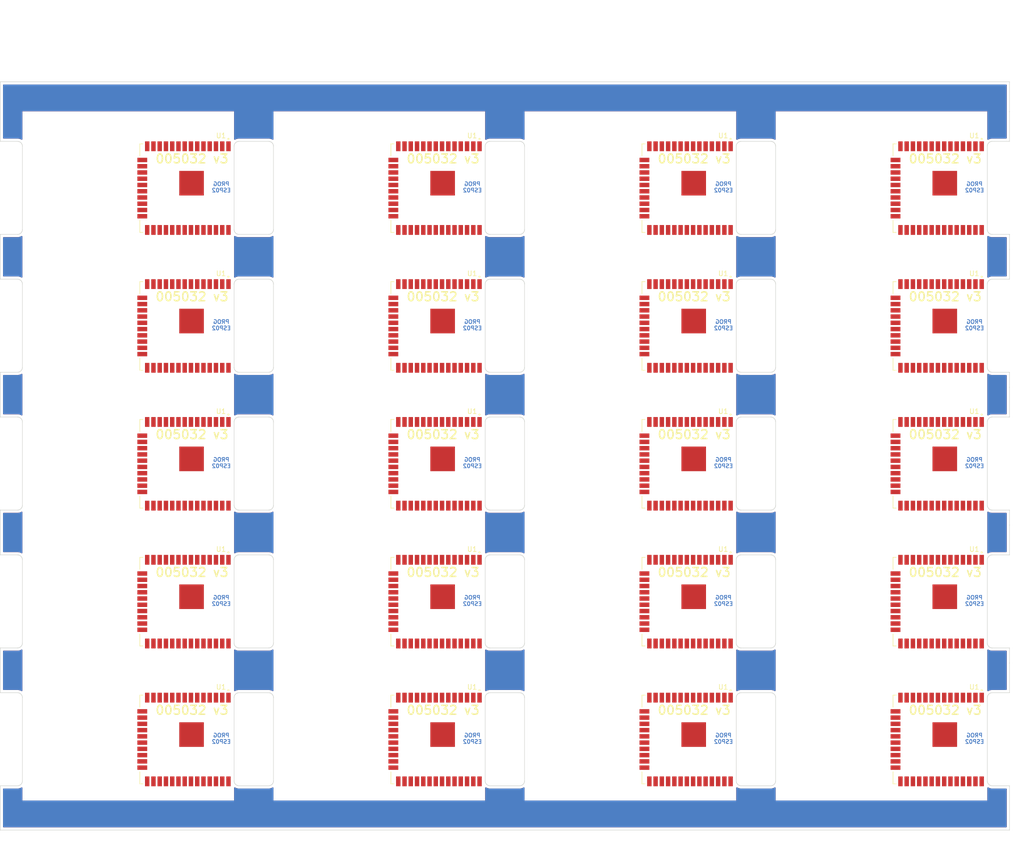
<source format=kicad_pcb>
(kicad_pcb (version 20171130) (host pcbnew 5.1.5+dfsg1-2build2)
  (layers (0 F.Cu signal) (31 B.Cu signal) (34 B.Paste user hide) (35 F.Paste user) (36 B.SilkS user hide) (37 F.SilkS user) (38 B.Mask user) (39 F.Mask user) (44 Edge.Cuts user))
  (net 0 "")
  (net 1 Board_1-+3V3)
  (net 2 Board_1-/DIP_SW1)
  (net 3 Board_1-/DIP_SW2)
  (net 4 Board_1-/EN)
  (net 5 Board_1-/ESP_TCK)
  (net 6 Board_1-/ESP_TDI)
  (net 7 Board_1-/ESP_TDO)
  (net 8 Board_1-/ESP_TMS)
  (net 9 Board_1-/GPIO0)
  (net 10 Board_1-/GPIO18)
  (net 11 Board_1-/GPIO19)
  (net 12 Board_1-/LED_G)
  (net 13 Board_1-/LED_R)
  (net 14 Board_1-/RXD0)
  (net 15 Board_1-/RXD2)
  (net 16 Board_1-/TXD0)
  (net 17 Board_1-/TXD2)
  (net 18 Board_1-/USER_BUTTON)
  (net 19 Board_1-GND)
  (net 20 "Board_1-Net-(U1-Pad17)")
  (net 21 "Board_1-Net-(U1-Pad18)")
  (net 22 "Board_1-Net-(U1-Pad19)")
  (net 23 "Board_1-Net-(U1-Pad20)")
  (net 24 "Board_1-Net-(U1-Pad21)")
  (net 25 "Board_1-Net-(U1-Pad22)")
  (net 26 "Board_1-Net-(U1-Pad29)")
  (net 27 "Board_1-Net-(U1-Pad32)")
  (net 28 "Board_1-Net-(U1-Pad33)")
  (net 29 "Board_1-Net-(U1-Pad36)")
  (net 30 "Board_1-Net-(U1-Pad37)")
  (net 31 "Board_1-Net-(U1-Pad4)")
  (net 32 "Board_1-Net-(U1-Pad5)")
  (net 33 "Board_1-Net-(U1-Pad6)")
  (net 34 "Board_1-Net-(U1-Pad7)")
  (net 35 "Board_1-Net-(U1-Pad8)")
  (net 36 "Board_1-Net-(U1-Pad9)")
  (net 37 Board_2-+3V3)
  (net 38 Board_2-/DIP_SW1)
  (net 39 Board_2-/DIP_SW2)
  (net 40 Board_2-/EN)
  (net 41 Board_2-/ESP_TCK)
  (net 42 Board_2-/ESP_TDI)
  (net 43 Board_2-/ESP_TDO)
  (net 44 Board_2-/ESP_TMS)
  (net 45 Board_2-/GPIO0)
  (net 46 Board_2-/GPIO18)
  (net 47 Board_2-/GPIO19)
  (net 48 Board_2-/LED_G)
  (net 49 Board_2-/LED_R)
  (net 50 Board_2-/RXD0)
  (net 51 Board_2-/RXD2)
  (net 52 Board_2-/TXD0)
  (net 53 Board_2-/TXD2)
  (net 54 Board_2-/USER_BUTTON)
  (net 55 Board_2-GND)
  (net 56 "Board_2-Net-(U1-Pad17)")
  (net 57 "Board_2-Net-(U1-Pad18)")
  (net 58 "Board_2-Net-(U1-Pad19)")
  (net 59 "Board_2-Net-(U1-Pad20)")
  (net 60 "Board_2-Net-(U1-Pad21)")
  (net 61 "Board_2-Net-(U1-Pad22)")
  (net 62 "Board_2-Net-(U1-Pad29)")
  (net 63 "Board_2-Net-(U1-Pad32)")
  (net 64 "Board_2-Net-(U1-Pad33)")
  (net 65 "Board_2-Net-(U1-Pad36)")
  (net 66 "Board_2-Net-(U1-Pad37)")
  (net 67 "Board_2-Net-(U1-Pad4)")
  (net 68 "Board_2-Net-(U1-Pad5)")
  (net 69 "Board_2-Net-(U1-Pad6)")
  (net 70 "Board_2-Net-(U1-Pad7)")
  (net 71 "Board_2-Net-(U1-Pad8)")
  (net 72 "Board_2-Net-(U1-Pad9)")
  (net 73 Board_3-+3V3)
  (net 74 Board_3-/DIP_SW1)
  (net 75 Board_3-/DIP_SW2)
  (net 76 Board_3-/EN)
  (net 77 Board_3-/ESP_TCK)
  (net 78 Board_3-/ESP_TDI)
  (net 79 Board_3-/ESP_TDO)
  (net 80 Board_3-/ESP_TMS)
  (net 81 Board_3-/GPIO0)
  (net 82 Board_3-/GPIO18)
  (net 83 Board_3-/GPIO19)
  (net 84 Board_3-/LED_G)
  (net 85 Board_3-/LED_R)
  (net 86 Board_3-/RXD0)
  (net 87 Board_3-/RXD2)
  (net 88 Board_3-/TXD0)
  (net 89 Board_3-/TXD2)
  (net 90 Board_3-/USER_BUTTON)
  (net 91 Board_3-GND)
  (net 92 "Board_3-Net-(U1-Pad17)")
  (net 93 "Board_3-Net-(U1-Pad18)")
  (net 94 "Board_3-Net-(U1-Pad19)")
  (net 95 "Board_3-Net-(U1-Pad20)")
  (net 96 "Board_3-Net-(U1-Pad21)")
  (net 97 "Board_3-Net-(U1-Pad22)")
  (net 98 "Board_3-Net-(U1-Pad29)")
  (net 99 "Board_3-Net-(U1-Pad32)")
  (net 100 "Board_3-Net-(U1-Pad33)")
  (net 101 "Board_3-Net-(U1-Pad36)")
  (net 102 "Board_3-Net-(U1-Pad37)")
  (net 103 "Board_3-Net-(U1-Pad4)")
  (net 104 "Board_3-Net-(U1-Pad5)")
  (net 105 "Board_3-Net-(U1-Pad6)")
  (net 106 "Board_3-Net-(U1-Pad7)")
  (net 107 "Board_3-Net-(U1-Pad8)")
  (net 108 "Board_3-Net-(U1-Pad9)")
  (net 109 Board_4-+3V3)
  (net 110 Board_4-/DIP_SW1)
  (net 111 Board_4-/DIP_SW2)
  (net 112 Board_4-/EN)
  (net 113 Board_4-/ESP_TCK)
  (net 114 Board_4-/ESP_TDI)
  (net 115 Board_4-/ESP_TDO)
  (net 116 Board_4-/ESP_TMS)
  (net 117 Board_4-/GPIO0)
  (net 118 Board_4-/GPIO18)
  (net 119 Board_4-/GPIO19)
  (net 120 Board_4-/LED_G)
  (net 121 Board_4-/LED_R)
  (net 122 Board_4-/RXD0)
  (net 123 Board_4-/RXD2)
  (net 124 Board_4-/TXD0)
  (net 125 Board_4-/TXD2)
  (net 126 Board_4-/USER_BUTTON)
  (net 127 Board_4-GND)
  (net 128 "Board_4-Net-(U1-Pad17)")
  (net 129 "Board_4-Net-(U1-Pad18)")
  (net 130 "Board_4-Net-(U1-Pad19)")
  (net 131 "Board_4-Net-(U1-Pad20)")
  (net 132 "Board_4-Net-(U1-Pad21)")
  (net 133 "Board_4-Net-(U1-Pad22)")
  (net 134 "Board_4-Net-(U1-Pad29)")
  (net 135 "Board_4-Net-(U1-Pad32)")
  (net 136 "Board_4-Net-(U1-Pad33)")
  (net 137 "Board_4-Net-(U1-Pad36)")
  (net 138 "Board_4-Net-(U1-Pad37)")
  (net 139 "Board_4-Net-(U1-Pad4)")
  (net 140 "Board_4-Net-(U1-Pad5)")
  (net 141 "Board_4-Net-(U1-Pad6)")
  (net 142 "Board_4-Net-(U1-Pad7)")
  (net 143 "Board_4-Net-(U1-Pad8)")
  (net 144 "Board_4-Net-(U1-Pad9)")
  (net 145 Board_5-+3V3)
  (net 146 Board_5-/DIP_SW1)
  (net 147 Board_5-/DIP_SW2)
  (net 148 Board_5-/EN)
  (net 149 Board_5-/ESP_TCK)
  (net 150 Board_5-/ESP_TDI)
  (net 151 Board_5-/ESP_TDO)
  (net 152 Board_5-/ESP_TMS)
  (net 153 Board_5-/GPIO0)
  (net 154 Board_5-/GPIO18)
  (net 155 Board_5-/GPIO19)
  (net 156 Board_5-/LED_G)
  (net 157 Board_5-/LED_R)
  (net 158 Board_5-/RXD0)
  (net 159 Board_5-/RXD2)
  (net 160 Board_5-/TXD0)
  (net 161 Board_5-/TXD2)
  (net 162 Board_5-/USER_BUTTON)
  (net 163 Board_5-GND)
  (net 164 "Board_5-Net-(U1-Pad17)")
  (net 165 "Board_5-Net-(U1-Pad18)")
  (net 166 "Board_5-Net-(U1-Pad19)")
  (net 167 "Board_5-Net-(U1-Pad20)")
  (net 168 "Board_5-Net-(U1-Pad21)")
  (net 169 "Board_5-Net-(U1-Pad22)")
  (net 170 "Board_5-Net-(U1-Pad29)")
  (net 171 "Board_5-Net-(U1-Pad32)")
  (net 172 "Board_5-Net-(U1-Pad33)")
  (net 173 "Board_5-Net-(U1-Pad36)")
  (net 174 "Board_5-Net-(U1-Pad37)")
  (net 175 "Board_5-Net-(U1-Pad4)")
  (net 176 "Board_5-Net-(U1-Pad5)")
  (net 177 "Board_5-Net-(U1-Pad6)")
  (net 178 "Board_5-Net-(U1-Pad7)")
  (net 179 "Board_5-Net-(U1-Pad8)")
  (net 180 "Board_5-Net-(U1-Pad9)")
  (net 181 Board_6-+3V3)
  (net 182 Board_6-/DIP_SW1)
  (net 183 Board_6-/DIP_SW2)
  (net 184 Board_6-/EN)
  (net 185 Board_6-/ESP_TCK)
  (net 186 Board_6-/ESP_TDI)
  (net 187 Board_6-/ESP_TDO)
  (net 188 Board_6-/ESP_TMS)
  (net 189 Board_6-/GPIO0)
  (net 190 Board_6-/GPIO18)
  (net 191 Board_6-/GPIO19)
  (net 192 Board_6-/LED_G)
  (net 193 Board_6-/LED_R)
  (net 194 Board_6-/RXD0)
  (net 195 Board_6-/RXD2)
  (net 196 Board_6-/TXD0)
  (net 197 Board_6-/TXD2)
  (net 198 Board_6-/USER_BUTTON)
  (net 199 Board_6-GND)
  (net 200 "Board_6-Net-(U1-Pad17)")
  (net 201 "Board_6-Net-(U1-Pad18)")
  (net 202 "Board_6-Net-(U1-Pad19)")
  (net 203 "Board_6-Net-(U1-Pad20)")
  (net 204 "Board_6-Net-(U1-Pad21)")
  (net 205 "Board_6-Net-(U1-Pad22)")
  (net 206 "Board_6-Net-(U1-Pad29)")
  (net 207 "Board_6-Net-(U1-Pad32)")
  (net 208 "Board_6-Net-(U1-Pad33)")
  (net 209 "Board_6-Net-(U1-Pad36)")
  (net 210 "Board_6-Net-(U1-Pad37)")
  (net 211 "Board_6-Net-(U1-Pad4)")
  (net 212 "Board_6-Net-(U1-Pad5)")
  (net 213 "Board_6-Net-(U1-Pad6)")
  (net 214 "Board_6-Net-(U1-Pad7)")
  (net 215 "Board_6-Net-(U1-Pad8)")
  (net 216 "Board_6-Net-(U1-Pad9)")
  (net 217 Board_7-+3V3)
  (net 218 Board_7-/DIP_SW1)
  (net 219 Board_7-/DIP_SW2)
  (net 220 Board_7-/EN)
  (net 221 Board_7-/ESP_TCK)
  (net 222 Board_7-/ESP_TDI)
  (net 223 Board_7-/ESP_TDO)
  (net 224 Board_7-/ESP_TMS)
  (net 225 Board_7-/GPIO0)
  (net 226 Board_7-/GPIO18)
  (net 227 Board_7-/GPIO19)
  (net 228 Board_7-/LED_G)
  (net 229 Board_7-/LED_R)
  (net 230 Board_7-/RXD0)
  (net 231 Board_7-/RXD2)
  (net 232 Board_7-/TXD0)
  (net 233 Board_7-/TXD2)
  (net 234 Board_7-/USER_BUTTON)
  (net 235 Board_7-GND)
  (net 236 "Board_7-Net-(U1-Pad17)")
  (net 237 "Board_7-Net-(U1-Pad18)")
  (net 238 "Board_7-Net-(U1-Pad19)")
  (net 239 "Board_7-Net-(U1-Pad20)")
  (net 240 "Board_7-Net-(U1-Pad21)")
  (net 241 "Board_7-Net-(U1-Pad22)")
  (net 242 "Board_7-Net-(U1-Pad29)")
  (net 243 "Board_7-Net-(U1-Pad32)")
  (net 244 "Board_7-Net-(U1-Pad33)")
  (net 245 "Board_7-Net-(U1-Pad36)")
  (net 246 "Board_7-Net-(U1-Pad37)")
  (net 247 "Board_7-Net-(U1-Pad4)")
  (net 248 "Board_7-Net-(U1-Pad5)")
  (net 249 "Board_7-Net-(U1-Pad6)")
  (net 250 "Board_7-Net-(U1-Pad7)")
  (net 251 "Board_7-Net-(U1-Pad8)")
  (net 252 "Board_7-Net-(U1-Pad9)")
  (net 253 Board_8-+3V3)
  (net 254 Board_8-/DIP_SW1)
  (net 255 Board_8-/DIP_SW2)
  (net 256 Board_8-/EN)
  (net 257 Board_8-/ESP_TCK)
  (net 258 Board_8-/ESP_TDI)
  (net 259 Board_8-/ESP_TDO)
  (net 260 Board_8-/ESP_TMS)
  (net 261 Board_8-/GPIO0)
  (net 262 Board_8-/GPIO18)
  (net 263 Board_8-/GPIO19)
  (net 264 Board_8-/LED_G)
  (net 265 Board_8-/LED_R)
  (net 266 Board_8-/RXD0)
  (net 267 Board_8-/RXD2)
  (net 268 Board_8-/TXD0)
  (net 269 Board_8-/TXD2)
  (net 270 Board_8-/USER_BUTTON)
  (net 271 Board_8-GND)
  (net 272 "Board_8-Net-(U1-Pad17)")
  (net 273 "Board_8-Net-(U1-Pad18)")
  (net 274 "Board_8-Net-(U1-Pad19)")
  (net 275 "Board_8-Net-(U1-Pad20)")
  (net 276 "Board_8-Net-(U1-Pad21)")
  (net 277 "Board_8-Net-(U1-Pad22)")
  (net 278 "Board_8-Net-(U1-Pad29)")
  (net 279 "Board_8-Net-(U1-Pad32)")
  (net 280 "Board_8-Net-(U1-Pad33)")
  (net 281 "Board_8-Net-(U1-Pad36)")
  (net 282 "Board_8-Net-(U1-Pad37)")
  (net 283 "Board_8-Net-(U1-Pad4)")
  (net 284 "Board_8-Net-(U1-Pad5)")
  (net 285 "Board_8-Net-(U1-Pad6)")
  (net 286 "Board_8-Net-(U1-Pad7)")
  (net 287 "Board_8-Net-(U1-Pad8)")
  (net 288 "Board_8-Net-(U1-Pad9)")
  (net 289 Board_9-+3V3)
  (net 290 Board_9-/DIP_SW1)
  (net 291 Board_9-/DIP_SW2)
  (net 292 Board_9-/EN)
  (net 293 Board_9-/ESP_TCK)
  (net 294 Board_9-/ESP_TDI)
  (net 295 Board_9-/ESP_TDO)
  (net 296 Board_9-/ESP_TMS)
  (net 297 Board_9-/GPIO0)
  (net 298 Board_9-/GPIO18)
  (net 299 Board_9-/GPIO19)
  (net 300 Board_9-/LED_G)
  (net 301 Board_9-/LED_R)
  (net 302 Board_9-/RXD0)
  (net 303 Board_9-/RXD2)
  (net 304 Board_9-/TXD0)
  (net 305 Board_9-/TXD2)
  (net 306 Board_9-/USER_BUTTON)
  (net 307 Board_9-GND)
  (net 308 "Board_9-Net-(U1-Pad17)")
  (net 309 "Board_9-Net-(U1-Pad18)")
  (net 310 "Board_9-Net-(U1-Pad19)")
  (net 311 "Board_9-Net-(U1-Pad20)")
  (net 312 "Board_9-Net-(U1-Pad21)")
  (net 313 "Board_9-Net-(U1-Pad22)")
  (net 314 "Board_9-Net-(U1-Pad29)")
  (net 315 "Board_9-Net-(U1-Pad32)")
  (net 316 "Board_9-Net-(U1-Pad33)")
  (net 317 "Board_9-Net-(U1-Pad36)")
  (net 318 "Board_9-Net-(U1-Pad37)")
  (net 319 "Board_9-Net-(U1-Pad4)")
  (net 320 "Board_9-Net-(U1-Pad5)")
  (net 321 "Board_9-Net-(U1-Pad6)")
  (net 322 "Board_9-Net-(U1-Pad7)")
  (net 323 "Board_9-Net-(U1-Pad8)")
  (net 324 "Board_9-Net-(U1-Pad9)")
  (net 325 Board_10-+3V3)
  (net 326 Board_10-/DIP_SW1)
  (net 327 Board_10-/DIP_SW2)
  (net 328 Board_10-/EN)
  (net 329 Board_10-/ESP_TCK)
  (net 330 Board_10-/ESP_TDI)
  (net 331 Board_10-/ESP_TDO)
  (net 332 Board_10-/ESP_TMS)
  (net 333 Board_10-/GPIO0)
  (net 334 Board_10-/GPIO18)
  (net 335 Board_10-/GPIO19)
  (net 336 Board_10-/LED_G)
  (net 337 Board_10-/LED_R)
  (net 338 Board_10-/RXD0)
  (net 339 Board_10-/RXD2)
  (net 340 Board_10-/TXD0)
  (net 341 Board_10-/TXD2)
  (net 342 Board_10-/USER_BUTTON)
  (net 343 Board_10-GND)
  (net 344 "Board_10-Net-(U1-Pad17)")
  (net 345 "Board_10-Net-(U1-Pad18)")
  (net 346 "Board_10-Net-(U1-Pad19)")
  (net 347 "Board_10-Net-(U1-Pad20)")
  (net 348 "Board_10-Net-(U1-Pad21)")
  (net 349 "Board_10-Net-(U1-Pad22)")
  (net 350 "Board_10-Net-(U1-Pad29)")
  (net 351 "Board_10-Net-(U1-Pad32)")
  (net 352 "Board_10-Net-(U1-Pad33)")
  (net 353 "Board_10-Net-(U1-Pad36)")
  (net 354 "Board_10-Net-(U1-Pad37)")
  (net 355 "Board_10-Net-(U1-Pad4)")
  (net 356 "Board_10-Net-(U1-Pad5)")
  (net 357 "Board_10-Net-(U1-Pad6)")
  (net 358 "Board_10-Net-(U1-Pad7)")
  (net 359 "Board_10-Net-(U1-Pad8)")
  (net 360 "Board_10-Net-(U1-Pad9)")
  (net 361 Board_11-+3V3)
  (net 362 Board_11-/DIP_SW1)
  (net 363 Board_11-/DIP_SW2)
  (net 364 Board_11-/EN)
  (net 365 Board_11-/ESP_TCK)
  (net 366 Board_11-/ESP_TDI)
  (net 367 Board_11-/ESP_TDO)
  (net 368 Board_11-/ESP_TMS)
  (net 369 Board_11-/GPIO0)
  (net 370 Board_11-/GPIO18)
  (net 371 Board_11-/GPIO19)
  (net 372 Board_11-/LED_G)
  (net 373 Board_11-/LED_R)
  (net 374 Board_11-/RXD0)
  (net 375 Board_11-/RXD2)
  (net 376 Board_11-/TXD0)
  (net 377 Board_11-/TXD2)
  (net 378 Board_11-/USER_BUTTON)
  (net 379 Board_11-GND)
  (net 380 "Board_11-Net-(U1-Pad17)")
  (net 381 "Board_11-Net-(U1-Pad18)")
  (net 382 "Board_11-Net-(U1-Pad19)")
  (net 383 "Board_11-Net-(U1-Pad20)")
  (net 384 "Board_11-Net-(U1-Pad21)")
  (net 385 "Board_11-Net-(U1-Pad22)")
  (net 386 "Board_11-Net-(U1-Pad29)")
  (net 387 "Board_11-Net-(U1-Pad32)")
  (net 388 "Board_11-Net-(U1-Pad33)")
  (net 389 "Board_11-Net-(U1-Pad36)")
  (net 390 "Board_11-Net-(U1-Pad37)")
  (net 391 "Board_11-Net-(U1-Pad4)")
  (net 392 "Board_11-Net-(U1-Pad5)")
  (net 393 "Board_11-Net-(U1-Pad6)")
  (net 394 "Board_11-Net-(U1-Pad7)")
  (net 395 "Board_11-Net-(U1-Pad8)")
  (net 396 "Board_11-Net-(U1-Pad9)")
  (net 397 Board_12-+3V3)
  (net 398 Board_12-/DIP_SW1)
  (net 399 Board_12-/DIP_SW2)
  (net 400 Board_12-/EN)
  (net 401 Board_12-/ESP_TCK)
  (net 402 Board_12-/ESP_TDI)
  (net 403 Board_12-/ESP_TDO)
  (net 404 Board_12-/ESP_TMS)
  (net 405 Board_12-/GPIO0)
  (net 406 Board_12-/GPIO18)
  (net 407 Board_12-/GPIO19)
  (net 408 Board_12-/LED_G)
  (net 409 Board_12-/LED_R)
  (net 410 Board_12-/RXD0)
  (net 411 Board_12-/RXD2)
  (net 412 Board_12-/TXD0)
  (net 413 Board_12-/TXD2)
  (net 414 Board_12-/USER_BUTTON)
  (net 415 Board_12-GND)
  (net 416 "Board_12-Net-(U1-Pad17)")
  (net 417 "Board_12-Net-(U1-Pad18)")
  (net 418 "Board_12-Net-(U1-Pad19)")
  (net 419 "Board_12-Net-(U1-Pad20)")
  (net 420 "Board_12-Net-(U1-Pad21)")
  (net 421 "Board_12-Net-(U1-Pad22)")
  (net 422 "Board_12-Net-(U1-Pad29)")
  (net 423 "Board_12-Net-(U1-Pad32)")
  (net 424 "Board_12-Net-(U1-Pad33)")
  (net 425 "Board_12-Net-(U1-Pad36)")
  (net 426 "Board_12-Net-(U1-Pad37)")
  (net 427 "Board_12-Net-(U1-Pad4)")
  (net 428 "Board_12-Net-(U1-Pad5)")
  (net 429 "Board_12-Net-(U1-Pad6)")
  (net 430 "Board_12-Net-(U1-Pad7)")
  (net 431 "Board_12-Net-(U1-Pad8)")
  (net 432 "Board_12-Net-(U1-Pad9)")
  (net 433 Board_13-+3V3)
  (net 434 Board_13-/DIP_SW1)
  (net 435 Board_13-/DIP_SW2)
  (net 436 Board_13-/EN)
  (net 437 Board_13-/ESP_TCK)
  (net 438 Board_13-/ESP_TDI)
  (net 439 Board_13-/ESP_TDO)
  (net 440 Board_13-/ESP_TMS)
  (net 441 Board_13-/GPIO0)
  (net 442 Board_13-/GPIO18)
  (net 443 Board_13-/GPIO19)
  (net 444 Board_13-/LED_G)
  (net 445 Board_13-/LED_R)
  (net 446 Board_13-/RXD0)
  (net 447 Board_13-/RXD2)
  (net 448 Board_13-/TXD0)
  (net 449 Board_13-/TXD2)
  (net 450 Board_13-/USER_BUTTON)
  (net 451 Board_13-GND)
  (net 452 "Board_13-Net-(U1-Pad17)")
  (net 453 "Board_13-Net-(U1-Pad18)")
  (net 454 "Board_13-Net-(U1-Pad19)")
  (net 455 "Board_13-Net-(U1-Pad20)")
  (net 456 "Board_13-Net-(U1-Pad21)")
  (net 457 "Board_13-Net-(U1-Pad22)")
  (net 458 "Board_13-Net-(U1-Pad29)")
  (net 459 "Board_13-Net-(U1-Pad32)")
  (net 460 "Board_13-Net-(U1-Pad33)")
  (net 461 "Board_13-Net-(U1-Pad36)")
  (net 462 "Board_13-Net-(U1-Pad37)")
  (net 463 "Board_13-Net-(U1-Pad4)")
  (net 464 "Board_13-Net-(U1-Pad5)")
  (net 465 "Board_13-Net-(U1-Pad6)")
  (net 466 "Board_13-Net-(U1-Pad7)")
  (net 467 "Board_13-Net-(U1-Pad8)")
  (net 468 "Board_13-Net-(U1-Pad9)")
  (net 469 Board_14-+3V3)
  (net 470 Board_14-/DIP_SW1)
  (net 471 Board_14-/DIP_SW2)
  (net 472 Board_14-/EN)
  (net 473 Board_14-/ESP_TCK)
  (net 474 Board_14-/ESP_TDI)
  (net 475 Board_14-/ESP_TDO)
  (net 476 Board_14-/ESP_TMS)
  (net 477 Board_14-/GPIO0)
  (net 478 Board_14-/GPIO18)
  (net 479 Board_14-/GPIO19)
  (net 480 Board_14-/LED_G)
  (net 481 Board_14-/LED_R)
  (net 482 Board_14-/RXD0)
  (net 483 Board_14-/RXD2)
  (net 484 Board_14-/TXD0)
  (net 485 Board_14-/TXD2)
  (net 486 Board_14-/USER_BUTTON)
  (net 487 Board_14-GND)
  (net 488 "Board_14-Net-(U1-Pad17)")
  (net 489 "Board_14-Net-(U1-Pad18)")
  (net 490 "Board_14-Net-(U1-Pad19)")
  (net 491 "Board_14-Net-(U1-Pad20)")
  (net 492 "Board_14-Net-(U1-Pad21)")
  (net 493 "Board_14-Net-(U1-Pad22)")
  (net 494 "Board_14-Net-(U1-Pad29)")
  (net 495 "Board_14-Net-(U1-Pad32)")
  (net 496 "Board_14-Net-(U1-Pad33)")
  (net 497 "Board_14-Net-(U1-Pad36)")
  (net 498 "Board_14-Net-(U1-Pad37)")
  (net 499 "Board_14-Net-(U1-Pad4)")
  (net 500 "Board_14-Net-(U1-Pad5)")
  (net 501 "Board_14-Net-(U1-Pad6)")
  (net 502 "Board_14-Net-(U1-Pad7)")
  (net 503 "Board_14-Net-(U1-Pad8)")
  (net 504 "Board_14-Net-(U1-Pad9)")
  (net 505 Board_15-+3V3)
  (net 506 Board_15-/DIP_SW1)
  (net 507 Board_15-/DIP_SW2)
  (net 508 Board_15-/EN)
  (net 509 Board_15-/ESP_TCK)
  (net 510 Board_15-/ESP_TDI)
  (net 511 Board_15-/ESP_TDO)
  (net 512 Board_15-/ESP_TMS)
  (net 513 Board_15-/GPIO0)
  (net 514 Board_15-/GPIO18)
  (net 515 Board_15-/GPIO19)
  (net 516 Board_15-/LED_G)
  (net 517 Board_15-/LED_R)
  (net 518 Board_15-/RXD0)
  (net 519 Board_15-/RXD2)
  (net 520 Board_15-/TXD0)
  (net 521 Board_15-/TXD2)
  (net 522 Board_15-/USER_BUTTON)
  (net 523 Board_15-GND)
  (net 524 "Board_15-Net-(U1-Pad17)")
  (net 525 "Board_15-Net-(U1-Pad18)")
  (net 526 "Board_15-Net-(U1-Pad19)")
  (net 527 "Board_15-Net-(U1-Pad20)")
  (net 528 "Board_15-Net-(U1-Pad21)")
  (net 529 "Board_15-Net-(U1-Pad22)")
  (net 530 "Board_15-Net-(U1-Pad29)")
  (net 531 "Board_15-Net-(U1-Pad32)")
  (net 532 "Board_15-Net-(U1-Pad33)")
  (net 533 "Board_15-Net-(U1-Pad36)")
  (net 534 "Board_15-Net-(U1-Pad37)")
  (net 535 "Board_15-Net-(U1-Pad4)")
  (net 536 "Board_15-Net-(U1-Pad5)")
  (net 537 "Board_15-Net-(U1-Pad6)")
  (net 538 "Board_15-Net-(U1-Pad7)")
  (net 539 "Board_15-Net-(U1-Pad8)")
  (net 540 "Board_15-Net-(U1-Pad9)")
  (net 541 Board_16-+3V3)
  (net 542 Board_16-/DIP_SW1)
  (net 543 Board_16-/DIP_SW2)
  (net 544 Board_16-/EN)
  (net 545 Board_16-/ESP_TCK)
  (net 546 Board_16-/ESP_TDI)
  (net 547 Board_16-/ESP_TDO)
  (net 548 Board_16-/ESP_TMS)
  (net 549 Board_16-/GPIO0)
  (net 550 Board_16-/GPIO18)
  (net 551 Board_16-/GPIO19)
  (net 552 Board_16-/LED_G)
  (net 553 Board_16-/LED_R)
  (net 554 Board_16-/RXD0)
  (net 555 Board_16-/RXD2)
  (net 556 Board_16-/TXD0)
  (net 557 Board_16-/TXD2)
  (net 558 Board_16-/USER_BUTTON)
  (net 559 Board_16-GND)
  (net 560 "Board_16-Net-(U1-Pad17)")
  (net 561 "Board_16-Net-(U1-Pad18)")
  (net 562 "Board_16-Net-(U1-Pad19)")
  (net 563 "Board_16-Net-(U1-Pad20)")
  (net 564 "Board_16-Net-(U1-Pad21)")
  (net 565 "Board_16-Net-(U1-Pad22)")
  (net 566 "Board_16-Net-(U1-Pad29)")
  (net 567 "Board_16-Net-(U1-Pad32)")
  (net 568 "Board_16-Net-(U1-Pad33)")
  (net 569 "Board_16-Net-(U1-Pad36)")
  (net 570 "Board_16-Net-(U1-Pad37)")
  (net 571 "Board_16-Net-(U1-Pad4)")
  (net 572 "Board_16-Net-(U1-Pad5)")
  (net 573 "Board_16-Net-(U1-Pad6)")
  (net 574 "Board_16-Net-(U1-Pad7)")
  (net 575 "Board_16-Net-(U1-Pad8)")
  (net 576 "Board_16-Net-(U1-Pad9)")
  (net 577 Board_17-+3V3)
  (net 578 Board_17-/DIP_SW1)
  (net 579 Board_17-/DIP_SW2)
  (net 580 Board_17-/EN)
  (net 581 Board_17-/ESP_TCK)
  (net 582 Board_17-/ESP_TDI)
  (net 583 Board_17-/ESP_TDO)
  (net 584 Board_17-/ESP_TMS)
  (net 585 Board_17-/GPIO0)
  (net 586 Board_17-/GPIO18)
  (net 587 Board_17-/GPIO19)
  (net 588 Board_17-/LED_G)
  (net 589 Board_17-/LED_R)
  (net 590 Board_17-/RXD0)
  (net 591 Board_17-/RXD2)
  (net 592 Board_17-/TXD0)
  (net 593 Board_17-/TXD2)
  (net 594 Board_17-/USER_BUTTON)
  (net 595 Board_17-GND)
  (net 596 "Board_17-Net-(U1-Pad17)")
  (net 597 "Board_17-Net-(U1-Pad18)")
  (net 598 "Board_17-Net-(U1-Pad19)")
  (net 599 "Board_17-Net-(U1-Pad20)")
  (net 600 "Board_17-Net-(U1-Pad21)")
  (net 601 "Board_17-Net-(U1-Pad22)")
  (net 602 "Board_17-Net-(U1-Pad29)")
  (net 603 "Board_17-Net-(U1-Pad32)")
  (net 604 "Board_17-Net-(U1-Pad33)")
  (net 605 "Board_17-Net-(U1-Pad36)")
  (net 606 "Board_17-Net-(U1-Pad37)")
  (net 607 "Board_17-Net-(U1-Pad4)")
  (net 608 "Board_17-Net-(U1-Pad5)")
  (net 609 "Board_17-Net-(U1-Pad6)")
  (net 610 "Board_17-Net-(U1-Pad7)")
  (net 611 "Board_17-Net-(U1-Pad8)")
  (net 612 "Board_17-Net-(U1-Pad9)")
  (net 613 Board_18-+3V3)
  (net 614 Board_18-/DIP_SW1)
  (net 615 Board_18-/DIP_SW2)
  (net 616 Board_18-/EN)
  (net 617 Board_18-/ESP_TCK)
  (net 618 Board_18-/ESP_TDI)
  (net 619 Board_18-/ESP_TDO)
  (net 620 Board_18-/ESP_TMS)
  (net 621 Board_18-/GPIO0)
  (net 622 Board_18-/GPIO18)
  (net 623 Board_18-/GPIO19)
  (net 624 Board_18-/LED_G)
  (net 625 Board_18-/LED_R)
  (net 626 Board_18-/RXD0)
  (net 627 Board_18-/RXD2)
  (net 628 Board_18-/TXD0)
  (net 629 Board_18-/TXD2)
  (net 630 Board_18-/USER_BUTTON)
  (net 631 Board_18-GND)
  (net 632 "Board_18-Net-(U1-Pad17)")
  (net 633 "Board_18-Net-(U1-Pad18)")
  (net 634 "Board_18-Net-(U1-Pad19)")
  (net 635 "Board_18-Net-(U1-Pad20)")
  (net 636 "Board_18-Net-(U1-Pad21)")
  (net 637 "Board_18-Net-(U1-Pad22)")
  (net 638 "Board_18-Net-(U1-Pad29)")
  (net 639 "Board_18-Net-(U1-Pad32)")
  (net 640 "Board_18-Net-(U1-Pad33)")
  (net 641 "Board_18-Net-(U1-Pad36)")
  (net 642 "Board_18-Net-(U1-Pad37)")
  (net 643 "Board_18-Net-(U1-Pad4)")
  (net 644 "Board_18-Net-(U1-Pad5)")
  (net 645 "Board_18-Net-(U1-Pad6)")
  (net 646 "Board_18-Net-(U1-Pad7)")
  (net 647 "Board_18-Net-(U1-Pad8)")
  (net 648 "Board_18-Net-(U1-Pad9)")
  (net 649 Board_19-+3V3)
  (net 650 Board_19-/DIP_SW1)
  (net 651 Board_19-/DIP_SW2)
  (net 652 Board_19-/EN)
  (net 653 Board_19-/ESP_TCK)
  (net 654 Board_19-/ESP_TDI)
  (net 655 Board_19-/ESP_TDO)
  (net 656 Board_19-/ESP_TMS)
  (net 657 Board_19-/GPIO0)
  (net 658 Board_19-/GPIO18)
  (net 659 Board_19-/GPIO19)
  (net 660 Board_19-/LED_G)
  (net 661 Board_19-/LED_R)
  (net 662 Board_19-/RXD0)
  (net 663 Board_19-/RXD2)
  (net 664 Board_19-/TXD0)
  (net 665 Board_19-/TXD2)
  (net 666 Board_19-/USER_BUTTON)
  (net 667 Board_19-GND)
  (net 668 "Board_19-Net-(U1-Pad17)")
  (net 669 "Board_19-Net-(U1-Pad18)")
  (net 670 "Board_19-Net-(U1-Pad19)")
  (net 671 "Board_19-Net-(U1-Pad20)")
  (net 672 "Board_19-Net-(U1-Pad21)")
  (net 673 "Board_19-Net-(U1-Pad22)")
  (net 674 "Board_19-Net-(U1-Pad29)")
  (net 675 "Board_19-Net-(U1-Pad32)")
  (net 676 "Board_19-Net-(U1-Pad33)")
  (net 677 "Board_19-Net-(U1-Pad36)")
  (net 678 "Board_19-Net-(U1-Pad37)")
  (net 679 "Board_19-Net-(U1-Pad4)")
  (net 680 "Board_19-Net-(U1-Pad5)")
  (net 681 "Board_19-Net-(U1-Pad6)")
  (net 682 "Board_19-Net-(U1-Pad7)")
  (net 683 "Board_19-Net-(U1-Pad8)")
  (net 684 "Board_19-Net-(U1-Pad9)")
  (net 685 Board_20-+3V3)
  (net 686 Board_20-/DIP_SW1)
  (net 687 Board_20-/DIP_SW2)
  (net 688 Board_20-/EN)
  (net 689 Board_20-/ESP_TCK)
  (net 690 Board_20-/ESP_TDI)
  (net 691 Board_20-/ESP_TDO)
  (net 692 Board_20-/ESP_TMS)
  (net 693 Board_20-/GPIO0)
  (net 694 Board_20-/GPIO18)
  (net 695 Board_20-/GPIO19)
  (net 696 Board_20-/LED_G)
  (net 697 Board_20-/LED_R)
  (net 698 Board_20-/RXD0)
  (net 699 Board_20-/RXD2)
  (net 700 Board_20-/TXD0)
  (net 701 Board_20-/TXD2)
  (net 702 Board_20-/USER_BUTTON)
  (net 703 Board_20-GND)
  (net 704 "Board_20-Net-(U1-Pad17)")
  (net 705 "Board_20-Net-(U1-Pad18)")
  (net 706 "Board_20-Net-(U1-Pad19)")
  (net 707 "Board_20-Net-(U1-Pad20)")
  (net 708 "Board_20-Net-(U1-Pad21)")
  (net 709 "Board_20-Net-(U1-Pad22)")
  (net 710 "Board_20-Net-(U1-Pad29)")
  (net 711 "Board_20-Net-(U1-Pad32)")
  (net 712 "Board_20-Net-(U1-Pad33)")
  (net 713 "Board_20-Net-(U1-Pad36)")
  (net 714 "Board_20-Net-(U1-Pad37)")
  (net 715 "Board_20-Net-(U1-Pad4)")
  (net 716 "Board_20-Net-(U1-Pad5)")
  (net 717 "Board_20-Net-(U1-Pad6)")
  (net 718 "Board_20-Net-(U1-Pad7)")
  (net 719 "Board_20-Net-(U1-Pad8)")
  (net 720 "Board_20-Net-(U1-Pad9)")
  (module tonazza:ESP32-WROOM-32E (layer F.Cu) (at 215.100014 163.600019 270)
    (fp_text reference U1 (at -10.65 -6.75) (layer F.SilkS))
    (fp_text value ESP32-WROOM-32E)
    (pad 1 smd rect (at -8.5 -8.26 270) (size 2 0.9) (layers F.Cu F.Paste F.Mask) (net 703 Board_20-GND))
    (pad 2 smd rect (at -8.5 -6.99 270) (size 2 0.9) (layers F.Cu F.Paste F.Mask) (net 685 Board_20-+3V3))
    (pad 3 smd rect (at -8.5 -5.72 270) (size 2 0.9) (layers F.Cu F.Paste F.Mask) (net 688 Board_20-/EN))
    (pad 4 smd rect (at -8.5 -4.45 270) (size 2 0.9) (layers F.Cu F.Paste F.Mask) (net 715 "Board_20-Net-(U1-Pad4)"))
    (pad 5 smd rect (at -8.5 -3.18 270) (size 2 0.9) (layers F.Cu F.Paste F.Mask) (net 716 "Board_20-Net-(U1-Pad5)"))
    (pad 6 smd rect (at -8.5 -1.91 270) (size 2 0.9) (layers F.Cu F.Paste F.Mask) (net 717 "Board_20-Net-(U1-Pad6)"))
    (pad 7 smd rect (at -8.5 -0.64 270) (size 2 0.9) (layers F.Cu F.Paste F.Mask) (net 718 "Board_20-Net-(U1-Pad7)"))
    (pad 8 smd rect (at -8.5 0.63 270) (size 2 0.9) (layers F.Cu F.Paste F.Mask) (net 719 "Board_20-Net-(U1-Pad8)"))
    (pad 9 smd rect (at -8.5 1.9 270) (size 2 0.9) (layers F.Cu F.Paste F.Mask) (net 720 "Board_20-Net-(U1-Pad9)"))
    (pad 10 smd rect (at -8.5 3.17 270) (size 2 0.9) (layers F.Cu F.Paste F.Mask) (net 686 Board_20-/DIP_SW1))
    (pad 11 smd rect (at -8.5 4.44 270) (size 2 0.9) (layers F.Cu F.Paste F.Mask) (net 687 Board_20-/DIP_SW2))
    (pad 12 smd rect (at -8.5 5.71 270) (size 2 0.9) (layers F.Cu F.Paste F.Mask) (net 702 Board_20-/USER_BUTTON))
    (pad 13 smd rect (at -8.5 6.98 270) (size 2 0.9) (layers F.Cu F.Paste F.Mask) (net 692 Board_20-/ESP_TMS))
    (pad 14 smd rect (at -8.5 8.25 270) (size 2 0.9) (layers F.Cu F.Paste F.Mask) (net 690 Board_20-/ESP_TDI))
    (pad 15 smd rect (at -5.715 9.25 270) (size 0.9 2) (layers F.Cu F.Paste F.Mask) (net 703 Board_20-GND))
    (pad 16 smd rect (at -4.445 9.25 270) (size 0.9 2) (layers F.Cu F.Paste F.Mask) (net 689 Board_20-/ESP_TCK))
    (pad 17 smd rect (at -3.175 9.25 270) (size 0.9 2) (layers F.Cu F.Paste F.Mask) (net 704 "Board_20-Net-(U1-Pad17)"))
    (pad 18 smd rect (at -1.905 9.25 270) (size 0.9 2) (layers F.Cu F.Paste F.Mask) (net 705 "Board_20-Net-(U1-Pad18)"))
    (pad 19 smd rect (at -0.635 9.25 270) (size 0.9 2) (layers F.Cu F.Paste F.Mask) (net 706 "Board_20-Net-(U1-Pad19)"))
    (pad 20 smd rect (at 0.635 9.25 270) (size 0.9 2) (layers F.Cu F.Paste F.Mask) (net 707 "Board_20-Net-(U1-Pad20)"))
    (pad 21 smd rect (at 1.905 9.25 270) (size 0.9 2) (layers F.Cu F.Paste F.Mask) (net 708 "Board_20-Net-(U1-Pad21)"))
    (pad 22 smd rect (at 3.175 9.25 270) (size 0.9 2) (layers F.Cu F.Paste F.Mask) (net 709 "Board_20-Net-(U1-Pad22)"))
    (pad 23 smd rect (at 4.445 9.25 270) (size 0.9 2) (layers F.Cu F.Paste F.Mask) (net 691 Board_20-/ESP_TDO))
    (pad 24 smd rect (at 5.715 9.25 270) (size 0.9 2) (layers F.Cu F.Paste F.Mask) (net 697 Board_20-/LED_R))
    (pad 25 smd rect (at 8.5 8.25 270) (size 2 0.9) (layers F.Cu F.Paste F.Mask) (net 693 Board_20-/GPIO0))
    (pad 26 smd rect (at 8.5 6.98 270) (size 2 0.9) (layers F.Cu F.Paste F.Mask) (net 696 Board_20-/LED_G))
    (pad 27 smd rect (at 8.5 5.71 270) (size 2 0.9) (layers F.Cu F.Paste F.Mask) (net 699 Board_20-/RXD2))
    (pad 28 smd rect (at 8.5 4.44 270) (size 2 0.9) (layers F.Cu F.Paste F.Mask) (net 701 Board_20-/TXD2))
    (pad 29 smd rect (at 8.5 3.17 270) (size 2 0.9) (layers F.Cu F.Paste F.Mask) (net 710 "Board_20-Net-(U1-Pad29)"))
    (pad 30 smd rect (at 8.5 1.9 270) (size 2 0.9) (layers F.Cu F.Paste F.Mask) (net 694 Board_20-/GPIO18))
    (pad 31 smd rect (at 8.5 0.63 270) (size 2 0.9) (layers F.Cu F.Paste F.Mask) (net 695 Board_20-/GPIO19))
    (pad 32 smd rect (at 8.5 -0.64 270) (size 2 0.9) (layers F.Cu F.Paste F.Mask) (net 711 "Board_20-Net-(U1-Pad32)"))
    (pad 33 smd rect (at 8.5 -1.91 270) (size 2 0.9) (layers F.Cu F.Paste F.Mask) (net 712 "Board_20-Net-(U1-Pad33)"))
    (pad 34 smd rect (at 8.5 -3.18 270) (size 2 0.9) (layers F.Cu F.Paste F.Mask) (net 698 Board_20-/RXD0))
    (pad 35 smd rect (at 8.5 -4.45 270) (size 2 0.9) (layers F.Cu F.Paste F.Mask) (net 700 Board_20-/TXD0))
    (pad 36 smd rect (at 8.5 -5.72 270) (size 2 0.9) (layers F.Cu F.Paste F.Mask) (net 713 "Board_20-Net-(U1-Pad36)"))
    (pad 37 smd rect (at 8.5 -6.99 270) (size 2 0.9) (layers F.Cu F.Paste F.Mask) (net 714 "Board_20-Net-(U1-Pad37)"))
    (pad 38 smd rect (at 8.5 -8.26 270) (size 2 0.9) (layers F.Cu F.Paste F.Mask) (net 703 Board_20-GND))
    (pad 39 smd rect (at -1 -0.76 270) (size 5 5) (layers F.Cu F.Paste F.Mask) (net 703 Board_20-GND))
  )
  (module tonazza:ESP32-WROOM-32E (layer F.Cu) (at 164.100009 163.600019 270)
    (fp_text reference U1 (at -10.65 -6.75) (layer F.SilkS))
    (fp_text value ESP32-WROOM-32E)
    (pad 1 smd rect (at -8.5 -8.26 270) (size 2 0.9) (layers F.Cu F.Paste F.Mask) (net 667 Board_19-GND))
    (pad 2 smd rect (at -8.5 -6.99 270) (size 2 0.9) (layers F.Cu F.Paste F.Mask) (net 649 Board_19-+3V3))
    (pad 3 smd rect (at -8.5 -5.72 270) (size 2 0.9) (layers F.Cu F.Paste F.Mask) (net 652 Board_19-/EN))
    (pad 4 smd rect (at -8.5 -4.45 270) (size 2 0.9) (layers F.Cu F.Paste F.Mask) (net 679 "Board_19-Net-(U1-Pad4)"))
    (pad 5 smd rect (at -8.5 -3.18 270) (size 2 0.9) (layers F.Cu F.Paste F.Mask) (net 680 "Board_19-Net-(U1-Pad5)"))
    (pad 6 smd rect (at -8.5 -1.91 270) (size 2 0.9) (layers F.Cu F.Paste F.Mask) (net 681 "Board_19-Net-(U1-Pad6)"))
    (pad 7 smd rect (at -8.5 -0.64 270) (size 2 0.9) (layers F.Cu F.Paste F.Mask) (net 682 "Board_19-Net-(U1-Pad7)"))
    (pad 8 smd rect (at -8.5 0.63 270) (size 2 0.9) (layers F.Cu F.Paste F.Mask) (net 683 "Board_19-Net-(U1-Pad8)"))
    (pad 9 smd rect (at -8.5 1.9 270) (size 2 0.9) (layers F.Cu F.Paste F.Mask) (net 684 "Board_19-Net-(U1-Pad9)"))
    (pad 10 smd rect (at -8.5 3.17 270) (size 2 0.9) (layers F.Cu F.Paste F.Mask) (net 650 Board_19-/DIP_SW1))
    (pad 11 smd rect (at -8.5 4.44 270) (size 2 0.9) (layers F.Cu F.Paste F.Mask) (net 651 Board_19-/DIP_SW2))
    (pad 12 smd rect (at -8.5 5.71 270) (size 2 0.9) (layers F.Cu F.Paste F.Mask) (net 666 Board_19-/USER_BUTTON))
    (pad 13 smd rect (at -8.5 6.98 270) (size 2 0.9) (layers F.Cu F.Paste F.Mask) (net 656 Board_19-/ESP_TMS))
    (pad 14 smd rect (at -8.5 8.25 270) (size 2 0.9) (layers F.Cu F.Paste F.Mask) (net 654 Board_19-/ESP_TDI))
    (pad 15 smd rect (at -5.715 9.25 270) (size 0.9 2) (layers F.Cu F.Paste F.Mask) (net 667 Board_19-GND))
    (pad 16 smd rect (at -4.445 9.25 270) (size 0.9 2) (layers F.Cu F.Paste F.Mask) (net 653 Board_19-/ESP_TCK))
    (pad 17 smd rect (at -3.175 9.25 270) (size 0.9 2) (layers F.Cu F.Paste F.Mask) (net 668 "Board_19-Net-(U1-Pad17)"))
    (pad 18 smd rect (at -1.905 9.25 270) (size 0.9 2) (layers F.Cu F.Paste F.Mask) (net 669 "Board_19-Net-(U1-Pad18)"))
    (pad 19 smd rect (at -0.635 9.25 270) (size 0.9 2) (layers F.Cu F.Paste F.Mask) (net 670 "Board_19-Net-(U1-Pad19)"))
    (pad 20 smd rect (at 0.635 9.25 270) (size 0.9 2) (layers F.Cu F.Paste F.Mask) (net 671 "Board_19-Net-(U1-Pad20)"))
    (pad 21 smd rect (at 1.905 9.25 270) (size 0.9 2) (layers F.Cu F.Paste F.Mask) (net 672 "Board_19-Net-(U1-Pad21)"))
    (pad 22 smd rect (at 3.175 9.25 270) (size 0.9 2) (layers F.Cu F.Paste F.Mask) (net 673 "Board_19-Net-(U1-Pad22)"))
    (pad 23 smd rect (at 4.445 9.25 270) (size 0.9 2) (layers F.Cu F.Paste F.Mask) (net 655 Board_19-/ESP_TDO))
    (pad 24 smd rect (at 5.715 9.25 270) (size 0.9 2) (layers F.Cu F.Paste F.Mask) (net 661 Board_19-/LED_R))
    (pad 25 smd rect (at 8.5 8.25 270) (size 2 0.9) (layers F.Cu F.Paste F.Mask) (net 657 Board_19-/GPIO0))
    (pad 26 smd rect (at 8.5 6.98 270) (size 2 0.9) (layers F.Cu F.Paste F.Mask) (net 660 Board_19-/LED_G))
    (pad 27 smd rect (at 8.5 5.71 270) (size 2 0.9) (layers F.Cu F.Paste F.Mask) (net 663 Board_19-/RXD2))
    (pad 28 smd rect (at 8.5 4.44 270) (size 2 0.9) (layers F.Cu F.Paste F.Mask) (net 665 Board_19-/TXD2))
    (pad 29 smd rect (at 8.5 3.17 270) (size 2 0.9) (layers F.Cu F.Paste F.Mask) (net 674 "Board_19-Net-(U1-Pad29)"))
    (pad 30 smd rect (at 8.5 1.9 270) (size 2 0.9) (layers F.Cu F.Paste F.Mask) (net 658 Board_19-/GPIO18))
    (pad 31 smd rect (at 8.5 0.63 270) (size 2 0.9) (layers F.Cu F.Paste F.Mask) (net 659 Board_19-/GPIO19))
    (pad 32 smd rect (at 8.5 -0.64 270) (size 2 0.9) (layers F.Cu F.Paste F.Mask) (net 675 "Board_19-Net-(U1-Pad32)"))
    (pad 33 smd rect (at 8.5 -1.91 270) (size 2 0.9) (layers F.Cu F.Paste F.Mask) (net 676 "Board_19-Net-(U1-Pad33)"))
    (pad 34 smd rect (at 8.5 -3.18 270) (size 2 0.9) (layers F.Cu F.Paste F.Mask) (net 662 Board_19-/RXD0))
    (pad 35 smd rect (at 8.5 -4.45 270) (size 2 0.9) (layers F.Cu F.Paste F.Mask) (net 664 Board_19-/TXD0))
    (pad 36 smd rect (at 8.5 -5.72 270) (size 2 0.9) (layers F.Cu F.Paste F.Mask) (net 677 "Board_19-Net-(U1-Pad36)"))
    (pad 37 smd rect (at 8.5 -6.99 270) (size 2 0.9) (layers F.Cu F.Paste F.Mask) (net 678 "Board_19-Net-(U1-Pad37)"))
    (pad 38 smd rect (at 8.5 -8.26 270) (size 2 0.9) (layers F.Cu F.Paste F.Mask) (net 667 Board_19-GND))
    (pad 39 smd rect (at -1 -0.76 270) (size 5 5) (layers F.Cu F.Paste F.Mask) (net 667 Board_19-GND))
  )
  (module tonazza:ESP32-WROOM-32E (layer F.Cu) (at 113.100004 163.600019 270)
    (fp_text reference U1 (at -10.65 -6.75) (layer F.SilkS))
    (fp_text value ESP32-WROOM-32E)
    (pad 1 smd rect (at -8.5 -8.26 270) (size 2 0.9) (layers F.Cu F.Paste F.Mask) (net 631 Board_18-GND))
    (pad 2 smd rect (at -8.5 -6.99 270) (size 2 0.9) (layers F.Cu F.Paste F.Mask) (net 613 Board_18-+3V3))
    (pad 3 smd rect (at -8.5 -5.72 270) (size 2 0.9) (layers F.Cu F.Paste F.Mask) (net 616 Board_18-/EN))
    (pad 4 smd rect (at -8.5 -4.45 270) (size 2 0.9) (layers F.Cu F.Paste F.Mask) (net 643 "Board_18-Net-(U1-Pad4)"))
    (pad 5 smd rect (at -8.5 -3.18 270) (size 2 0.9) (layers F.Cu F.Paste F.Mask) (net 644 "Board_18-Net-(U1-Pad5)"))
    (pad 6 smd rect (at -8.5 -1.91 270) (size 2 0.9) (layers F.Cu F.Paste F.Mask) (net 645 "Board_18-Net-(U1-Pad6)"))
    (pad 7 smd rect (at -8.5 -0.64 270) (size 2 0.9) (layers F.Cu F.Paste F.Mask) (net 646 "Board_18-Net-(U1-Pad7)"))
    (pad 8 smd rect (at -8.5 0.63 270) (size 2 0.9) (layers F.Cu F.Paste F.Mask) (net 647 "Board_18-Net-(U1-Pad8)"))
    (pad 9 smd rect (at -8.5 1.9 270) (size 2 0.9) (layers F.Cu F.Paste F.Mask) (net 648 "Board_18-Net-(U1-Pad9)"))
    (pad 10 smd rect (at -8.5 3.17 270) (size 2 0.9) (layers F.Cu F.Paste F.Mask) (net 614 Board_18-/DIP_SW1))
    (pad 11 smd rect (at -8.5 4.44 270) (size 2 0.9) (layers F.Cu F.Paste F.Mask) (net 615 Board_18-/DIP_SW2))
    (pad 12 smd rect (at -8.5 5.71 270) (size 2 0.9) (layers F.Cu F.Paste F.Mask) (net 630 Board_18-/USER_BUTTON))
    (pad 13 smd rect (at -8.5 6.98 270) (size 2 0.9) (layers F.Cu F.Paste F.Mask) (net 620 Board_18-/ESP_TMS))
    (pad 14 smd rect (at -8.5 8.25 270) (size 2 0.9) (layers F.Cu F.Paste F.Mask) (net 618 Board_18-/ESP_TDI))
    (pad 15 smd rect (at -5.715 9.25 270) (size 0.9 2) (layers F.Cu F.Paste F.Mask) (net 631 Board_18-GND))
    (pad 16 smd rect (at -4.445 9.25 270) (size 0.9 2) (layers F.Cu F.Paste F.Mask) (net 617 Board_18-/ESP_TCK))
    (pad 17 smd rect (at -3.175 9.25 270) (size 0.9 2) (layers F.Cu F.Paste F.Mask) (net 632 "Board_18-Net-(U1-Pad17)"))
    (pad 18 smd rect (at -1.905 9.25 270) (size 0.9 2) (layers F.Cu F.Paste F.Mask) (net 633 "Board_18-Net-(U1-Pad18)"))
    (pad 19 smd rect (at -0.635 9.25 270) (size 0.9 2) (layers F.Cu F.Paste F.Mask) (net 634 "Board_18-Net-(U1-Pad19)"))
    (pad 20 smd rect (at 0.635 9.25 270) (size 0.9 2) (layers F.Cu F.Paste F.Mask) (net 635 "Board_18-Net-(U1-Pad20)"))
    (pad 21 smd rect (at 1.905 9.25 270) (size 0.9 2) (layers F.Cu F.Paste F.Mask) (net 636 "Board_18-Net-(U1-Pad21)"))
    (pad 22 smd rect (at 3.175 9.25 270) (size 0.9 2) (layers F.Cu F.Paste F.Mask) (net 637 "Board_18-Net-(U1-Pad22)"))
    (pad 23 smd rect (at 4.445 9.25 270) (size 0.9 2) (layers F.Cu F.Paste F.Mask) (net 619 Board_18-/ESP_TDO))
    (pad 24 smd rect (at 5.715 9.25 270) (size 0.9 2) (layers F.Cu F.Paste F.Mask) (net 625 Board_18-/LED_R))
    (pad 25 smd rect (at 8.5 8.25 270) (size 2 0.9) (layers F.Cu F.Paste F.Mask) (net 621 Board_18-/GPIO0))
    (pad 26 smd rect (at 8.5 6.98 270) (size 2 0.9) (layers F.Cu F.Paste F.Mask) (net 624 Board_18-/LED_G))
    (pad 27 smd rect (at 8.5 5.71 270) (size 2 0.9) (layers F.Cu F.Paste F.Mask) (net 627 Board_18-/RXD2))
    (pad 28 smd rect (at 8.5 4.44 270) (size 2 0.9) (layers F.Cu F.Paste F.Mask) (net 629 Board_18-/TXD2))
    (pad 29 smd rect (at 8.5 3.17 270) (size 2 0.9) (layers F.Cu F.Paste F.Mask) (net 638 "Board_18-Net-(U1-Pad29)"))
    (pad 30 smd rect (at 8.5 1.9 270) (size 2 0.9) (layers F.Cu F.Paste F.Mask) (net 622 Board_18-/GPIO18))
    (pad 31 smd rect (at 8.5 0.63 270) (size 2 0.9) (layers F.Cu F.Paste F.Mask) (net 623 Board_18-/GPIO19))
    (pad 32 smd rect (at 8.5 -0.64 270) (size 2 0.9) (layers F.Cu F.Paste F.Mask) (net 639 "Board_18-Net-(U1-Pad32)"))
    (pad 33 smd rect (at 8.5 -1.91 270) (size 2 0.9) (layers F.Cu F.Paste F.Mask) (net 640 "Board_18-Net-(U1-Pad33)"))
    (pad 34 smd rect (at 8.5 -3.18 270) (size 2 0.9) (layers F.Cu F.Paste F.Mask) (net 626 Board_18-/RXD0))
    (pad 35 smd rect (at 8.5 -4.45 270) (size 2 0.9) (layers F.Cu F.Paste F.Mask) (net 628 Board_18-/TXD0))
    (pad 36 smd rect (at 8.5 -5.72 270) (size 2 0.9) (layers F.Cu F.Paste F.Mask) (net 641 "Board_18-Net-(U1-Pad36)"))
    (pad 37 smd rect (at 8.5 -6.99 270) (size 2 0.9) (layers F.Cu F.Paste F.Mask) (net 642 "Board_18-Net-(U1-Pad37)"))
    (pad 38 smd rect (at 8.5 -8.26 270) (size 2 0.9) (layers F.Cu F.Paste F.Mask) (net 631 Board_18-GND))
    (pad 39 smd rect (at -1 -0.76 270) (size 5 5) (layers F.Cu F.Paste F.Mask) (net 631 Board_18-GND))
  )
  (module tonazza:ESP32-WROOM-32E (layer F.Cu) (at 62.099999 163.600019 270)
    (fp_text reference U1 (at -10.65 -6.75) (layer F.SilkS))
    (fp_text value ESP32-WROOM-32E)
    (pad 1 smd rect (at -8.5 -8.26 270) (size 2 0.9) (layers F.Cu F.Paste F.Mask) (net 595 Board_17-GND))
    (pad 2 smd rect (at -8.5 -6.99 270) (size 2 0.9) (layers F.Cu F.Paste F.Mask) (net 577 Board_17-+3V3))
    (pad 3 smd rect (at -8.5 -5.72 270) (size 2 0.9) (layers F.Cu F.Paste F.Mask) (net 580 Board_17-/EN))
    (pad 4 smd rect (at -8.5 -4.45 270) (size 2 0.9) (layers F.Cu F.Paste F.Mask) (net 607 "Board_17-Net-(U1-Pad4)"))
    (pad 5 smd rect (at -8.5 -3.18 270) (size 2 0.9) (layers F.Cu F.Paste F.Mask) (net 608 "Board_17-Net-(U1-Pad5)"))
    (pad 6 smd rect (at -8.5 -1.91 270) (size 2 0.9) (layers F.Cu F.Paste F.Mask) (net 609 "Board_17-Net-(U1-Pad6)"))
    (pad 7 smd rect (at -8.5 -0.64 270) (size 2 0.9) (layers F.Cu F.Paste F.Mask) (net 610 "Board_17-Net-(U1-Pad7)"))
    (pad 8 smd rect (at -8.5 0.63 270) (size 2 0.9) (layers F.Cu F.Paste F.Mask) (net 611 "Board_17-Net-(U1-Pad8)"))
    (pad 9 smd rect (at -8.5 1.9 270) (size 2 0.9) (layers F.Cu F.Paste F.Mask) (net 612 "Board_17-Net-(U1-Pad9)"))
    (pad 10 smd rect (at -8.5 3.17 270) (size 2 0.9) (layers F.Cu F.Paste F.Mask) (net 578 Board_17-/DIP_SW1))
    (pad 11 smd rect (at -8.5 4.44 270) (size 2 0.9) (layers F.Cu F.Paste F.Mask) (net 579 Board_17-/DIP_SW2))
    (pad 12 smd rect (at -8.5 5.71 270) (size 2 0.9) (layers F.Cu F.Paste F.Mask) (net 594 Board_17-/USER_BUTTON))
    (pad 13 smd rect (at -8.5 6.98 270) (size 2 0.9) (layers F.Cu F.Paste F.Mask) (net 584 Board_17-/ESP_TMS))
    (pad 14 smd rect (at -8.5 8.25 270) (size 2 0.9) (layers F.Cu F.Paste F.Mask) (net 582 Board_17-/ESP_TDI))
    (pad 15 smd rect (at -5.715 9.25 270) (size 0.9 2) (layers F.Cu F.Paste F.Mask) (net 595 Board_17-GND))
    (pad 16 smd rect (at -4.445 9.25 270) (size 0.9 2) (layers F.Cu F.Paste F.Mask) (net 581 Board_17-/ESP_TCK))
    (pad 17 smd rect (at -3.175 9.25 270) (size 0.9 2) (layers F.Cu F.Paste F.Mask) (net 596 "Board_17-Net-(U1-Pad17)"))
    (pad 18 smd rect (at -1.905 9.25 270) (size 0.9 2) (layers F.Cu F.Paste F.Mask) (net 597 "Board_17-Net-(U1-Pad18)"))
    (pad 19 smd rect (at -0.635 9.25 270) (size 0.9 2) (layers F.Cu F.Paste F.Mask) (net 598 "Board_17-Net-(U1-Pad19)"))
    (pad 20 smd rect (at 0.635 9.25 270) (size 0.9 2) (layers F.Cu F.Paste F.Mask) (net 599 "Board_17-Net-(U1-Pad20)"))
    (pad 21 smd rect (at 1.905 9.25 270) (size 0.9 2) (layers F.Cu F.Paste F.Mask) (net 600 "Board_17-Net-(U1-Pad21)"))
    (pad 22 smd rect (at 3.175 9.25 270) (size 0.9 2) (layers F.Cu F.Paste F.Mask) (net 601 "Board_17-Net-(U1-Pad22)"))
    (pad 23 smd rect (at 4.445 9.25 270) (size 0.9 2) (layers F.Cu F.Paste F.Mask) (net 583 Board_17-/ESP_TDO))
    (pad 24 smd rect (at 5.715 9.25 270) (size 0.9 2) (layers F.Cu F.Paste F.Mask) (net 589 Board_17-/LED_R))
    (pad 25 smd rect (at 8.5 8.25 270) (size 2 0.9) (layers F.Cu F.Paste F.Mask) (net 585 Board_17-/GPIO0))
    (pad 26 smd rect (at 8.5 6.98 270) (size 2 0.9) (layers F.Cu F.Paste F.Mask) (net 588 Board_17-/LED_G))
    (pad 27 smd rect (at 8.5 5.71 270) (size 2 0.9) (layers F.Cu F.Paste F.Mask) (net 591 Board_17-/RXD2))
    (pad 28 smd rect (at 8.5 4.44 270) (size 2 0.9) (layers F.Cu F.Paste F.Mask) (net 593 Board_17-/TXD2))
    (pad 29 smd rect (at 8.5 3.17 270) (size 2 0.9) (layers F.Cu F.Paste F.Mask) (net 602 "Board_17-Net-(U1-Pad29)"))
    (pad 30 smd rect (at 8.5 1.9 270) (size 2 0.9) (layers F.Cu F.Paste F.Mask) (net 586 Board_17-/GPIO18))
    (pad 31 smd rect (at 8.5 0.63 270) (size 2 0.9) (layers F.Cu F.Paste F.Mask) (net 587 Board_17-/GPIO19))
    (pad 32 smd rect (at 8.5 -0.64 270) (size 2 0.9) (layers F.Cu F.Paste F.Mask) (net 603 "Board_17-Net-(U1-Pad32)"))
    (pad 33 smd rect (at 8.5 -1.91 270) (size 2 0.9) (layers F.Cu F.Paste F.Mask) (net 604 "Board_17-Net-(U1-Pad33)"))
    (pad 34 smd rect (at 8.5 -3.18 270) (size 2 0.9) (layers F.Cu F.Paste F.Mask) (net 590 Board_17-/RXD0))
    (pad 35 smd rect (at 8.5 -4.45 270) (size 2 0.9) (layers F.Cu F.Paste F.Mask) (net 592 Board_17-/TXD0))
    (pad 36 smd rect (at 8.5 -5.72 270) (size 2 0.9) (layers F.Cu F.Paste F.Mask) (net 605 "Board_17-Net-(U1-Pad36)"))
    (pad 37 smd rect (at 8.5 -6.99 270) (size 2 0.9) (layers F.Cu F.Paste F.Mask) (net 606 "Board_17-Net-(U1-Pad37)"))
    (pad 38 smd rect (at 8.5 -8.26 270) (size 2 0.9) (layers F.Cu F.Paste F.Mask) (net 595 Board_17-GND))
    (pad 39 smd rect (at -1 -0.76 270) (size 5 5) (layers F.Cu F.Paste F.Mask) (net 595 Board_17-GND))
  )
  (module tonazza:ESP32-WROOM-32E (layer F.Cu) (at 215.100014 135.600014 270)
    (fp_text reference U1 (at -10.65 -6.75) (layer F.SilkS))
    (fp_text value ESP32-WROOM-32E)
    (pad 1 smd rect (at -8.5 -8.26 270) (size 2 0.9) (layers F.Cu F.Paste F.Mask) (net 559 Board_16-GND))
    (pad 2 smd rect (at -8.5 -6.99 270) (size 2 0.9) (layers F.Cu F.Paste F.Mask) (net 541 Board_16-+3V3))
    (pad 3 smd rect (at -8.5 -5.72 270) (size 2 0.9) (layers F.Cu F.Paste F.Mask) (net 544 Board_16-/EN))
    (pad 4 smd rect (at -8.5 -4.45 270) (size 2 0.9) (layers F.Cu F.Paste F.Mask) (net 571 "Board_16-Net-(U1-Pad4)"))
    (pad 5 smd rect (at -8.5 -3.18 270) (size 2 0.9) (layers F.Cu F.Paste F.Mask) (net 572 "Board_16-Net-(U1-Pad5)"))
    (pad 6 smd rect (at -8.5 -1.91 270) (size 2 0.9) (layers F.Cu F.Paste F.Mask) (net 573 "Board_16-Net-(U1-Pad6)"))
    (pad 7 smd rect (at -8.5 -0.64 270) (size 2 0.9) (layers F.Cu F.Paste F.Mask) (net 574 "Board_16-Net-(U1-Pad7)"))
    (pad 8 smd rect (at -8.5 0.63 270) (size 2 0.9) (layers F.Cu F.Paste F.Mask) (net 575 "Board_16-Net-(U1-Pad8)"))
    (pad 9 smd rect (at -8.5 1.9 270) (size 2 0.9) (layers F.Cu F.Paste F.Mask) (net 576 "Board_16-Net-(U1-Pad9)"))
    (pad 10 smd rect (at -8.5 3.17 270) (size 2 0.9) (layers F.Cu F.Paste F.Mask) (net 542 Board_16-/DIP_SW1))
    (pad 11 smd rect (at -8.5 4.44 270) (size 2 0.9) (layers F.Cu F.Paste F.Mask) (net 543 Board_16-/DIP_SW2))
    (pad 12 smd rect (at -8.5 5.71 270) (size 2 0.9) (layers F.Cu F.Paste F.Mask) (net 558 Board_16-/USER_BUTTON))
    (pad 13 smd rect (at -8.5 6.98 270) (size 2 0.9) (layers F.Cu F.Paste F.Mask) (net 548 Board_16-/ESP_TMS))
    (pad 14 smd rect (at -8.5 8.25 270) (size 2 0.9) (layers F.Cu F.Paste F.Mask) (net 546 Board_16-/ESP_TDI))
    (pad 15 smd rect (at -5.715 9.25 270) (size 0.9 2) (layers F.Cu F.Paste F.Mask) (net 559 Board_16-GND))
    (pad 16 smd rect (at -4.445 9.25 270) (size 0.9 2) (layers F.Cu F.Paste F.Mask) (net 545 Board_16-/ESP_TCK))
    (pad 17 smd rect (at -3.175 9.25 270) (size 0.9 2) (layers F.Cu F.Paste F.Mask) (net 560 "Board_16-Net-(U1-Pad17)"))
    (pad 18 smd rect (at -1.905 9.25 270) (size 0.9 2) (layers F.Cu F.Paste F.Mask) (net 561 "Board_16-Net-(U1-Pad18)"))
    (pad 19 smd rect (at -0.635 9.25 270) (size 0.9 2) (layers F.Cu F.Paste F.Mask) (net 562 "Board_16-Net-(U1-Pad19)"))
    (pad 20 smd rect (at 0.635 9.25 270) (size 0.9 2) (layers F.Cu F.Paste F.Mask) (net 563 "Board_16-Net-(U1-Pad20)"))
    (pad 21 smd rect (at 1.905 9.25 270) (size 0.9 2) (layers F.Cu F.Paste F.Mask) (net 564 "Board_16-Net-(U1-Pad21)"))
    (pad 22 smd rect (at 3.175 9.25 270) (size 0.9 2) (layers F.Cu F.Paste F.Mask) (net 565 "Board_16-Net-(U1-Pad22)"))
    (pad 23 smd rect (at 4.445 9.25 270) (size 0.9 2) (layers F.Cu F.Paste F.Mask) (net 547 Board_16-/ESP_TDO))
    (pad 24 smd rect (at 5.715 9.25 270) (size 0.9 2) (layers F.Cu F.Paste F.Mask) (net 553 Board_16-/LED_R))
    (pad 25 smd rect (at 8.5 8.25 270) (size 2 0.9) (layers F.Cu F.Paste F.Mask) (net 549 Board_16-/GPIO0))
    (pad 26 smd rect (at 8.5 6.98 270) (size 2 0.9) (layers F.Cu F.Paste F.Mask) (net 552 Board_16-/LED_G))
    (pad 27 smd rect (at 8.5 5.71 270) (size 2 0.9) (layers F.Cu F.Paste F.Mask) (net 555 Board_16-/RXD2))
    (pad 28 smd rect (at 8.5 4.44 270) (size 2 0.9) (layers F.Cu F.Paste F.Mask) (net 557 Board_16-/TXD2))
    (pad 29 smd rect (at 8.5 3.17 270) (size 2 0.9) (layers F.Cu F.Paste F.Mask) (net 566 "Board_16-Net-(U1-Pad29)"))
    (pad 30 smd rect (at 8.5 1.9 270) (size 2 0.9) (layers F.Cu F.Paste F.Mask) (net 550 Board_16-/GPIO18))
    (pad 31 smd rect (at 8.5 0.63 270) (size 2 0.9) (layers F.Cu F.Paste F.Mask) (net 551 Board_16-/GPIO19))
    (pad 32 smd rect (at 8.5 -0.64 270) (size 2 0.9) (layers F.Cu F.Paste F.Mask) (net 567 "Board_16-Net-(U1-Pad32)"))
    (pad 33 smd rect (at 8.5 -1.91 270) (size 2 0.9) (layers F.Cu F.Paste F.Mask) (net 568 "Board_16-Net-(U1-Pad33)"))
    (pad 34 smd rect (at 8.5 -3.18 270) (size 2 0.9) (layers F.Cu F.Paste F.Mask) (net 554 Board_16-/RXD0))
    (pad 35 smd rect (at 8.5 -4.45 270) (size 2 0.9) (layers F.Cu F.Paste F.Mask) (net 556 Board_16-/TXD0))
    (pad 36 smd rect (at 8.5 -5.72 270) (size 2 0.9) (layers F.Cu F.Paste F.Mask) (net 569 "Board_16-Net-(U1-Pad36)"))
    (pad 37 smd rect (at 8.5 -6.99 270) (size 2 0.9) (layers F.Cu F.Paste F.Mask) (net 570 "Board_16-Net-(U1-Pad37)"))
    (pad 38 smd rect (at 8.5 -8.26 270) (size 2 0.9) (layers F.Cu F.Paste F.Mask) (net 559 Board_16-GND))
    (pad 39 smd rect (at -1 -0.76 270) (size 5 5) (layers F.Cu F.Paste F.Mask) (net 559 Board_16-GND))
  )
  (module tonazza:ESP32-WROOM-32E (layer F.Cu) (at 164.100009 135.600014 270)
    (fp_text reference U1 (at -10.65 -6.75) (layer F.SilkS))
    (fp_text value ESP32-WROOM-32E)
    (pad 1 smd rect (at -8.5 -8.26 270) (size 2 0.9) (layers F.Cu F.Paste F.Mask) (net 523 Board_15-GND))
    (pad 2 smd rect (at -8.5 -6.99 270) (size 2 0.9) (layers F.Cu F.Paste F.Mask) (net 505 Board_15-+3V3))
    (pad 3 smd rect (at -8.5 -5.72 270) (size 2 0.9) (layers F.Cu F.Paste F.Mask) (net 508 Board_15-/EN))
    (pad 4 smd rect (at -8.5 -4.45 270) (size 2 0.9) (layers F.Cu F.Paste F.Mask) (net 535 "Board_15-Net-(U1-Pad4)"))
    (pad 5 smd rect (at -8.5 -3.18 270) (size 2 0.9) (layers F.Cu F.Paste F.Mask) (net 536 "Board_15-Net-(U1-Pad5)"))
    (pad 6 smd rect (at -8.5 -1.91 270) (size 2 0.9) (layers F.Cu F.Paste F.Mask) (net 537 "Board_15-Net-(U1-Pad6)"))
    (pad 7 smd rect (at -8.5 -0.64 270) (size 2 0.9) (layers F.Cu F.Paste F.Mask) (net 538 "Board_15-Net-(U1-Pad7)"))
    (pad 8 smd rect (at -8.5 0.63 270) (size 2 0.9) (layers F.Cu F.Paste F.Mask) (net 539 "Board_15-Net-(U1-Pad8)"))
    (pad 9 smd rect (at -8.5 1.9 270) (size 2 0.9) (layers F.Cu F.Paste F.Mask) (net 540 "Board_15-Net-(U1-Pad9)"))
    (pad 10 smd rect (at -8.5 3.17 270) (size 2 0.9) (layers F.Cu F.Paste F.Mask) (net 506 Board_15-/DIP_SW1))
    (pad 11 smd rect (at -8.5 4.44 270) (size 2 0.9) (layers F.Cu F.Paste F.Mask) (net 507 Board_15-/DIP_SW2))
    (pad 12 smd rect (at -8.5 5.71 270) (size 2 0.9) (layers F.Cu F.Paste F.Mask) (net 522 Board_15-/USER_BUTTON))
    (pad 13 smd rect (at -8.5 6.98 270) (size 2 0.9) (layers F.Cu F.Paste F.Mask) (net 512 Board_15-/ESP_TMS))
    (pad 14 smd rect (at -8.5 8.25 270) (size 2 0.9) (layers F.Cu F.Paste F.Mask) (net 510 Board_15-/ESP_TDI))
    (pad 15 smd rect (at -5.715 9.25 270) (size 0.9 2) (layers F.Cu F.Paste F.Mask) (net 523 Board_15-GND))
    (pad 16 smd rect (at -4.445 9.25 270) (size 0.9 2) (layers F.Cu F.Paste F.Mask) (net 509 Board_15-/ESP_TCK))
    (pad 17 smd rect (at -3.175 9.25 270) (size 0.9 2) (layers F.Cu F.Paste F.Mask) (net 524 "Board_15-Net-(U1-Pad17)"))
    (pad 18 smd rect (at -1.905 9.25 270) (size 0.9 2) (layers F.Cu F.Paste F.Mask) (net 525 "Board_15-Net-(U1-Pad18)"))
    (pad 19 smd rect (at -0.635 9.25 270) (size 0.9 2) (layers F.Cu F.Paste F.Mask) (net 526 "Board_15-Net-(U1-Pad19)"))
    (pad 20 smd rect (at 0.635 9.25 270) (size 0.9 2) (layers F.Cu F.Paste F.Mask) (net 527 "Board_15-Net-(U1-Pad20)"))
    (pad 21 smd rect (at 1.905 9.25 270) (size 0.9 2) (layers F.Cu F.Paste F.Mask) (net 528 "Board_15-Net-(U1-Pad21)"))
    (pad 22 smd rect (at 3.175 9.25 270) (size 0.9 2) (layers F.Cu F.Paste F.Mask) (net 529 "Board_15-Net-(U1-Pad22)"))
    (pad 23 smd rect (at 4.445 9.25 270) (size 0.9 2) (layers F.Cu F.Paste F.Mask) (net 511 Board_15-/ESP_TDO))
    (pad 24 smd rect (at 5.715 9.25 270) (size 0.9 2) (layers F.Cu F.Paste F.Mask) (net 517 Board_15-/LED_R))
    (pad 25 smd rect (at 8.5 8.25 270) (size 2 0.9) (layers F.Cu F.Paste F.Mask) (net 513 Board_15-/GPIO0))
    (pad 26 smd rect (at 8.5 6.98 270) (size 2 0.9) (layers F.Cu F.Paste F.Mask) (net 516 Board_15-/LED_G))
    (pad 27 smd rect (at 8.5 5.71 270) (size 2 0.9) (layers F.Cu F.Paste F.Mask) (net 519 Board_15-/RXD2))
    (pad 28 smd rect (at 8.5 4.44 270) (size 2 0.9) (layers F.Cu F.Paste F.Mask) (net 521 Board_15-/TXD2))
    (pad 29 smd rect (at 8.5 3.17 270) (size 2 0.9) (layers F.Cu F.Paste F.Mask) (net 530 "Board_15-Net-(U1-Pad29)"))
    (pad 30 smd rect (at 8.5 1.9 270) (size 2 0.9) (layers F.Cu F.Paste F.Mask) (net 514 Board_15-/GPIO18))
    (pad 31 smd rect (at 8.5 0.63 270) (size 2 0.9) (layers F.Cu F.Paste F.Mask) (net 515 Board_15-/GPIO19))
    (pad 32 smd rect (at 8.5 -0.64 270) (size 2 0.9) (layers F.Cu F.Paste F.Mask) (net 531 "Board_15-Net-(U1-Pad32)"))
    (pad 33 smd rect (at 8.5 -1.91 270) (size 2 0.9) (layers F.Cu F.Paste F.Mask) (net 532 "Board_15-Net-(U1-Pad33)"))
    (pad 34 smd rect (at 8.5 -3.18 270) (size 2 0.9) (layers F.Cu F.Paste F.Mask) (net 518 Board_15-/RXD0))
    (pad 35 smd rect (at 8.5 -4.45 270) (size 2 0.9) (layers F.Cu F.Paste F.Mask) (net 520 Board_15-/TXD0))
    (pad 36 smd rect (at 8.5 -5.72 270) (size 2 0.9) (layers F.Cu F.Paste F.Mask) (net 533 "Board_15-Net-(U1-Pad36)"))
    (pad 37 smd rect (at 8.5 -6.99 270) (size 2 0.9) (layers F.Cu F.Paste F.Mask) (net 534 "Board_15-Net-(U1-Pad37)"))
    (pad 38 smd rect (at 8.5 -8.26 270) (size 2 0.9) (layers F.Cu F.Paste F.Mask) (net 523 Board_15-GND))
    (pad 39 smd rect (at -1 -0.76 270) (size 5 5) (layers F.Cu F.Paste F.Mask) (net 523 Board_15-GND))
  )
  (module tonazza:ESP32-WROOM-32E (layer F.Cu) (at 113.100004 135.600014 270)
    (fp_text reference U1 (at -10.65 -6.75) (layer F.SilkS))
    (fp_text value ESP32-WROOM-32E)
    (pad 1 smd rect (at -8.5 -8.26 270) (size 2 0.9) (layers F.Cu F.Paste F.Mask) (net 487 Board_14-GND))
    (pad 2 smd rect (at -8.5 -6.99 270) (size 2 0.9) (layers F.Cu F.Paste F.Mask) (net 469 Board_14-+3V3))
    (pad 3 smd rect (at -8.5 -5.72 270) (size 2 0.9) (layers F.Cu F.Paste F.Mask) (net 472 Board_14-/EN))
    (pad 4 smd rect (at -8.5 -4.45 270) (size 2 0.9) (layers F.Cu F.Paste F.Mask) (net 499 "Board_14-Net-(U1-Pad4)"))
    (pad 5 smd rect (at -8.5 -3.18 270) (size 2 0.9) (layers F.Cu F.Paste F.Mask) (net 500 "Board_14-Net-(U1-Pad5)"))
    (pad 6 smd rect (at -8.5 -1.91 270) (size 2 0.9) (layers F.Cu F.Paste F.Mask) (net 501 "Board_14-Net-(U1-Pad6)"))
    (pad 7 smd rect (at -8.5 -0.64 270) (size 2 0.9) (layers F.Cu F.Paste F.Mask) (net 502 "Board_14-Net-(U1-Pad7)"))
    (pad 8 smd rect (at -8.5 0.63 270) (size 2 0.9) (layers F.Cu F.Paste F.Mask) (net 503 "Board_14-Net-(U1-Pad8)"))
    (pad 9 smd rect (at -8.5 1.9 270) (size 2 0.9) (layers F.Cu F.Paste F.Mask) (net 504 "Board_14-Net-(U1-Pad9)"))
    (pad 10 smd rect (at -8.5 3.17 270) (size 2 0.9) (layers F.Cu F.Paste F.Mask) (net 470 Board_14-/DIP_SW1))
    (pad 11 smd rect (at -8.5 4.44 270) (size 2 0.9) (layers F.Cu F.Paste F.Mask) (net 471 Board_14-/DIP_SW2))
    (pad 12 smd rect (at -8.5 5.71 270) (size 2 0.9) (layers F.Cu F.Paste F.Mask) (net 486 Board_14-/USER_BUTTON))
    (pad 13 smd rect (at -8.5 6.98 270) (size 2 0.9) (layers F.Cu F.Paste F.Mask) (net 476 Board_14-/ESP_TMS))
    (pad 14 smd rect (at -8.5 8.25 270) (size 2 0.9) (layers F.Cu F.Paste F.Mask) (net 474 Board_14-/ESP_TDI))
    (pad 15 smd rect (at -5.715 9.25 270) (size 0.9 2) (layers F.Cu F.Paste F.Mask) (net 487 Board_14-GND))
    (pad 16 smd rect (at -4.445 9.25 270) (size 0.9 2) (layers F.Cu F.Paste F.Mask) (net 473 Board_14-/ESP_TCK))
    (pad 17 smd rect (at -3.175 9.25 270) (size 0.9 2) (layers F.Cu F.Paste F.Mask) (net 488 "Board_14-Net-(U1-Pad17)"))
    (pad 18 smd rect (at -1.905 9.25 270) (size 0.9 2) (layers F.Cu F.Paste F.Mask) (net 489 "Board_14-Net-(U1-Pad18)"))
    (pad 19 smd rect (at -0.635 9.25 270) (size 0.9 2) (layers F.Cu F.Paste F.Mask) (net 490 "Board_14-Net-(U1-Pad19)"))
    (pad 20 smd rect (at 0.635 9.25 270) (size 0.9 2) (layers F.Cu F.Paste F.Mask) (net 491 "Board_14-Net-(U1-Pad20)"))
    (pad 21 smd rect (at 1.905 9.25 270) (size 0.9 2) (layers F.Cu F.Paste F.Mask) (net 492 "Board_14-Net-(U1-Pad21)"))
    (pad 22 smd rect (at 3.175 9.25 270) (size 0.9 2) (layers F.Cu F.Paste F.Mask) (net 493 "Board_14-Net-(U1-Pad22)"))
    (pad 23 smd rect (at 4.445 9.25 270) (size 0.9 2) (layers F.Cu F.Paste F.Mask) (net 475 Board_14-/ESP_TDO))
    (pad 24 smd rect (at 5.715 9.25 270) (size 0.9 2) (layers F.Cu F.Paste F.Mask) (net 481 Board_14-/LED_R))
    (pad 25 smd rect (at 8.5 8.25 270) (size 2 0.9) (layers F.Cu F.Paste F.Mask) (net 477 Board_14-/GPIO0))
    (pad 26 smd rect (at 8.5 6.98 270) (size 2 0.9) (layers F.Cu F.Paste F.Mask) (net 480 Board_14-/LED_G))
    (pad 27 smd rect (at 8.5 5.71 270) (size 2 0.9) (layers F.Cu F.Paste F.Mask) (net 483 Board_14-/RXD2))
    (pad 28 smd rect (at 8.5 4.44 270) (size 2 0.9) (layers F.Cu F.Paste F.Mask) (net 485 Board_14-/TXD2))
    (pad 29 smd rect (at 8.5 3.17 270) (size 2 0.9) (layers F.Cu F.Paste F.Mask) (net 494 "Board_14-Net-(U1-Pad29)"))
    (pad 30 smd rect (at 8.5 1.9 270) (size 2 0.9) (layers F.Cu F.Paste F.Mask) (net 478 Board_14-/GPIO18))
    (pad 31 smd rect (at 8.5 0.63 270) (size 2 0.9) (layers F.Cu F.Paste F.Mask) (net 479 Board_14-/GPIO19))
    (pad 32 smd rect (at 8.5 -0.64 270) (size 2 0.9) (layers F.Cu F.Paste F.Mask) (net 495 "Board_14-Net-(U1-Pad32)"))
    (pad 33 smd rect (at 8.5 -1.91 270) (size 2 0.9) (layers F.Cu F.Paste F.Mask) (net 496 "Board_14-Net-(U1-Pad33)"))
    (pad 34 smd rect (at 8.5 -3.18 270) (size 2 0.9) (layers F.Cu F.Paste F.Mask) (net 482 Board_14-/RXD0))
    (pad 35 smd rect (at 8.5 -4.45 270) (size 2 0.9) (layers F.Cu F.Paste F.Mask) (net 484 Board_14-/TXD0))
    (pad 36 smd rect (at 8.5 -5.72 270) (size 2 0.9) (layers F.Cu F.Paste F.Mask) (net 497 "Board_14-Net-(U1-Pad36)"))
    (pad 37 smd rect (at 8.5 -6.99 270) (size 2 0.9) (layers F.Cu F.Paste F.Mask) (net 498 "Board_14-Net-(U1-Pad37)"))
    (pad 38 smd rect (at 8.5 -8.26 270) (size 2 0.9) (layers F.Cu F.Paste F.Mask) (net 487 Board_14-GND))
    (pad 39 smd rect (at -1 -0.76 270) (size 5 5) (layers F.Cu F.Paste F.Mask) (net 487 Board_14-GND))
  )
  (module tonazza:ESP32-WROOM-32E (layer F.Cu) (at 62.099999 135.600014 270)
    (fp_text reference U1 (at -10.65 -6.75) (layer F.SilkS))
    (fp_text value ESP32-WROOM-32E)
    (pad 1 smd rect (at -8.5 -8.26 270) (size 2 0.9) (layers F.Cu F.Paste F.Mask) (net 451 Board_13-GND))
    (pad 2 smd rect (at -8.5 -6.99 270) (size 2 0.9) (layers F.Cu F.Paste F.Mask) (net 433 Board_13-+3V3))
    (pad 3 smd rect (at -8.5 -5.72 270) (size 2 0.9) (layers F.Cu F.Paste F.Mask) (net 436 Board_13-/EN))
    (pad 4 smd rect (at -8.5 -4.45 270) (size 2 0.9) (layers F.Cu F.Paste F.Mask) (net 463 "Board_13-Net-(U1-Pad4)"))
    (pad 5 smd rect (at -8.5 -3.18 270) (size 2 0.9) (layers F.Cu F.Paste F.Mask) (net 464 "Board_13-Net-(U1-Pad5)"))
    (pad 6 smd rect (at -8.5 -1.91 270) (size 2 0.9) (layers F.Cu F.Paste F.Mask) (net 465 "Board_13-Net-(U1-Pad6)"))
    (pad 7 smd rect (at -8.5 -0.64 270) (size 2 0.9) (layers F.Cu F.Paste F.Mask) (net 466 "Board_13-Net-(U1-Pad7)"))
    (pad 8 smd rect (at -8.5 0.63 270) (size 2 0.9) (layers F.Cu F.Paste F.Mask) (net 467 "Board_13-Net-(U1-Pad8)"))
    (pad 9 smd rect (at -8.5 1.9 270) (size 2 0.9) (layers F.Cu F.Paste F.Mask) (net 468 "Board_13-Net-(U1-Pad9)"))
    (pad 10 smd rect (at -8.5 3.17 270) (size 2 0.9) (layers F.Cu F.Paste F.Mask) (net 434 Board_13-/DIP_SW1))
    (pad 11 smd rect (at -8.5 4.44 270) (size 2 0.9) (layers F.Cu F.Paste F.Mask) (net 435 Board_13-/DIP_SW2))
    (pad 12 smd rect (at -8.5 5.71 270) (size 2 0.9) (layers F.Cu F.Paste F.Mask) (net 450 Board_13-/USER_BUTTON))
    (pad 13 smd rect (at -8.5 6.98 270) (size 2 0.9) (layers F.Cu F.Paste F.Mask) (net 440 Board_13-/ESP_TMS))
    (pad 14 smd rect (at -8.5 8.25 270) (size 2 0.9) (layers F.Cu F.Paste F.Mask) (net 438 Board_13-/ESP_TDI))
    (pad 15 smd rect (at -5.715 9.25 270) (size 0.9 2) (layers F.Cu F.Paste F.Mask) (net 451 Board_13-GND))
    (pad 16 smd rect (at -4.445 9.25 270) (size 0.9 2) (layers F.Cu F.Paste F.Mask) (net 437 Board_13-/ESP_TCK))
    (pad 17 smd rect (at -3.175 9.25 270) (size 0.9 2) (layers F.Cu F.Paste F.Mask) (net 452 "Board_13-Net-(U1-Pad17)"))
    (pad 18 smd rect (at -1.905 9.25 270) (size 0.9 2) (layers F.Cu F.Paste F.Mask) (net 453 "Board_13-Net-(U1-Pad18)"))
    (pad 19 smd rect (at -0.635 9.25 270) (size 0.9 2) (layers F.Cu F.Paste F.Mask) (net 454 "Board_13-Net-(U1-Pad19)"))
    (pad 20 smd rect (at 0.635 9.25 270) (size 0.9 2) (layers F.Cu F.Paste F.Mask) (net 455 "Board_13-Net-(U1-Pad20)"))
    (pad 21 smd rect (at 1.905 9.25 270) (size 0.9 2) (layers F.Cu F.Paste F.Mask) (net 456 "Board_13-Net-(U1-Pad21)"))
    (pad 22 smd rect (at 3.175 9.25 270) (size 0.9 2) (layers F.Cu F.Paste F.Mask) (net 457 "Board_13-Net-(U1-Pad22)"))
    (pad 23 smd rect (at 4.445 9.25 270) (size 0.9 2) (layers F.Cu F.Paste F.Mask) (net 439 Board_13-/ESP_TDO))
    (pad 24 smd rect (at 5.715 9.25 270) (size 0.9 2) (layers F.Cu F.Paste F.Mask) (net 445 Board_13-/LED_R))
    (pad 25 smd rect (at 8.5 8.25 270) (size 2 0.9) (layers F.Cu F.Paste F.Mask) (net 441 Board_13-/GPIO0))
    (pad 26 smd rect (at 8.5 6.98 270) (size 2 0.9) (layers F.Cu F.Paste F.Mask) (net 444 Board_13-/LED_G))
    (pad 27 smd rect (at 8.5 5.71 270) (size 2 0.9) (layers F.Cu F.Paste F.Mask) (net 447 Board_13-/RXD2))
    (pad 28 smd rect (at 8.5 4.44 270) (size 2 0.9) (layers F.Cu F.Paste F.Mask) (net 449 Board_13-/TXD2))
    (pad 29 smd rect (at 8.5 3.17 270) (size 2 0.9) (layers F.Cu F.Paste F.Mask) (net 458 "Board_13-Net-(U1-Pad29)"))
    (pad 30 smd rect (at 8.5 1.9 270) (size 2 0.9) (layers F.Cu F.Paste F.Mask) (net 442 Board_13-/GPIO18))
    (pad 31 smd rect (at 8.5 0.63 270) (size 2 0.9) (layers F.Cu F.Paste F.Mask) (net 443 Board_13-/GPIO19))
    (pad 32 smd rect (at 8.5 -0.64 270) (size 2 0.9) (layers F.Cu F.Paste F.Mask) (net 459 "Board_13-Net-(U1-Pad32)"))
    (pad 33 smd rect (at 8.5 -1.91 270) (size 2 0.9) (layers F.Cu F.Paste F.Mask) (net 460 "Board_13-Net-(U1-Pad33)"))
    (pad 34 smd rect (at 8.5 -3.18 270) (size 2 0.9) (layers F.Cu F.Paste F.Mask) (net 446 Board_13-/RXD0))
    (pad 35 smd rect (at 8.5 -4.45 270) (size 2 0.9) (layers F.Cu F.Paste F.Mask) (net 448 Board_13-/TXD0))
    (pad 36 smd rect (at 8.5 -5.72 270) (size 2 0.9) (layers F.Cu F.Paste F.Mask) (net 461 "Board_13-Net-(U1-Pad36)"))
    (pad 37 smd rect (at 8.5 -6.99 270) (size 2 0.9) (layers F.Cu F.Paste F.Mask) (net 462 "Board_13-Net-(U1-Pad37)"))
    (pad 38 smd rect (at 8.5 -8.26 270) (size 2 0.9) (layers F.Cu F.Paste F.Mask) (net 451 Board_13-GND))
    (pad 39 smd rect (at -1 -0.76 270) (size 5 5) (layers F.Cu F.Paste F.Mask) (net 451 Board_13-GND))
  )
  (module tonazza:ESP32-WROOM-32E (layer F.Cu) (at 215.100014 107.600009 270)
    (fp_text reference U1 (at -10.65 -6.75) (layer F.SilkS))
    (fp_text value ESP32-WROOM-32E)
    (pad 1 smd rect (at -8.5 -8.26 270) (size 2 0.9) (layers F.Cu F.Paste F.Mask) (net 415 Board_12-GND))
    (pad 2 smd rect (at -8.5 -6.99 270) (size 2 0.9) (layers F.Cu F.Paste F.Mask) (net 397 Board_12-+3V3))
    (pad 3 smd rect (at -8.5 -5.72 270) (size 2 0.9) (layers F.Cu F.Paste F.Mask) (net 400 Board_12-/EN))
    (pad 4 smd rect (at -8.5 -4.45 270) (size 2 0.9) (layers F.Cu F.Paste F.Mask) (net 427 "Board_12-Net-(U1-Pad4)"))
    (pad 5 smd rect (at -8.5 -3.18 270) (size 2 0.9) (layers F.Cu F.Paste F.Mask) (net 428 "Board_12-Net-(U1-Pad5)"))
    (pad 6 smd rect (at -8.5 -1.91 270) (size 2 0.9) (layers F.Cu F.Paste F.Mask) (net 429 "Board_12-Net-(U1-Pad6)"))
    (pad 7 smd rect (at -8.5 -0.64 270) (size 2 0.9) (layers F.Cu F.Paste F.Mask) (net 430 "Board_12-Net-(U1-Pad7)"))
    (pad 8 smd rect (at -8.5 0.63 270) (size 2 0.9) (layers F.Cu F.Paste F.Mask) (net 431 "Board_12-Net-(U1-Pad8)"))
    (pad 9 smd rect (at -8.5 1.9 270) (size 2 0.9) (layers F.Cu F.Paste F.Mask) (net 432 "Board_12-Net-(U1-Pad9)"))
    (pad 10 smd rect (at -8.5 3.17 270) (size 2 0.9) (layers F.Cu F.Paste F.Mask) (net 398 Board_12-/DIP_SW1))
    (pad 11 smd rect (at -8.5 4.44 270) (size 2 0.9) (layers F.Cu F.Paste F.Mask) (net 399 Board_12-/DIP_SW2))
    (pad 12 smd rect (at -8.5 5.71 270) (size 2 0.9) (layers F.Cu F.Paste F.Mask) (net 414 Board_12-/USER_BUTTON))
    (pad 13 smd rect (at -8.5 6.98 270) (size 2 0.9) (layers F.Cu F.Paste F.Mask) (net 404 Board_12-/ESP_TMS))
    (pad 14 smd rect (at -8.5 8.25 270) (size 2 0.9) (layers F.Cu F.Paste F.Mask) (net 402 Board_12-/ESP_TDI))
    (pad 15 smd rect (at -5.715 9.25 270) (size 0.9 2) (layers F.Cu F.Paste F.Mask) (net 415 Board_12-GND))
    (pad 16 smd rect (at -4.445 9.25 270) (size 0.9 2) (layers F.Cu F.Paste F.Mask) (net 401 Board_12-/ESP_TCK))
    (pad 17 smd rect (at -3.175 9.25 270) (size 0.9 2) (layers F.Cu F.Paste F.Mask) (net 416 "Board_12-Net-(U1-Pad17)"))
    (pad 18 smd rect (at -1.905 9.25 270) (size 0.9 2) (layers F.Cu F.Paste F.Mask) (net 417 "Board_12-Net-(U1-Pad18)"))
    (pad 19 smd rect (at -0.635 9.25 270) (size 0.9 2) (layers F.Cu F.Paste F.Mask) (net 418 "Board_12-Net-(U1-Pad19)"))
    (pad 20 smd rect (at 0.635 9.25 270) (size 0.9 2) (layers F.Cu F.Paste F.Mask) (net 419 "Board_12-Net-(U1-Pad20)"))
    (pad 21 smd rect (at 1.905 9.25 270) (size 0.9 2) (layers F.Cu F.Paste F.Mask) (net 420 "Board_12-Net-(U1-Pad21)"))
    (pad 22 smd rect (at 3.175 9.25 270) (size 0.9 2) (layers F.Cu F.Paste F.Mask) (net 421 "Board_12-Net-(U1-Pad22)"))
    (pad 23 smd rect (at 4.445 9.25 270) (size 0.9 2) (layers F.Cu F.Paste F.Mask) (net 403 Board_12-/ESP_TDO))
    (pad 24 smd rect (at 5.715 9.25 270) (size 0.9 2) (layers F.Cu F.Paste F.Mask) (net 409 Board_12-/LED_R))
    (pad 25 smd rect (at 8.5 8.25 270) (size 2 0.9) (layers F.Cu F.Paste F.Mask) (net 405 Board_12-/GPIO0))
    (pad 26 smd rect (at 8.5 6.98 270) (size 2 0.9) (layers F.Cu F.Paste F.Mask) (net 408 Board_12-/LED_G))
    (pad 27 smd rect (at 8.5 5.71 270) (size 2 0.9) (layers F.Cu F.Paste F.Mask) (net 411 Board_12-/RXD2))
    (pad 28 smd rect (at 8.5 4.44 270) (size 2 0.9) (layers F.Cu F.Paste F.Mask) (net 413 Board_12-/TXD2))
    (pad 29 smd rect (at 8.5 3.17 270) (size 2 0.9) (layers F.Cu F.Paste F.Mask) (net 422 "Board_12-Net-(U1-Pad29)"))
    (pad 30 smd rect (at 8.5 1.9 270) (size 2 0.9) (layers F.Cu F.Paste F.Mask) (net 406 Board_12-/GPIO18))
    (pad 31 smd rect (at 8.5 0.63 270) (size 2 0.9) (layers F.Cu F.Paste F.Mask) (net 407 Board_12-/GPIO19))
    (pad 32 smd rect (at 8.5 -0.64 270) (size 2 0.9) (layers F.Cu F.Paste F.Mask) (net 423 "Board_12-Net-(U1-Pad32)"))
    (pad 33 smd rect (at 8.5 -1.91 270) (size 2 0.9) (layers F.Cu F.Paste F.Mask) (net 424 "Board_12-Net-(U1-Pad33)"))
    (pad 34 smd rect (at 8.5 -3.18 270) (size 2 0.9) (layers F.Cu F.Paste F.Mask) (net 410 Board_12-/RXD0))
    (pad 35 smd rect (at 8.5 -4.45 270) (size 2 0.9) (layers F.Cu F.Paste F.Mask) (net 412 Board_12-/TXD0))
    (pad 36 smd rect (at 8.5 -5.72 270) (size 2 0.9) (layers F.Cu F.Paste F.Mask) (net 425 "Board_12-Net-(U1-Pad36)"))
    (pad 37 smd rect (at 8.5 -6.99 270) (size 2 0.9) (layers F.Cu F.Paste F.Mask) (net 426 "Board_12-Net-(U1-Pad37)"))
    (pad 38 smd rect (at 8.5 -8.26 270) (size 2 0.9) (layers F.Cu F.Paste F.Mask) (net 415 Board_12-GND))
    (pad 39 smd rect (at -1 -0.76 270) (size 5 5) (layers F.Cu F.Paste F.Mask) (net 415 Board_12-GND))
  )
  (module tonazza:ESP32-WROOM-32E (layer F.Cu) (at 164.100009 107.600009 270)
    (fp_text reference U1 (at -10.65 -6.75) (layer F.SilkS))
    (fp_text value ESP32-WROOM-32E)
    (pad 1 smd rect (at -8.5 -8.26 270) (size 2 0.9) (layers F.Cu F.Paste F.Mask) (net 379 Board_11-GND))
    (pad 2 smd rect (at -8.5 -6.99 270) (size 2 0.9) (layers F.Cu F.Paste F.Mask) (net 361 Board_11-+3V3))
    (pad 3 smd rect (at -8.5 -5.72 270) (size 2 0.9) (layers F.Cu F.Paste F.Mask) (net 364 Board_11-/EN))
    (pad 4 smd rect (at -8.5 -4.45 270) (size 2 0.9) (layers F.Cu F.Paste F.Mask) (net 391 "Board_11-Net-(U1-Pad4)"))
    (pad 5 smd rect (at -8.5 -3.18 270) (size 2 0.9) (layers F.Cu F.Paste F.Mask) (net 392 "Board_11-Net-(U1-Pad5)"))
    (pad 6 smd rect (at -8.5 -1.91 270) (size 2 0.9) (layers F.Cu F.Paste F.Mask) (net 393 "Board_11-Net-(U1-Pad6)"))
    (pad 7 smd rect (at -8.5 -0.64 270) (size 2 0.9) (layers F.Cu F.Paste F.Mask) (net 394 "Board_11-Net-(U1-Pad7)"))
    (pad 8 smd rect (at -8.5 0.63 270) (size 2 0.9) (layers F.Cu F.Paste F.Mask) (net 395 "Board_11-Net-(U1-Pad8)"))
    (pad 9 smd rect (at -8.5 1.9 270) (size 2 0.9) (layers F.Cu F.Paste F.Mask) (net 396 "Board_11-Net-(U1-Pad9)"))
    (pad 10 smd rect (at -8.5 3.17 270) (size 2 0.9) (layers F.Cu F.Paste F.Mask) (net 362 Board_11-/DIP_SW1))
    (pad 11 smd rect (at -8.5 4.44 270) (size 2 0.9) (layers F.Cu F.Paste F.Mask) (net 363 Board_11-/DIP_SW2))
    (pad 12 smd rect (at -8.5 5.71 270) (size 2 0.9) (layers F.Cu F.Paste F.Mask) (net 378 Board_11-/USER_BUTTON))
    (pad 13 smd rect (at -8.5 6.98 270) (size 2 0.9) (layers F.Cu F.Paste F.Mask) (net 368 Board_11-/ESP_TMS))
    (pad 14 smd rect (at -8.5 8.25 270) (size 2 0.9) (layers F.Cu F.Paste F.Mask) (net 366 Board_11-/ESP_TDI))
    (pad 15 smd rect (at -5.715 9.25 270) (size 0.9 2) (layers F.Cu F.Paste F.Mask) (net 379 Board_11-GND))
    (pad 16 smd rect (at -4.445 9.25 270) (size 0.9 2) (layers F.Cu F.Paste F.Mask) (net 365 Board_11-/ESP_TCK))
    (pad 17 smd rect (at -3.175 9.25 270) (size 0.9 2) (layers F.Cu F.Paste F.Mask) (net 380 "Board_11-Net-(U1-Pad17)"))
    (pad 18 smd rect (at -1.905 9.25 270) (size 0.9 2) (layers F.Cu F.Paste F.Mask) (net 381 "Board_11-Net-(U1-Pad18)"))
    (pad 19 smd rect (at -0.635 9.25 270) (size 0.9 2) (layers F.Cu F.Paste F.Mask) (net 382 "Board_11-Net-(U1-Pad19)"))
    (pad 20 smd rect (at 0.635 9.25 270) (size 0.9 2) (layers F.Cu F.Paste F.Mask) (net 383 "Board_11-Net-(U1-Pad20)"))
    (pad 21 smd rect (at 1.905 9.25 270) (size 0.9 2) (layers F.Cu F.Paste F.Mask) (net 384 "Board_11-Net-(U1-Pad21)"))
    (pad 22 smd rect (at 3.175 9.25 270) (size 0.9 2) (layers F.Cu F.Paste F.Mask) (net 385 "Board_11-Net-(U1-Pad22)"))
    (pad 23 smd rect (at 4.445 9.25 270) (size 0.9 2) (layers F.Cu F.Paste F.Mask) (net 367 Board_11-/ESP_TDO))
    (pad 24 smd rect (at 5.715 9.25 270) (size 0.9 2) (layers F.Cu F.Paste F.Mask) (net 373 Board_11-/LED_R))
    (pad 25 smd rect (at 8.5 8.25 270) (size 2 0.9) (layers F.Cu F.Paste F.Mask) (net 369 Board_11-/GPIO0))
    (pad 26 smd rect (at 8.5 6.98 270) (size 2 0.9) (layers F.Cu F.Paste F.Mask) (net 372 Board_11-/LED_G))
    (pad 27 smd rect (at 8.5 5.71 270) (size 2 0.9) (layers F.Cu F.Paste F.Mask) (net 375 Board_11-/RXD2))
    (pad 28 smd rect (at 8.5 4.44 270) (size 2 0.9) (layers F.Cu F.Paste F.Mask) (net 377 Board_11-/TXD2))
    (pad 29 smd rect (at 8.5 3.17 270) (size 2 0.9) (layers F.Cu F.Paste F.Mask) (net 386 "Board_11-Net-(U1-Pad29)"))
    (pad 30 smd rect (at 8.5 1.9 270) (size 2 0.9) (layers F.Cu F.Paste F.Mask) (net 370 Board_11-/GPIO18))
    (pad 31 smd rect (at 8.5 0.63 270) (size 2 0.9) (layers F.Cu F.Paste F.Mask) (net 371 Board_11-/GPIO19))
    (pad 32 smd rect (at 8.5 -0.64 270) (size 2 0.9) (layers F.Cu F.Paste F.Mask) (net 387 "Board_11-Net-(U1-Pad32)"))
    (pad 33 smd rect (at 8.5 -1.91 270) (size 2 0.9) (layers F.Cu F.Paste F.Mask) (net 388 "Board_11-Net-(U1-Pad33)"))
    (pad 34 smd rect (at 8.5 -3.18 270) (size 2 0.9) (layers F.Cu F.Paste F.Mask) (net 374 Board_11-/RXD0))
    (pad 35 smd rect (at 8.5 -4.45 270) (size 2 0.9) (layers F.Cu F.Paste F.Mask) (net 376 Board_11-/TXD0))
    (pad 36 smd rect (at 8.5 -5.72 270) (size 2 0.9) (layers F.Cu F.Paste F.Mask) (net 389 "Board_11-Net-(U1-Pad36)"))
    (pad 37 smd rect (at 8.5 -6.99 270) (size 2 0.9) (layers F.Cu F.Paste F.Mask) (net 390 "Board_11-Net-(U1-Pad37)"))
    (pad 38 smd rect (at 8.5 -8.26 270) (size 2 0.9) (layers F.Cu F.Paste F.Mask) (net 379 Board_11-GND))
    (pad 39 smd rect (at -1 -0.76 270) (size 5 5) (layers F.Cu F.Paste F.Mask) (net 379 Board_11-GND))
  )
  (module tonazza:ESP32-WROOM-32E (layer F.Cu) (at 113.100004 107.600009 270)
    (fp_text reference U1 (at -10.65 -6.75) (layer F.SilkS))
    (fp_text value ESP32-WROOM-32E)
    (pad 1 smd rect (at -8.5 -8.26 270) (size 2 0.9) (layers F.Cu F.Paste F.Mask) (net 343 Board_10-GND))
    (pad 2 smd rect (at -8.5 -6.99 270) (size 2 0.9) (layers F.Cu F.Paste F.Mask) (net 325 Board_10-+3V3))
    (pad 3 smd rect (at -8.5 -5.72 270) (size 2 0.9) (layers F.Cu F.Paste F.Mask) (net 328 Board_10-/EN))
    (pad 4 smd rect (at -8.5 -4.45 270) (size 2 0.9) (layers F.Cu F.Paste F.Mask) (net 355 "Board_10-Net-(U1-Pad4)"))
    (pad 5 smd rect (at -8.5 -3.18 270) (size 2 0.9) (layers F.Cu F.Paste F.Mask) (net 356 "Board_10-Net-(U1-Pad5)"))
    (pad 6 smd rect (at -8.5 -1.91 270) (size 2 0.9) (layers F.Cu F.Paste F.Mask) (net 357 "Board_10-Net-(U1-Pad6)"))
    (pad 7 smd rect (at -8.5 -0.64 270) (size 2 0.9) (layers F.Cu F.Paste F.Mask) (net 358 "Board_10-Net-(U1-Pad7)"))
    (pad 8 smd rect (at -8.5 0.63 270) (size 2 0.9) (layers F.Cu F.Paste F.Mask) (net 359 "Board_10-Net-(U1-Pad8)"))
    (pad 9 smd rect (at -8.5 1.9 270) (size 2 0.9) (layers F.Cu F.Paste F.Mask) (net 360 "Board_10-Net-(U1-Pad9)"))
    (pad 10 smd rect (at -8.5 3.17 270) (size 2 0.9) (layers F.Cu F.Paste F.Mask) (net 326 Board_10-/DIP_SW1))
    (pad 11 smd rect (at -8.5 4.44 270) (size 2 0.9) (layers F.Cu F.Paste F.Mask) (net 327 Board_10-/DIP_SW2))
    (pad 12 smd rect (at -8.5 5.71 270) (size 2 0.9) (layers F.Cu F.Paste F.Mask) (net 342 Board_10-/USER_BUTTON))
    (pad 13 smd rect (at -8.5 6.98 270) (size 2 0.9) (layers F.Cu F.Paste F.Mask) (net 332 Board_10-/ESP_TMS))
    (pad 14 smd rect (at -8.5 8.25 270) (size 2 0.9) (layers F.Cu F.Paste F.Mask) (net 330 Board_10-/ESP_TDI))
    (pad 15 smd rect (at -5.715 9.25 270) (size 0.9 2) (layers F.Cu F.Paste F.Mask) (net 343 Board_10-GND))
    (pad 16 smd rect (at -4.445 9.25 270) (size 0.9 2) (layers F.Cu F.Paste F.Mask) (net 329 Board_10-/ESP_TCK))
    (pad 17 smd rect (at -3.175 9.25 270) (size 0.9 2) (layers F.Cu F.Paste F.Mask) (net 344 "Board_10-Net-(U1-Pad17)"))
    (pad 18 smd rect (at -1.905 9.25 270) (size 0.9 2) (layers F.Cu F.Paste F.Mask) (net 345 "Board_10-Net-(U1-Pad18)"))
    (pad 19 smd rect (at -0.635 9.25 270) (size 0.9 2) (layers F.Cu F.Paste F.Mask) (net 346 "Board_10-Net-(U1-Pad19)"))
    (pad 20 smd rect (at 0.635 9.25 270) (size 0.9 2) (layers F.Cu F.Paste F.Mask) (net 347 "Board_10-Net-(U1-Pad20)"))
    (pad 21 smd rect (at 1.905 9.25 270) (size 0.9 2) (layers F.Cu F.Paste F.Mask) (net 348 "Board_10-Net-(U1-Pad21)"))
    (pad 22 smd rect (at 3.175 9.25 270) (size 0.9 2) (layers F.Cu F.Paste F.Mask) (net 349 "Board_10-Net-(U1-Pad22)"))
    (pad 23 smd rect (at 4.445 9.25 270) (size 0.9 2) (layers F.Cu F.Paste F.Mask) (net 331 Board_10-/ESP_TDO))
    (pad 24 smd rect (at 5.715 9.25 270) (size 0.9 2) (layers F.Cu F.Paste F.Mask) (net 337 Board_10-/LED_R))
    (pad 25 smd rect (at 8.5 8.25 270) (size 2 0.9) (layers F.Cu F.Paste F.Mask) (net 333 Board_10-/GPIO0))
    (pad 26 smd rect (at 8.5 6.98 270) (size 2 0.9) (layers F.Cu F.Paste F.Mask) (net 336 Board_10-/LED_G))
    (pad 27 smd rect (at 8.5 5.71 270) (size 2 0.9) (layers F.Cu F.Paste F.Mask) (net 339 Board_10-/RXD2))
    (pad 28 smd rect (at 8.5 4.44 270) (size 2 0.9) (layers F.Cu F.Paste F.Mask) (net 341 Board_10-/TXD2))
    (pad 29 smd rect (at 8.5 3.17 270) (size 2 0.9) (layers F.Cu F.Paste F.Mask) (net 350 "Board_10-Net-(U1-Pad29)"))
    (pad 30 smd rect (at 8.5 1.9 270) (size 2 0.9) (layers F.Cu F.Paste F.Mask) (net 334 Board_10-/GPIO18))
    (pad 31 smd rect (at 8.5 0.63 270) (size 2 0.9) (layers F.Cu F.Paste F.Mask) (net 335 Board_10-/GPIO19))
    (pad 32 smd rect (at 8.5 -0.64 270) (size 2 0.9) (layers F.Cu F.Paste F.Mask) (net 351 "Board_10-Net-(U1-Pad32)"))
    (pad 33 smd rect (at 8.5 -1.91 270) (size 2 0.9) (layers F.Cu F.Paste F.Mask) (net 352 "Board_10-Net-(U1-Pad33)"))
    (pad 34 smd rect (at 8.5 -3.18 270) (size 2 0.9) (layers F.Cu F.Paste F.Mask) (net 338 Board_10-/RXD0))
    (pad 35 smd rect (at 8.5 -4.45 270) (size 2 0.9) (layers F.Cu F.Paste F.Mask) (net 340 Board_10-/TXD0))
    (pad 36 smd rect (at 8.5 -5.72 270) (size 2 0.9) (layers F.Cu F.Paste F.Mask) (net 353 "Board_10-Net-(U1-Pad36)"))
    (pad 37 smd rect (at 8.5 -6.99 270) (size 2 0.9) (layers F.Cu F.Paste F.Mask) (net 354 "Board_10-Net-(U1-Pad37)"))
    (pad 38 smd rect (at 8.5 -8.26 270) (size 2 0.9) (layers F.Cu F.Paste F.Mask) (net 343 Board_10-GND))
    (pad 39 smd rect (at -1 -0.76 270) (size 5 5) (layers F.Cu F.Paste F.Mask) (net 343 Board_10-GND))
  )
  (module tonazza:ESP32-WROOM-32E (layer F.Cu) (at 62.099999 107.600009 270)
    (fp_text reference U1 (at -10.65 -6.75) (layer F.SilkS))
    (fp_text value ESP32-WROOM-32E)
    (pad 1 smd rect (at -8.5 -8.26 270) (size 2 0.9) (layers F.Cu F.Paste F.Mask) (net 307 Board_9-GND))
    (pad 2 smd rect (at -8.5 -6.99 270) (size 2 0.9) (layers F.Cu F.Paste F.Mask) (net 289 Board_9-+3V3))
    (pad 3 smd rect (at -8.5 -5.72 270) (size 2 0.9) (layers F.Cu F.Paste F.Mask) (net 292 Board_9-/EN))
    (pad 4 smd rect (at -8.5 -4.45 270) (size 2 0.9) (layers F.Cu F.Paste F.Mask) (net 319 "Board_9-Net-(U1-Pad4)"))
    (pad 5 smd rect (at -8.5 -3.18 270) (size 2 0.9) (layers F.Cu F.Paste F.Mask) (net 320 "Board_9-Net-(U1-Pad5)"))
    (pad 6 smd rect (at -8.5 -1.91 270) (size 2 0.9) (layers F.Cu F.Paste F.Mask) (net 321 "Board_9-Net-(U1-Pad6)"))
    (pad 7 smd rect (at -8.5 -0.64 270) (size 2 0.9) (layers F.Cu F.Paste F.Mask) (net 322 "Board_9-Net-(U1-Pad7)"))
    (pad 8 smd rect (at -8.5 0.63 270) (size 2 0.9) (layers F.Cu F.Paste F.Mask) (net 323 "Board_9-Net-(U1-Pad8)"))
    (pad 9 smd rect (at -8.5 1.9 270) (size 2 0.9) (layers F.Cu F.Paste F.Mask) (net 324 "Board_9-Net-(U1-Pad9)"))
    (pad 10 smd rect (at -8.5 3.17 270) (size 2 0.9) (layers F.Cu F.Paste F.Mask) (net 290 Board_9-/DIP_SW1))
    (pad 11 smd rect (at -8.5 4.44 270) (size 2 0.9) (layers F.Cu F.Paste F.Mask) (net 291 Board_9-/DIP_SW2))
    (pad 12 smd rect (at -8.5 5.71 270) (size 2 0.9) (layers F.Cu F.Paste F.Mask) (net 306 Board_9-/USER_BUTTON))
    (pad 13 smd rect (at -8.5 6.98 270) (size 2 0.9) (layers F.Cu F.Paste F.Mask) (net 296 Board_9-/ESP_TMS))
    (pad 14 smd rect (at -8.5 8.25 270) (size 2 0.9) (layers F.Cu F.Paste F.Mask) (net 294 Board_9-/ESP_TDI))
    (pad 15 smd rect (at -5.715 9.25 270) (size 0.9 2) (layers F.Cu F.Paste F.Mask) (net 307 Board_9-GND))
    (pad 16 smd rect (at -4.445 9.25 270) (size 0.9 2) (layers F.Cu F.Paste F.Mask) (net 293 Board_9-/ESP_TCK))
    (pad 17 smd rect (at -3.175 9.25 270) (size 0.9 2) (layers F.Cu F.Paste F.Mask) (net 308 "Board_9-Net-(U1-Pad17)"))
    (pad 18 smd rect (at -1.905 9.25 270) (size 0.9 2) (layers F.Cu F.Paste F.Mask) (net 309 "Board_9-Net-(U1-Pad18)"))
    (pad 19 smd rect (at -0.635 9.25 270) (size 0.9 2) (layers F.Cu F.Paste F.Mask) (net 310 "Board_9-Net-(U1-Pad19)"))
    (pad 20 smd rect (at 0.635 9.25 270) (size 0.9 2) (layers F.Cu F.Paste F.Mask) (net 311 "Board_9-Net-(U1-Pad20)"))
    (pad 21 smd rect (at 1.905 9.25 270) (size 0.9 2) (layers F.Cu F.Paste F.Mask) (net 312 "Board_9-Net-(U1-Pad21)"))
    (pad 22 smd rect (at 3.175 9.25 270) (size 0.9 2) (layers F.Cu F.Paste F.Mask) (net 313 "Board_9-Net-(U1-Pad22)"))
    (pad 23 smd rect (at 4.445 9.25 270) (size 0.9 2) (layers F.Cu F.Paste F.Mask) (net 295 Board_9-/ESP_TDO))
    (pad 24 smd rect (at 5.715 9.25 270) (size 0.9 2) (layers F.Cu F.Paste F.Mask) (net 301 Board_9-/LED_R))
    (pad 25 smd rect (at 8.5 8.25 270) (size 2 0.9) (layers F.Cu F.Paste F.Mask) (net 297 Board_9-/GPIO0))
    (pad 26 smd rect (at 8.5 6.98 270) (size 2 0.9) (layers F.Cu F.Paste F.Mask) (net 300 Board_9-/LED_G))
    (pad 27 smd rect (at 8.5 5.71 270) (size 2 0.9) (layers F.Cu F.Paste F.Mask) (net 303 Board_9-/RXD2))
    (pad 28 smd rect (at 8.5 4.44 270) (size 2 0.9) (layers F.Cu F.Paste F.Mask) (net 305 Board_9-/TXD2))
    (pad 29 smd rect (at 8.5 3.17 270) (size 2 0.9) (layers F.Cu F.Paste F.Mask) (net 314 "Board_9-Net-(U1-Pad29)"))
    (pad 30 smd rect (at 8.5 1.9 270) (size 2 0.9) (layers F.Cu F.Paste F.Mask) (net 298 Board_9-/GPIO18))
    (pad 31 smd rect (at 8.5 0.63 270) (size 2 0.9) (layers F.Cu F.Paste F.Mask) (net 299 Board_9-/GPIO19))
    (pad 32 smd rect (at 8.5 -0.64 270) (size 2 0.9) (layers F.Cu F.Paste F.Mask) (net 315 "Board_9-Net-(U1-Pad32)"))
    (pad 33 smd rect (at 8.5 -1.91 270) (size 2 0.9) (layers F.Cu F.Paste F.Mask) (net 316 "Board_9-Net-(U1-Pad33)"))
    (pad 34 smd rect (at 8.5 -3.18 270) (size 2 0.9) (layers F.Cu F.Paste F.Mask) (net 302 Board_9-/RXD0))
    (pad 35 smd rect (at 8.5 -4.45 270) (size 2 0.9) (layers F.Cu F.Paste F.Mask) (net 304 Board_9-/TXD0))
    (pad 36 smd rect (at 8.5 -5.72 270) (size 2 0.9) (layers F.Cu F.Paste F.Mask) (net 317 "Board_9-Net-(U1-Pad36)"))
    (pad 37 smd rect (at 8.5 -6.99 270) (size 2 0.9) (layers F.Cu F.Paste F.Mask) (net 318 "Board_9-Net-(U1-Pad37)"))
    (pad 38 smd rect (at 8.5 -8.26 270) (size 2 0.9) (layers F.Cu F.Paste F.Mask) (net 307 Board_9-GND))
    (pad 39 smd rect (at -1 -0.76 270) (size 5 5) (layers F.Cu F.Paste F.Mask) (net 307 Board_9-GND))
  )
  (module tonazza:ESP32-WROOM-32E (layer F.Cu) (at 215.100014 79.600004 270)
    (fp_text reference U1 (at -10.65 -6.75) (layer F.SilkS))
    (fp_text value ESP32-WROOM-32E)
    (pad 1 smd rect (at -8.5 -8.26 270) (size 2 0.9) (layers F.Cu F.Paste F.Mask) (net 271 Board_8-GND))
    (pad 2 smd rect (at -8.5 -6.99 270) (size 2 0.9) (layers F.Cu F.Paste F.Mask) (net 253 Board_8-+3V3))
    (pad 3 smd rect (at -8.5 -5.72 270) (size 2 0.9) (layers F.Cu F.Paste F.Mask) (net 256 Board_8-/EN))
    (pad 4 smd rect (at -8.5 -4.45 270) (size 2 0.9) (layers F.Cu F.Paste F.Mask) (net 283 "Board_8-Net-(U1-Pad4)"))
    (pad 5 smd rect (at -8.5 -3.18 270) (size 2 0.9) (layers F.Cu F.Paste F.Mask) (net 284 "Board_8-Net-(U1-Pad5)"))
    (pad 6 smd rect (at -8.5 -1.91 270) (size 2 0.9) (layers F.Cu F.Paste F.Mask) (net 285 "Board_8-Net-(U1-Pad6)"))
    (pad 7 smd rect (at -8.5 -0.64 270) (size 2 0.9) (layers F.Cu F.Paste F.Mask) (net 286 "Board_8-Net-(U1-Pad7)"))
    (pad 8 smd rect (at -8.5 0.63 270) (size 2 0.9) (layers F.Cu F.Paste F.Mask) (net 287 "Board_8-Net-(U1-Pad8)"))
    (pad 9 smd rect (at -8.5 1.9 270) (size 2 0.9) (layers F.Cu F.Paste F.Mask) (net 288 "Board_8-Net-(U1-Pad9)"))
    (pad 10 smd rect (at -8.5 3.17 270) (size 2 0.9) (layers F.Cu F.Paste F.Mask) (net 254 Board_8-/DIP_SW1))
    (pad 11 smd rect (at -8.5 4.44 270) (size 2 0.9) (layers F.Cu F.Paste F.Mask) (net 255 Board_8-/DIP_SW2))
    (pad 12 smd rect (at -8.5 5.71 270) (size 2 0.9) (layers F.Cu F.Paste F.Mask) (net 270 Board_8-/USER_BUTTON))
    (pad 13 smd rect (at -8.5 6.98 270) (size 2 0.9) (layers F.Cu F.Paste F.Mask) (net 260 Board_8-/ESP_TMS))
    (pad 14 smd rect (at -8.5 8.25 270) (size 2 0.9) (layers F.Cu F.Paste F.Mask) (net 258 Board_8-/ESP_TDI))
    (pad 15 smd rect (at -5.715 9.25 270) (size 0.9 2) (layers F.Cu F.Paste F.Mask) (net 271 Board_8-GND))
    (pad 16 smd rect (at -4.445 9.25 270) (size 0.9 2) (layers F.Cu F.Paste F.Mask) (net 257 Board_8-/ESP_TCK))
    (pad 17 smd rect (at -3.175 9.25 270) (size 0.9 2) (layers F.Cu F.Paste F.Mask) (net 272 "Board_8-Net-(U1-Pad17)"))
    (pad 18 smd rect (at -1.905 9.25 270) (size 0.9 2) (layers F.Cu F.Paste F.Mask) (net 273 "Board_8-Net-(U1-Pad18)"))
    (pad 19 smd rect (at -0.635 9.25 270) (size 0.9 2) (layers F.Cu F.Paste F.Mask) (net 274 "Board_8-Net-(U1-Pad19)"))
    (pad 20 smd rect (at 0.635 9.25 270) (size 0.9 2) (layers F.Cu F.Paste F.Mask) (net 275 "Board_8-Net-(U1-Pad20)"))
    (pad 21 smd rect (at 1.905 9.25 270) (size 0.9 2) (layers F.Cu F.Paste F.Mask) (net 276 "Board_8-Net-(U1-Pad21)"))
    (pad 22 smd rect (at 3.175 9.25 270) (size 0.9 2) (layers F.Cu F.Paste F.Mask) (net 277 "Board_8-Net-(U1-Pad22)"))
    (pad 23 smd rect (at 4.445 9.25 270) (size 0.9 2) (layers F.Cu F.Paste F.Mask) (net 259 Board_8-/ESP_TDO))
    (pad 24 smd rect (at 5.715 9.25 270) (size 0.9 2) (layers F.Cu F.Paste F.Mask) (net 265 Board_8-/LED_R))
    (pad 25 smd rect (at 8.5 8.25 270) (size 2 0.9) (layers F.Cu F.Paste F.Mask) (net 261 Board_8-/GPIO0))
    (pad 26 smd rect (at 8.5 6.98 270) (size 2 0.9) (layers F.Cu F.Paste F.Mask) (net 264 Board_8-/LED_G))
    (pad 27 smd rect (at 8.5 5.71 270) (size 2 0.9) (layers F.Cu F.Paste F.Mask) (net 267 Board_8-/RXD2))
    (pad 28 smd rect (at 8.5 4.44 270) (size 2 0.9) (layers F.Cu F.Paste F.Mask) (net 269 Board_8-/TXD2))
    (pad 29 smd rect (at 8.5 3.17 270) (size 2 0.9) (layers F.Cu F.Paste F.Mask) (net 278 "Board_8-Net-(U1-Pad29)"))
    (pad 30 smd rect (at 8.5 1.9 270) (size 2 0.9) (layers F.Cu F.Paste F.Mask) (net 262 Board_8-/GPIO18))
    (pad 31 smd rect (at 8.5 0.63 270) (size 2 0.9) (layers F.Cu F.Paste F.Mask) (net 263 Board_8-/GPIO19))
    (pad 32 smd rect (at 8.5 -0.64 270) (size 2 0.9) (layers F.Cu F.Paste F.Mask) (net 279 "Board_8-Net-(U1-Pad32)"))
    (pad 33 smd rect (at 8.5 -1.91 270) (size 2 0.9) (layers F.Cu F.Paste F.Mask) (net 280 "Board_8-Net-(U1-Pad33)"))
    (pad 34 smd rect (at 8.5 -3.18 270) (size 2 0.9) (layers F.Cu F.Paste F.Mask) (net 266 Board_8-/RXD0))
    (pad 35 smd rect (at 8.5 -4.45 270) (size 2 0.9) (layers F.Cu F.Paste F.Mask) (net 268 Board_8-/TXD0))
    (pad 36 smd rect (at 8.5 -5.72 270) (size 2 0.9) (layers F.Cu F.Paste F.Mask) (net 281 "Board_8-Net-(U1-Pad36)"))
    (pad 37 smd rect (at 8.5 -6.99 270) (size 2 0.9) (layers F.Cu F.Paste F.Mask) (net 282 "Board_8-Net-(U1-Pad37)"))
    (pad 38 smd rect (at 8.5 -8.26 270) (size 2 0.9) (layers F.Cu F.Paste F.Mask) (net 271 Board_8-GND))
    (pad 39 smd rect (at -1 -0.76 270) (size 5 5) (layers F.Cu F.Paste F.Mask) (net 271 Board_8-GND))
  )
  (module tonazza:ESP32-WROOM-32E (layer F.Cu) (at 164.100009 79.600004 270)
    (fp_text reference U1 (at -10.65 -6.75) (layer F.SilkS))
    (fp_text value ESP32-WROOM-32E)
    (pad 1 smd rect (at -8.5 -8.26 270) (size 2 0.9) (layers F.Cu F.Paste F.Mask) (net 235 Board_7-GND))
    (pad 2 smd rect (at -8.5 -6.99 270) (size 2 0.9) (layers F.Cu F.Paste F.Mask) (net 217 Board_7-+3V3))
    (pad 3 smd rect (at -8.5 -5.72 270) (size 2 0.9) (layers F.Cu F.Paste F.Mask) (net 220 Board_7-/EN))
    (pad 4 smd rect (at -8.5 -4.45 270) (size 2 0.9) (layers F.Cu F.Paste F.Mask) (net 247 "Board_7-Net-(U1-Pad4)"))
    (pad 5 smd rect (at -8.5 -3.18 270) (size 2 0.9) (layers F.Cu F.Paste F.Mask) (net 248 "Board_7-Net-(U1-Pad5)"))
    (pad 6 smd rect (at -8.5 -1.91 270) (size 2 0.9) (layers F.Cu F.Paste F.Mask) (net 249 "Board_7-Net-(U1-Pad6)"))
    (pad 7 smd rect (at -8.5 -0.64 270) (size 2 0.9) (layers F.Cu F.Paste F.Mask) (net 250 "Board_7-Net-(U1-Pad7)"))
    (pad 8 smd rect (at -8.5 0.63 270) (size 2 0.9) (layers F.Cu F.Paste F.Mask) (net 251 "Board_7-Net-(U1-Pad8)"))
    (pad 9 smd rect (at -8.5 1.9 270) (size 2 0.9) (layers F.Cu F.Paste F.Mask) (net 252 "Board_7-Net-(U1-Pad9)"))
    (pad 10 smd rect (at -8.5 3.17 270) (size 2 0.9) (layers F.Cu F.Paste F.Mask) (net 218 Board_7-/DIP_SW1))
    (pad 11 smd rect (at -8.5 4.44 270) (size 2 0.9) (layers F.Cu F.Paste F.Mask) (net 219 Board_7-/DIP_SW2))
    (pad 12 smd rect (at -8.5 5.71 270) (size 2 0.9) (layers F.Cu F.Paste F.Mask) (net 234 Board_7-/USER_BUTTON))
    (pad 13 smd rect (at -8.5 6.98 270) (size 2 0.9) (layers F.Cu F.Paste F.Mask) (net 224 Board_7-/ESP_TMS))
    (pad 14 smd rect (at -8.5 8.25 270) (size 2 0.9) (layers F.Cu F.Paste F.Mask) (net 222 Board_7-/ESP_TDI))
    (pad 15 smd rect (at -5.715 9.25 270) (size 0.9 2) (layers F.Cu F.Paste F.Mask) (net 235 Board_7-GND))
    (pad 16 smd rect (at -4.445 9.25 270) (size 0.9 2) (layers F.Cu F.Paste F.Mask) (net 221 Board_7-/ESP_TCK))
    (pad 17 smd rect (at -3.175 9.25 270) (size 0.9 2) (layers F.Cu F.Paste F.Mask) (net 236 "Board_7-Net-(U1-Pad17)"))
    (pad 18 smd rect (at -1.905 9.25 270) (size 0.9 2) (layers F.Cu F.Paste F.Mask) (net 237 "Board_7-Net-(U1-Pad18)"))
    (pad 19 smd rect (at -0.635 9.25 270) (size 0.9 2) (layers F.Cu F.Paste F.Mask) (net 238 "Board_7-Net-(U1-Pad19)"))
    (pad 20 smd rect (at 0.635 9.25 270) (size 0.9 2) (layers F.Cu F.Paste F.Mask) (net 239 "Board_7-Net-(U1-Pad20)"))
    (pad 21 smd rect (at 1.905 9.25 270) (size 0.9 2) (layers F.Cu F.Paste F.Mask) (net 240 "Board_7-Net-(U1-Pad21)"))
    (pad 22 smd rect (at 3.175 9.25 270) (size 0.9 2) (layers F.Cu F.Paste F.Mask) (net 241 "Board_7-Net-(U1-Pad22)"))
    (pad 23 smd rect (at 4.445 9.25 270) (size 0.9 2) (layers F.Cu F.Paste F.Mask) (net 223 Board_7-/ESP_TDO))
    (pad 24 smd rect (at 5.715 9.25 270) (size 0.9 2) (layers F.Cu F.Paste F.Mask) (net 229 Board_7-/LED_R))
    (pad 25 smd rect (at 8.5 8.25 270) (size 2 0.9) (layers F.Cu F.Paste F.Mask) (net 225 Board_7-/GPIO0))
    (pad 26 smd rect (at 8.5 6.98 270) (size 2 0.9) (layers F.Cu F.Paste F.Mask) (net 228 Board_7-/LED_G))
    (pad 27 smd rect (at 8.5 5.71 270) (size 2 0.9) (layers F.Cu F.Paste F.Mask) (net 231 Board_7-/RXD2))
    (pad 28 smd rect (at 8.5 4.44 270) (size 2 0.9) (layers F.Cu F.Paste F.Mask) (net 233 Board_7-/TXD2))
    (pad 29 smd rect (at 8.5 3.17 270) (size 2 0.9) (layers F.Cu F.Paste F.Mask) (net 242 "Board_7-Net-(U1-Pad29)"))
    (pad 30 smd rect (at 8.5 1.9 270) (size 2 0.9) (layers F.Cu F.Paste F.Mask) (net 226 Board_7-/GPIO18))
    (pad 31 smd rect (at 8.5 0.63 270) (size 2 0.9) (layers F.Cu F.Paste F.Mask) (net 227 Board_7-/GPIO19))
    (pad 32 smd rect (at 8.5 -0.64 270) (size 2 0.9) (layers F.Cu F.Paste F.Mask) (net 243 "Board_7-Net-(U1-Pad32)"))
    (pad 33 smd rect (at 8.5 -1.91 270) (size 2 0.9) (layers F.Cu F.Paste F.Mask) (net 244 "Board_7-Net-(U1-Pad33)"))
    (pad 34 smd rect (at 8.5 -3.18 270) (size 2 0.9) (layers F.Cu F.Paste F.Mask) (net 230 Board_7-/RXD0))
    (pad 35 smd rect (at 8.5 -4.45 270) (size 2 0.9) (layers F.Cu F.Paste F.Mask) (net 232 Board_7-/TXD0))
    (pad 36 smd rect (at 8.5 -5.72 270) (size 2 0.9) (layers F.Cu F.Paste F.Mask) (net 245 "Board_7-Net-(U1-Pad36)"))
    (pad 37 smd rect (at 8.5 -6.99 270) (size 2 0.9) (layers F.Cu F.Paste F.Mask) (net 246 "Board_7-Net-(U1-Pad37)"))
    (pad 38 smd rect (at 8.5 -8.26 270) (size 2 0.9) (layers F.Cu F.Paste F.Mask) (net 235 Board_7-GND))
    (pad 39 smd rect (at -1 -0.76 270) (size 5 5) (layers F.Cu F.Paste F.Mask) (net 235 Board_7-GND))
  )
  (module tonazza:ESP32-WROOM-32E (layer F.Cu) (at 113.100004 79.600004 270)
    (fp_text reference U1 (at -10.65 -6.75) (layer F.SilkS))
    (fp_text value ESP32-WROOM-32E)
    (pad 1 smd rect (at -8.5 -8.26 270) (size 2 0.9) (layers F.Cu F.Paste F.Mask) (net 199 Board_6-GND))
    (pad 2 smd rect (at -8.5 -6.99 270) (size 2 0.9) (layers F.Cu F.Paste F.Mask) (net 181 Board_6-+3V3))
    (pad 3 smd rect (at -8.5 -5.72 270) (size 2 0.9) (layers F.Cu F.Paste F.Mask) (net 184 Board_6-/EN))
    (pad 4 smd rect (at -8.5 -4.45 270) (size 2 0.9) (layers F.Cu F.Paste F.Mask) (net 211 "Board_6-Net-(U1-Pad4)"))
    (pad 5 smd rect (at -8.5 -3.18 270) (size 2 0.9) (layers F.Cu F.Paste F.Mask) (net 212 "Board_6-Net-(U1-Pad5)"))
    (pad 6 smd rect (at -8.5 -1.91 270) (size 2 0.9) (layers F.Cu F.Paste F.Mask) (net 213 "Board_6-Net-(U1-Pad6)"))
    (pad 7 smd rect (at -8.5 -0.64 270) (size 2 0.9) (layers F.Cu F.Paste F.Mask) (net 214 "Board_6-Net-(U1-Pad7)"))
    (pad 8 smd rect (at -8.5 0.63 270) (size 2 0.9) (layers F.Cu F.Paste F.Mask) (net 215 "Board_6-Net-(U1-Pad8)"))
    (pad 9 smd rect (at -8.5 1.9 270) (size 2 0.9) (layers F.Cu F.Paste F.Mask) (net 216 "Board_6-Net-(U1-Pad9)"))
    (pad 10 smd rect (at -8.5 3.17 270) (size 2 0.9) (layers F.Cu F.Paste F.Mask) (net 182 Board_6-/DIP_SW1))
    (pad 11 smd rect (at -8.5 4.44 270) (size 2 0.9) (layers F.Cu F.Paste F.Mask) (net 183 Board_6-/DIP_SW2))
    (pad 12 smd rect (at -8.5 5.71 270) (size 2 0.9) (layers F.Cu F.Paste F.Mask) (net 198 Board_6-/USER_BUTTON))
    (pad 13 smd rect (at -8.5 6.98 270) (size 2 0.9) (layers F.Cu F.Paste F.Mask) (net 188 Board_6-/ESP_TMS))
    (pad 14 smd rect (at -8.5 8.25 270) (size 2 0.9) (layers F.Cu F.Paste F.Mask) (net 186 Board_6-/ESP_TDI))
    (pad 15 smd rect (at -5.715 9.25 270) (size 0.9 2) (layers F.Cu F.Paste F.Mask) (net 199 Board_6-GND))
    (pad 16 smd rect (at -4.445 9.25 270) (size 0.9 2) (layers F.Cu F.Paste F.Mask) (net 185 Board_6-/ESP_TCK))
    (pad 17 smd rect (at -3.175 9.25 270) (size 0.9 2) (layers F.Cu F.Paste F.Mask) (net 200 "Board_6-Net-(U1-Pad17)"))
    (pad 18 smd rect (at -1.905 9.25 270) (size 0.9 2) (layers F.Cu F.Paste F.Mask) (net 201 "Board_6-Net-(U1-Pad18)"))
    (pad 19 smd rect (at -0.635 9.25 270) (size 0.9 2) (layers F.Cu F.Paste F.Mask) (net 202 "Board_6-Net-(U1-Pad19)"))
    (pad 20 smd rect (at 0.635 9.25 270) (size 0.9 2) (layers F.Cu F.Paste F.Mask) (net 203 "Board_6-Net-(U1-Pad20)"))
    (pad 21 smd rect (at 1.905 9.25 270) (size 0.9 2) (layers F.Cu F.Paste F.Mask) (net 204 "Board_6-Net-(U1-Pad21)"))
    (pad 22 smd rect (at 3.175 9.25 270) (size 0.9 2) (layers F.Cu F.Paste F.Mask) (net 205 "Board_6-Net-(U1-Pad22)"))
    (pad 23 smd rect (at 4.445 9.25 270) (size 0.9 2) (layers F.Cu F.Paste F.Mask) (net 187 Board_6-/ESP_TDO))
    (pad 24 smd rect (at 5.715 9.25 270) (size 0.9 2) (layers F.Cu F.Paste F.Mask) (net 193 Board_6-/LED_R))
    (pad 25 smd rect (at 8.5 8.25 270) (size 2 0.9) (layers F.Cu F.Paste F.Mask) (net 189 Board_6-/GPIO0))
    (pad 26 smd rect (at 8.5 6.98 270) (size 2 0.9) (layers F.Cu F.Paste F.Mask) (net 192 Board_6-/LED_G))
    (pad 27 smd rect (at 8.5 5.71 270) (size 2 0.9) (layers F.Cu F.Paste F.Mask) (net 195 Board_6-/RXD2))
    (pad 28 smd rect (at 8.5 4.44 270) (size 2 0.9) (layers F.Cu F.Paste F.Mask) (net 197 Board_6-/TXD2))
    (pad 29 smd rect (at 8.5 3.17 270) (size 2 0.9) (layers F.Cu F.Paste F.Mask) (net 206 "Board_6-Net-(U1-Pad29)"))
    (pad 30 smd rect (at 8.5 1.9 270) (size 2 0.9) (layers F.Cu F.Paste F.Mask) (net 190 Board_6-/GPIO18))
    (pad 31 smd rect (at 8.5 0.63 270) (size 2 0.9) (layers F.Cu F.Paste F.Mask) (net 191 Board_6-/GPIO19))
    (pad 32 smd rect (at 8.5 -0.64 270) (size 2 0.9) (layers F.Cu F.Paste F.Mask) (net 207 "Board_6-Net-(U1-Pad32)"))
    (pad 33 smd rect (at 8.5 -1.91 270) (size 2 0.9) (layers F.Cu F.Paste F.Mask) (net 208 "Board_6-Net-(U1-Pad33)"))
    (pad 34 smd rect (at 8.5 -3.18 270) (size 2 0.9) (layers F.Cu F.Paste F.Mask) (net 194 Board_6-/RXD0))
    (pad 35 smd rect (at 8.5 -4.45 270) (size 2 0.9) (layers F.Cu F.Paste F.Mask) (net 196 Board_6-/TXD0))
    (pad 36 smd rect (at 8.5 -5.72 270) (size 2 0.9) (layers F.Cu F.Paste F.Mask) (net 209 "Board_6-Net-(U1-Pad36)"))
    (pad 37 smd rect (at 8.5 -6.99 270) (size 2 0.9) (layers F.Cu F.Paste F.Mask) (net 210 "Board_6-Net-(U1-Pad37)"))
    (pad 38 smd rect (at 8.5 -8.26 270) (size 2 0.9) (layers F.Cu F.Paste F.Mask) (net 199 Board_6-GND))
    (pad 39 smd rect (at -1 -0.76 270) (size 5 5) (layers F.Cu F.Paste F.Mask) (net 199 Board_6-GND))
  )
  (module tonazza:ESP32-WROOM-32E (layer F.Cu) (at 62.099999 79.600004 270)
    (fp_text reference U1 (at -10.65 -6.75) (layer F.SilkS))
    (fp_text value ESP32-WROOM-32E)
    (pad 1 smd rect (at -8.5 -8.26 270) (size 2 0.9) (layers F.Cu F.Paste F.Mask) (net 163 Board_5-GND))
    (pad 2 smd rect (at -8.5 -6.99 270) (size 2 0.9) (layers F.Cu F.Paste F.Mask) (net 145 Board_5-+3V3))
    (pad 3 smd rect (at -8.5 -5.72 270) (size 2 0.9) (layers F.Cu F.Paste F.Mask) (net 148 Board_5-/EN))
    (pad 4 smd rect (at -8.5 -4.45 270) (size 2 0.9) (layers F.Cu F.Paste F.Mask) (net 175 "Board_5-Net-(U1-Pad4)"))
    (pad 5 smd rect (at -8.5 -3.18 270) (size 2 0.9) (layers F.Cu F.Paste F.Mask) (net 176 "Board_5-Net-(U1-Pad5)"))
    (pad 6 smd rect (at -8.5 -1.91 270) (size 2 0.9) (layers F.Cu F.Paste F.Mask) (net 177 "Board_5-Net-(U1-Pad6)"))
    (pad 7 smd rect (at -8.5 -0.64 270) (size 2 0.9) (layers F.Cu F.Paste F.Mask) (net 178 "Board_5-Net-(U1-Pad7)"))
    (pad 8 smd rect (at -8.5 0.63 270) (size 2 0.9) (layers F.Cu F.Paste F.Mask) (net 179 "Board_5-Net-(U1-Pad8)"))
    (pad 9 smd rect (at -8.5 1.9 270) (size 2 0.9) (layers F.Cu F.Paste F.Mask) (net 180 "Board_5-Net-(U1-Pad9)"))
    (pad 10 smd rect (at -8.5 3.17 270) (size 2 0.9) (layers F.Cu F.Paste F.Mask) (net 146 Board_5-/DIP_SW1))
    (pad 11 smd rect (at -8.5 4.44 270) (size 2 0.9) (layers F.Cu F.Paste F.Mask) (net 147 Board_5-/DIP_SW2))
    (pad 12 smd rect (at -8.5 5.71 270) (size 2 0.9) (layers F.Cu F.Paste F.Mask) (net 162 Board_5-/USER_BUTTON))
    (pad 13 smd rect (at -8.5 6.98 270) (size 2 0.9) (layers F.Cu F.Paste F.Mask) (net 152 Board_5-/ESP_TMS))
    (pad 14 smd rect (at -8.5 8.25 270) (size 2 0.9) (layers F.Cu F.Paste F.Mask) (net 150 Board_5-/ESP_TDI))
    (pad 15 smd rect (at -5.715 9.25 270) (size 0.9 2) (layers F.Cu F.Paste F.Mask) (net 163 Board_5-GND))
    (pad 16 smd rect (at -4.445 9.25 270) (size 0.9 2) (layers F.Cu F.Paste F.Mask) (net 149 Board_5-/ESP_TCK))
    (pad 17 smd rect (at -3.175 9.25 270) (size 0.9 2) (layers F.Cu F.Paste F.Mask) (net 164 "Board_5-Net-(U1-Pad17)"))
    (pad 18 smd rect (at -1.905 9.25 270) (size 0.9 2) (layers F.Cu F.Paste F.Mask) (net 165 "Board_5-Net-(U1-Pad18)"))
    (pad 19 smd rect (at -0.635 9.25 270) (size 0.9 2) (layers F.Cu F.Paste F.Mask) (net 166 "Board_5-Net-(U1-Pad19)"))
    (pad 20 smd rect (at 0.635 9.25 270) (size 0.9 2) (layers F.Cu F.Paste F.Mask) (net 167 "Board_5-Net-(U1-Pad20)"))
    (pad 21 smd rect (at 1.905 9.25 270) (size 0.9 2) (layers F.Cu F.Paste F.Mask) (net 168 "Board_5-Net-(U1-Pad21)"))
    (pad 22 smd rect (at 3.175 9.25 270) (size 0.9 2) (layers F.Cu F.Paste F.Mask) (net 169 "Board_5-Net-(U1-Pad22)"))
    (pad 23 smd rect (at 4.445 9.25 270) (size 0.9 2) (layers F.Cu F.Paste F.Mask) (net 151 Board_5-/ESP_TDO))
    (pad 24 smd rect (at 5.715 9.25 270) (size 0.9 2) (layers F.Cu F.Paste F.Mask) (net 157 Board_5-/LED_R))
    (pad 25 smd rect (at 8.5 8.25 270) (size 2 0.9) (layers F.Cu F.Paste F.Mask) (net 153 Board_5-/GPIO0))
    (pad 26 smd rect (at 8.5 6.98 270) (size 2 0.9) (layers F.Cu F.Paste F.Mask) (net 156 Board_5-/LED_G))
    (pad 27 smd rect (at 8.5 5.71 270) (size 2 0.9) (layers F.Cu F.Paste F.Mask) (net 159 Board_5-/RXD2))
    (pad 28 smd rect (at 8.5 4.44 270) (size 2 0.9) (layers F.Cu F.Paste F.Mask) (net 161 Board_5-/TXD2))
    (pad 29 smd rect (at 8.5 3.17 270) (size 2 0.9) (layers F.Cu F.Paste F.Mask) (net 170 "Board_5-Net-(U1-Pad29)"))
    (pad 30 smd rect (at 8.5 1.9 270) (size 2 0.9) (layers F.Cu F.Paste F.Mask) (net 154 Board_5-/GPIO18))
    (pad 31 smd rect (at 8.5 0.63 270) (size 2 0.9) (layers F.Cu F.Paste F.Mask) (net 155 Board_5-/GPIO19))
    (pad 32 smd rect (at 8.5 -0.64 270) (size 2 0.9) (layers F.Cu F.Paste F.Mask) (net 171 "Board_5-Net-(U1-Pad32)"))
    (pad 33 smd rect (at 8.5 -1.91 270) (size 2 0.9) (layers F.Cu F.Paste F.Mask) (net 172 "Board_5-Net-(U1-Pad33)"))
    (pad 34 smd rect (at 8.5 -3.18 270) (size 2 0.9) (layers F.Cu F.Paste F.Mask) (net 158 Board_5-/RXD0))
    (pad 35 smd rect (at 8.5 -4.45 270) (size 2 0.9) (layers F.Cu F.Paste F.Mask) (net 160 Board_5-/TXD0))
    (pad 36 smd rect (at 8.5 -5.72 270) (size 2 0.9) (layers F.Cu F.Paste F.Mask) (net 173 "Board_5-Net-(U1-Pad36)"))
    (pad 37 smd rect (at 8.5 -6.99 270) (size 2 0.9) (layers F.Cu F.Paste F.Mask) (net 174 "Board_5-Net-(U1-Pad37)"))
    (pad 38 smd rect (at 8.5 -8.26 270) (size 2 0.9) (layers F.Cu F.Paste F.Mask) (net 163 Board_5-GND))
    (pad 39 smd rect (at -1 -0.76 270) (size 5 5) (layers F.Cu F.Paste F.Mask) (net 163 Board_5-GND))
  )
  (module tonazza:ESP32-WROOM-32E (layer F.Cu) (at 215.100014 51.599999 270)
    (fp_text reference U1 (at -10.65 -6.75) (layer F.SilkS))
    (fp_text value ESP32-WROOM-32E)
    (pad 1 smd rect (at -8.5 -8.26 270) (size 2 0.9) (layers F.Cu F.Paste F.Mask) (net 127 Board_4-GND))
    (pad 2 smd rect (at -8.5 -6.99 270) (size 2 0.9) (layers F.Cu F.Paste F.Mask) (net 109 Board_4-+3V3))
    (pad 3 smd rect (at -8.5 -5.72 270) (size 2 0.9) (layers F.Cu F.Paste F.Mask) (net 112 Board_4-/EN))
    (pad 4 smd rect (at -8.5 -4.45 270) (size 2 0.9) (layers F.Cu F.Paste F.Mask) (net 139 "Board_4-Net-(U1-Pad4)"))
    (pad 5 smd rect (at -8.5 -3.18 270) (size 2 0.9) (layers F.Cu F.Paste F.Mask) (net 140 "Board_4-Net-(U1-Pad5)"))
    (pad 6 smd rect (at -8.5 -1.91 270) (size 2 0.9) (layers F.Cu F.Paste F.Mask) (net 141 "Board_4-Net-(U1-Pad6)"))
    (pad 7 smd rect (at -8.5 -0.64 270) (size 2 0.9) (layers F.Cu F.Paste F.Mask) (net 142 "Board_4-Net-(U1-Pad7)"))
    (pad 8 smd rect (at -8.5 0.63 270) (size 2 0.9) (layers F.Cu F.Paste F.Mask) (net 143 "Board_4-Net-(U1-Pad8)"))
    (pad 9 smd rect (at -8.5 1.9 270) (size 2 0.9) (layers F.Cu F.Paste F.Mask) (net 144 "Board_4-Net-(U1-Pad9)"))
    (pad 10 smd rect (at -8.5 3.17 270) (size 2 0.9) (layers F.Cu F.Paste F.Mask) (net 110 Board_4-/DIP_SW1))
    (pad 11 smd rect (at -8.5 4.44 270) (size 2 0.9) (layers F.Cu F.Paste F.Mask) (net 111 Board_4-/DIP_SW2))
    (pad 12 smd rect (at -8.5 5.71 270) (size 2 0.9) (layers F.Cu F.Paste F.Mask) (net 126 Board_4-/USER_BUTTON))
    (pad 13 smd rect (at -8.5 6.98 270) (size 2 0.9) (layers F.Cu F.Paste F.Mask) (net 116 Board_4-/ESP_TMS))
    (pad 14 smd rect (at -8.5 8.25 270) (size 2 0.9) (layers F.Cu F.Paste F.Mask) (net 114 Board_4-/ESP_TDI))
    (pad 15 smd rect (at -5.715 9.25 270) (size 0.9 2) (layers F.Cu F.Paste F.Mask) (net 127 Board_4-GND))
    (pad 16 smd rect (at -4.445 9.25 270) (size 0.9 2) (layers F.Cu F.Paste F.Mask) (net 113 Board_4-/ESP_TCK))
    (pad 17 smd rect (at -3.175 9.25 270) (size 0.9 2) (layers F.Cu F.Paste F.Mask) (net 128 "Board_4-Net-(U1-Pad17)"))
    (pad 18 smd rect (at -1.905 9.25 270) (size 0.9 2) (layers F.Cu F.Paste F.Mask) (net 129 "Board_4-Net-(U1-Pad18)"))
    (pad 19 smd rect (at -0.635 9.25 270) (size 0.9 2) (layers F.Cu F.Paste F.Mask) (net 130 "Board_4-Net-(U1-Pad19)"))
    (pad 20 smd rect (at 0.635 9.25 270) (size 0.9 2) (layers F.Cu F.Paste F.Mask) (net 131 "Board_4-Net-(U1-Pad20)"))
    (pad 21 smd rect (at 1.905 9.25 270) (size 0.9 2) (layers F.Cu F.Paste F.Mask) (net 132 "Board_4-Net-(U1-Pad21)"))
    (pad 22 smd rect (at 3.175 9.25 270) (size 0.9 2) (layers F.Cu F.Paste F.Mask) (net 133 "Board_4-Net-(U1-Pad22)"))
    (pad 23 smd rect (at 4.445 9.25 270) (size 0.9 2) (layers F.Cu F.Paste F.Mask) (net 115 Board_4-/ESP_TDO))
    (pad 24 smd rect (at 5.715 9.25 270) (size 0.9 2) (layers F.Cu F.Paste F.Mask) (net 121 Board_4-/LED_R))
    (pad 25 smd rect (at 8.5 8.25 270) (size 2 0.9) (layers F.Cu F.Paste F.Mask) (net 117 Board_4-/GPIO0))
    (pad 26 smd rect (at 8.5 6.98 270) (size 2 0.9) (layers F.Cu F.Paste F.Mask) (net 120 Board_4-/LED_G))
    (pad 27 smd rect (at 8.5 5.71 270) (size 2 0.9) (layers F.Cu F.Paste F.Mask) (net 123 Board_4-/RXD2))
    (pad 28 smd rect (at 8.5 4.44 270) (size 2 0.9) (layers F.Cu F.Paste F.Mask) (net 125 Board_4-/TXD2))
    (pad 29 smd rect (at 8.5 3.17 270) (size 2 0.9) (layers F.Cu F.Paste F.Mask) (net 134 "Board_4-Net-(U1-Pad29)"))
    (pad 30 smd rect (at 8.5 1.9 270) (size 2 0.9) (layers F.Cu F.Paste F.Mask) (net 118 Board_4-/GPIO18))
    (pad 31 smd rect (at 8.5 0.63 270) (size 2 0.9) (layers F.Cu F.Paste F.Mask) (net 119 Board_4-/GPIO19))
    (pad 32 smd rect (at 8.5 -0.64 270) (size 2 0.9) (layers F.Cu F.Paste F.Mask) (net 135 "Board_4-Net-(U1-Pad32)"))
    (pad 33 smd rect (at 8.5 -1.91 270) (size 2 0.9) (layers F.Cu F.Paste F.Mask) (net 136 "Board_4-Net-(U1-Pad33)"))
    (pad 34 smd rect (at 8.5 -3.18 270) (size 2 0.9) (layers F.Cu F.Paste F.Mask) (net 122 Board_4-/RXD0))
    (pad 35 smd rect (at 8.5 -4.45 270) (size 2 0.9) (layers F.Cu F.Paste F.Mask) (net 124 Board_4-/TXD0))
    (pad 36 smd rect (at 8.5 -5.72 270) (size 2 0.9) (layers F.Cu F.Paste F.Mask) (net 137 "Board_4-Net-(U1-Pad36)"))
    (pad 37 smd rect (at 8.5 -6.99 270) (size 2 0.9) (layers F.Cu F.Paste F.Mask) (net 138 "Board_4-Net-(U1-Pad37)"))
    (pad 38 smd rect (at 8.5 -8.26 270) (size 2 0.9) (layers F.Cu F.Paste F.Mask) (net 127 Board_4-GND))
    (pad 39 smd rect (at -1 -0.76 270) (size 5 5) (layers F.Cu F.Paste F.Mask) (net 127 Board_4-GND))
  )
  (module tonazza:ESP32-WROOM-32E (layer F.Cu) (at 164.100009 51.599999 270)
    (fp_text reference U1 (at -10.65 -6.75) (layer F.SilkS))
    (fp_text value ESP32-WROOM-32E)
    (pad 1 smd rect (at -8.5 -8.26 270) (size 2 0.9) (layers F.Cu F.Paste F.Mask) (net 91 Board_3-GND))
    (pad 2 smd rect (at -8.5 -6.99 270) (size 2 0.9) (layers F.Cu F.Paste F.Mask) (net 73 Board_3-+3V3))
    (pad 3 smd rect (at -8.5 -5.72 270) (size 2 0.9) (layers F.Cu F.Paste F.Mask) (net 76 Board_3-/EN))
    (pad 4 smd rect (at -8.5 -4.45 270) (size 2 0.9) (layers F.Cu F.Paste F.Mask) (net 103 "Board_3-Net-(U1-Pad4)"))
    (pad 5 smd rect (at -8.5 -3.18 270) (size 2 0.9) (layers F.Cu F.Paste F.Mask) (net 104 "Board_3-Net-(U1-Pad5)"))
    (pad 6 smd rect (at -8.5 -1.91 270) (size 2 0.9) (layers F.Cu F.Paste F.Mask) (net 105 "Board_3-Net-(U1-Pad6)"))
    (pad 7 smd rect (at -8.5 -0.64 270) (size 2 0.9) (layers F.Cu F.Paste F.Mask) (net 106 "Board_3-Net-(U1-Pad7)"))
    (pad 8 smd rect (at -8.5 0.63 270) (size 2 0.9) (layers F.Cu F.Paste F.Mask) (net 107 "Board_3-Net-(U1-Pad8)"))
    (pad 9 smd rect (at -8.5 1.9 270) (size 2 0.9) (layers F.Cu F.Paste F.Mask) (net 108 "Board_3-Net-(U1-Pad9)"))
    (pad 10 smd rect (at -8.5 3.17 270) (size 2 0.9) (layers F.Cu F.Paste F.Mask) (net 74 Board_3-/DIP_SW1))
    (pad 11 smd rect (at -8.5 4.44 270) (size 2 0.9) (layers F.Cu F.Paste F.Mask) (net 75 Board_3-/DIP_SW2))
    (pad 12 smd rect (at -8.5 5.71 270) (size 2 0.9) (layers F.Cu F.Paste F.Mask) (net 90 Board_3-/USER_BUTTON))
    (pad 13 smd rect (at -8.5 6.98 270) (size 2 0.9) (layers F.Cu F.Paste F.Mask) (net 80 Board_3-/ESP_TMS))
    (pad 14 smd rect (at -8.5 8.25 270) (size 2 0.9) (layers F.Cu F.Paste F.Mask) (net 78 Board_3-/ESP_TDI))
    (pad 15 smd rect (at -5.715 9.25 270) (size 0.9 2) (layers F.Cu F.Paste F.Mask) (net 91 Board_3-GND))
    (pad 16 smd rect (at -4.445 9.25 270) (size 0.9 2) (layers F.Cu F.Paste F.Mask) (net 77 Board_3-/ESP_TCK))
    (pad 17 smd rect (at -3.175 9.25 270) (size 0.9 2) (layers F.Cu F.Paste F.Mask) (net 92 "Board_3-Net-(U1-Pad17)"))
    (pad 18 smd rect (at -1.905 9.25 270) (size 0.9 2) (layers F.Cu F.Paste F.Mask) (net 93 "Board_3-Net-(U1-Pad18)"))
    (pad 19 smd rect (at -0.635 9.25 270) (size 0.9 2) (layers F.Cu F.Paste F.Mask) (net 94 "Board_3-Net-(U1-Pad19)"))
    (pad 20 smd rect (at 0.635 9.25 270) (size 0.9 2) (layers F.Cu F.Paste F.Mask) (net 95 "Board_3-Net-(U1-Pad20)"))
    (pad 21 smd rect (at 1.905 9.25 270) (size 0.9 2) (layers F.Cu F.Paste F.Mask) (net 96 "Board_3-Net-(U1-Pad21)"))
    (pad 22 smd rect (at 3.175 9.25 270) (size 0.9 2) (layers F.Cu F.Paste F.Mask) (net 97 "Board_3-Net-(U1-Pad22)"))
    (pad 23 smd rect (at 4.445 9.25 270) (size 0.9 2) (layers F.Cu F.Paste F.Mask) (net 79 Board_3-/ESP_TDO))
    (pad 24 smd rect (at 5.715 9.25 270) (size 0.9 2) (layers F.Cu F.Paste F.Mask) (net 85 Board_3-/LED_R))
    (pad 25 smd rect (at 8.5 8.25 270) (size 2 0.9) (layers F.Cu F.Paste F.Mask) (net 81 Board_3-/GPIO0))
    (pad 26 smd rect (at 8.5 6.98 270) (size 2 0.9) (layers F.Cu F.Paste F.Mask) (net 84 Board_3-/LED_G))
    (pad 27 smd rect (at 8.5 5.71 270) (size 2 0.9) (layers F.Cu F.Paste F.Mask) (net 87 Board_3-/RXD2))
    (pad 28 smd rect (at 8.5 4.44 270) (size 2 0.9) (layers F.Cu F.Paste F.Mask) (net 89 Board_3-/TXD2))
    (pad 29 smd rect (at 8.5 3.17 270) (size 2 0.9) (layers F.Cu F.Paste F.Mask) (net 98 "Board_3-Net-(U1-Pad29)"))
    (pad 30 smd rect (at 8.5 1.9 270) (size 2 0.9) (layers F.Cu F.Paste F.Mask) (net 82 Board_3-/GPIO18))
    (pad 31 smd rect (at 8.5 0.63 270) (size 2 0.9) (layers F.Cu F.Paste F.Mask) (net 83 Board_3-/GPIO19))
    (pad 32 smd rect (at 8.5 -0.64 270) (size 2 0.9) (layers F.Cu F.Paste F.Mask) (net 99 "Board_3-Net-(U1-Pad32)"))
    (pad 33 smd rect (at 8.5 -1.91 270) (size 2 0.9) (layers F.Cu F.Paste F.Mask) (net 100 "Board_3-Net-(U1-Pad33)"))
    (pad 34 smd rect (at 8.5 -3.18 270) (size 2 0.9) (layers F.Cu F.Paste F.Mask) (net 86 Board_3-/RXD0))
    (pad 35 smd rect (at 8.5 -4.45 270) (size 2 0.9) (layers F.Cu F.Paste F.Mask) (net 88 Board_3-/TXD0))
    (pad 36 smd rect (at 8.5 -5.72 270) (size 2 0.9) (layers F.Cu F.Paste F.Mask) (net 101 "Board_3-Net-(U1-Pad36)"))
    (pad 37 smd rect (at 8.5 -6.99 270) (size 2 0.9) (layers F.Cu F.Paste F.Mask) (net 102 "Board_3-Net-(U1-Pad37)"))
    (pad 38 smd rect (at 8.5 -8.26 270) (size 2 0.9) (layers F.Cu F.Paste F.Mask) (net 91 Board_3-GND))
    (pad 39 smd rect (at -1 -0.76 270) (size 5 5) (layers F.Cu F.Paste F.Mask) (net 91 Board_3-GND))
  )
  (module tonazza:ESP32-WROOM-32E (layer F.Cu) (at 113.100004 51.599999 270)
    (fp_text reference U1 (at -10.65 -6.75) (layer F.SilkS))
    (fp_text value ESP32-WROOM-32E)
    (pad 1 smd rect (at -8.5 -8.26 270) (size 2 0.9) (layers F.Cu F.Paste F.Mask) (net 55 Board_2-GND))
    (pad 2 smd rect (at -8.5 -6.99 270) (size 2 0.9) (layers F.Cu F.Paste F.Mask) (net 37 Board_2-+3V3))
    (pad 3 smd rect (at -8.5 -5.72 270) (size 2 0.9) (layers F.Cu F.Paste F.Mask) (net 40 Board_2-/EN))
    (pad 4 smd rect (at -8.5 -4.45 270) (size 2 0.9) (layers F.Cu F.Paste F.Mask) (net 67 "Board_2-Net-(U1-Pad4)"))
    (pad 5 smd rect (at -8.5 -3.18 270) (size 2 0.9) (layers F.Cu F.Paste F.Mask) (net 68 "Board_2-Net-(U1-Pad5)"))
    (pad 6 smd rect (at -8.5 -1.91 270) (size 2 0.9) (layers F.Cu F.Paste F.Mask) (net 69 "Board_2-Net-(U1-Pad6)"))
    (pad 7 smd rect (at -8.5 -0.64 270) (size 2 0.9) (layers F.Cu F.Paste F.Mask) (net 70 "Board_2-Net-(U1-Pad7)"))
    (pad 8 smd rect (at -8.5 0.63 270) (size 2 0.9) (layers F.Cu F.Paste F.Mask) (net 71 "Board_2-Net-(U1-Pad8)"))
    (pad 9 smd rect (at -8.5 1.9 270) (size 2 0.9) (layers F.Cu F.Paste F.Mask) (net 72 "Board_2-Net-(U1-Pad9)"))
    (pad 10 smd rect (at -8.5 3.17 270) (size 2 0.9) (layers F.Cu F.Paste F.Mask) (net 38 Board_2-/DIP_SW1))
    (pad 11 smd rect (at -8.5 4.44 270) (size 2 0.9) (layers F.Cu F.Paste F.Mask) (net 39 Board_2-/DIP_SW2))
    (pad 12 smd rect (at -8.5 5.71 270) (size 2 0.9) (layers F.Cu F.Paste F.Mask) (net 54 Board_2-/USER_BUTTON))
    (pad 13 smd rect (at -8.5 6.98 270) (size 2 0.9) (layers F.Cu F.Paste F.Mask) (net 44 Board_2-/ESP_TMS))
    (pad 14 smd rect (at -8.5 8.25 270) (size 2 0.9) (layers F.Cu F.Paste F.Mask) (net 42 Board_2-/ESP_TDI))
    (pad 15 smd rect (at -5.715 9.25 270) (size 0.9 2) (layers F.Cu F.Paste F.Mask) (net 55 Board_2-GND))
    (pad 16 smd rect (at -4.445 9.25 270) (size 0.9 2) (layers F.Cu F.Paste F.Mask) (net 41 Board_2-/ESP_TCK))
    (pad 17 smd rect (at -3.175 9.25 270) (size 0.9 2) (layers F.Cu F.Paste F.Mask) (net 56 "Board_2-Net-(U1-Pad17)"))
    (pad 18 smd rect (at -1.905 9.25 270) (size 0.9 2) (layers F.Cu F.Paste F.Mask) (net 57 "Board_2-Net-(U1-Pad18)"))
    (pad 19 smd rect (at -0.635 9.25 270) (size 0.9 2) (layers F.Cu F.Paste F.Mask) (net 58 "Board_2-Net-(U1-Pad19)"))
    (pad 20 smd rect (at 0.635 9.25 270) (size 0.9 2) (layers F.Cu F.Paste F.Mask) (net 59 "Board_2-Net-(U1-Pad20)"))
    (pad 21 smd rect (at 1.905 9.25 270) (size 0.9 2) (layers F.Cu F.Paste F.Mask) (net 60 "Board_2-Net-(U1-Pad21)"))
    (pad 22 smd rect (at 3.175 9.25 270) (size 0.9 2) (layers F.Cu F.Paste F.Mask) (net 61 "Board_2-Net-(U1-Pad22)"))
    (pad 23 smd rect (at 4.445 9.25 270) (size 0.9 2) (layers F.Cu F.Paste F.Mask) (net 43 Board_2-/ESP_TDO))
    (pad 24 smd rect (at 5.715 9.25 270) (size 0.9 2) (layers F.Cu F.Paste F.Mask) (net 49 Board_2-/LED_R))
    (pad 25 smd rect (at 8.5 8.25 270) (size 2 0.9) (layers F.Cu F.Paste F.Mask) (net 45 Board_2-/GPIO0))
    (pad 26 smd rect (at 8.5 6.98 270) (size 2 0.9) (layers F.Cu F.Paste F.Mask) (net 48 Board_2-/LED_G))
    (pad 27 smd rect (at 8.5 5.71 270) (size 2 0.9) (layers F.Cu F.Paste F.Mask) (net 51 Board_2-/RXD2))
    (pad 28 smd rect (at 8.5 4.44 270) (size 2 0.9) (layers F.Cu F.Paste F.Mask) (net 53 Board_2-/TXD2))
    (pad 29 smd rect (at 8.5 3.17 270) (size 2 0.9) (layers F.Cu F.Paste F.Mask) (net 62 "Board_2-Net-(U1-Pad29)"))
    (pad 30 smd rect (at 8.5 1.9 270) (size 2 0.9) (layers F.Cu F.Paste F.Mask) (net 46 Board_2-/GPIO18))
    (pad 31 smd rect (at 8.5 0.63 270) (size 2 0.9) (layers F.Cu F.Paste F.Mask) (net 47 Board_2-/GPIO19))
    (pad 32 smd rect (at 8.5 -0.64 270) (size 2 0.9) (layers F.Cu F.Paste F.Mask) (net 63 "Board_2-Net-(U1-Pad32)"))
    (pad 33 smd rect (at 8.5 -1.91 270) (size 2 0.9) (layers F.Cu F.Paste F.Mask) (net 64 "Board_2-Net-(U1-Pad33)"))
    (pad 34 smd rect (at 8.5 -3.18 270) (size 2 0.9) (layers F.Cu F.Paste F.Mask) (net 50 Board_2-/RXD0))
    (pad 35 smd rect (at 8.5 -4.45 270) (size 2 0.9) (layers F.Cu F.Paste F.Mask) (net 52 Board_2-/TXD0))
    (pad 36 smd rect (at 8.5 -5.72 270) (size 2 0.9) (layers F.Cu F.Paste F.Mask) (net 65 "Board_2-Net-(U1-Pad36)"))
    (pad 37 smd rect (at 8.5 -6.99 270) (size 2 0.9) (layers F.Cu F.Paste F.Mask) (net 66 "Board_2-Net-(U1-Pad37)"))
    (pad 38 smd rect (at 8.5 -8.26 270) (size 2 0.9) (layers F.Cu F.Paste F.Mask) (net 55 Board_2-GND))
    (pad 39 smd rect (at -1 -0.76 270) (size 5 5) (layers F.Cu F.Paste F.Mask) (net 55 Board_2-GND))
  )
  (module tonazza:ESP32-WROOM-32E (layer F.Cu) (at 62.099999 51.599999 270)
    (fp_text reference U1 (at -10.65 -6.75) (layer F.SilkS))
    (fp_text value ESP32-WROOM-32E)
    (pad 1 smd rect (at -8.5 -8.26 270) (size 2 0.9) (layers F.Cu F.Paste F.Mask) (net 19 Board_1-GND))
    (pad 2 smd rect (at -8.5 -6.99 270) (size 2 0.9) (layers F.Cu F.Paste F.Mask) (net 1 Board_1-+3V3))
    (pad 3 smd rect (at -8.5 -5.72 270) (size 2 0.9) (layers F.Cu F.Paste F.Mask) (net 4 Board_1-/EN))
    (pad 4 smd rect (at -8.5 -4.45 270) (size 2 0.9) (layers F.Cu F.Paste F.Mask) (net 31 "Board_1-Net-(U1-Pad4)"))
    (pad 5 smd rect (at -8.5 -3.18 270) (size 2 0.9) (layers F.Cu F.Paste F.Mask) (net 32 "Board_1-Net-(U1-Pad5)"))
    (pad 6 smd rect (at -8.5 -1.91 270) (size 2 0.9) (layers F.Cu F.Paste F.Mask) (net 33 "Board_1-Net-(U1-Pad6)"))
    (pad 7 smd rect (at -8.5 -0.64 270) (size 2 0.9) (layers F.Cu F.Paste F.Mask) (net 34 "Board_1-Net-(U1-Pad7)"))
    (pad 8 smd rect (at -8.5 0.63 270) (size 2 0.9) (layers F.Cu F.Paste F.Mask) (net 35 "Board_1-Net-(U1-Pad8)"))
    (pad 9 smd rect (at -8.5 1.9 270) (size 2 0.9) (layers F.Cu F.Paste F.Mask) (net 36 "Board_1-Net-(U1-Pad9)"))
    (pad 10 smd rect (at -8.5 3.17 270) (size 2 0.9) (layers F.Cu F.Paste F.Mask) (net 2 Board_1-/DIP_SW1))
    (pad 11 smd rect (at -8.5 4.44 270) (size 2 0.9) (layers F.Cu F.Paste F.Mask) (net 3 Board_1-/DIP_SW2))
    (pad 12 smd rect (at -8.5 5.71 270) (size 2 0.9) (layers F.Cu F.Paste F.Mask) (net 18 Board_1-/USER_BUTTON))
    (pad 13 smd rect (at -8.5 6.98 270) (size 2 0.9) (layers F.Cu F.Paste F.Mask) (net 8 Board_1-/ESP_TMS))
    (pad 14 smd rect (at -8.5 8.25 270) (size 2 0.9) (layers F.Cu F.Paste F.Mask) (net 6 Board_1-/ESP_TDI))
    (pad 15 smd rect (at -5.715 9.25 270) (size 0.9 2) (layers F.Cu F.Paste F.Mask) (net 19 Board_1-GND))
    (pad 16 smd rect (at -4.445 9.25 270) (size 0.9 2) (layers F.Cu F.Paste F.Mask) (net 5 Board_1-/ESP_TCK))
    (pad 17 smd rect (at -3.175 9.25 270) (size 0.9 2) (layers F.Cu F.Paste F.Mask) (net 20 "Board_1-Net-(U1-Pad17)"))
    (pad 18 smd rect (at -1.905 9.25 270) (size 0.9 2) (layers F.Cu F.Paste F.Mask) (net 21 "Board_1-Net-(U1-Pad18)"))
    (pad 19 smd rect (at -0.635 9.25 270) (size 0.9 2) (layers F.Cu F.Paste F.Mask) (net 22 "Board_1-Net-(U1-Pad19)"))
    (pad 20 smd rect (at 0.635 9.25 270) (size 0.9 2) (layers F.Cu F.Paste F.Mask) (net 23 "Board_1-Net-(U1-Pad20)"))
    (pad 21 smd rect (at 1.905 9.25 270) (size 0.9 2) (layers F.Cu F.Paste F.Mask) (net 24 "Board_1-Net-(U1-Pad21)"))
    (pad 22 smd rect (at 3.175 9.25 270) (size 0.9 2) (layers F.Cu F.Paste F.Mask) (net 25 "Board_1-Net-(U1-Pad22)"))
    (pad 23 smd rect (at 4.445 9.25 270) (size 0.9 2) (layers F.Cu F.Paste F.Mask) (net 7 Board_1-/ESP_TDO))
    (pad 24 smd rect (at 5.715 9.25 270) (size 0.9 2) (layers F.Cu F.Paste F.Mask) (net 13 Board_1-/LED_R))
    (pad 25 smd rect (at 8.5 8.25 270) (size 2 0.9) (layers F.Cu F.Paste F.Mask) (net 9 Board_1-/GPIO0))
    (pad 26 smd rect (at 8.5 6.98 270) (size 2 0.9) (layers F.Cu F.Paste F.Mask) (net 12 Board_1-/LED_G))
    (pad 27 smd rect (at 8.5 5.71 270) (size 2 0.9) (layers F.Cu F.Paste F.Mask) (net 15 Board_1-/RXD2))
    (pad 28 smd rect (at 8.5 4.44 270) (size 2 0.9) (layers F.Cu F.Paste F.Mask) (net 17 Board_1-/TXD2))
    (pad 29 smd rect (at 8.5 3.17 270) (size 2 0.9) (layers F.Cu F.Paste F.Mask) (net 26 "Board_1-Net-(U1-Pad29)"))
    (pad 30 smd rect (at 8.5 1.9 270) (size 2 0.9) (layers F.Cu F.Paste F.Mask) (net 10 Board_1-/GPIO18))
    (pad 31 smd rect (at 8.5 0.63 270) (size 2 0.9) (layers F.Cu F.Paste F.Mask) (net 11 Board_1-/GPIO19))
    (pad 32 smd rect (at 8.5 -0.64 270) (size 2 0.9) (layers F.Cu F.Paste F.Mask) (net 27 "Board_1-Net-(U1-Pad32)"))
    (pad 33 smd rect (at 8.5 -1.91 270) (size 2 0.9) (layers F.Cu F.Paste F.Mask) (net 28 "Board_1-Net-(U1-Pad33)"))
    (pad 34 smd rect (at 8.5 -3.18 270) (size 2 0.9) (layers F.Cu F.Paste F.Mask) (net 14 Board_1-/RXD0))
    (pad 35 smd rect (at 8.5 -4.45 270) (size 2 0.9) (layers F.Cu F.Paste F.Mask) (net 16 Board_1-/TXD0))
    (pad 36 smd rect (at 8.5 -5.72 270) (size 2 0.9) (layers F.Cu F.Paste F.Mask) (net 29 "Board_1-Net-(U1-Pad36)"))
    (pad 37 smd rect (at 8.5 -6.99 270) (size 2 0.9) (layers F.Cu F.Paste F.Mask) (net 30 "Board_1-Net-(U1-Pad37)"))
    (pad 38 smd rect (at 8.5 -8.26 270) (size 2 0.9) (layers F.Cu F.Paste F.Mask) (net 19 Board_1-GND))
    (pad 39 smd rect (at -1 -0.76 270) (size 5 5) (layers F.Cu F.Paste F.Mask) (net 19 Board_1-GND))
  )
  (gr_line (start 79.499 99.0903) (end 79.499 116.0098) (layer Edge.Cuts) (width 0.1))
  (gr_line (start 79.4942 98.993) (end 79.499 99.0903) (layer Edge.Cuts) (width 0.1))
  (gr_line (start 79.48 98.8969) (end 79.4942 98.993) (layer Edge.Cuts) (width 0.1))
  (gr_line (start 79.4564 98.8026) (end 79.48 98.8969) (layer Edge.Cuts) (width 0.1))
  (gr_line (start 79.4236 98.7112) (end 79.4564 98.8026) (layer Edge.Cuts) (width 0.1))
  (gr_line (start 79.3821 98.6233) (end 79.4236 98.7112) (layer Edge.Cuts) (width 0.1))
  (gr_line (start 79.3321 98.54) (end 79.3821 98.6233) (layer Edge.Cuts) (width 0.1))
  (gr_line (start 79.2743 98.462) (end 79.3321 98.54) (layer Edge.Cuts) (width 0.1))
  (gr_line (start 79.209 98.39) (end 79.2743 98.462) (layer Edge.Cuts) (width 0.1))
  (gr_line (start 79.137 98.3247) (end 79.209 98.39) (layer Edge.Cuts) (width 0.1))
  (gr_line (start 79.059 98.2669) (end 79.137 98.3247) (layer Edge.Cuts) (width 0.1))
  (gr_line (start 78.9757 98.2169) (end 79.059 98.2669) (layer Edge.Cuts) (width 0.1))
  (gr_line (start 78.8879 98.1754) (end 78.9757 98.2169) (layer Edge.Cuts) (width 0.1))
  (gr_line (start 78.7964 98.1426) (end 78.8879 98.1754) (layer Edge.Cuts) (width 0.1))
  (gr_line (start 78.7021 98.119) (end 78.7964 98.1426) (layer Edge.Cuts) (width 0.1))
  (gr_line (start 78.606 98.1048) (end 78.7021 98.119) (layer Edge.Cuts) (width 0.1))
  (gr_line (start 78.5088 98.1) (end 78.606 98.1048) (layer Edge.Cuts) (width 0.1))
  (gr_line (start 72.4912 98.1) (end 78.5088 98.1) (layer Edge.Cuts) (width 0.1))
  (gr_line (start 72.394 98.1048) (end 72.4912 98.1) (layer Edge.Cuts) (width 0.1))
  (gr_line (start 72.2979 98.119) (end 72.394 98.1048) (layer Edge.Cuts) (width 0.1))
  (gr_line (start 72.2036 98.1426) (end 72.2979 98.119) (layer Edge.Cuts) (width 0.1))
  (gr_line (start 72.1121 98.1754) (end 72.2036 98.1426) (layer Edge.Cuts) (width 0.1))
  (gr_line (start 72.0243 98.2169) (end 72.1121 98.1754) (layer Edge.Cuts) (width 0.1))
  (gr_line (start 71.941 98.2669) (end 72.0243 98.2169) (layer Edge.Cuts) (width 0.1))
  (gr_line (start 71.863 98.3247) (end 71.941 98.2669) (layer Edge.Cuts) (width 0.1))
  (gr_line (start 71.791 98.39) (end 71.863 98.3247) (layer Edge.Cuts) (width 0.1))
  (gr_line (start 71.7257 98.462) (end 71.791 98.39) (layer Edge.Cuts) (width 0.1))
  (gr_line (start 71.6679 98.54) (end 71.7257 98.462) (layer Edge.Cuts) (width 0.1))
  (gr_line (start 71.6179 98.6233) (end 71.6679 98.54) (layer Edge.Cuts) (width 0.1))
  (gr_line (start 71.5764 98.7112) (end 71.6179 98.6233) (layer Edge.Cuts) (width 0.1))
  (gr_line (start 71.5436 98.8026) (end 71.5764 98.7112) (layer Edge.Cuts) (width 0.1))
  (gr_line (start 71.52 98.8969) (end 71.5436 98.8026) (layer Edge.Cuts) (width 0.1))
  (gr_line (start 71.5058 98.993) (end 71.52 98.8969) (layer Edge.Cuts) (width 0.1))
  (gr_line (start 71.501 99.0903) (end 71.5058 98.993) (layer Edge.Cuts) (width 0.1))
  (gr_line (start 71.501 116.0098) (end 71.501 99.0903) (layer Edge.Cuts) (width 0.1))
  (gr_line (start 71.5058 116.107) (end 71.501 116.0098) (layer Edge.Cuts) (width 0.1))
  (gr_line (start 71.52 116.2031) (end 71.5058 116.107) (layer Edge.Cuts) (width 0.1))
  (gr_line (start 71.5436 116.2974) (end 71.52 116.2031) (layer Edge.Cuts) (width 0.1))
  (gr_line (start 71.5764 116.3889) (end 71.5436 116.2974) (layer Edge.Cuts) (width 0.1))
  (gr_line (start 71.6179 116.4767) (end 71.5764 116.3889) (layer Edge.Cuts) (width 0.1))
  (gr_line (start 71.6679 116.56) (end 71.6179 116.4767) (layer Edge.Cuts) (width 0.1))
  (gr_line (start 71.7257 116.6381) (end 71.6679 116.56) (layer Edge.Cuts) (width 0.1))
  (gr_line (start 71.791 116.71) (end 71.7257 116.6381) (layer Edge.Cuts) (width 0.1))
  (gr_line (start 71.863 116.7753) (end 71.791 116.71) (layer Edge.Cuts) (width 0.1))
  (gr_line (start 71.941 116.8332) (end 71.863 116.7753) (layer Edge.Cuts) (width 0.1))
  (gr_line (start 72.0243 116.8831) (end 71.941 116.8332) (layer Edge.Cuts) (width 0.1))
  (gr_line (start 72.1121 116.9246) (end 72.0243 116.8831) (layer Edge.Cuts) (width 0.1))
  (gr_line (start 72.2036 116.9574) (end 72.1121 116.9246) (layer Edge.Cuts) (width 0.1))
  (gr_line (start 72.2979 116.981) (end 72.2036 116.9574) (layer Edge.Cuts) (width 0.1))
  (gr_line (start 72.394 116.9952) (end 72.2979 116.981) (layer Edge.Cuts) (width 0.1))
  (gr_line (start 72.4912 117) (end 72.394 116.9952) (layer Edge.Cuts) (width 0.1))
  (gr_line (start 78.5088 117) (end 72.4912 117) (layer Edge.Cuts) (width 0.1))
  (gr_line (start 78.606 116.9952) (end 78.5088 117) (layer Edge.Cuts) (width 0.1))
  (gr_line (start 78.7021 116.981) (end 78.606 116.9952) (layer Edge.Cuts) (width 0.1))
  (gr_line (start 78.7964 116.9574) (end 78.7021 116.981) (layer Edge.Cuts) (width 0.1))
  (gr_line (start 78.8879 116.9246) (end 78.7964 116.9574) (layer Edge.Cuts) (width 0.1))
  (gr_line (start 78.9757 116.8831) (end 78.8879 116.9246) (layer Edge.Cuts) (width 0.1))
  (gr_line (start 79.059 116.8332) (end 78.9757 116.8831) (layer Edge.Cuts) (width 0.1))
  (gr_line (start 79.137 116.7753) (end 79.059 116.8332) (layer Edge.Cuts) (width 0.1))
  (gr_line (start 79.209 116.71) (end 79.137 116.7753) (layer Edge.Cuts) (width 0.1))
  (gr_line (start 79.2743 116.6381) (end 79.209 116.71) (layer Edge.Cuts) (width 0.1))
  (gr_line (start 79.3321 116.56) (end 79.2743 116.6381) (layer Edge.Cuts) (width 0.1))
  (gr_line (start 79.3821 116.4767) (end 79.3321 116.56) (layer Edge.Cuts) (width 0.1))
  (gr_line (start 79.4236 116.3889) (end 79.3821 116.4767) (layer Edge.Cuts) (width 0.1))
  (gr_line (start 79.4564 116.2974) (end 79.4236 116.3889) (layer Edge.Cuts) (width 0.1))
  (gr_line (start 79.48 116.2031) (end 79.4564 116.2974) (layer Edge.Cuts) (width 0.1))
  (gr_line (start 79.4942 116.107) (end 79.48 116.2031) (layer Edge.Cuts) (width 0.1))
  (gr_line (start 79.499 116.0098) (end 79.4942 116.107) (layer Edge.Cuts) (width 0.1))
  (gr_line (start 79.499 71.0902) (end 79.499 88.0098) (layer Edge.Cuts) (width 0.1))
  (gr_line (start 79.4942 70.993) (end 79.499 71.0902) (layer Edge.Cuts) (width 0.1))
  (gr_line (start 79.48 70.8969) (end 79.4942 70.993) (layer Edge.Cuts) (width 0.1))
  (gr_line (start 79.4564 70.8026) (end 79.48 70.8969) (layer Edge.Cuts) (width 0.1))
  (gr_line (start 79.4236 70.7112) (end 79.4564 70.8026) (layer Edge.Cuts) (width 0.1))
  (gr_line (start 79.3821 70.6233) (end 79.4236 70.7112) (layer Edge.Cuts) (width 0.1))
  (gr_line (start 79.3321 70.54) (end 79.3821 70.6233) (layer Edge.Cuts) (width 0.1))
  (gr_line (start 79.2743 70.462) (end 79.3321 70.54) (layer Edge.Cuts) (width 0.1))
  (gr_line (start 79.209 70.39) (end 79.2743 70.462) (layer Edge.Cuts) (width 0.1))
  (gr_line (start 79.137 70.3247) (end 79.209 70.39) (layer Edge.Cuts) (width 0.1))
  (gr_line (start 79.059 70.2669) (end 79.137 70.3247) (layer Edge.Cuts) (width 0.1))
  (gr_line (start 78.9757 70.2169) (end 79.059 70.2669) (layer Edge.Cuts) (width 0.1))
  (gr_line (start 78.8879 70.1754) (end 78.9757 70.2169) (layer Edge.Cuts) (width 0.1))
  (gr_line (start 78.7964 70.1426) (end 78.8879 70.1754) (layer Edge.Cuts) (width 0.1))
  (gr_line (start 78.7021 70.119) (end 78.7964 70.1426) (layer Edge.Cuts) (width 0.1))
  (gr_line (start 78.606 70.1048) (end 78.7021 70.119) (layer Edge.Cuts) (width 0.1))
  (gr_line (start 78.5088 70.1) (end 78.606 70.1048) (layer Edge.Cuts) (width 0.1))
  (gr_line (start 72.4912 70.1) (end 78.5088 70.1) (layer Edge.Cuts) (width 0.1))
  (gr_line (start 72.394 70.1048) (end 72.4912 70.1) (layer Edge.Cuts) (width 0.1))
  (gr_line (start 72.2979 70.119) (end 72.394 70.1048) (layer Edge.Cuts) (width 0.1))
  (gr_line (start 72.2036 70.1426) (end 72.2979 70.119) (layer Edge.Cuts) (width 0.1))
  (gr_line (start 72.1121 70.1754) (end 72.2036 70.1426) (layer Edge.Cuts) (width 0.1))
  (gr_line (start 72.0243 70.2169) (end 72.1121 70.1754) (layer Edge.Cuts) (width 0.1))
  (gr_line (start 71.941 70.2669) (end 72.0243 70.2169) (layer Edge.Cuts) (width 0.1))
  (gr_line (start 71.863 70.3247) (end 71.941 70.2669) (layer Edge.Cuts) (width 0.1))
  (gr_line (start 71.791 70.39) (end 71.863 70.3247) (layer Edge.Cuts) (width 0.1))
  (gr_line (start 71.7257 70.462) (end 71.791 70.39) (layer Edge.Cuts) (width 0.1))
  (gr_line (start 71.6679 70.54) (end 71.7257 70.462) (layer Edge.Cuts) (width 0.1))
  (gr_line (start 71.6179 70.6233) (end 71.6679 70.54) (layer Edge.Cuts) (width 0.1))
  (gr_line (start 71.5764 70.7112) (end 71.6179 70.6233) (layer Edge.Cuts) (width 0.1))
  (gr_line (start 71.5436 70.8026) (end 71.5764 70.7112) (layer Edge.Cuts) (width 0.1))
  (gr_line (start 71.52 70.8969) (end 71.5436 70.8026) (layer Edge.Cuts) (width 0.1))
  (gr_line (start 71.5058 70.993) (end 71.52 70.8969) (layer Edge.Cuts) (width 0.1))
  (gr_line (start 71.501 71.0902) (end 71.5058 70.993) (layer Edge.Cuts) (width 0.1))
  (gr_line (start 71.501 88.0098) (end 71.501 71.0902) (layer Edge.Cuts) (width 0.1))
  (gr_line (start 71.5058 88.107) (end 71.501 88.0098) (layer Edge.Cuts) (width 0.1))
  (gr_line (start 71.52 88.2031) (end 71.5058 88.107) (layer Edge.Cuts) (width 0.1))
  (gr_line (start 71.5436 88.2974) (end 71.52 88.2031) (layer Edge.Cuts) (width 0.1))
  (gr_line (start 71.5764 88.3889) (end 71.5436 88.2974) (layer Edge.Cuts) (width 0.1))
  (gr_line (start 71.6179 88.4767) (end 71.5764 88.3889) (layer Edge.Cuts) (width 0.1))
  (gr_line (start 71.6679 88.56) (end 71.6179 88.4767) (layer Edge.Cuts) (width 0.1))
  (gr_line (start 71.7257 88.638) (end 71.6679 88.56) (layer Edge.Cuts) (width 0.1))
  (gr_line (start 71.791 88.71) (end 71.7257 88.638) (layer Edge.Cuts) (width 0.1))
  (gr_line (start 71.863 88.7753) (end 71.791 88.71) (layer Edge.Cuts) (width 0.1))
  (gr_line (start 71.941 88.8331) (end 71.863 88.7753) (layer Edge.Cuts) (width 0.1))
  (gr_line (start 72.0243 88.8831) (end 71.941 88.8331) (layer Edge.Cuts) (width 0.1))
  (gr_line (start 72.1121 88.9246) (end 72.0243 88.8831) (layer Edge.Cuts) (width 0.1))
  (gr_line (start 72.2036 88.9574) (end 72.1121 88.9246) (layer Edge.Cuts) (width 0.1))
  (gr_line (start 72.2979 88.981) (end 72.2036 88.9574) (layer Edge.Cuts) (width 0.1))
  (gr_line (start 72.394 88.9952) (end 72.2979 88.981) (layer Edge.Cuts) (width 0.1))
  (gr_line (start 72.4912 89) (end 72.394 88.9952) (layer Edge.Cuts) (width 0.1))
  (gr_line (start 78.5088 89) (end 72.4912 89) (layer Edge.Cuts) (width 0.1))
  (gr_line (start 78.606 88.9952) (end 78.5088 89) (layer Edge.Cuts) (width 0.1))
  (gr_line (start 78.7021 88.981) (end 78.606 88.9952) (layer Edge.Cuts) (width 0.1))
  (gr_line (start 78.7964 88.9574) (end 78.7021 88.981) (layer Edge.Cuts) (width 0.1))
  (gr_line (start 78.8879 88.9246) (end 78.7964 88.9574) (layer Edge.Cuts) (width 0.1))
  (gr_line (start 78.9757 88.8831) (end 78.8879 88.9246) (layer Edge.Cuts) (width 0.1))
  (gr_line (start 79.059 88.8331) (end 78.9757 88.8831) (layer Edge.Cuts) (width 0.1))
  (gr_line (start 79.137 88.7753) (end 79.059 88.8331) (layer Edge.Cuts) (width 0.1))
  (gr_line (start 79.209 88.71) (end 79.137 88.7753) (layer Edge.Cuts) (width 0.1))
  (gr_line (start 79.2743 88.638) (end 79.209 88.71) (layer Edge.Cuts) (width 0.1))
  (gr_line (start 79.3321 88.56) (end 79.2743 88.638) (layer Edge.Cuts) (width 0.1))
  (gr_line (start 79.3821 88.4767) (end 79.3321 88.56) (layer Edge.Cuts) (width 0.1))
  (gr_line (start 79.4236 88.3889) (end 79.3821 88.4767) (layer Edge.Cuts) (width 0.1))
  (gr_line (start 79.4564 88.2974) (end 79.4236 88.3889) (layer Edge.Cuts) (width 0.1))
  (gr_line (start 79.48 88.2031) (end 79.4564 88.2974) (layer Edge.Cuts) (width 0.1))
  (gr_line (start 79.4942 88.107) (end 79.48 88.2031) (layer Edge.Cuts) (width 0.1))
  (gr_line (start 79.499 88.0098) (end 79.4942 88.107) (layer Edge.Cuts) (width 0.1))
  (gr_line (start 79.499 43.0902) (end 79.499 60.0098) (layer Edge.Cuts) (width 0.1))
  (gr_line (start 79.4942 42.993) (end 79.499 43.0902) (layer Edge.Cuts) (width 0.1))
  (gr_line (start 79.48 42.8969) (end 79.4942 42.993) (layer Edge.Cuts) (width 0.1))
  (gr_line (start 79.4564 42.8026) (end 79.48 42.8969) (layer Edge.Cuts) (width 0.1))
  (gr_line (start 79.4236 42.7111) (end 79.4564 42.8026) (layer Edge.Cuts) (width 0.1))
  (gr_line (start 79.3821 42.6233) (end 79.4236 42.7111) (layer Edge.Cuts) (width 0.1))
  (gr_line (start 79.3321 42.54) (end 79.3821 42.6233) (layer Edge.Cuts) (width 0.1))
  (gr_line (start 79.2743 42.462) (end 79.3321 42.54) (layer Edge.Cuts) (width 0.1))
  (gr_line (start 79.209 42.39) (end 79.2743 42.462) (layer Edge.Cuts) (width 0.1))
  (gr_line (start 79.137 42.3247) (end 79.209 42.39) (layer Edge.Cuts) (width 0.1))
  (gr_line (start 79.059 42.2669) (end 79.137 42.3247) (layer Edge.Cuts) (width 0.1))
  (gr_line (start 78.9757 42.2169) (end 79.059 42.2669) (layer Edge.Cuts) (width 0.1))
  (gr_line (start 78.8879 42.1754) (end 78.9757 42.2169) (layer Edge.Cuts) (width 0.1))
  (gr_line (start 78.7964 42.1426) (end 78.8879 42.1754) (layer Edge.Cuts) (width 0.1))
  (gr_line (start 78.7021 42.119) (end 78.7964 42.1426) (layer Edge.Cuts) (width 0.1))
  (gr_line (start 78.606 42.1048) (end 78.7021 42.119) (layer Edge.Cuts) (width 0.1))
  (gr_line (start 78.5088 42.1) (end 78.606 42.1048) (layer Edge.Cuts) (width 0.1))
  (gr_line (start 72.4912 42.1) (end 78.5088 42.1) (layer Edge.Cuts) (width 0.1))
  (gr_line (start 72.394 42.1048) (end 72.4912 42.1) (layer Edge.Cuts) (width 0.1))
  (gr_line (start 72.2979 42.119) (end 72.394 42.1048) (layer Edge.Cuts) (width 0.1))
  (gr_line (start 72.2036 42.1426) (end 72.2979 42.119) (layer Edge.Cuts) (width 0.1))
  (gr_line (start 72.1121 42.1754) (end 72.2036 42.1426) (layer Edge.Cuts) (width 0.1))
  (gr_line (start 72.0243 42.2169) (end 72.1121 42.1754) (layer Edge.Cuts) (width 0.1))
  (gr_line (start 71.941 42.2669) (end 72.0243 42.2169) (layer Edge.Cuts) (width 0.1))
  (gr_line (start 71.863 42.3247) (end 71.941 42.2669) (layer Edge.Cuts) (width 0.1))
  (gr_line (start 71.791 42.39) (end 71.863 42.3247) (layer Edge.Cuts) (width 0.1))
  (gr_line (start 71.7257 42.462) (end 71.791 42.39) (layer Edge.Cuts) (width 0.1))
  (gr_line (start 71.6679 42.54) (end 71.7257 42.462) (layer Edge.Cuts) (width 0.1))
  (gr_line (start 71.6179 42.6233) (end 71.6679 42.54) (layer Edge.Cuts) (width 0.1))
  (gr_line (start 71.5764 42.7111) (end 71.6179 42.6233) (layer Edge.Cuts) (width 0.1))
  (gr_line (start 71.5436 42.8026) (end 71.5764 42.7111) (layer Edge.Cuts) (width 0.1))
  (gr_line (start 71.52 42.8969) (end 71.5436 42.8026) (layer Edge.Cuts) (width 0.1))
  (gr_line (start 71.5058 42.993) (end 71.52 42.8969) (layer Edge.Cuts) (width 0.1))
  (gr_line (start 71.501 43.0902) (end 71.5058 42.993) (layer Edge.Cuts) (width 0.1))
  (gr_line (start 71.501 60.0098) (end 71.501 43.0902) (layer Edge.Cuts) (width 0.1))
  (gr_line (start 71.5058 60.107) (end 71.501 60.0098) (layer Edge.Cuts) (width 0.1))
  (gr_line (start 71.52 60.2031) (end 71.5058 60.107) (layer Edge.Cuts) (width 0.1))
  (gr_line (start 71.5436 60.2974) (end 71.52 60.2031) (layer Edge.Cuts) (width 0.1))
  (gr_line (start 71.5764 60.3889) (end 71.5436 60.2974) (layer Edge.Cuts) (width 0.1))
  (gr_line (start 71.6179 60.4767) (end 71.5764 60.3889) (layer Edge.Cuts) (width 0.1))
  (gr_line (start 71.6679 60.56) (end 71.6179 60.4767) (layer Edge.Cuts) (width 0.1))
  (gr_line (start 71.7257 60.638) (end 71.6679 60.56) (layer Edge.Cuts) (width 0.1))
  (gr_line (start 71.791 60.71) (end 71.7257 60.638) (layer Edge.Cuts) (width 0.1))
  (gr_line (start 71.863 60.7753) (end 71.791 60.71) (layer Edge.Cuts) (width 0.1))
  (gr_line (start 71.941 60.8331) (end 71.863 60.7753) (layer Edge.Cuts) (width 0.1))
  (gr_line (start 72.0243 60.8831) (end 71.941 60.8331) (layer Edge.Cuts) (width 0.1))
  (gr_line (start 72.1121 60.9246) (end 72.0243 60.8831) (layer Edge.Cuts) (width 0.1))
  (gr_line (start 72.2036 60.9574) (end 72.1121 60.9246) (layer Edge.Cuts) (width 0.1))
  (gr_line (start 72.2979 60.981) (end 72.2036 60.9574) (layer Edge.Cuts) (width 0.1))
  (gr_line (start 72.394 60.9952) (end 72.2979 60.981) (layer Edge.Cuts) (width 0.1))
  (gr_line (start 72.4912 61) (end 72.394 60.9952) (layer Edge.Cuts) (width 0.1))
  (gr_line (start 78.5088 61) (end 72.4912 61) (layer Edge.Cuts) (width 0.1))
  (gr_line (start 78.606 60.9952) (end 78.5088 61) (layer Edge.Cuts) (width 0.1))
  (gr_line (start 78.7021 60.981) (end 78.606 60.9952) (layer Edge.Cuts) (width 0.1))
  (gr_line (start 78.7964 60.9574) (end 78.7021 60.981) (layer Edge.Cuts) (width 0.1))
  (gr_line (start 78.8879 60.9246) (end 78.7964 60.9574) (layer Edge.Cuts) (width 0.1))
  (gr_line (start 78.9757 60.8831) (end 78.8879 60.9246) (layer Edge.Cuts) (width 0.1))
  (gr_line (start 79.059 60.8331) (end 78.9757 60.8831) (layer Edge.Cuts) (width 0.1))
  (gr_line (start 79.137 60.7753) (end 79.059 60.8331) (layer Edge.Cuts) (width 0.1))
  (gr_line (start 79.209 60.71) (end 79.137 60.7753) (layer Edge.Cuts) (width 0.1))
  (gr_line (start 79.2743 60.638) (end 79.209 60.71) (layer Edge.Cuts) (width 0.1))
  (gr_line (start 79.3321 60.56) (end 79.2743 60.638) (layer Edge.Cuts) (width 0.1))
  (gr_line (start 79.3821 60.4767) (end 79.3321 60.56) (layer Edge.Cuts) (width 0.1))
  (gr_line (start 79.4236 60.3889) (end 79.3821 60.4767) (layer Edge.Cuts) (width 0.1))
  (gr_line (start 79.4564 60.2974) (end 79.4236 60.3889) (layer Edge.Cuts) (width 0.1))
  (gr_line (start 79.48 60.2031) (end 79.4564 60.2974) (layer Edge.Cuts) (width 0.1))
  (gr_line (start 79.4942 60.107) (end 79.48 60.2031) (layer Edge.Cuts) (width 0.1))
  (gr_line (start 79.499 60.0098) (end 79.4942 60.107) (layer Edge.Cuts) (width 0.1))
  (gr_line (start 78.5088 173) (end 72.4912 173) (layer Edge.Cuts) (width 0.1))
  (gr_line (start 78.606 172.9952) (end 78.5088 173) (layer Edge.Cuts) (width 0.1))
  (gr_line (start 78.7021 172.981) (end 78.606 172.9952) (layer Edge.Cuts) (width 0.1))
  (gr_line (start 78.7964 172.9574) (end 78.7021 172.981) (layer Edge.Cuts) (width 0.1))
  (gr_line (start 78.8879 172.9246) (end 78.7964 172.9574) (layer Edge.Cuts) (width 0.1))
  (gr_line (start 78.9757 172.8831) (end 78.8879 172.9246) (layer Edge.Cuts) (width 0.1))
  (gr_line (start 79.059 172.8332) (end 78.9757 172.8831) (layer Edge.Cuts) (width 0.1))
  (gr_line (start 79.137 172.7753) (end 79.059 172.8332) (layer Edge.Cuts) (width 0.1))
  (gr_line (start 79.209 172.71) (end 79.137 172.7753) (layer Edge.Cuts) (width 0.1))
  (gr_line (start 79.2743 172.6381) (end 79.209 172.71) (layer Edge.Cuts) (width 0.1))
  (gr_line (start 79.3321 172.56) (end 79.2743 172.6381) (layer Edge.Cuts) (width 0.1))
  (gr_line (start 79.3821 172.4767) (end 79.3321 172.56) (layer Edge.Cuts) (width 0.1))
  (gr_line (start 79.4236 172.3889) (end 79.3821 172.4767) (layer Edge.Cuts) (width 0.1))
  (gr_line (start 79.4564 172.2974) (end 79.4236 172.3889) (layer Edge.Cuts) (width 0.1))
  (gr_line (start 79.48 172.2032) (end 79.4564 172.2974) (layer Edge.Cuts) (width 0.1))
  (gr_line (start 79.4942 172.1071) (end 79.48 172.2032) (layer Edge.Cuts) (width 0.1))
  (gr_line (start 79.499 172.0098) (end 79.4942 172.1071) (layer Edge.Cuts) (width 0.1))
  (gr_line (start 79.499 155.0903) (end 79.499 172.0098) (layer Edge.Cuts) (width 0.1))
  (gr_line (start 79.4942 154.993) (end 79.499 155.0903) (layer Edge.Cuts) (width 0.1))
  (gr_line (start 79.48 154.8969) (end 79.4942 154.993) (layer Edge.Cuts) (width 0.1))
  (gr_line (start 79.4564 154.8026) (end 79.48 154.8969) (layer Edge.Cuts) (width 0.1))
  (gr_line (start 79.4236 154.7112) (end 79.4564 154.8026) (layer Edge.Cuts) (width 0.1))
  (gr_line (start 79.3821 154.6233) (end 79.4236 154.7112) (layer Edge.Cuts) (width 0.1))
  (gr_line (start 79.3321 154.54) (end 79.3821 154.6233) (layer Edge.Cuts) (width 0.1))
  (gr_line (start 79.2743 154.462) (end 79.3321 154.54) (layer Edge.Cuts) (width 0.1))
  (gr_line (start 79.209 154.39) (end 79.2743 154.462) (layer Edge.Cuts) (width 0.1))
  (gr_line (start 79.137 154.3247) (end 79.209 154.39) (layer Edge.Cuts) (width 0.1))
  (gr_line (start 79.059 154.2669) (end 79.137 154.3247) (layer Edge.Cuts) (width 0.1))
  (gr_line (start 78.9757 154.2169) (end 79.059 154.2669) (layer Edge.Cuts) (width 0.1))
  (gr_line (start 78.8879 154.1754) (end 78.9757 154.2169) (layer Edge.Cuts) (width 0.1))
  (gr_line (start 78.7964 154.1427) (end 78.8879 154.1754) (layer Edge.Cuts) (width 0.1))
  (gr_line (start 78.7021 154.1191) (end 78.7964 154.1427) (layer Edge.Cuts) (width 0.1))
  (gr_line (start 78.606 154.1048) (end 78.7021 154.1191) (layer Edge.Cuts) (width 0.1))
  (gr_line (start 78.5088 154.1) (end 78.606 154.1048) (layer Edge.Cuts) (width 0.1))
  (gr_line (start 72.4912 154.1) (end 78.5088 154.1) (layer Edge.Cuts) (width 0.1))
  (gr_line (start 72.394 154.1048) (end 72.4912 154.1) (layer Edge.Cuts) (width 0.1))
  (gr_line (start 72.2979 154.1191) (end 72.394 154.1048) (layer Edge.Cuts) (width 0.1))
  (gr_line (start 72.2036 154.1427) (end 72.2979 154.1191) (layer Edge.Cuts) (width 0.1))
  (gr_line (start 72.1121 154.1754) (end 72.2036 154.1427) (layer Edge.Cuts) (width 0.1))
  (gr_line (start 72.0243 154.2169) (end 72.1121 154.1754) (layer Edge.Cuts) (width 0.1))
  (gr_line (start 71.941 154.2669) (end 72.0243 154.2169) (layer Edge.Cuts) (width 0.1))
  (gr_line (start 71.863 154.3247) (end 71.941 154.2669) (layer Edge.Cuts) (width 0.1))
  (gr_line (start 71.791 154.39) (end 71.863 154.3247) (layer Edge.Cuts) (width 0.1))
  (gr_line (start 71.7257 154.462) (end 71.791 154.39) (layer Edge.Cuts) (width 0.1))
  (gr_line (start 71.6679 154.54) (end 71.7257 154.462) (layer Edge.Cuts) (width 0.1))
  (gr_line (start 71.6179 154.6233) (end 71.6679 154.54) (layer Edge.Cuts) (width 0.1))
  (gr_line (start 71.5764 154.7112) (end 71.6179 154.6233) (layer Edge.Cuts) (width 0.1))
  (gr_line (start 71.5436 154.8026) (end 71.5764 154.7112) (layer Edge.Cuts) (width 0.1))
  (gr_line (start 71.52 154.8969) (end 71.5436 154.8026) (layer Edge.Cuts) (width 0.1))
  (gr_line (start 71.5058 154.993) (end 71.52 154.8969) (layer Edge.Cuts) (width 0.1))
  (gr_line (start 71.501 155.0903) (end 71.5058 154.993) (layer Edge.Cuts) (width 0.1))
  (gr_line (start 71.501 172.0098) (end 71.501 155.0903) (layer Edge.Cuts) (width 0.1))
  (gr_line (start 71.5058 172.1071) (end 71.501 172.0098) (layer Edge.Cuts) (width 0.1))
  (gr_line (start 71.52 172.2032) (end 71.5058 172.1071) (layer Edge.Cuts) (width 0.1))
  (gr_line (start 71.5436 172.2974) (end 71.52 172.2032) (layer Edge.Cuts) (width 0.1))
  (gr_line (start 71.5764 172.3889) (end 71.5436 172.2974) (layer Edge.Cuts) (width 0.1))
  (gr_line (start 71.6179 172.4767) (end 71.5764 172.3889) (layer Edge.Cuts) (width 0.1))
  (gr_line (start 71.6679 172.56) (end 71.6179 172.4767) (layer Edge.Cuts) (width 0.1))
  (gr_line (start 71.7257 172.6381) (end 71.6679 172.56) (layer Edge.Cuts) (width 0.1))
  (gr_line (start 71.791 172.71) (end 71.7257 172.6381) (layer Edge.Cuts) (width 0.1))
  (gr_line (start 71.863 172.7753) (end 71.791 172.71) (layer Edge.Cuts) (width 0.1))
  (gr_line (start 71.941 172.8332) (end 71.863 172.7753) (layer Edge.Cuts) (width 0.1))
  (gr_line (start 72.0243 172.8831) (end 71.941 172.8332) (layer Edge.Cuts) (width 0.1))
  (gr_line (start 72.1121 172.9246) (end 72.0243 172.8831) (layer Edge.Cuts) (width 0.1))
  (gr_line (start 72.2036 172.9574) (end 72.1121 172.9246) (layer Edge.Cuts) (width 0.1))
  (gr_line (start 72.2979 172.981) (end 72.2036 172.9574) (layer Edge.Cuts) (width 0.1))
  (gr_line (start 72.394 172.9952) (end 72.2979 172.981) (layer Edge.Cuts) (width 0.1))
  (gr_line (start 72.4912 173) (end 72.394 172.9952) (layer Edge.Cuts) (width 0.1))
  (gr_line (start 78.5088 145) (end 72.4912 145) (layer Edge.Cuts) (width 0.1))
  (gr_line (start 78.606 144.9952) (end 78.5088 145) (layer Edge.Cuts) (width 0.1))
  (gr_line (start 78.7021 144.981) (end 78.606 144.9952) (layer Edge.Cuts) (width 0.1))
  (gr_line (start 78.7964 144.9574) (end 78.7021 144.981) (layer Edge.Cuts) (width 0.1))
  (gr_line (start 78.8879 144.9246) (end 78.7964 144.9574) (layer Edge.Cuts) (width 0.1))
  (gr_line (start 78.9757 144.8831) (end 78.8879 144.9246) (layer Edge.Cuts) (width 0.1))
  (gr_line (start 79.059 144.8332) (end 78.9757 144.8831) (layer Edge.Cuts) (width 0.1))
  (gr_line (start 79.137 144.7753) (end 79.059 144.8332) (layer Edge.Cuts) (width 0.1))
  (gr_line (start 79.209 144.71) (end 79.137 144.7753) (layer Edge.Cuts) (width 0.1))
  (gr_line (start 79.2743 144.6381) (end 79.209 144.71) (layer Edge.Cuts) (width 0.1))
  (gr_line (start 79.3321 144.56) (end 79.2743 144.6381) (layer Edge.Cuts) (width 0.1))
  (gr_line (start 79.3821 144.4767) (end 79.3321 144.56) (layer Edge.Cuts) (width 0.1))
  (gr_line (start 79.4236 144.3889) (end 79.3821 144.4767) (layer Edge.Cuts) (width 0.1))
  (gr_line (start 79.4564 144.2974) (end 79.4236 144.3889) (layer Edge.Cuts) (width 0.1))
  (gr_line (start 79.48 144.2032) (end 79.4564 144.2974) (layer Edge.Cuts) (width 0.1))
  (gr_line (start 79.4942 144.107) (end 79.48 144.2032) (layer Edge.Cuts) (width 0.1))
  (gr_line (start 79.499 144.0098) (end 79.4942 144.107) (layer Edge.Cuts) (width 0.1))
  (gr_line (start 79.499 127.0903) (end 79.499 144.0098) (layer Edge.Cuts) (width 0.1))
  (gr_line (start 79.4942 126.993) (end 79.499 127.0903) (layer Edge.Cuts) (width 0.1))
  (gr_line (start 79.48 126.8969) (end 79.4942 126.993) (layer Edge.Cuts) (width 0.1))
  (gr_line (start 79.4564 126.8026) (end 79.48 126.8969) (layer Edge.Cuts) (width 0.1))
  (gr_line (start 79.4236 126.7112) (end 79.4564 126.8026) (layer Edge.Cuts) (width 0.1))
  (gr_line (start 79.3821 126.6233) (end 79.4236 126.7112) (layer Edge.Cuts) (width 0.1))
  (gr_line (start 79.3321 126.54) (end 79.3821 126.6233) (layer Edge.Cuts) (width 0.1))
  (gr_line (start 79.2743 126.462) (end 79.3321 126.54) (layer Edge.Cuts) (width 0.1))
  (gr_line (start 79.209 126.39) (end 79.2743 126.462) (layer Edge.Cuts) (width 0.1))
  (gr_line (start 79.137 126.3247) (end 79.209 126.39) (layer Edge.Cuts) (width 0.1))
  (gr_line (start 79.059 126.2669) (end 79.137 126.3247) (layer Edge.Cuts) (width 0.1))
  (gr_line (start 78.9757 126.2169) (end 79.059 126.2669) (layer Edge.Cuts) (width 0.1))
  (gr_line (start 78.8879 126.1754) (end 78.9757 126.2169) (layer Edge.Cuts) (width 0.1))
  (gr_line (start 78.7964 126.1427) (end 78.8879 126.1754) (layer Edge.Cuts) (width 0.1))
  (gr_line (start 78.7021 126.119) (end 78.7964 126.1427) (layer Edge.Cuts) (width 0.1))
  (gr_line (start 78.606 126.1048) (end 78.7021 126.119) (layer Edge.Cuts) (width 0.1))
  (gr_line (start 78.5088 126.1) (end 78.606 126.1048) (layer Edge.Cuts) (width 0.1))
  (gr_line (start 72.4912 126.1) (end 78.5088 126.1) (layer Edge.Cuts) (width 0.1))
  (gr_line (start 72.394 126.1048) (end 72.4912 126.1) (layer Edge.Cuts) (width 0.1))
  (gr_line (start 72.2979 126.119) (end 72.394 126.1048) (layer Edge.Cuts) (width 0.1))
  (gr_line (start 72.2036 126.1427) (end 72.2979 126.119) (layer Edge.Cuts) (width 0.1))
  (gr_line (start 72.1121 126.1754) (end 72.2036 126.1427) (layer Edge.Cuts) (width 0.1))
  (gr_line (start 72.0243 126.2169) (end 72.1121 126.1754) (layer Edge.Cuts) (width 0.1))
  (gr_line (start 71.941 126.2669) (end 72.0243 126.2169) (layer Edge.Cuts) (width 0.1))
  (gr_line (start 71.863 126.3247) (end 71.941 126.2669) (layer Edge.Cuts) (width 0.1))
  (gr_line (start 71.791 126.39) (end 71.863 126.3247) (layer Edge.Cuts) (width 0.1))
  (gr_line (start 71.7257 126.462) (end 71.791 126.39) (layer Edge.Cuts) (width 0.1))
  (gr_line (start 71.6679 126.54) (end 71.7257 126.462) (layer Edge.Cuts) (width 0.1))
  (gr_line (start 71.6179 126.6233) (end 71.6679 126.54) (layer Edge.Cuts) (width 0.1))
  (gr_line (start 71.5764 126.7112) (end 71.6179 126.6233) (layer Edge.Cuts) (width 0.1))
  (gr_line (start 71.5436 126.8026) (end 71.5764 126.7112) (layer Edge.Cuts) (width 0.1))
  (gr_line (start 71.52 126.8969) (end 71.5436 126.8026) (layer Edge.Cuts) (width 0.1))
  (gr_line (start 71.5058 126.993) (end 71.52 126.8969) (layer Edge.Cuts) (width 0.1))
  (gr_line (start 71.501 127.0903) (end 71.5058 126.993) (layer Edge.Cuts) (width 0.1))
  (gr_line (start 71.501 144.0098) (end 71.501 127.0903) (layer Edge.Cuts) (width 0.1))
  (gr_line (start 71.5058 144.107) (end 71.501 144.0098) (layer Edge.Cuts) (width 0.1))
  (gr_line (start 71.52 144.2032) (end 71.5058 144.107) (layer Edge.Cuts) (width 0.1))
  (gr_line (start 71.5436 144.2974) (end 71.52 144.2032) (layer Edge.Cuts) (width 0.1))
  (gr_line (start 71.5764 144.3889) (end 71.5436 144.2974) (layer Edge.Cuts) (width 0.1))
  (gr_line (start 71.6179 144.4767) (end 71.5764 144.3889) (layer Edge.Cuts) (width 0.1))
  (gr_line (start 71.6679 144.56) (end 71.6179 144.4767) (layer Edge.Cuts) (width 0.1))
  (gr_line (start 71.7257 144.6381) (end 71.6679 144.56) (layer Edge.Cuts) (width 0.1))
  (gr_line (start 71.791 144.71) (end 71.7257 144.6381) (layer Edge.Cuts) (width 0.1))
  (gr_line (start 71.863 144.7753) (end 71.791 144.71) (layer Edge.Cuts) (width 0.1))
  (gr_line (start 71.941 144.8332) (end 71.863 144.7753) (layer Edge.Cuts) (width 0.1))
  (gr_line (start 72.0243 144.8831) (end 71.941 144.8332) (layer Edge.Cuts) (width 0.1))
  (gr_line (start 72.1121 144.9246) (end 72.0243 144.8831) (layer Edge.Cuts) (width 0.1))
  (gr_line (start 72.2036 144.9574) (end 72.1121 144.9246) (layer Edge.Cuts) (width 0.1))
  (gr_line (start 72.2979 144.981) (end 72.2036 144.9574) (layer Edge.Cuts) (width 0.1))
  (gr_line (start 72.394 144.9952) (end 72.2979 144.981) (layer Edge.Cuts) (width 0.1))
  (gr_line (start 72.4912 145) (end 72.394 144.9952) (layer Edge.Cuts) (width 0.1))
  (gr_line (start 129.5088 173) (end 123.4912 173) (layer Edge.Cuts) (width 0.1))
  (gr_line (start 129.606 172.9952) (end 129.5088 173) (layer Edge.Cuts) (width 0.1))
  (gr_line (start 129.7021 172.981) (end 129.606 172.9952) (layer Edge.Cuts) (width 0.1))
  (gr_line (start 129.7964 172.9574) (end 129.7021 172.981) (layer Edge.Cuts) (width 0.1))
  (gr_line (start 129.8879 172.9246) (end 129.7964 172.9574) (layer Edge.Cuts) (width 0.1))
  (gr_line (start 129.9757 172.8831) (end 129.8879 172.9246) (layer Edge.Cuts) (width 0.1))
  (gr_line (start 130.059 172.8332) (end 129.9757 172.8831) (layer Edge.Cuts) (width 0.1))
  (gr_line (start 130.137 172.7753) (end 130.059 172.8332) (layer Edge.Cuts) (width 0.1))
  (gr_line (start 130.209 172.71) (end 130.137 172.7753) (layer Edge.Cuts) (width 0.1))
  (gr_line (start 130.2743 172.6381) (end 130.209 172.71) (layer Edge.Cuts) (width 0.1))
  (gr_line (start 130.3321 172.56) (end 130.2743 172.6381) (layer Edge.Cuts) (width 0.1))
  (gr_line (start 130.3821 172.4767) (end 130.3321 172.56) (layer Edge.Cuts) (width 0.1))
  (gr_line (start 130.4236 172.3889) (end 130.3821 172.4767) (layer Edge.Cuts) (width 0.1))
  (gr_line (start 130.4564 172.2974) (end 130.4236 172.3889) (layer Edge.Cuts) (width 0.1))
  (gr_line (start 130.48 172.2032) (end 130.4564 172.2974) (layer Edge.Cuts) (width 0.1))
  (gr_line (start 130.4942 172.1071) (end 130.48 172.2032) (layer Edge.Cuts) (width 0.1))
  (gr_line (start 130.499 172.0098) (end 130.4942 172.1071) (layer Edge.Cuts) (width 0.1))
  (gr_line (start 130.499 155.0903) (end 130.499 172.0098) (layer Edge.Cuts) (width 0.1))
  (gr_line (start 130.4942 154.993) (end 130.499 155.0903) (layer Edge.Cuts) (width 0.1))
  (gr_line (start 130.48 154.8969) (end 130.4942 154.993) (layer Edge.Cuts) (width 0.1))
  (gr_line (start 130.4564 154.8026) (end 130.48 154.8969) (layer Edge.Cuts) (width 0.1))
  (gr_line (start 130.4236 154.7112) (end 130.4564 154.8026) (layer Edge.Cuts) (width 0.1))
  (gr_line (start 130.3821 154.6233) (end 130.4236 154.7112) (layer Edge.Cuts) (width 0.1))
  (gr_line (start 130.3321 154.54) (end 130.3821 154.6233) (layer Edge.Cuts) (width 0.1))
  (gr_line (start 130.2743 154.462) (end 130.3321 154.54) (layer Edge.Cuts) (width 0.1))
  (gr_line (start 130.209 154.39) (end 130.2743 154.462) (layer Edge.Cuts) (width 0.1))
  (gr_line (start 130.137 154.3247) (end 130.209 154.39) (layer Edge.Cuts) (width 0.1))
  (gr_line (start 130.059 154.2669) (end 130.137 154.3247) (layer Edge.Cuts) (width 0.1))
  (gr_line (start 129.9757 154.2169) (end 130.059 154.2669) (layer Edge.Cuts) (width 0.1))
  (gr_line (start 129.8879 154.1754) (end 129.9757 154.2169) (layer Edge.Cuts) (width 0.1))
  (gr_line (start 129.7964 154.1427) (end 129.8879 154.1754) (layer Edge.Cuts) (width 0.1))
  (gr_line (start 129.7021 154.1191) (end 129.7964 154.1427) (layer Edge.Cuts) (width 0.1))
  (gr_line (start 129.606 154.1048) (end 129.7021 154.1191) (layer Edge.Cuts) (width 0.1))
  (gr_line (start 129.5088 154.1) (end 129.606 154.1048) (layer Edge.Cuts) (width 0.1))
  (gr_line (start 123.4912 154.1) (end 129.5088 154.1) (layer Edge.Cuts) (width 0.1))
  (gr_line (start 123.394 154.1048) (end 123.4912 154.1) (layer Edge.Cuts) (width 0.1))
  (gr_line (start 123.2979 154.1191) (end 123.394 154.1048) (layer Edge.Cuts) (width 0.1))
  (gr_line (start 123.2036 154.1427) (end 123.2979 154.1191) (layer Edge.Cuts) (width 0.1))
  (gr_line (start 123.1121 154.1754) (end 123.2036 154.1427) (layer Edge.Cuts) (width 0.1))
  (gr_line (start 123.0243 154.2169) (end 123.1121 154.1754) (layer Edge.Cuts) (width 0.1))
  (gr_line (start 122.941 154.2669) (end 123.0243 154.2169) (layer Edge.Cuts) (width 0.1))
  (gr_line (start 122.863 154.3247) (end 122.941 154.2669) (layer Edge.Cuts) (width 0.1))
  (gr_line (start 122.791 154.39) (end 122.863 154.3247) (layer Edge.Cuts) (width 0.1))
  (gr_line (start 122.7257 154.462) (end 122.791 154.39) (layer Edge.Cuts) (width 0.1))
  (gr_line (start 122.6679 154.54) (end 122.7257 154.462) (layer Edge.Cuts) (width 0.1))
  (gr_line (start 122.6179 154.6233) (end 122.6679 154.54) (layer Edge.Cuts) (width 0.1))
  (gr_line (start 122.5764 154.7112) (end 122.6179 154.6233) (layer Edge.Cuts) (width 0.1))
  (gr_line (start 122.5436 154.8026) (end 122.5764 154.7112) (layer Edge.Cuts) (width 0.1))
  (gr_line (start 122.52 154.8969) (end 122.5436 154.8026) (layer Edge.Cuts) (width 0.1))
  (gr_line (start 122.5058 154.993) (end 122.52 154.8969) (layer Edge.Cuts) (width 0.1))
  (gr_line (start 122.501 155.0903) (end 122.5058 154.993) (layer Edge.Cuts) (width 0.1))
  (gr_line (start 122.501 172.0098) (end 122.501 155.0903) (layer Edge.Cuts) (width 0.1))
  (gr_line (start 122.5058 172.1071) (end 122.501 172.0098) (layer Edge.Cuts) (width 0.1))
  (gr_line (start 122.52 172.2032) (end 122.5058 172.1071) (layer Edge.Cuts) (width 0.1))
  (gr_line (start 122.5436 172.2974) (end 122.52 172.2032) (layer Edge.Cuts) (width 0.1))
  (gr_line (start 122.5764 172.3889) (end 122.5436 172.2974) (layer Edge.Cuts) (width 0.1))
  (gr_line (start 122.6179 172.4767) (end 122.5764 172.3889) (layer Edge.Cuts) (width 0.1))
  (gr_line (start 122.6679 172.56) (end 122.6179 172.4767) (layer Edge.Cuts) (width 0.1))
  (gr_line (start 122.7257 172.6381) (end 122.6679 172.56) (layer Edge.Cuts) (width 0.1))
  (gr_line (start 122.791 172.71) (end 122.7257 172.6381) (layer Edge.Cuts) (width 0.1))
  (gr_line (start 122.863 172.7753) (end 122.791 172.71) (layer Edge.Cuts) (width 0.1))
  (gr_line (start 122.941 172.8332) (end 122.863 172.7753) (layer Edge.Cuts) (width 0.1))
  (gr_line (start 123.0243 172.8831) (end 122.941 172.8332) (layer Edge.Cuts) (width 0.1))
  (gr_line (start 123.1121 172.9246) (end 123.0243 172.8831) (layer Edge.Cuts) (width 0.1))
  (gr_line (start 123.2036 172.9574) (end 123.1121 172.9246) (layer Edge.Cuts) (width 0.1))
  (gr_line (start 123.2979 172.981) (end 123.2036 172.9574) (layer Edge.Cuts) (width 0.1))
  (gr_line (start 123.394 172.9952) (end 123.2979 172.981) (layer Edge.Cuts) (width 0.1))
  (gr_line (start 123.4912 173) (end 123.394 172.9952) (layer Edge.Cuts) (width 0.1))
  (gr_line (start 129.5088 145) (end 123.4912 145) (layer Edge.Cuts) (width 0.1))
  (gr_line (start 129.606 144.9952) (end 129.5088 145) (layer Edge.Cuts) (width 0.1))
  (gr_line (start 129.7021 144.981) (end 129.606 144.9952) (layer Edge.Cuts) (width 0.1))
  (gr_line (start 129.7964 144.9574) (end 129.7021 144.981) (layer Edge.Cuts) (width 0.1))
  (gr_line (start 129.8879 144.9246) (end 129.7964 144.9574) (layer Edge.Cuts) (width 0.1))
  (gr_line (start 129.9757 144.8831) (end 129.8879 144.9246) (layer Edge.Cuts) (width 0.1))
  (gr_line (start 130.059 144.8332) (end 129.9757 144.8831) (layer Edge.Cuts) (width 0.1))
  (gr_line (start 130.137 144.7753) (end 130.059 144.8332) (layer Edge.Cuts) (width 0.1))
  (gr_line (start 130.209 144.71) (end 130.137 144.7753) (layer Edge.Cuts) (width 0.1))
  (gr_line (start 130.2743 144.6381) (end 130.209 144.71) (layer Edge.Cuts) (width 0.1))
  (gr_line (start 130.3321 144.56) (end 130.2743 144.6381) (layer Edge.Cuts) (width 0.1))
  (gr_line (start 130.3821 144.4767) (end 130.3321 144.56) (layer Edge.Cuts) (width 0.1))
  (gr_line (start 130.4236 144.3889) (end 130.3821 144.4767) (layer Edge.Cuts) (width 0.1))
  (gr_line (start 130.4564 144.2974) (end 130.4236 144.3889) (layer Edge.Cuts) (width 0.1))
  (gr_line (start 130.48 144.2032) (end 130.4564 144.2974) (layer Edge.Cuts) (width 0.1))
  (gr_line (start 130.4942 144.107) (end 130.48 144.2032) (layer Edge.Cuts) (width 0.1))
  (gr_line (start 130.499 144.0098) (end 130.4942 144.107) (layer Edge.Cuts) (width 0.1))
  (gr_line (start 130.499 127.0903) (end 130.499 144.0098) (layer Edge.Cuts) (width 0.1))
  (gr_line (start 130.4942 126.993) (end 130.499 127.0903) (layer Edge.Cuts) (width 0.1))
  (gr_line (start 130.48 126.8969) (end 130.4942 126.993) (layer Edge.Cuts) (width 0.1))
  (gr_line (start 130.4564 126.8026) (end 130.48 126.8969) (layer Edge.Cuts) (width 0.1))
  (gr_line (start 130.4236 126.7112) (end 130.4564 126.8026) (layer Edge.Cuts) (width 0.1))
  (gr_line (start 130.3821 126.6233) (end 130.4236 126.7112) (layer Edge.Cuts) (width 0.1))
  (gr_line (start 130.3321 126.54) (end 130.3821 126.6233) (layer Edge.Cuts) (width 0.1))
  (gr_line (start 130.2743 126.462) (end 130.3321 126.54) (layer Edge.Cuts) (width 0.1))
  (gr_line (start 130.209 126.39) (end 130.2743 126.462) (layer Edge.Cuts) (width 0.1))
  (gr_line (start 130.137 126.3247) (end 130.209 126.39) (layer Edge.Cuts) (width 0.1))
  (gr_line (start 130.059 126.2669) (end 130.137 126.3247) (layer Edge.Cuts) (width 0.1))
  (gr_line (start 129.9757 126.2169) (end 130.059 126.2669) (layer Edge.Cuts) (width 0.1))
  (gr_line (start 129.8879 126.1754) (end 129.9757 126.2169) (layer Edge.Cuts) (width 0.1))
  (gr_line (start 129.7964 126.1427) (end 129.8879 126.1754) (layer Edge.Cuts) (width 0.1))
  (gr_line (start 129.7021 126.119) (end 129.7964 126.1427) (layer Edge.Cuts) (width 0.1))
  (gr_line (start 129.606 126.1048) (end 129.7021 126.119) (layer Edge.Cuts) (width 0.1))
  (gr_line (start 129.5088 126.1) (end 129.606 126.1048) (layer Edge.Cuts) (width 0.1))
  (gr_line (start 123.4912 126.1) (end 129.5088 126.1) (layer Edge.Cuts) (width 0.1))
  (gr_line (start 123.394 126.1048) (end 123.4912 126.1) (layer Edge.Cuts) (width 0.1))
  (gr_line (start 123.2979 126.119) (end 123.394 126.1048) (layer Edge.Cuts) (width 0.1))
  (gr_line (start 123.2036 126.1427) (end 123.2979 126.119) (layer Edge.Cuts) (width 0.1))
  (gr_line (start 123.1121 126.1754) (end 123.2036 126.1427) (layer Edge.Cuts) (width 0.1))
  (gr_line (start 123.0243 126.2169) (end 123.1121 126.1754) (layer Edge.Cuts) (width 0.1))
  (gr_line (start 122.941 126.2669) (end 123.0243 126.2169) (layer Edge.Cuts) (width 0.1))
  (gr_line (start 122.863 126.3247) (end 122.941 126.2669) (layer Edge.Cuts) (width 0.1))
  (gr_line (start 122.791 126.39) (end 122.863 126.3247) (layer Edge.Cuts) (width 0.1))
  (gr_line (start 122.7257 126.462) (end 122.791 126.39) (layer Edge.Cuts) (width 0.1))
  (gr_line (start 122.6679 126.54) (end 122.7257 126.462) (layer Edge.Cuts) (width 0.1))
  (gr_line (start 122.6179 126.6233) (end 122.6679 126.54) (layer Edge.Cuts) (width 0.1))
  (gr_line (start 122.5764 126.7112) (end 122.6179 126.6233) (layer Edge.Cuts) (width 0.1))
  (gr_line (start 122.5436 126.8026) (end 122.5764 126.7112) (layer Edge.Cuts) (width 0.1))
  (gr_line (start 122.52 126.8969) (end 122.5436 126.8026) (layer Edge.Cuts) (width 0.1))
  (gr_line (start 122.5058 126.993) (end 122.52 126.8969) (layer Edge.Cuts) (width 0.1))
  (gr_line (start 122.501 127.0903) (end 122.5058 126.993) (layer Edge.Cuts) (width 0.1))
  (gr_line (start 122.501 144.0098) (end 122.501 127.0903) (layer Edge.Cuts) (width 0.1))
  (gr_line (start 122.5058 144.107) (end 122.501 144.0098) (layer Edge.Cuts) (width 0.1))
  (gr_line (start 122.52 144.2032) (end 122.5058 144.107) (layer Edge.Cuts) (width 0.1))
  (gr_line (start 122.5436 144.2974) (end 122.52 144.2032) (layer Edge.Cuts) (width 0.1))
  (gr_line (start 122.5764 144.3889) (end 122.5436 144.2974) (layer Edge.Cuts) (width 0.1))
  (gr_line (start 122.6179 144.4767) (end 122.5764 144.3889) (layer Edge.Cuts) (width 0.1))
  (gr_line (start 122.6679 144.56) (end 122.6179 144.4767) (layer Edge.Cuts) (width 0.1))
  (gr_line (start 122.7257 144.6381) (end 122.6679 144.56) (layer Edge.Cuts) (width 0.1))
  (gr_line (start 122.791 144.71) (end 122.7257 144.6381) (layer Edge.Cuts) (width 0.1))
  (gr_line (start 122.863 144.7753) (end 122.791 144.71) (layer Edge.Cuts) (width 0.1))
  (gr_line (start 122.941 144.8332) (end 122.863 144.7753) (layer Edge.Cuts) (width 0.1))
  (gr_line (start 123.0243 144.8831) (end 122.941 144.8332) (layer Edge.Cuts) (width 0.1))
  (gr_line (start 123.1121 144.9246) (end 123.0243 144.8831) (layer Edge.Cuts) (width 0.1))
  (gr_line (start 123.2036 144.9574) (end 123.1121 144.9246) (layer Edge.Cuts) (width 0.1))
  (gr_line (start 123.2979 144.981) (end 123.2036 144.9574) (layer Edge.Cuts) (width 0.1))
  (gr_line (start 123.394 144.9952) (end 123.2979 144.981) (layer Edge.Cuts) (width 0.1))
  (gr_line (start 123.4912 145) (end 123.394 144.9952) (layer Edge.Cuts) (width 0.1))
  (gr_line (start 122.501 116.0098) (end 122.501 99.0903) (layer Edge.Cuts) (width 0.1))
  (gr_line (start 122.5058 116.107) (end 122.501 116.0098) (layer Edge.Cuts) (width 0.1))
  (gr_line (start 122.52 116.2031) (end 122.5058 116.107) (layer Edge.Cuts) (width 0.1))
  (gr_line (start 122.5436 116.2974) (end 122.52 116.2031) (layer Edge.Cuts) (width 0.1))
  (gr_line (start 122.5764 116.3889) (end 122.5436 116.2974) (layer Edge.Cuts) (width 0.1))
  (gr_line (start 122.6179 116.4767) (end 122.5764 116.3889) (layer Edge.Cuts) (width 0.1))
  (gr_line (start 122.6679 116.56) (end 122.6179 116.4767) (layer Edge.Cuts) (width 0.1))
  (gr_line (start 122.7257 116.6381) (end 122.6679 116.56) (layer Edge.Cuts) (width 0.1))
  (gr_line (start 122.791 116.71) (end 122.7257 116.6381) (layer Edge.Cuts) (width 0.1))
  (gr_line (start 122.863 116.7753) (end 122.791 116.71) (layer Edge.Cuts) (width 0.1))
  (gr_line (start 122.941 116.8332) (end 122.863 116.7753) (layer Edge.Cuts) (width 0.1))
  (gr_line (start 123.0243 116.8831) (end 122.941 116.8332) (layer Edge.Cuts) (width 0.1))
  (gr_line (start 123.1121 116.9246) (end 123.0243 116.8831) (layer Edge.Cuts) (width 0.1))
  (gr_line (start 123.2036 116.9574) (end 123.1121 116.9246) (layer Edge.Cuts) (width 0.1))
  (gr_line (start 123.2979 116.981) (end 123.2036 116.9574) (layer Edge.Cuts) (width 0.1))
  (gr_line (start 123.394 116.9952) (end 123.2979 116.981) (layer Edge.Cuts) (width 0.1))
  (gr_line (start 123.4912 117) (end 123.394 116.9952) (layer Edge.Cuts) (width 0.1))
  (gr_line (start 129.5088 117) (end 123.4912 117) (layer Edge.Cuts) (width 0.1))
  (gr_line (start 129.606 116.9952) (end 129.5088 117) (layer Edge.Cuts) (width 0.1))
  (gr_line (start 129.7021 116.981) (end 129.606 116.9952) (layer Edge.Cuts) (width 0.1))
  (gr_line (start 129.7964 116.9574) (end 129.7021 116.981) (layer Edge.Cuts) (width 0.1))
  (gr_line (start 129.8879 116.9246) (end 129.7964 116.9574) (layer Edge.Cuts) (width 0.1))
  (gr_line (start 129.9757 116.8831) (end 129.8879 116.9246) (layer Edge.Cuts) (width 0.1))
  (gr_line (start 130.059 116.8332) (end 129.9757 116.8831) (layer Edge.Cuts) (width 0.1))
  (gr_line (start 130.137 116.7753) (end 130.059 116.8332) (layer Edge.Cuts) (width 0.1))
  (gr_line (start 130.209 116.71) (end 130.137 116.7753) (layer Edge.Cuts) (width 0.1))
  (gr_line (start 130.2743 116.6381) (end 130.209 116.71) (layer Edge.Cuts) (width 0.1))
  (gr_line (start 130.3321 116.56) (end 130.2743 116.6381) (layer Edge.Cuts) (width 0.1))
  (gr_line (start 130.3821 116.4767) (end 130.3321 116.56) (layer Edge.Cuts) (width 0.1))
  (gr_line (start 130.4236 116.3889) (end 130.3821 116.4767) (layer Edge.Cuts) (width 0.1))
  (gr_line (start 130.4564 116.2974) (end 130.4236 116.3889) (layer Edge.Cuts) (width 0.1))
  (gr_line (start 130.48 116.2031) (end 130.4564 116.2974) (layer Edge.Cuts) (width 0.1))
  (gr_line (start 130.4942 116.107) (end 130.48 116.2031) (layer Edge.Cuts) (width 0.1))
  (gr_line (start 130.499 116.0098) (end 130.4942 116.107) (layer Edge.Cuts) (width 0.1))
  (gr_line (start 130.499 99.0903) (end 130.499 116.0098) (layer Edge.Cuts) (width 0.1))
  (gr_line (start 130.4942 98.993) (end 130.499 99.0903) (layer Edge.Cuts) (width 0.1))
  (gr_line (start 130.48 98.8969) (end 130.4942 98.993) (layer Edge.Cuts) (width 0.1))
  (gr_line (start 130.4564 98.8026) (end 130.48 98.8969) (layer Edge.Cuts) (width 0.1))
  (gr_line (start 130.4236 98.7112) (end 130.4564 98.8026) (layer Edge.Cuts) (width 0.1))
  (gr_line (start 130.3821 98.6233) (end 130.4236 98.7112) (layer Edge.Cuts) (width 0.1))
  (gr_line (start 130.3321 98.54) (end 130.3821 98.6233) (layer Edge.Cuts) (width 0.1))
  (gr_line (start 130.2743 98.462) (end 130.3321 98.54) (layer Edge.Cuts) (width 0.1))
  (gr_line (start 130.209 98.39) (end 130.2743 98.462) (layer Edge.Cuts) (width 0.1))
  (gr_line (start 130.137 98.3247) (end 130.209 98.39) (layer Edge.Cuts) (width 0.1))
  (gr_line (start 130.059 98.2669) (end 130.137 98.3247) (layer Edge.Cuts) (width 0.1))
  (gr_line (start 129.9757 98.2169) (end 130.059 98.2669) (layer Edge.Cuts) (width 0.1))
  (gr_line (start 129.8879 98.1754) (end 129.9757 98.2169) (layer Edge.Cuts) (width 0.1))
  (gr_line (start 129.7964 98.1426) (end 129.8879 98.1754) (layer Edge.Cuts) (width 0.1))
  (gr_line (start 129.7021 98.119) (end 129.7964 98.1426) (layer Edge.Cuts) (width 0.1))
  (gr_line (start 129.606 98.1048) (end 129.7021 98.119) (layer Edge.Cuts) (width 0.1))
  (gr_line (start 129.5088 98.1) (end 129.606 98.1048) (layer Edge.Cuts) (width 0.1))
  (gr_line (start 123.4912 98.1) (end 129.5088 98.1) (layer Edge.Cuts) (width 0.1))
  (gr_line (start 123.394 98.1048) (end 123.4912 98.1) (layer Edge.Cuts) (width 0.1))
  (gr_line (start 123.2979 98.119) (end 123.394 98.1048) (layer Edge.Cuts) (width 0.1))
  (gr_line (start 123.2036 98.1426) (end 123.2979 98.119) (layer Edge.Cuts) (width 0.1))
  (gr_line (start 123.1121 98.1754) (end 123.2036 98.1426) (layer Edge.Cuts) (width 0.1))
  (gr_line (start 123.0243 98.2169) (end 123.1121 98.1754) (layer Edge.Cuts) (width 0.1))
  (gr_line (start 122.941 98.2669) (end 123.0243 98.2169) (layer Edge.Cuts) (width 0.1))
  (gr_line (start 122.863 98.3247) (end 122.941 98.2669) (layer Edge.Cuts) (width 0.1))
  (gr_line (start 122.791 98.39) (end 122.863 98.3247) (layer Edge.Cuts) (width 0.1))
  (gr_line (start 122.7257 98.462) (end 122.791 98.39) (layer Edge.Cuts) (width 0.1))
  (gr_line (start 122.6679 98.54) (end 122.7257 98.462) (layer Edge.Cuts) (width 0.1))
  (gr_line (start 122.6179 98.6233) (end 122.6679 98.54) (layer Edge.Cuts) (width 0.1))
  (gr_line (start 122.5764 98.7112) (end 122.6179 98.6233) (layer Edge.Cuts) (width 0.1))
  (gr_line (start 122.5436 98.8026) (end 122.5764 98.7112) (layer Edge.Cuts) (width 0.1))
  (gr_line (start 122.52 98.8969) (end 122.5436 98.8026) (layer Edge.Cuts) (width 0.1))
  (gr_line (start 122.5058 98.993) (end 122.52 98.8969) (layer Edge.Cuts) (width 0.1))
  (gr_line (start 122.501 99.0903) (end 122.5058 98.993) (layer Edge.Cuts) (width 0.1))
  (gr_line (start 122.501 88.0098) (end 122.501 71.0902) (layer Edge.Cuts) (width 0.1))
  (gr_line (start 122.5058 88.107) (end 122.501 88.0098) (layer Edge.Cuts) (width 0.1))
  (gr_line (start 122.52 88.2031) (end 122.5058 88.107) (layer Edge.Cuts) (width 0.1))
  (gr_line (start 122.5436 88.2974) (end 122.52 88.2031) (layer Edge.Cuts) (width 0.1))
  (gr_line (start 122.5764 88.3889) (end 122.5436 88.2974) (layer Edge.Cuts) (width 0.1))
  (gr_line (start 122.6179 88.4767) (end 122.5764 88.3889) (layer Edge.Cuts) (width 0.1))
  (gr_line (start 122.6679 88.56) (end 122.6179 88.4767) (layer Edge.Cuts) (width 0.1))
  (gr_line (start 122.7257 88.638) (end 122.6679 88.56) (layer Edge.Cuts) (width 0.1))
  (gr_line (start 122.791 88.71) (end 122.7257 88.638) (layer Edge.Cuts) (width 0.1))
  (gr_line (start 122.863 88.7753) (end 122.791 88.71) (layer Edge.Cuts) (width 0.1))
  (gr_line (start 122.941 88.8331) (end 122.863 88.7753) (layer Edge.Cuts) (width 0.1))
  (gr_line (start 123.0243 88.8831) (end 122.941 88.8331) (layer Edge.Cuts) (width 0.1))
  (gr_line (start 123.1121 88.9246) (end 123.0243 88.8831) (layer Edge.Cuts) (width 0.1))
  (gr_line (start 123.2036 88.9574) (end 123.1121 88.9246) (layer Edge.Cuts) (width 0.1))
  (gr_line (start 123.2979 88.981) (end 123.2036 88.9574) (layer Edge.Cuts) (width 0.1))
  (gr_line (start 123.394 88.9952) (end 123.2979 88.981) (layer Edge.Cuts) (width 0.1))
  (gr_line (start 123.4912 89) (end 123.394 88.9952) (layer Edge.Cuts) (width 0.1))
  (gr_line (start 129.5088 89) (end 123.4912 89) (layer Edge.Cuts) (width 0.1))
  (gr_line (start 129.606 88.9952) (end 129.5088 89) (layer Edge.Cuts) (width 0.1))
  (gr_line (start 129.7021 88.981) (end 129.606 88.9952) (layer Edge.Cuts) (width 0.1))
  (gr_line (start 129.7964 88.9574) (end 129.7021 88.981) (layer Edge.Cuts) (width 0.1))
  (gr_line (start 129.8879 88.9246) (end 129.7964 88.9574) (layer Edge.Cuts) (width 0.1))
  (gr_line (start 129.9757 88.8831) (end 129.8879 88.9246) (layer Edge.Cuts) (width 0.1))
  (gr_line (start 130.059 88.8331) (end 129.9757 88.8831) (layer Edge.Cuts) (width 0.1))
  (gr_line (start 130.137 88.7753) (end 130.059 88.8331) (layer Edge.Cuts) (width 0.1))
  (gr_line (start 130.209 88.71) (end 130.137 88.7753) (layer Edge.Cuts) (width 0.1))
  (gr_line (start 130.2743 88.638) (end 130.209 88.71) (layer Edge.Cuts) (width 0.1))
  (gr_line (start 130.3321 88.56) (end 130.2743 88.638) (layer Edge.Cuts) (width 0.1))
  (gr_line (start 130.3821 88.4767) (end 130.3321 88.56) (layer Edge.Cuts) (width 0.1))
  (gr_line (start 130.4236 88.3889) (end 130.3821 88.4767) (layer Edge.Cuts) (width 0.1))
  (gr_line (start 130.4564 88.2974) (end 130.4236 88.3889) (layer Edge.Cuts) (width 0.1))
  (gr_line (start 130.48 88.2031) (end 130.4564 88.2974) (layer Edge.Cuts) (width 0.1))
  (gr_line (start 130.4942 88.107) (end 130.48 88.2031) (layer Edge.Cuts) (width 0.1))
  (gr_line (start 130.499 88.0098) (end 130.4942 88.107) (layer Edge.Cuts) (width 0.1))
  (gr_line (start 130.499 71.0902) (end 130.499 88.0098) (layer Edge.Cuts) (width 0.1))
  (gr_line (start 130.4942 70.993) (end 130.499 71.0902) (layer Edge.Cuts) (width 0.1))
  (gr_line (start 130.48 70.8969) (end 130.4942 70.993) (layer Edge.Cuts) (width 0.1))
  (gr_line (start 130.4564 70.8026) (end 130.48 70.8969) (layer Edge.Cuts) (width 0.1))
  (gr_line (start 130.4236 70.7112) (end 130.4564 70.8026) (layer Edge.Cuts) (width 0.1))
  (gr_line (start 130.3821 70.6233) (end 130.4236 70.7112) (layer Edge.Cuts) (width 0.1))
  (gr_line (start 130.3321 70.54) (end 130.3821 70.6233) (layer Edge.Cuts) (width 0.1))
  (gr_line (start 130.2743 70.462) (end 130.3321 70.54) (layer Edge.Cuts) (width 0.1))
  (gr_line (start 130.209 70.39) (end 130.2743 70.462) (layer Edge.Cuts) (width 0.1))
  (gr_line (start 130.137 70.3247) (end 130.209 70.39) (layer Edge.Cuts) (width 0.1))
  (gr_line (start 130.059 70.2669) (end 130.137 70.3247) (layer Edge.Cuts) (width 0.1))
  (gr_line (start 129.9757 70.2169) (end 130.059 70.2669) (layer Edge.Cuts) (width 0.1))
  (gr_line (start 129.8879 70.1754) (end 129.9757 70.2169) (layer Edge.Cuts) (width 0.1))
  (gr_line (start 129.7964 70.1426) (end 129.8879 70.1754) (layer Edge.Cuts) (width 0.1))
  (gr_line (start 129.7021 70.119) (end 129.7964 70.1426) (layer Edge.Cuts) (width 0.1))
  (gr_line (start 129.606 70.1048) (end 129.7021 70.119) (layer Edge.Cuts) (width 0.1))
  (gr_line (start 129.5088 70.1) (end 129.606 70.1048) (layer Edge.Cuts) (width 0.1))
  (gr_line (start 123.4912 70.1) (end 129.5088 70.1) (layer Edge.Cuts) (width 0.1))
  (gr_line (start 123.394 70.1048) (end 123.4912 70.1) (layer Edge.Cuts) (width 0.1))
  (gr_line (start 123.2979 70.119) (end 123.394 70.1048) (layer Edge.Cuts) (width 0.1))
  (gr_line (start 123.2036 70.1426) (end 123.2979 70.119) (layer Edge.Cuts) (width 0.1))
  (gr_line (start 123.1121 70.1754) (end 123.2036 70.1426) (layer Edge.Cuts) (width 0.1))
  (gr_line (start 123.0243 70.2169) (end 123.1121 70.1754) (layer Edge.Cuts) (width 0.1))
  (gr_line (start 122.941 70.2669) (end 123.0243 70.2169) (layer Edge.Cuts) (width 0.1))
  (gr_line (start 122.863 70.3247) (end 122.941 70.2669) (layer Edge.Cuts) (width 0.1))
  (gr_line (start 122.791 70.39) (end 122.863 70.3247) (layer Edge.Cuts) (width 0.1))
  (gr_line (start 122.7257 70.462) (end 122.791 70.39) (layer Edge.Cuts) (width 0.1))
  (gr_line (start 122.6679 70.54) (end 122.7257 70.462) (layer Edge.Cuts) (width 0.1))
  (gr_line (start 122.6179 70.6233) (end 122.6679 70.54) (layer Edge.Cuts) (width 0.1))
  (gr_line (start 122.5764 70.7112) (end 122.6179 70.6233) (layer Edge.Cuts) (width 0.1))
  (gr_line (start 122.5436 70.8026) (end 122.5764 70.7112) (layer Edge.Cuts) (width 0.1))
  (gr_line (start 122.52 70.8969) (end 122.5436 70.8026) (layer Edge.Cuts) (width 0.1))
  (gr_line (start 122.5058 70.993) (end 122.52 70.8969) (layer Edge.Cuts) (width 0.1))
  (gr_line (start 122.501 71.0902) (end 122.5058 70.993) (layer Edge.Cuts) (width 0.1))
  (gr_line (start 122.501 60.0098) (end 122.501 43.0902) (layer Edge.Cuts) (width 0.1))
  (gr_line (start 122.5058 60.107) (end 122.501 60.0098) (layer Edge.Cuts) (width 0.1))
  (gr_line (start 122.52 60.2031) (end 122.5058 60.107) (layer Edge.Cuts) (width 0.1))
  (gr_line (start 122.5436 60.2974) (end 122.52 60.2031) (layer Edge.Cuts) (width 0.1))
  (gr_line (start 122.5764 60.3889) (end 122.5436 60.2974) (layer Edge.Cuts) (width 0.1))
  (gr_line (start 122.6179 60.4767) (end 122.5764 60.3889) (layer Edge.Cuts) (width 0.1))
  (gr_line (start 122.6679 60.56) (end 122.6179 60.4767) (layer Edge.Cuts) (width 0.1))
  (gr_line (start 122.7257 60.638) (end 122.6679 60.56) (layer Edge.Cuts) (width 0.1))
  (gr_line (start 122.791 60.71) (end 122.7257 60.638) (layer Edge.Cuts) (width 0.1))
  (gr_line (start 122.863 60.7753) (end 122.791 60.71) (layer Edge.Cuts) (width 0.1))
  (gr_line (start 122.941 60.8331) (end 122.863 60.7753) (layer Edge.Cuts) (width 0.1))
  (gr_line (start 123.0243 60.8831) (end 122.941 60.8331) (layer Edge.Cuts) (width 0.1))
  (gr_line (start 123.1121 60.9246) (end 123.0243 60.8831) (layer Edge.Cuts) (width 0.1))
  (gr_line (start 123.2036 60.9574) (end 123.1121 60.9246) (layer Edge.Cuts) (width 0.1))
  (gr_line (start 123.2979 60.981) (end 123.2036 60.9574) (layer Edge.Cuts) (width 0.1))
  (gr_line (start 123.394 60.9952) (end 123.2979 60.981) (layer Edge.Cuts) (width 0.1))
  (gr_line (start 123.4912 61) (end 123.394 60.9952) (layer Edge.Cuts) (width 0.1))
  (gr_line (start 129.5088 61) (end 123.4912 61) (layer Edge.Cuts) (width 0.1))
  (gr_line (start 129.606 60.9952) (end 129.5088 61) (layer Edge.Cuts) (width 0.1))
  (gr_line (start 129.7021 60.981) (end 129.606 60.9952) (layer Edge.Cuts) (width 0.1))
  (gr_line (start 129.7964 60.9574) (end 129.7021 60.981) (layer Edge.Cuts) (width 0.1))
  (gr_line (start 129.8879 60.9246) (end 129.7964 60.9574) (layer Edge.Cuts) (width 0.1))
  (gr_line (start 129.9757 60.8831) (end 129.8879 60.9246) (layer Edge.Cuts) (width 0.1))
  (gr_line (start 130.059 60.8331) (end 129.9757 60.8831) (layer Edge.Cuts) (width 0.1))
  (gr_line (start 130.137 60.7753) (end 130.059 60.8331) (layer Edge.Cuts) (width 0.1))
  (gr_line (start 130.209 60.71) (end 130.137 60.7753) (layer Edge.Cuts) (width 0.1))
  (gr_line (start 130.2743 60.638) (end 130.209 60.71) (layer Edge.Cuts) (width 0.1))
  (gr_line (start 130.3321 60.56) (end 130.2743 60.638) (layer Edge.Cuts) (width 0.1))
  (gr_line (start 130.3821 60.4767) (end 130.3321 60.56) (layer Edge.Cuts) (width 0.1))
  (gr_line (start 130.4236 60.3889) (end 130.3821 60.4767) (layer Edge.Cuts) (width 0.1))
  (gr_line (start 130.4564 60.2974) (end 130.4236 60.3889) (layer Edge.Cuts) (width 0.1))
  (gr_line (start 130.48 60.2031) (end 130.4564 60.2974) (layer Edge.Cuts) (width 0.1))
  (gr_line (start 130.4942 60.107) (end 130.48 60.2031) (layer Edge.Cuts) (width 0.1))
  (gr_line (start 130.499 60.0098) (end 130.4942 60.107) (layer Edge.Cuts) (width 0.1))
  (gr_line (start 130.499 43.0902) (end 130.499 60.0098) (layer Edge.Cuts) (width 0.1))
  (gr_line (start 130.4942 42.993) (end 130.499 43.0902) (layer Edge.Cuts) (width 0.1))
  (gr_line (start 130.48 42.8969) (end 130.4942 42.993) (layer Edge.Cuts) (width 0.1))
  (gr_line (start 130.4564 42.8026) (end 130.48 42.8969) (layer Edge.Cuts) (width 0.1))
  (gr_line (start 130.4236 42.7111) (end 130.4564 42.8026) (layer Edge.Cuts) (width 0.1))
  (gr_line (start 130.3821 42.6233) (end 130.4236 42.7111) (layer Edge.Cuts) (width 0.1))
  (gr_line (start 130.3321 42.54) (end 130.3821 42.6233) (layer Edge.Cuts) (width 0.1))
  (gr_line (start 130.2743 42.462) (end 130.3321 42.54) (layer Edge.Cuts) (width 0.1))
  (gr_line (start 130.209 42.39) (end 130.2743 42.462) (layer Edge.Cuts) (width 0.1))
  (gr_line (start 130.137 42.3247) (end 130.209 42.39) (layer Edge.Cuts) (width 0.1))
  (gr_line (start 130.059 42.2669) (end 130.137 42.3247) (layer Edge.Cuts) (width 0.1))
  (gr_line (start 129.9757 42.2169) (end 130.059 42.2669) (layer Edge.Cuts) (width 0.1))
  (gr_line (start 129.8879 42.1754) (end 129.9757 42.2169) (layer Edge.Cuts) (width 0.1))
  (gr_line (start 129.7964 42.1426) (end 129.8879 42.1754) (layer Edge.Cuts) (width 0.1))
  (gr_line (start 129.7021 42.119) (end 129.7964 42.1426) (layer Edge.Cuts) (width 0.1))
  (gr_line (start 129.606 42.1048) (end 129.7021 42.119) (layer Edge.Cuts) (width 0.1))
  (gr_line (start 129.5088 42.1) (end 129.606 42.1048) (layer Edge.Cuts) (width 0.1))
  (gr_line (start 123.4912 42.1) (end 129.5088 42.1) (layer Edge.Cuts) (width 0.1))
  (gr_line (start 123.394 42.1048) (end 123.4912 42.1) (layer Edge.Cuts) (width 0.1))
  (gr_line (start 123.2979 42.119) (end 123.394 42.1048) (layer Edge.Cuts) (width 0.1))
  (gr_line (start 123.2036 42.1426) (end 123.2979 42.119) (layer Edge.Cuts) (width 0.1))
  (gr_line (start 123.1121 42.1754) (end 123.2036 42.1426) (layer Edge.Cuts) (width 0.1))
  (gr_line (start 123.0243 42.2169) (end 123.1121 42.1754) (layer Edge.Cuts) (width 0.1))
  (gr_line (start 122.941 42.2669) (end 123.0243 42.2169) (layer Edge.Cuts) (width 0.1))
  (gr_line (start 122.863 42.3247) (end 122.941 42.2669) (layer Edge.Cuts) (width 0.1))
  (gr_line (start 122.791 42.39) (end 122.863 42.3247) (layer Edge.Cuts) (width 0.1))
  (gr_line (start 122.7257 42.462) (end 122.791 42.39) (layer Edge.Cuts) (width 0.1))
  (gr_line (start 122.6679 42.54) (end 122.7257 42.462) (layer Edge.Cuts) (width 0.1))
  (gr_line (start 122.6179 42.6233) (end 122.6679 42.54) (layer Edge.Cuts) (width 0.1))
  (gr_line (start 122.5764 42.7111) (end 122.6179 42.6233) (layer Edge.Cuts) (width 0.1))
  (gr_line (start 122.5436 42.8026) (end 122.5764 42.7111) (layer Edge.Cuts) (width 0.1))
  (gr_line (start 122.52 42.8969) (end 122.5436 42.8026) (layer Edge.Cuts) (width 0.1))
  (gr_line (start 122.5058 42.993) (end 122.52 42.8969) (layer Edge.Cuts) (width 0.1))
  (gr_line (start 122.501 43.0902) (end 122.5058 42.993) (layer Edge.Cuts) (width 0.1))
  (gr_line (start 174.4912 154.1) (end 180.5088 154.1) (layer Edge.Cuts) (width 0.1))
  (gr_line (start 174.394 154.1048) (end 174.4912 154.1) (layer Edge.Cuts) (width 0.1))
  (gr_line (start 174.2979 154.1191) (end 174.394 154.1048) (layer Edge.Cuts) (width 0.1))
  (gr_line (start 174.2036 154.1427) (end 174.2979 154.1191) (layer Edge.Cuts) (width 0.1))
  (gr_line (start 174.1121 154.1754) (end 174.2036 154.1427) (layer Edge.Cuts) (width 0.1))
  (gr_line (start 174.0243 154.2169) (end 174.1121 154.1754) (layer Edge.Cuts) (width 0.1))
  (gr_line (start 173.941 154.2669) (end 174.0243 154.2169) (layer Edge.Cuts) (width 0.1))
  (gr_line (start 173.863 154.3247) (end 173.941 154.2669) (layer Edge.Cuts) (width 0.1))
  (gr_line (start 173.791 154.39) (end 173.863 154.3247) (layer Edge.Cuts) (width 0.1))
  (gr_line (start 173.7257 154.462) (end 173.791 154.39) (layer Edge.Cuts) (width 0.1))
  (gr_line (start 173.6679 154.54) (end 173.7257 154.462) (layer Edge.Cuts) (width 0.1))
  (gr_line (start 173.6179 154.6233) (end 173.6679 154.54) (layer Edge.Cuts) (width 0.1))
  (gr_line (start 173.5764 154.7112) (end 173.6179 154.6233) (layer Edge.Cuts) (width 0.1))
  (gr_line (start 173.5436 154.8026) (end 173.5764 154.7112) (layer Edge.Cuts) (width 0.1))
  (gr_line (start 173.52 154.8969) (end 173.5436 154.8026) (layer Edge.Cuts) (width 0.1))
  (gr_line (start 173.5058 154.993) (end 173.52 154.8969) (layer Edge.Cuts) (width 0.1))
  (gr_line (start 173.501 155.0903) (end 173.5058 154.993) (layer Edge.Cuts) (width 0.1))
  (gr_line (start 173.501 172.0098) (end 173.501 155.0903) (layer Edge.Cuts) (width 0.1))
  (gr_line (start 173.5058 172.1071) (end 173.501 172.0098) (layer Edge.Cuts) (width 0.1))
  (gr_line (start 173.52 172.2032) (end 173.5058 172.1071) (layer Edge.Cuts) (width 0.1))
  (gr_line (start 173.5436 172.2974) (end 173.52 172.2032) (layer Edge.Cuts) (width 0.1))
  (gr_line (start 173.5764 172.3889) (end 173.5436 172.2974) (layer Edge.Cuts) (width 0.1))
  (gr_line (start 173.6179 172.4767) (end 173.5764 172.3889) (layer Edge.Cuts) (width 0.1))
  (gr_line (start 173.6679 172.56) (end 173.6179 172.4767) (layer Edge.Cuts) (width 0.1))
  (gr_line (start 173.7257 172.6381) (end 173.6679 172.56) (layer Edge.Cuts) (width 0.1))
  (gr_line (start 173.791 172.71) (end 173.7257 172.6381) (layer Edge.Cuts) (width 0.1))
  (gr_line (start 173.863 172.7753) (end 173.791 172.71) (layer Edge.Cuts) (width 0.1))
  (gr_line (start 173.941 172.8332) (end 173.863 172.7753) (layer Edge.Cuts) (width 0.1))
  (gr_line (start 174.0243 172.8831) (end 173.941 172.8332) (layer Edge.Cuts) (width 0.1))
  (gr_line (start 174.1121 172.9246) (end 174.0243 172.8831) (layer Edge.Cuts) (width 0.1))
  (gr_line (start 174.2036 172.9574) (end 174.1121 172.9246) (layer Edge.Cuts) (width 0.1))
  (gr_line (start 174.2979 172.981) (end 174.2036 172.9574) (layer Edge.Cuts) (width 0.1))
  (gr_line (start 174.394 172.9952) (end 174.2979 172.981) (layer Edge.Cuts) (width 0.1))
  (gr_line (start 174.4912 173) (end 174.394 172.9952) (layer Edge.Cuts) (width 0.1))
  (gr_line (start 180.5088 173) (end 174.4912 173) (layer Edge.Cuts) (width 0.1))
  (gr_line (start 180.606 172.9952) (end 180.5088 173) (layer Edge.Cuts) (width 0.1))
  (gr_line (start 180.7021 172.981) (end 180.606 172.9952) (layer Edge.Cuts) (width 0.1))
  (gr_line (start 180.7964 172.9574) (end 180.7021 172.981) (layer Edge.Cuts) (width 0.1))
  (gr_line (start 180.8879 172.9246) (end 180.7964 172.9574) (layer Edge.Cuts) (width 0.1))
  (gr_line (start 180.9757 172.8831) (end 180.8879 172.9246) (layer Edge.Cuts) (width 0.1))
  (gr_line (start 181.059 172.8332) (end 180.9757 172.8831) (layer Edge.Cuts) (width 0.1))
  (gr_line (start 181.137 172.7753) (end 181.059 172.8332) (layer Edge.Cuts) (width 0.1))
  (gr_line (start 181.209 172.71) (end 181.137 172.7753) (layer Edge.Cuts) (width 0.1))
  (gr_line (start 181.2743 172.6381) (end 181.209 172.71) (layer Edge.Cuts) (width 0.1))
  (gr_line (start 181.3321 172.56) (end 181.2743 172.6381) (layer Edge.Cuts) (width 0.1))
  (gr_line (start 181.3821 172.4767) (end 181.3321 172.56) (layer Edge.Cuts) (width 0.1))
  (gr_line (start 181.4236 172.3889) (end 181.3821 172.4767) (layer Edge.Cuts) (width 0.1))
  (gr_line (start 181.4564 172.2974) (end 181.4236 172.3889) (layer Edge.Cuts) (width 0.1))
  (gr_line (start 181.48 172.2032) (end 181.4564 172.2974) (layer Edge.Cuts) (width 0.1))
  (gr_line (start 181.4942 172.1071) (end 181.48 172.2032) (layer Edge.Cuts) (width 0.1))
  (gr_line (start 181.499 172.0098) (end 181.4942 172.1071) (layer Edge.Cuts) (width 0.1))
  (gr_line (start 181.499 155.0903) (end 181.499 172.0098) (layer Edge.Cuts) (width 0.1))
  (gr_line (start 181.4942 154.993) (end 181.499 155.0903) (layer Edge.Cuts) (width 0.1))
  (gr_line (start 181.48 154.8969) (end 181.4942 154.993) (layer Edge.Cuts) (width 0.1))
  (gr_line (start 181.4564 154.8026) (end 181.48 154.8969) (layer Edge.Cuts) (width 0.1))
  (gr_line (start 181.4236 154.7112) (end 181.4564 154.8026) (layer Edge.Cuts) (width 0.1))
  (gr_line (start 181.3821 154.6233) (end 181.4236 154.7112) (layer Edge.Cuts) (width 0.1))
  (gr_line (start 181.3321 154.54) (end 181.3821 154.6233) (layer Edge.Cuts) (width 0.1))
  (gr_line (start 181.2743 154.462) (end 181.3321 154.54) (layer Edge.Cuts) (width 0.1))
  (gr_line (start 181.209 154.39) (end 181.2743 154.462) (layer Edge.Cuts) (width 0.1))
  (gr_line (start 181.137 154.3247) (end 181.209 154.39) (layer Edge.Cuts) (width 0.1))
  (gr_line (start 181.059 154.2669) (end 181.137 154.3247) (layer Edge.Cuts) (width 0.1))
  (gr_line (start 180.9757 154.2169) (end 181.059 154.2669) (layer Edge.Cuts) (width 0.1))
  (gr_line (start 180.8879 154.1754) (end 180.9757 154.2169) (layer Edge.Cuts) (width 0.1))
  (gr_line (start 180.7964 154.1427) (end 180.8879 154.1754) (layer Edge.Cuts) (width 0.1))
  (gr_line (start 180.7021 154.1191) (end 180.7964 154.1427) (layer Edge.Cuts) (width 0.1))
  (gr_line (start 180.606 154.1048) (end 180.7021 154.1191) (layer Edge.Cuts) (width 0.1))
  (gr_line (start 180.5088 154.1) (end 180.606 154.1048) (layer Edge.Cuts) (width 0.1))
  (gr_line (start 174.4912 126.1) (end 180.5088 126.1) (layer Edge.Cuts) (width 0.1))
  (gr_line (start 174.394 126.1048) (end 174.4912 126.1) (layer Edge.Cuts) (width 0.1))
  (gr_line (start 174.2979 126.119) (end 174.394 126.1048) (layer Edge.Cuts) (width 0.1))
  (gr_line (start 174.2036 126.1427) (end 174.2979 126.119) (layer Edge.Cuts) (width 0.1))
  (gr_line (start 174.1121 126.1754) (end 174.2036 126.1427) (layer Edge.Cuts) (width 0.1))
  (gr_line (start 174.0243 126.2169) (end 174.1121 126.1754) (layer Edge.Cuts) (width 0.1))
  (gr_line (start 173.941 126.2669) (end 174.0243 126.2169) (layer Edge.Cuts) (width 0.1))
  (gr_line (start 173.863 126.3247) (end 173.941 126.2669) (layer Edge.Cuts) (width 0.1))
  (gr_line (start 173.791 126.39) (end 173.863 126.3247) (layer Edge.Cuts) (width 0.1))
  (gr_line (start 173.7257 126.462) (end 173.791 126.39) (layer Edge.Cuts) (width 0.1))
  (gr_line (start 173.6679 126.54) (end 173.7257 126.462) (layer Edge.Cuts) (width 0.1))
  (gr_line (start 173.6179 126.6233) (end 173.6679 126.54) (layer Edge.Cuts) (width 0.1))
  (gr_line (start 173.5764 126.7112) (end 173.6179 126.6233) (layer Edge.Cuts) (width 0.1))
  (gr_line (start 173.5436 126.8026) (end 173.5764 126.7112) (layer Edge.Cuts) (width 0.1))
  (gr_line (start 173.52 126.8969) (end 173.5436 126.8026) (layer Edge.Cuts) (width 0.1))
  (gr_line (start 173.5058 126.993) (end 173.52 126.8969) (layer Edge.Cuts) (width 0.1))
  (gr_line (start 173.501 127.0903) (end 173.5058 126.993) (layer Edge.Cuts) (width 0.1))
  (gr_line (start 173.501 144.0098) (end 173.501 127.0903) (layer Edge.Cuts) (width 0.1))
  (gr_line (start 173.5058 144.107) (end 173.501 144.0098) (layer Edge.Cuts) (width 0.1))
  (gr_line (start 173.52 144.2032) (end 173.5058 144.107) (layer Edge.Cuts) (width 0.1))
  (gr_line (start 173.5436 144.2974) (end 173.52 144.2032) (layer Edge.Cuts) (width 0.1))
  (gr_line (start 173.5764 144.3889) (end 173.5436 144.2974) (layer Edge.Cuts) (width 0.1))
  (gr_line (start 173.6179 144.4767) (end 173.5764 144.3889) (layer Edge.Cuts) (width 0.1))
  (gr_line (start 173.6679 144.56) (end 173.6179 144.4767) (layer Edge.Cuts) (width 0.1))
  (gr_line (start 173.7257 144.6381) (end 173.6679 144.56) (layer Edge.Cuts) (width 0.1))
  (gr_line (start 173.791 144.71) (end 173.7257 144.6381) (layer Edge.Cuts) (width 0.1))
  (gr_line (start 173.863 144.7753) (end 173.791 144.71) (layer Edge.Cuts) (width 0.1))
  (gr_line (start 173.941 144.8332) (end 173.863 144.7753) (layer Edge.Cuts) (width 0.1))
  (gr_line (start 174.0243 144.8831) (end 173.941 144.8332) (layer Edge.Cuts) (width 0.1))
  (gr_line (start 174.1121 144.9246) (end 174.0243 144.8831) (layer Edge.Cuts) (width 0.1))
  (gr_line (start 174.2036 144.9574) (end 174.1121 144.9246) (layer Edge.Cuts) (width 0.1))
  (gr_line (start 174.2979 144.981) (end 174.2036 144.9574) (layer Edge.Cuts) (width 0.1))
  (gr_line (start 174.394 144.9952) (end 174.2979 144.981) (layer Edge.Cuts) (width 0.1))
  (gr_line (start 174.4912 145) (end 174.394 144.9952) (layer Edge.Cuts) (width 0.1))
  (gr_line (start 180.5088 145) (end 174.4912 145) (layer Edge.Cuts) (width 0.1))
  (gr_line (start 180.606 144.9952) (end 180.5088 145) (layer Edge.Cuts) (width 0.1))
  (gr_line (start 180.7021 144.981) (end 180.606 144.9952) (layer Edge.Cuts) (width 0.1))
  (gr_line (start 180.7964 144.9574) (end 180.7021 144.981) (layer Edge.Cuts) (width 0.1))
  (gr_line (start 180.8879 144.9246) (end 180.7964 144.9574) (layer Edge.Cuts) (width 0.1))
  (gr_line (start 180.9757 144.8831) (end 180.8879 144.9246) (layer Edge.Cuts) (width 0.1))
  (gr_line (start 181.059 144.8332) (end 180.9757 144.8831) (layer Edge.Cuts) (width 0.1))
  (gr_line (start 181.137 144.7753) (end 181.059 144.8332) (layer Edge.Cuts) (width 0.1))
  (gr_line (start 181.209 144.71) (end 181.137 144.7753) (layer Edge.Cuts) (width 0.1))
  (gr_line (start 181.2743 144.6381) (end 181.209 144.71) (layer Edge.Cuts) (width 0.1))
  (gr_line (start 181.3321 144.56) (end 181.2743 144.6381) (layer Edge.Cuts) (width 0.1))
  (gr_line (start 181.3821 144.4767) (end 181.3321 144.56) (layer Edge.Cuts) (width 0.1))
  (gr_line (start 181.4236 144.3889) (end 181.3821 144.4767) (layer Edge.Cuts) (width 0.1))
  (gr_line (start 181.4564 144.2974) (end 181.4236 144.3889) (layer Edge.Cuts) (width 0.1))
  (gr_line (start 181.48 144.2032) (end 181.4564 144.2974) (layer Edge.Cuts) (width 0.1))
  (gr_line (start 181.4942 144.107) (end 181.48 144.2032) (layer Edge.Cuts) (width 0.1))
  (gr_line (start 181.499 144.0098) (end 181.4942 144.107) (layer Edge.Cuts) (width 0.1))
  (gr_line (start 181.499 127.0903) (end 181.499 144.0098) (layer Edge.Cuts) (width 0.1))
  (gr_line (start 181.4942 126.993) (end 181.499 127.0903) (layer Edge.Cuts) (width 0.1))
  (gr_line (start 181.48 126.8969) (end 181.4942 126.993) (layer Edge.Cuts) (width 0.1))
  (gr_line (start 181.4564 126.8026) (end 181.48 126.8969) (layer Edge.Cuts) (width 0.1))
  (gr_line (start 181.4236 126.7112) (end 181.4564 126.8026) (layer Edge.Cuts) (width 0.1))
  (gr_line (start 181.3821 126.6233) (end 181.4236 126.7112) (layer Edge.Cuts) (width 0.1))
  (gr_line (start 181.3321 126.54) (end 181.3821 126.6233) (layer Edge.Cuts) (width 0.1))
  (gr_line (start 181.2743 126.462) (end 181.3321 126.54) (layer Edge.Cuts) (width 0.1))
  (gr_line (start 181.209 126.39) (end 181.2743 126.462) (layer Edge.Cuts) (width 0.1))
  (gr_line (start 181.137 126.3247) (end 181.209 126.39) (layer Edge.Cuts) (width 0.1))
  (gr_line (start 181.059 126.2669) (end 181.137 126.3247) (layer Edge.Cuts) (width 0.1))
  (gr_line (start 180.9757 126.2169) (end 181.059 126.2669) (layer Edge.Cuts) (width 0.1))
  (gr_line (start 180.8879 126.1754) (end 180.9757 126.2169) (layer Edge.Cuts) (width 0.1))
  (gr_line (start 180.7964 126.1427) (end 180.8879 126.1754) (layer Edge.Cuts) (width 0.1))
  (gr_line (start 180.7021 126.119) (end 180.7964 126.1427) (layer Edge.Cuts) (width 0.1))
  (gr_line (start 180.606 126.1048) (end 180.7021 126.119) (layer Edge.Cuts) (width 0.1))
  (gr_line (start 180.5088 126.1) (end 180.606 126.1048) (layer Edge.Cuts) (width 0.1))
  (gr_line (start 173.501 116.0098) (end 173.501 99.0903) (layer Edge.Cuts) (width 0.1))
  (gr_line (start 173.5058 116.107) (end 173.501 116.0098) (layer Edge.Cuts) (width 0.1))
  (gr_line (start 173.52 116.2031) (end 173.5058 116.107) (layer Edge.Cuts) (width 0.1))
  (gr_line (start 173.5436 116.2974) (end 173.52 116.2031) (layer Edge.Cuts) (width 0.1))
  (gr_line (start 173.5764 116.3889) (end 173.5436 116.2974) (layer Edge.Cuts) (width 0.1))
  (gr_line (start 173.6179 116.4767) (end 173.5764 116.3889) (layer Edge.Cuts) (width 0.1))
  (gr_line (start 173.6679 116.56) (end 173.6179 116.4767) (layer Edge.Cuts) (width 0.1))
  (gr_line (start 173.7257 116.6381) (end 173.6679 116.56) (layer Edge.Cuts) (width 0.1))
  (gr_line (start 173.791 116.71) (end 173.7257 116.6381) (layer Edge.Cuts) (width 0.1))
  (gr_line (start 173.863 116.7753) (end 173.791 116.71) (layer Edge.Cuts) (width 0.1))
  (gr_line (start 173.941 116.8332) (end 173.863 116.7753) (layer Edge.Cuts) (width 0.1))
  (gr_line (start 174.0243 116.8831) (end 173.941 116.8332) (layer Edge.Cuts) (width 0.1))
  (gr_line (start 174.1121 116.9246) (end 174.0243 116.8831) (layer Edge.Cuts) (width 0.1))
  (gr_line (start 174.2036 116.9574) (end 174.1121 116.9246) (layer Edge.Cuts) (width 0.1))
  (gr_line (start 174.2979 116.981) (end 174.2036 116.9574) (layer Edge.Cuts) (width 0.1))
  (gr_line (start 174.394 116.9952) (end 174.2979 116.981) (layer Edge.Cuts) (width 0.1))
  (gr_line (start 174.4912 117) (end 174.394 116.9952) (layer Edge.Cuts) (width 0.1))
  (gr_line (start 180.5088 117) (end 174.4912 117) (layer Edge.Cuts) (width 0.1))
  (gr_line (start 180.606 116.9952) (end 180.5088 117) (layer Edge.Cuts) (width 0.1))
  (gr_line (start 180.7021 116.981) (end 180.606 116.9952) (layer Edge.Cuts) (width 0.1))
  (gr_line (start 180.7964 116.9574) (end 180.7021 116.981) (layer Edge.Cuts) (width 0.1))
  (gr_line (start 180.8879 116.9246) (end 180.7964 116.9574) (layer Edge.Cuts) (width 0.1))
  (gr_line (start 180.9757 116.8831) (end 180.8879 116.9246) (layer Edge.Cuts) (width 0.1))
  (gr_line (start 181.059 116.8332) (end 180.9757 116.8831) (layer Edge.Cuts) (width 0.1))
  (gr_line (start 181.137 116.7753) (end 181.059 116.8332) (layer Edge.Cuts) (width 0.1))
  (gr_line (start 181.209 116.71) (end 181.137 116.7753) (layer Edge.Cuts) (width 0.1))
  (gr_line (start 181.2743 116.6381) (end 181.209 116.71) (layer Edge.Cuts) (width 0.1))
  (gr_line (start 181.3321 116.56) (end 181.2743 116.6381) (layer Edge.Cuts) (width 0.1))
  (gr_line (start 181.3821 116.4767) (end 181.3321 116.56) (layer Edge.Cuts) (width 0.1))
  (gr_line (start 181.4236 116.3889) (end 181.3821 116.4767) (layer Edge.Cuts) (width 0.1))
  (gr_line (start 181.4564 116.2974) (end 181.4236 116.3889) (layer Edge.Cuts) (width 0.1))
  (gr_line (start 181.48 116.2031) (end 181.4564 116.2974) (layer Edge.Cuts) (width 0.1))
  (gr_line (start 181.4942 116.107) (end 181.48 116.2031) (layer Edge.Cuts) (width 0.1))
  (gr_line (start 181.499 116.0098) (end 181.4942 116.107) (layer Edge.Cuts) (width 0.1))
  (gr_line (start 181.499 99.0903) (end 181.499 116.0098) (layer Edge.Cuts) (width 0.1))
  (gr_line (start 181.4942 98.993) (end 181.499 99.0903) (layer Edge.Cuts) (width 0.1))
  (gr_line (start 181.48 98.8969) (end 181.4942 98.993) (layer Edge.Cuts) (width 0.1))
  (gr_line (start 181.4564 98.8026) (end 181.48 98.8969) (layer Edge.Cuts) (width 0.1))
  (gr_line (start 181.4236 98.7112) (end 181.4564 98.8026) (layer Edge.Cuts) (width 0.1))
  (gr_line (start 181.3821 98.6233) (end 181.4236 98.7112) (layer Edge.Cuts) (width 0.1))
  (gr_line (start 181.3321 98.54) (end 181.3821 98.6233) (layer Edge.Cuts) (width 0.1))
  (gr_line (start 181.2743 98.462) (end 181.3321 98.54) (layer Edge.Cuts) (width 0.1))
  (gr_line (start 181.209 98.39) (end 181.2743 98.462) (layer Edge.Cuts) (width 0.1))
  (gr_line (start 181.137 98.3247) (end 181.209 98.39) (layer Edge.Cuts) (width 0.1))
  (gr_line (start 181.059 98.2669) (end 181.137 98.3247) (layer Edge.Cuts) (width 0.1))
  (gr_line (start 180.9757 98.2169) (end 181.059 98.2669) (layer Edge.Cuts) (width 0.1))
  (gr_line (start 180.8879 98.1754) (end 180.9757 98.2169) (layer Edge.Cuts) (width 0.1))
  (gr_line (start 180.7964 98.1426) (end 180.8879 98.1754) (layer Edge.Cuts) (width 0.1))
  (gr_line (start 180.7021 98.119) (end 180.7964 98.1426) (layer Edge.Cuts) (width 0.1))
  (gr_line (start 180.606 98.1048) (end 180.7021 98.119) (layer Edge.Cuts) (width 0.1))
  (gr_line (start 180.5088 98.1) (end 180.606 98.1048) (layer Edge.Cuts) (width 0.1))
  (gr_line (start 174.4912 98.1) (end 180.5088 98.1) (layer Edge.Cuts) (width 0.1))
  (gr_line (start 174.394 98.1048) (end 174.4912 98.1) (layer Edge.Cuts) (width 0.1))
  (gr_line (start 174.2979 98.119) (end 174.394 98.1048) (layer Edge.Cuts) (width 0.1))
  (gr_line (start 174.2036 98.1426) (end 174.2979 98.119) (layer Edge.Cuts) (width 0.1))
  (gr_line (start 174.1121 98.1754) (end 174.2036 98.1426) (layer Edge.Cuts) (width 0.1))
  (gr_line (start 174.0243 98.2169) (end 174.1121 98.1754) (layer Edge.Cuts) (width 0.1))
  (gr_line (start 173.941 98.2669) (end 174.0243 98.2169) (layer Edge.Cuts) (width 0.1))
  (gr_line (start 173.863 98.3247) (end 173.941 98.2669) (layer Edge.Cuts) (width 0.1))
  (gr_line (start 173.791 98.39) (end 173.863 98.3247) (layer Edge.Cuts) (width 0.1))
  (gr_line (start 173.7257 98.462) (end 173.791 98.39) (layer Edge.Cuts) (width 0.1))
  (gr_line (start 173.6679 98.54) (end 173.7257 98.462) (layer Edge.Cuts) (width 0.1))
  (gr_line (start 173.6179 98.6233) (end 173.6679 98.54) (layer Edge.Cuts) (width 0.1))
  (gr_line (start 173.5764 98.7112) (end 173.6179 98.6233) (layer Edge.Cuts) (width 0.1))
  (gr_line (start 173.5436 98.8026) (end 173.5764 98.7112) (layer Edge.Cuts) (width 0.1))
  (gr_line (start 173.52 98.8969) (end 173.5436 98.8026) (layer Edge.Cuts) (width 0.1))
  (gr_line (start 173.5058 98.993) (end 173.52 98.8969) (layer Edge.Cuts) (width 0.1))
  (gr_line (start 173.501 99.0903) (end 173.5058 98.993) (layer Edge.Cuts) (width 0.1))
  (gr_line (start 173.501 88.0098) (end 173.501 71.0902) (layer Edge.Cuts) (width 0.1))
  (gr_line (start 173.5058 88.107) (end 173.501 88.0098) (layer Edge.Cuts) (width 0.1))
  (gr_line (start 173.52 88.2031) (end 173.5058 88.107) (layer Edge.Cuts) (width 0.1))
  (gr_line (start 173.5436 88.2974) (end 173.52 88.2031) (layer Edge.Cuts) (width 0.1))
  (gr_line (start 173.5764 88.3889) (end 173.5436 88.2974) (layer Edge.Cuts) (width 0.1))
  (gr_line (start 173.6179 88.4767) (end 173.5764 88.3889) (layer Edge.Cuts) (width 0.1))
  (gr_line (start 173.6679 88.56) (end 173.6179 88.4767) (layer Edge.Cuts) (width 0.1))
  (gr_line (start 173.7257 88.638) (end 173.6679 88.56) (layer Edge.Cuts) (width 0.1))
  (gr_line (start 173.791 88.71) (end 173.7257 88.638) (layer Edge.Cuts) (width 0.1))
  (gr_line (start 173.863 88.7753) (end 173.791 88.71) (layer Edge.Cuts) (width 0.1))
  (gr_line (start 173.941 88.8331) (end 173.863 88.7753) (layer Edge.Cuts) (width 0.1))
  (gr_line (start 174.0243 88.8831) (end 173.941 88.8331) (layer Edge.Cuts) (width 0.1))
  (gr_line (start 174.1121 88.9246) (end 174.0243 88.8831) (layer Edge.Cuts) (width 0.1))
  (gr_line (start 174.2036 88.9574) (end 174.1121 88.9246) (layer Edge.Cuts) (width 0.1))
  (gr_line (start 174.2979 88.981) (end 174.2036 88.9574) (layer Edge.Cuts) (width 0.1))
  (gr_line (start 174.394 88.9952) (end 174.2979 88.981) (layer Edge.Cuts) (width 0.1))
  (gr_line (start 174.4912 89) (end 174.394 88.9952) (layer Edge.Cuts) (width 0.1))
  (gr_line (start 180.5088 89) (end 174.4912 89) (layer Edge.Cuts) (width 0.1))
  (gr_line (start 180.606 88.9952) (end 180.5088 89) (layer Edge.Cuts) (width 0.1))
  (gr_line (start 180.7021 88.981) (end 180.606 88.9952) (layer Edge.Cuts) (width 0.1))
  (gr_line (start 180.7964 88.9574) (end 180.7021 88.981) (layer Edge.Cuts) (width 0.1))
  (gr_line (start 180.8879 88.9246) (end 180.7964 88.9574) (layer Edge.Cuts) (width 0.1))
  (gr_line (start 180.9757 88.8831) (end 180.8879 88.9246) (layer Edge.Cuts) (width 0.1))
  (gr_line (start 181.059 88.8331) (end 180.9757 88.8831) (layer Edge.Cuts) (width 0.1))
  (gr_line (start 181.137 88.7753) (end 181.059 88.8331) (layer Edge.Cuts) (width 0.1))
  (gr_line (start 181.209 88.71) (end 181.137 88.7753) (layer Edge.Cuts) (width 0.1))
  (gr_line (start 181.2743 88.638) (end 181.209 88.71) (layer Edge.Cuts) (width 0.1))
  (gr_line (start 181.3321 88.56) (end 181.2743 88.638) (layer Edge.Cuts) (width 0.1))
  (gr_line (start 181.3821 88.4767) (end 181.3321 88.56) (layer Edge.Cuts) (width 0.1))
  (gr_line (start 181.4236 88.3889) (end 181.3821 88.4767) (layer Edge.Cuts) (width 0.1))
  (gr_line (start 181.4564 88.2974) (end 181.4236 88.3889) (layer Edge.Cuts) (width 0.1))
  (gr_line (start 181.48 88.2031) (end 181.4564 88.2974) (layer Edge.Cuts) (width 0.1))
  (gr_line (start 181.4942 88.107) (end 181.48 88.2031) (layer Edge.Cuts) (width 0.1))
  (gr_line (start 181.499 88.0098) (end 181.4942 88.107) (layer Edge.Cuts) (width 0.1))
  (gr_line (start 181.499 71.0902) (end 181.499 88.0098) (layer Edge.Cuts) (width 0.1))
  (gr_line (start 181.4942 70.993) (end 181.499 71.0902) (layer Edge.Cuts) (width 0.1))
  (gr_line (start 181.48 70.8969) (end 181.4942 70.993) (layer Edge.Cuts) (width 0.1))
  (gr_line (start 181.4564 70.8026) (end 181.48 70.8969) (layer Edge.Cuts) (width 0.1))
  (gr_line (start 181.4236 70.7112) (end 181.4564 70.8026) (layer Edge.Cuts) (width 0.1))
  (gr_line (start 181.3821 70.6233) (end 181.4236 70.7112) (layer Edge.Cuts) (width 0.1))
  (gr_line (start 181.3321 70.54) (end 181.3821 70.6233) (layer Edge.Cuts) (width 0.1))
  (gr_line (start 181.2743 70.462) (end 181.3321 70.54) (layer Edge.Cuts) (width 0.1))
  (gr_line (start 181.209 70.39) (end 181.2743 70.462) (layer Edge.Cuts) (width 0.1))
  (gr_line (start 181.137 70.3247) (end 181.209 70.39) (layer Edge.Cuts) (width 0.1))
  (gr_line (start 181.059 70.2669) (end 181.137 70.3247) (layer Edge.Cuts) (width 0.1))
  (gr_line (start 180.9757 70.2169) (end 181.059 70.2669) (layer Edge.Cuts) (width 0.1))
  (gr_line (start 180.8879 70.1754) (end 180.9757 70.2169) (layer Edge.Cuts) (width 0.1))
  (gr_line (start 180.7964 70.1426) (end 180.8879 70.1754) (layer Edge.Cuts) (width 0.1))
  (gr_line (start 180.7021 70.119) (end 180.7964 70.1426) (layer Edge.Cuts) (width 0.1))
  (gr_line (start 180.606 70.1048) (end 180.7021 70.119) (layer Edge.Cuts) (width 0.1))
  (gr_line (start 180.5088 70.1) (end 180.606 70.1048) (layer Edge.Cuts) (width 0.1))
  (gr_line (start 174.4912 70.1) (end 180.5088 70.1) (layer Edge.Cuts) (width 0.1))
  (gr_line (start 174.394 70.1048) (end 174.4912 70.1) (layer Edge.Cuts) (width 0.1))
  (gr_line (start 174.2979 70.119) (end 174.394 70.1048) (layer Edge.Cuts) (width 0.1))
  (gr_line (start 174.2036 70.1426) (end 174.2979 70.119) (layer Edge.Cuts) (width 0.1))
  (gr_line (start 174.1121 70.1754) (end 174.2036 70.1426) (layer Edge.Cuts) (width 0.1))
  (gr_line (start 174.0243 70.2169) (end 174.1121 70.1754) (layer Edge.Cuts) (width 0.1))
  (gr_line (start 173.941 70.2669) (end 174.0243 70.2169) (layer Edge.Cuts) (width 0.1))
  (gr_line (start 173.863 70.3247) (end 173.941 70.2669) (layer Edge.Cuts) (width 0.1))
  (gr_line (start 173.791 70.39) (end 173.863 70.3247) (layer Edge.Cuts) (width 0.1))
  (gr_line (start 173.7257 70.462) (end 173.791 70.39) (layer Edge.Cuts) (width 0.1))
  (gr_line (start 173.6679 70.54) (end 173.7257 70.462) (layer Edge.Cuts) (width 0.1))
  (gr_line (start 173.6179 70.6233) (end 173.6679 70.54) (layer Edge.Cuts) (width 0.1))
  (gr_line (start 173.5764 70.7112) (end 173.6179 70.6233) (layer Edge.Cuts) (width 0.1))
  (gr_line (start 173.5436 70.8026) (end 173.5764 70.7112) (layer Edge.Cuts) (width 0.1))
  (gr_line (start 173.52 70.8969) (end 173.5436 70.8026) (layer Edge.Cuts) (width 0.1))
  (gr_line (start 173.5058 70.993) (end 173.52 70.8969) (layer Edge.Cuts) (width 0.1))
  (gr_line (start 173.501 71.0902) (end 173.5058 70.993) (layer Edge.Cuts) (width 0.1))
  (gr_line (start 173.501 60.0098) (end 173.501 43.0902) (layer Edge.Cuts) (width 0.1))
  (gr_line (start 173.5058 60.107) (end 173.501 60.0098) (layer Edge.Cuts) (width 0.1))
  (gr_line (start 173.52 60.2031) (end 173.5058 60.107) (layer Edge.Cuts) (width 0.1))
  (gr_line (start 173.5436 60.2974) (end 173.52 60.2031) (layer Edge.Cuts) (width 0.1))
  (gr_line (start 173.5764 60.3889) (end 173.5436 60.2974) (layer Edge.Cuts) (width 0.1))
  (gr_line (start 173.6179 60.4767) (end 173.5764 60.3889) (layer Edge.Cuts) (width 0.1))
  (gr_line (start 173.6679 60.56) (end 173.6179 60.4767) (layer Edge.Cuts) (width 0.1))
  (gr_line (start 173.7257 60.638) (end 173.6679 60.56) (layer Edge.Cuts) (width 0.1))
  (gr_line (start 173.791 60.71) (end 173.7257 60.638) (layer Edge.Cuts) (width 0.1))
  (gr_line (start 173.863 60.7753) (end 173.791 60.71) (layer Edge.Cuts) (width 0.1))
  (gr_line (start 173.941 60.8331) (end 173.863 60.7753) (layer Edge.Cuts) (width 0.1))
  (gr_line (start 174.0243 60.8831) (end 173.941 60.8331) (layer Edge.Cuts) (width 0.1))
  (gr_line (start 174.1121 60.9246) (end 174.0243 60.8831) (layer Edge.Cuts) (width 0.1))
  (gr_line (start 174.2036 60.9574) (end 174.1121 60.9246) (layer Edge.Cuts) (width 0.1))
  (gr_line (start 174.2979 60.981) (end 174.2036 60.9574) (layer Edge.Cuts) (width 0.1))
  (gr_line (start 174.394 60.9952) (end 174.2979 60.981) (layer Edge.Cuts) (width 0.1))
  (gr_line (start 174.4912 61) (end 174.394 60.9952) (layer Edge.Cuts) (width 0.1))
  (gr_line (start 180.5088 61) (end 174.4912 61) (layer Edge.Cuts) (width 0.1))
  (gr_line (start 180.606 60.9952) (end 180.5088 61) (layer Edge.Cuts) (width 0.1))
  (gr_line (start 180.7021 60.981) (end 180.606 60.9952) (layer Edge.Cuts) (width 0.1))
  (gr_line (start 180.7964 60.9574) (end 180.7021 60.981) (layer Edge.Cuts) (width 0.1))
  (gr_line (start 180.8879 60.9246) (end 180.7964 60.9574) (layer Edge.Cuts) (width 0.1))
  (gr_line (start 180.9757 60.8831) (end 180.8879 60.9246) (layer Edge.Cuts) (width 0.1))
  (gr_line (start 181.059 60.8331) (end 180.9757 60.8831) (layer Edge.Cuts) (width 0.1))
  (gr_line (start 181.137 60.7753) (end 181.059 60.8331) (layer Edge.Cuts) (width 0.1))
  (gr_line (start 181.209 60.71) (end 181.137 60.7753) (layer Edge.Cuts) (width 0.1))
  (gr_line (start 181.2743 60.638) (end 181.209 60.71) (layer Edge.Cuts) (width 0.1))
  (gr_line (start 181.3321 60.56) (end 181.2743 60.638) (layer Edge.Cuts) (width 0.1))
  (gr_line (start 181.3821 60.4767) (end 181.3321 60.56) (layer Edge.Cuts) (width 0.1))
  (gr_line (start 181.4236 60.3889) (end 181.3821 60.4767) (layer Edge.Cuts) (width 0.1))
  (gr_line (start 181.4564 60.2974) (end 181.4236 60.3889) (layer Edge.Cuts) (width 0.1))
  (gr_line (start 181.48 60.2031) (end 181.4564 60.2974) (layer Edge.Cuts) (width 0.1))
  (gr_line (start 181.4942 60.107) (end 181.48 60.2031) (layer Edge.Cuts) (width 0.1))
  (gr_line (start 181.499 60.0098) (end 181.4942 60.107) (layer Edge.Cuts) (width 0.1))
  (gr_line (start 181.499 43.0902) (end 181.499 60.0098) (layer Edge.Cuts) (width 0.1))
  (gr_line (start 181.4942 42.993) (end 181.499 43.0902) (layer Edge.Cuts) (width 0.1))
  (gr_line (start 181.48 42.8969) (end 181.4942 42.993) (layer Edge.Cuts) (width 0.1))
  (gr_line (start 181.4564 42.8026) (end 181.48 42.8969) (layer Edge.Cuts) (width 0.1))
  (gr_line (start 181.4236 42.7111) (end 181.4564 42.8026) (layer Edge.Cuts) (width 0.1))
  (gr_line (start 181.3821 42.6233) (end 181.4236 42.7111) (layer Edge.Cuts) (width 0.1))
  (gr_line (start 181.3321 42.54) (end 181.3821 42.6233) (layer Edge.Cuts) (width 0.1))
  (gr_line (start 181.2743 42.462) (end 181.3321 42.54) (layer Edge.Cuts) (width 0.1))
  (gr_line (start 181.209 42.39) (end 181.2743 42.462) (layer Edge.Cuts) (width 0.1))
  (gr_line (start 181.137 42.3247) (end 181.209 42.39) (layer Edge.Cuts) (width 0.1))
  (gr_line (start 181.059 42.2669) (end 181.137 42.3247) (layer Edge.Cuts) (width 0.1))
  (gr_line (start 180.9757 42.2169) (end 181.059 42.2669) (layer Edge.Cuts) (width 0.1))
  (gr_line (start 180.8879 42.1754) (end 180.9757 42.2169) (layer Edge.Cuts) (width 0.1))
  (gr_line (start 180.7964 42.1426) (end 180.8879 42.1754) (layer Edge.Cuts) (width 0.1))
  (gr_line (start 180.7021 42.119) (end 180.7964 42.1426) (layer Edge.Cuts) (width 0.1))
  (gr_line (start 180.606 42.1048) (end 180.7021 42.119) (layer Edge.Cuts) (width 0.1))
  (gr_line (start 180.5088 42.1) (end 180.606 42.1048) (layer Edge.Cuts) (width 0.1))
  (gr_line (start 174.4912 42.1) (end 180.5088 42.1) (layer Edge.Cuts) (width 0.1))
  (gr_line (start 174.394 42.1048) (end 174.4912 42.1) (layer Edge.Cuts) (width 0.1))
  (gr_line (start 174.2979 42.119) (end 174.394 42.1048) (layer Edge.Cuts) (width 0.1))
  (gr_line (start 174.2036 42.1426) (end 174.2979 42.119) (layer Edge.Cuts) (width 0.1))
  (gr_line (start 174.1121 42.1754) (end 174.2036 42.1426) (layer Edge.Cuts) (width 0.1))
  (gr_line (start 174.0243 42.2169) (end 174.1121 42.1754) (layer Edge.Cuts) (width 0.1))
  (gr_line (start 173.941 42.2669) (end 174.0243 42.2169) (layer Edge.Cuts) (width 0.1))
  (gr_line (start 173.863 42.3247) (end 173.941 42.2669) (layer Edge.Cuts) (width 0.1))
  (gr_line (start 173.791 42.39) (end 173.863 42.3247) (layer Edge.Cuts) (width 0.1))
  (gr_line (start 173.7257 42.462) (end 173.791 42.39) (layer Edge.Cuts) (width 0.1))
  (gr_line (start 173.6679 42.54) (end 173.7257 42.462) (layer Edge.Cuts) (width 0.1))
  (gr_line (start 173.6179 42.6233) (end 173.6679 42.54) (layer Edge.Cuts) (width 0.1))
  (gr_line (start 173.5764 42.7111) (end 173.6179 42.6233) (layer Edge.Cuts) (width 0.1))
  (gr_line (start 173.5436 42.8026) (end 173.5764 42.7111) (layer Edge.Cuts) (width 0.1))
  (gr_line (start 173.52 42.8969) (end 173.5436 42.8026) (layer Edge.Cuts) (width 0.1))
  (gr_line (start 173.5058 42.993) (end 173.52 42.8969) (layer Edge.Cuts) (width 0.1))
  (gr_line (start 173.501 43.0902) (end 173.5058 42.993) (layer Edge.Cuts) (width 0.1))
  (gr_line (start 24 64.1246) (end 24.0007 70.0898) (layer Edge.Cuts) (width 0.1))
  (gr_line (start 24.0013 64.0012) (end 24 64.1246) (layer Edge.Cuts) (width 0.1))
  (gr_line (start 24 63.9755) (end 24.0013 64.0012) (layer Edge.Cuts) (width 0.1))
  (gr_line (start 24 61.0245) (end 24 63.9755) (layer Edge.Cuts) (width 0.1))
  (gr_line (start 24.0016 61.0064) (end 24 61.0245) (layer Edge.Cuts) (width 0.1))
  (gr_line (start 24.0083 61.001) (end 24.0016 61.0064) (layer Edge.Cuts) (width 0.1))
  (gr_line (start 24.0245 61) (end 24.0083 61.001) (layer Edge.Cuts) (width 0.1))
  (gr_line (start 27.5088 61) (end 24.0245 61) (layer Edge.Cuts) (width 0.1))
  (gr_line (start 27.606 60.9952) (end 27.5088 61) (layer Edge.Cuts) (width 0.1))
  (gr_line (start 27.7021 60.981) (end 27.606 60.9952) (layer Edge.Cuts) (width 0.1))
  (gr_line (start 27.7964 60.9574) (end 27.7021 60.981) (layer Edge.Cuts) (width 0.1))
  (gr_line (start 27.8879 60.9246) (end 27.7964 60.9574) (layer Edge.Cuts) (width 0.1))
  (gr_line (start 27.9757 60.8831) (end 27.8879 60.9246) (layer Edge.Cuts) (width 0.1))
  (gr_line (start 28.059 60.8331) (end 27.9757 60.8831) (layer Edge.Cuts) (width 0.1))
  (gr_line (start 28.137 60.7753) (end 28.059 60.8331) (layer Edge.Cuts) (width 0.1))
  (gr_line (start 28.209 60.71) (end 28.137 60.7753) (layer Edge.Cuts) (width 0.1))
  (gr_line (start 28.2743 60.638) (end 28.209 60.71) (layer Edge.Cuts) (width 0.1))
  (gr_line (start 28.3321 60.56) (end 28.2743 60.638) (layer Edge.Cuts) (width 0.1))
  (gr_line (start 28.3821 60.4767) (end 28.3321 60.56) (layer Edge.Cuts) (width 0.1))
  (gr_line (start 28.4236 60.3889) (end 28.3821 60.4767) (layer Edge.Cuts) (width 0.1))
  (gr_line (start 28.4564 60.2974) (end 28.4236 60.3889) (layer Edge.Cuts) (width 0.1))
  (gr_line (start 28.48 60.2031) (end 28.4564 60.2974) (layer Edge.Cuts) (width 0.1))
  (gr_line (start 28.4942 60.107) (end 28.48 60.2031) (layer Edge.Cuts) (width 0.1))
  (gr_line (start 28.499 60.0098) (end 28.4942 60.107) (layer Edge.Cuts) (width 0.1))
  (gr_line (start 28.499 43.0902) (end 28.499 60.0098) (layer Edge.Cuts) (width 0.1))
  (gr_line (start 28.4942 42.993) (end 28.499 43.0902) (layer Edge.Cuts) (width 0.1))
  (gr_line (start 28.48 42.8969) (end 28.4942 42.993) (layer Edge.Cuts) (width 0.1))
  (gr_line (start 28.4564 42.8026) (end 28.48 42.8969) (layer Edge.Cuts) (width 0.1))
  (gr_line (start 28.4236 42.7111) (end 28.4564 42.8026) (layer Edge.Cuts) (width 0.1))
  (gr_line (start 28.3821 42.6233) (end 28.4236 42.7111) (layer Edge.Cuts) (width 0.1))
  (gr_line (start 28.3321 42.54) (end 28.3821 42.6233) (layer Edge.Cuts) (width 0.1))
  (gr_line (start 28.2743 42.462) (end 28.3321 42.54) (layer Edge.Cuts) (width 0.1))
  (gr_line (start 28.209 42.39) (end 28.2743 42.462) (layer Edge.Cuts) (width 0.1))
  (gr_line (start 28.137 42.3247) (end 28.209 42.39) (layer Edge.Cuts) (width 0.1))
  (gr_line (start 28.059 42.2669) (end 28.137 42.3247) (layer Edge.Cuts) (width 0.1))
  (gr_line (start 27.9757 42.2169) (end 28.059 42.2669) (layer Edge.Cuts) (width 0.1))
  (gr_line (start 27.8879 42.1754) (end 27.9757 42.2169) (layer Edge.Cuts) (width 0.1))
  (gr_line (start 27.7964 42.1426) (end 27.8879 42.1754) (layer Edge.Cuts) (width 0.1))
  (gr_line (start 27.7021 42.119) (end 27.7964 42.1426) (layer Edge.Cuts) (width 0.1))
  (gr_line (start 27.606 42.1048) (end 27.7021 42.119) (layer Edge.Cuts) (width 0.1))
  (gr_line (start 27.5088 42.1) (end 27.606 42.1048) (layer Edge.Cuts) (width 0.1))
  (gr_line (start 24.0245 42.1) (end 27.5088 42.1) (layer Edge.Cuts) (width 0.1))
  (gr_line (start 24.0073 42.0987) (end 24.0245 42.1) (layer Edge.Cuts) (width 0.1))
  (gr_line (start 24.0013 42.0927) (end 24.0073 42.0987) (layer Edge.Cuts) (width 0.1))
  (gr_line (start 24 42.0755) (end 24.0013 42.0927) (layer Edge.Cuts) (width 0.1))
  (gr_line (start 24 36.1245) (end 24 42.0755) (layer Edge.Cuts) (width 0.1))
  (gr_line (start 24.0013 36.0012) (end 24 36.1245) (layer Edge.Cuts) (width 0.1))
  (gr_line (start 24 35.9755) (end 24.0013 36.0012) (layer Edge.Cuts) (width 0.1))
  (gr_line (start 24 30.0235) (end 24 35.9755) (layer Edge.Cuts) (width 0.1))
  (gr_line (start 24.0013 30.0063) (end 24 30.0235) (layer Edge.Cuts) (width 0.1))
  (gr_line (start 24.004 30.0023) (end 24.0013 30.0063) (layer Edge.Cuts) (width 0.1))
  (gr_line (start 24.0092 29.9998) (end 24.004 30.0023) (layer Edge.Cuts) (width 0.1))
  (gr_line (start 228.9755 29.999) (end 24.0092 29.9998) (layer Edge.Cuts) (width 0.1))
  (gr_line (start 228.9945 30.0011) (end 228.9755 29.999) (layer Edge.Cuts) (width 0.1))
  (gr_line (start 228.999 30.0073) (end 228.9945 30.0011) (layer Edge.Cuts) (width 0.1))
  (gr_line (start 229 30.0235) (end 228.999 30.0073) (layer Edge.Cuts) (width 0.1))
  (gr_line (start 229 35.9755) (end 229 30.0235) (layer Edge.Cuts) (width 0.1))
  (gr_line (start 228.9988 36.0988) (end 229 35.9755) (layer Edge.Cuts) (width 0.1))
  (gr_line (start 229 36.1245) (end 228.9988 36.0988) (layer Edge.Cuts) (width 0.1))
  (gr_line (start 229 42.0755) (end 229 36.1245) (layer Edge.Cuts) (width 0.1))
  (gr_line (start 228.9987 42.0927) (end 229 42.0755) (layer Edge.Cuts) (width 0.1))
  (gr_line (start 228.9927 42.0987) (end 228.9987 42.0927) (layer Edge.Cuts) (width 0.1))
  (gr_line (start 228.9755 42.1) (end 228.9927 42.0987) (layer Edge.Cuts) (width 0.1))
  (gr_line (start 225.4912 42.1) (end 228.9755 42.1) (layer Edge.Cuts) (width 0.1))
  (gr_line (start 225.394 42.1048) (end 225.4912 42.1) (layer Edge.Cuts) (width 0.1))
  (gr_line (start 225.2979 42.119) (end 225.394 42.1048) (layer Edge.Cuts) (width 0.1))
  (gr_line (start 225.2036 42.1426) (end 225.2979 42.119) (layer Edge.Cuts) (width 0.1))
  (gr_line (start 225.1121 42.1754) (end 225.2036 42.1426) (layer Edge.Cuts) (width 0.1))
  (gr_line (start 225.0243 42.2169) (end 225.1121 42.1754) (layer Edge.Cuts) (width 0.1))
  (gr_line (start 224.941 42.2669) (end 225.0243 42.2169) (layer Edge.Cuts) (width 0.1))
  (gr_line (start 224.863 42.3247) (end 224.941 42.2669) (layer Edge.Cuts) (width 0.1))
  (gr_line (start 224.791 42.39) (end 224.863 42.3247) (layer Edge.Cuts) (width 0.1))
  (gr_line (start 224.7257 42.462) (end 224.791 42.39) (layer Edge.Cuts) (width 0.1))
  (gr_line (start 224.6679 42.54) (end 224.7257 42.462) (layer Edge.Cuts) (width 0.1))
  (gr_line (start 224.6179 42.6233) (end 224.6679 42.54) (layer Edge.Cuts) (width 0.1))
  (gr_line (start 224.5764 42.7111) (end 224.6179 42.6233) (layer Edge.Cuts) (width 0.1))
  (gr_line (start 224.5436 42.8026) (end 224.5764 42.7111) (layer Edge.Cuts) (width 0.1))
  (gr_line (start 224.52 42.8969) (end 224.5436 42.8026) (layer Edge.Cuts) (width 0.1))
  (gr_line (start 224.5058 42.993) (end 224.52 42.8969) (layer Edge.Cuts) (width 0.1))
  (gr_line (start 224.501 43.0902) (end 224.5058 42.993) (layer Edge.Cuts) (width 0.1))
  (gr_line (start 224.501 60.0098) (end 224.501 43.0902) (layer Edge.Cuts) (width 0.1))
  (gr_line (start 224.5058 60.107) (end 224.501 60.0098) (layer Edge.Cuts) (width 0.1))
  (gr_line (start 224.52 60.2031) (end 224.5058 60.107) (layer Edge.Cuts) (width 0.1))
  (gr_line (start 224.5436 60.2974) (end 224.52 60.2031) (layer Edge.Cuts) (width 0.1))
  (gr_line (start 224.5764 60.3889) (end 224.5436 60.2974) (layer Edge.Cuts) (width 0.1))
  (gr_line (start 224.6179 60.4767) (end 224.5764 60.3889) (layer Edge.Cuts) (width 0.1))
  (gr_line (start 224.6679 60.56) (end 224.6179 60.4767) (layer Edge.Cuts) (width 0.1))
  (gr_line (start 224.7257 60.638) (end 224.6679 60.56) (layer Edge.Cuts) (width 0.1))
  (gr_line (start 224.791 60.71) (end 224.7257 60.638) (layer Edge.Cuts) (width 0.1))
  (gr_line (start 224.863 60.7753) (end 224.791 60.71) (layer Edge.Cuts) (width 0.1))
  (gr_line (start 224.941 60.8331) (end 224.863 60.7753) (layer Edge.Cuts) (width 0.1))
  (gr_line (start 225.0243 60.8831) (end 224.941 60.8331) (layer Edge.Cuts) (width 0.1))
  (gr_line (start 225.1121 60.9246) (end 225.0243 60.8831) (layer Edge.Cuts) (width 0.1))
  (gr_line (start 225.2036 60.9574) (end 225.1121 60.9246) (layer Edge.Cuts) (width 0.1))
  (gr_line (start 225.2979 60.981) (end 225.2036 60.9574) (layer Edge.Cuts) (width 0.1))
  (gr_line (start 225.394 60.9952) (end 225.2979 60.981) (layer Edge.Cuts) (width 0.1))
  (gr_line (start 225.4912 61) (end 225.394 60.9952) (layer Edge.Cuts) (width 0.1))
  (gr_line (start 228.9755 61) (end 225.4912 61) (layer Edge.Cuts) (width 0.1))
  (gr_line (start 228.9908 61.0008) (end 228.9755 61) (layer Edge.Cuts) (width 0.1))
  (gr_line (start 228.996 61.0033) (end 228.9908 61.0008) (layer Edge.Cuts) (width 0.1))
  (gr_line (start 228.9992 61.0092) (end 228.996 61.0033) (layer Edge.Cuts) (width 0.1))
  (gr_line (start 229 61.0245) (end 228.9992 61.0092) (layer Edge.Cuts) (width 0.1))
  (gr_line (start 229 63.9755) (end 229 61.0245) (layer Edge.Cuts) (width 0.1))
  (gr_line (start 228.9988 64.0988) (end 229 63.9755) (layer Edge.Cuts) (width 0.1))
  (gr_line (start 229 64.1246) (end 228.9988 64.0988) (layer Edge.Cuts) (width 0.1))
  (gr_line (start 229 70.0755) (end 229 64.1246) (layer Edge.Cuts) (width 0.1))
  (gr_line (start 228.9984 70.0936) (end 229 70.0755) (layer Edge.Cuts) (width 0.1))
  (gr_line (start 228.9918 70.099) (end 228.9984 70.0936) (layer Edge.Cuts) (width 0.1))
  (gr_line (start 228.9755 70.1) (end 228.9918 70.099) (layer Edge.Cuts) (width 0.1))
  (gr_line (start 225.4912 70.1) (end 228.9755 70.1) (layer Edge.Cuts) (width 0.1))
  (gr_line (start 225.394 70.1048) (end 225.4912 70.1) (layer Edge.Cuts) (width 0.1))
  (gr_line (start 225.2979 70.119) (end 225.394 70.1048) (layer Edge.Cuts) (width 0.1))
  (gr_line (start 225.2036 70.1426) (end 225.2979 70.119) (layer Edge.Cuts) (width 0.1))
  (gr_line (start 225.1121 70.1754) (end 225.2036 70.1426) (layer Edge.Cuts) (width 0.1))
  (gr_line (start 225.0243 70.2169) (end 225.1121 70.1754) (layer Edge.Cuts) (width 0.1))
  (gr_line (start 224.941 70.2669) (end 225.0243 70.2169) (layer Edge.Cuts) (width 0.1))
  (gr_line (start 224.863 70.3247) (end 224.941 70.2669) (layer Edge.Cuts) (width 0.1))
  (gr_line (start 224.791 70.39) (end 224.863 70.3247) (layer Edge.Cuts) (width 0.1))
  (gr_line (start 224.7257 70.462) (end 224.791 70.39) (layer Edge.Cuts) (width 0.1))
  (gr_line (start 224.6679 70.54) (end 224.7257 70.462) (layer Edge.Cuts) (width 0.1))
  (gr_line (start 224.6179 70.6233) (end 224.6679 70.54) (layer Edge.Cuts) (width 0.1))
  (gr_line (start 224.5764 70.7112) (end 224.6179 70.6233) (layer Edge.Cuts) (width 0.1))
  (gr_line (start 224.5436 70.8026) (end 224.5764 70.7112) (layer Edge.Cuts) (width 0.1))
  (gr_line (start 224.52 70.8969) (end 224.5436 70.8026) (layer Edge.Cuts) (width 0.1))
  (gr_line (start 224.5058 70.993) (end 224.52 70.8969) (layer Edge.Cuts) (width 0.1))
  (gr_line (start 224.501 71.0902) (end 224.5058 70.993) (layer Edge.Cuts) (width 0.1))
  (gr_line (start 224.501 88.0098) (end 224.501 71.0902) (layer Edge.Cuts) (width 0.1))
  (gr_line (start 224.5058 88.107) (end 224.501 88.0098) (layer Edge.Cuts) (width 0.1))
  (gr_line (start 224.52 88.2031) (end 224.5058 88.107) (layer Edge.Cuts) (width 0.1))
  (gr_line (start 224.5436 88.2974) (end 224.52 88.2031) (layer Edge.Cuts) (width 0.1))
  (gr_line (start 224.5764 88.3889) (end 224.5436 88.2974) (layer Edge.Cuts) (width 0.1))
  (gr_line (start 224.6179 88.4767) (end 224.5764 88.3889) (layer Edge.Cuts) (width 0.1))
  (gr_line (start 224.6679 88.56) (end 224.6179 88.4767) (layer Edge.Cuts) (width 0.1))
  (gr_line (start 224.7257 88.638) (end 224.6679 88.56) (layer Edge.Cuts) (width 0.1))
  (gr_line (start 224.791 88.71) (end 224.7257 88.638) (layer Edge.Cuts) (width 0.1))
  (gr_line (start 224.863 88.7753) (end 224.791 88.71) (layer Edge.Cuts) (width 0.1))
  (gr_line (start 224.941 88.8331) (end 224.863 88.7753) (layer Edge.Cuts) (width 0.1))
  (gr_line (start 225.0243 88.8831) (end 224.941 88.8331) (layer Edge.Cuts) (width 0.1))
  (gr_line (start 225.1121 88.9246) (end 225.0243 88.8831) (layer Edge.Cuts) (width 0.1))
  (gr_line (start 225.2036 88.9574) (end 225.1121 88.9246) (layer Edge.Cuts) (width 0.1))
  (gr_line (start 225.2979 88.981) (end 225.2036 88.9574) (layer Edge.Cuts) (width 0.1))
  (gr_line (start 225.394 88.9952) (end 225.2979 88.981) (layer Edge.Cuts) (width 0.1))
  (gr_line (start 225.4912 89) (end 225.394 88.9952) (layer Edge.Cuts) (width 0.1))
  (gr_line (start 228.9755 89) (end 225.4912 89) (layer Edge.Cuts) (width 0.1))
  (gr_line (start 228.9918 89.001) (end 228.9755 89) (layer Edge.Cuts) (width 0.1))
  (gr_line (start 228.9984 89.0064) (end 228.9918 89.001) (layer Edge.Cuts) (width 0.1))
  (gr_line (start 229 89.0246) (end 228.9984 89.0064) (layer Edge.Cuts) (width 0.1))
  (gr_line (start 229 91.9755) (end 229 89.0246) (layer Edge.Cuts) (width 0.1))
  (gr_line (start 228.9988 92.0988) (end 229 91.9755) (layer Edge.Cuts) (width 0.1))
  (gr_line (start 229 92.1246) (end 228.9988 92.0988) (layer Edge.Cuts) (width 0.1))
  (gr_line (start 229 98.0755) (end 229 92.1246) (layer Edge.Cuts) (width 0.1))
  (gr_line (start 228.9992 98.0908) (end 229 98.0755) (layer Edge.Cuts) (width 0.1))
  (gr_line (start 228.996 98.0967) (end 228.9992 98.0908) (layer Edge.Cuts) (width 0.1))
  (gr_line (start 228.9908 98.0992) (end 228.996 98.0967) (layer Edge.Cuts) (width 0.1))
  (gr_line (start 228.9755 98.1) (end 228.9908 98.0992) (layer Edge.Cuts) (width 0.1))
  (gr_line (start 225.4912 98.1) (end 228.9755 98.1) (layer Edge.Cuts) (width 0.1))
  (gr_line (start 225.394 98.1048) (end 225.4912 98.1) (layer Edge.Cuts) (width 0.1))
  (gr_line (start 225.2979 98.119) (end 225.394 98.1048) (layer Edge.Cuts) (width 0.1))
  (gr_line (start 225.2036 98.1426) (end 225.2979 98.119) (layer Edge.Cuts) (width 0.1))
  (gr_line (start 225.1121 98.1754) (end 225.2036 98.1426) (layer Edge.Cuts) (width 0.1))
  (gr_line (start 225.0243 98.2169) (end 225.1121 98.1754) (layer Edge.Cuts) (width 0.1))
  (gr_line (start 224.941 98.2669) (end 225.0243 98.2169) (layer Edge.Cuts) (width 0.1))
  (gr_line (start 224.863 98.3247) (end 224.941 98.2669) (layer Edge.Cuts) (width 0.1))
  (gr_line (start 224.791 98.39) (end 224.863 98.3247) (layer Edge.Cuts) (width 0.1))
  (gr_line (start 224.7257 98.462) (end 224.791 98.39) (layer Edge.Cuts) (width 0.1))
  (gr_line (start 224.6679 98.54) (end 224.7257 98.462) (layer Edge.Cuts) (width 0.1))
  (gr_line (start 224.6179 98.6233) (end 224.6679 98.54) (layer Edge.Cuts) (width 0.1))
  (gr_line (start 224.5764 98.7112) (end 224.6179 98.6233) (layer Edge.Cuts) (width 0.1))
  (gr_line (start 224.5436 98.8026) (end 224.5764 98.7112) (layer Edge.Cuts) (width 0.1))
  (gr_line (start 224.52 98.8969) (end 224.5436 98.8026) (layer Edge.Cuts) (width 0.1))
  (gr_line (start 224.5058 98.993) (end 224.52 98.8969) (layer Edge.Cuts) (width 0.1))
  (gr_line (start 224.501 99.0903) (end 224.5058 98.993) (layer Edge.Cuts) (width 0.1))
  (gr_line (start 224.501 116.0098) (end 224.501 99.0903) (layer Edge.Cuts) (width 0.1))
  (gr_line (start 224.5058 116.107) (end 224.501 116.0098) (layer Edge.Cuts) (width 0.1))
  (gr_line (start 224.52 116.2031) (end 224.5058 116.107) (layer Edge.Cuts) (width 0.1))
  (gr_line (start 224.5436 116.2974) (end 224.52 116.2031) (layer Edge.Cuts) (width 0.1))
  (gr_line (start 224.5764 116.3889) (end 224.5436 116.2974) (layer Edge.Cuts) (width 0.1))
  (gr_line (start 224.6179 116.4767) (end 224.5764 116.3889) (layer Edge.Cuts) (width 0.1))
  (gr_line (start 224.6679 116.56) (end 224.6179 116.4767) (layer Edge.Cuts) (width 0.1))
  (gr_line (start 224.7257 116.6381) (end 224.6679 116.56) (layer Edge.Cuts) (width 0.1))
  (gr_line (start 224.791 116.71) (end 224.7257 116.6381) (layer Edge.Cuts) (width 0.1))
  (gr_line (start 224.863 116.7753) (end 224.791 116.71) (layer Edge.Cuts) (width 0.1))
  (gr_line (start 224.941 116.8332) (end 224.863 116.7753) (layer Edge.Cuts) (width 0.1))
  (gr_line (start 225.0243 116.8831) (end 224.941 116.8332) (layer Edge.Cuts) (width 0.1))
  (gr_line (start 225.1121 116.9246) (end 225.0243 116.8831) (layer Edge.Cuts) (width 0.1))
  (gr_line (start 225.2036 116.9574) (end 225.1121 116.9246) (layer Edge.Cuts) (width 0.1))
  (gr_line (start 225.2979 116.981) (end 225.2036 116.9574) (layer Edge.Cuts) (width 0.1))
  (gr_line (start 225.394 116.9952) (end 225.2979 116.981) (layer Edge.Cuts) (width 0.1))
  (gr_line (start 225.4912 117) (end 225.394 116.9952) (layer Edge.Cuts) (width 0.1))
  (gr_line (start 228.9755 117) (end 225.4912 117) (layer Edge.Cuts) (width 0.1))
  (gr_line (start 228.9918 117.001) (end 228.9755 117) (layer Edge.Cuts) (width 0.1))
  (gr_line (start 228.9984 117.0064) (end 228.9918 117.001) (layer Edge.Cuts) (width 0.1))
  (gr_line (start 229 117.0246) (end 228.9984 117.0064) (layer Edge.Cuts) (width 0.1))
  (gr_line (start 229 119.9755) (end 229 117.0246) (layer Edge.Cuts) (width 0.1))
  (gr_line (start 228.9988 120.0988) (end 229 119.9755) (layer Edge.Cuts) (width 0.1))
  (gr_line (start 229 120.1246) (end 228.9988 120.0988) (layer Edge.Cuts) (width 0.1))
  (gr_line (start 229 126.0755) (end 229 120.1246) (layer Edge.Cuts) (width 0.1))
  (gr_line (start 228.9992 126.0908) (end 229 126.0755) (layer Edge.Cuts) (width 0.1))
  (gr_line (start 228.996 126.0967) (end 228.9992 126.0908) (layer Edge.Cuts) (width 0.1))
  (gr_line (start 228.9908 126.0992) (end 228.996 126.0967) (layer Edge.Cuts) (width 0.1))
  (gr_line (start 228.9755 126.1) (end 228.9908 126.0992) (layer Edge.Cuts) (width 0.1))
  (gr_line (start 225.4912 126.1) (end 228.9755 126.1) (layer Edge.Cuts) (width 0.1))
  (gr_line (start 225.394 126.1048) (end 225.4912 126.1) (layer Edge.Cuts) (width 0.1))
  (gr_line (start 225.2979 126.119) (end 225.394 126.1048) (layer Edge.Cuts) (width 0.1))
  (gr_line (start 225.2036 126.1427) (end 225.2979 126.119) (layer Edge.Cuts) (width 0.1))
  (gr_line (start 225.1121 126.1754) (end 225.2036 126.1427) (layer Edge.Cuts) (width 0.1))
  (gr_line (start 225.0243 126.2169) (end 225.1121 126.1754) (layer Edge.Cuts) (width 0.1))
  (gr_line (start 224.941 126.2669) (end 225.0243 126.2169) (layer Edge.Cuts) (width 0.1))
  (gr_line (start 224.863 126.3247) (end 224.941 126.2669) (layer Edge.Cuts) (width 0.1))
  (gr_line (start 224.791 126.39) (end 224.863 126.3247) (layer Edge.Cuts) (width 0.1))
  (gr_line (start 224.7257 126.462) (end 224.791 126.39) (layer Edge.Cuts) (width 0.1))
  (gr_line (start 224.6679 126.54) (end 224.7257 126.462) (layer Edge.Cuts) (width 0.1))
  (gr_line (start 224.6179 126.6233) (end 224.6679 126.54) (layer Edge.Cuts) (width 0.1))
  (gr_line (start 224.5764 126.7112) (end 224.6179 126.6233) (layer Edge.Cuts) (width 0.1))
  (gr_line (start 224.5436 126.8026) (end 224.5764 126.7112) (layer Edge.Cuts) (width 0.1))
  (gr_line (start 224.52 126.8969) (end 224.5436 126.8026) (layer Edge.Cuts) (width 0.1))
  (gr_line (start 224.5058 126.993) (end 224.52 126.8969) (layer Edge.Cuts) (width 0.1))
  (gr_line (start 224.501 127.0903) (end 224.5058 126.993) (layer Edge.Cuts) (width 0.1))
  (gr_line (start 224.501 144.0098) (end 224.501 127.0903) (layer Edge.Cuts) (width 0.1))
  (gr_line (start 224.5058 144.107) (end 224.501 144.0098) (layer Edge.Cuts) (width 0.1))
  (gr_line (start 224.52 144.2032) (end 224.5058 144.107) (layer Edge.Cuts) (width 0.1))
  (gr_line (start 224.5436 144.2974) (end 224.52 144.2032) (layer Edge.Cuts) (width 0.1))
  (gr_line (start 224.5764 144.3889) (end 224.5436 144.2974) (layer Edge.Cuts) (width 0.1))
  (gr_line (start 224.6179 144.4767) (end 224.5764 144.3889) (layer Edge.Cuts) (width 0.1))
  (gr_line (start 224.6679 144.56) (end 224.6179 144.4767) (layer Edge.Cuts) (width 0.1))
  (gr_line (start 224.7257 144.6381) (end 224.6679 144.56) (layer Edge.Cuts) (width 0.1))
  (gr_line (start 224.791 144.71) (end 224.7257 144.6381) (layer Edge.Cuts) (width 0.1))
  (gr_line (start 224.863 144.7753) (end 224.791 144.71) (layer Edge.Cuts) (width 0.1))
  (gr_line (start 224.941 144.8332) (end 224.863 144.7753) (layer Edge.Cuts) (width 0.1))
  (gr_line (start 225.0243 144.8831) (end 224.941 144.8332) (layer Edge.Cuts) (width 0.1))
  (gr_line (start 225.1121 144.9246) (end 225.0243 144.8831) (layer Edge.Cuts) (width 0.1))
  (gr_line (start 225.2036 144.9574) (end 225.1121 144.9246) (layer Edge.Cuts) (width 0.1))
  (gr_line (start 225.2979 144.981) (end 225.2036 144.9574) (layer Edge.Cuts) (width 0.1))
  (gr_line (start 225.394 144.9952) (end 225.2979 144.981) (layer Edge.Cuts) (width 0.1))
  (gr_line (start 225.4912 145) (end 225.394 144.9952) (layer Edge.Cuts) (width 0.1))
  (gr_line (start 228.9755 145) (end 225.4912 145) (layer Edge.Cuts) (width 0.1))
  (gr_line (start 228.9918 145.001) (end 228.9755 145) (layer Edge.Cuts) (width 0.1))
  (gr_line (start 228.9984 145.0064) (end 228.9918 145.001) (layer Edge.Cuts) (width 0.1))
  (gr_line (start 229 145.0246) (end 228.9984 145.0064) (layer Edge.Cuts) (width 0.1))
  (gr_line (start 229 147.9755) (end 229 145.0246) (layer Edge.Cuts) (width 0.1))
  (gr_line (start 228.9988 148.0988) (end 229 147.9755) (layer Edge.Cuts) (width 0.1))
  (gr_line (start 229 148.1246) (end 228.9988 148.0988) (layer Edge.Cuts) (width 0.1))
  (gr_line (start 229 154.0755) (end 229 148.1246) (layer Edge.Cuts) (width 0.1))
  (gr_line (start 228.9992 154.0908) (end 229 154.0755) (layer Edge.Cuts) (width 0.1))
  (gr_line (start 228.996 154.0967) (end 228.9992 154.0908) (layer Edge.Cuts) (width 0.1))
  (gr_line (start 228.9908 154.0992) (end 228.996 154.0967) (layer Edge.Cuts) (width 0.1))
  (gr_line (start 228.9755 154.1) (end 228.9908 154.0992) (layer Edge.Cuts) (width 0.1))
  (gr_line (start 225.4912 154.1) (end 228.9755 154.1) (layer Edge.Cuts) (width 0.1))
  (gr_line (start 225.394 154.1048) (end 225.4912 154.1) (layer Edge.Cuts) (width 0.1))
  (gr_line (start 225.2979 154.1191) (end 225.394 154.1048) (layer Edge.Cuts) (width 0.1))
  (gr_line (start 225.2036 154.1427) (end 225.2979 154.1191) (layer Edge.Cuts) (width 0.1))
  (gr_line (start 225.1121 154.1754) (end 225.2036 154.1427) (layer Edge.Cuts) (width 0.1))
  (gr_line (start 225.0243 154.2169) (end 225.1121 154.1754) (layer Edge.Cuts) (width 0.1))
  (gr_line (start 224.941 154.2669) (end 225.0243 154.2169) (layer Edge.Cuts) (width 0.1))
  (gr_line (start 224.863 154.3247) (end 224.941 154.2669) (layer Edge.Cuts) (width 0.1))
  (gr_line (start 224.791 154.39) (end 224.863 154.3247) (layer Edge.Cuts) (width 0.1))
  (gr_line (start 224.7257 154.462) (end 224.791 154.39) (layer Edge.Cuts) (width 0.1))
  (gr_line (start 224.6679 154.54) (end 224.7257 154.462) (layer Edge.Cuts) (width 0.1))
  (gr_line (start 224.6179 154.6233) (end 224.6679 154.54) (layer Edge.Cuts) (width 0.1))
  (gr_line (start 224.5764 154.7112) (end 224.6179 154.6233) (layer Edge.Cuts) (width 0.1))
  (gr_line (start 224.5436 154.8026) (end 224.5764 154.7112) (layer Edge.Cuts) (width 0.1))
  (gr_line (start 224.52 154.8969) (end 224.5436 154.8026) (layer Edge.Cuts) (width 0.1))
  (gr_line (start 224.5058 154.993) (end 224.52 154.8969) (layer Edge.Cuts) (width 0.1))
  (gr_line (start 224.501 155.0903) (end 224.5058 154.993) (layer Edge.Cuts) (width 0.1))
  (gr_line (start 224.501 172.0098) (end 224.501 155.0903) (layer Edge.Cuts) (width 0.1))
  (gr_line (start 224.5058 172.1071) (end 224.501 172.0098) (layer Edge.Cuts) (width 0.1))
  (gr_line (start 224.52 172.2032) (end 224.5058 172.1071) (layer Edge.Cuts) (width 0.1))
  (gr_line (start 224.5436 172.2974) (end 224.52 172.2032) (layer Edge.Cuts) (width 0.1))
  (gr_line (start 224.5764 172.3889) (end 224.5436 172.2974) (layer Edge.Cuts) (width 0.1))
  (gr_line (start 224.6179 172.4767) (end 224.5764 172.3889) (layer Edge.Cuts) (width 0.1))
  (gr_line (start 224.6679 172.56) (end 224.6179 172.4767) (layer Edge.Cuts) (width 0.1))
  (gr_line (start 224.7257 172.6381) (end 224.6679 172.56) (layer Edge.Cuts) (width 0.1))
  (gr_line (start 224.791 172.71) (end 224.7257 172.6381) (layer Edge.Cuts) (width 0.1))
  (gr_line (start 224.863 172.7753) (end 224.791 172.71) (layer Edge.Cuts) (width 0.1))
  (gr_line (start 224.941 172.8332) (end 224.863 172.7753) (layer Edge.Cuts) (width 0.1))
  (gr_line (start 225.0243 172.8831) (end 224.941 172.8332) (layer Edge.Cuts) (width 0.1))
  (gr_line (start 225.1121 172.9246) (end 225.0243 172.8831) (layer Edge.Cuts) (width 0.1))
  (gr_line (start 225.2036 172.9574) (end 225.1121 172.9246) (layer Edge.Cuts) (width 0.1))
  (gr_line (start 225.2979 172.981) (end 225.2036 172.9574) (layer Edge.Cuts) (width 0.1))
  (gr_line (start 225.394 172.9952) (end 225.2979 172.981) (layer Edge.Cuts) (width 0.1))
  (gr_line (start 225.4912 173) (end 225.394 172.9952) (layer Edge.Cuts) (width 0.1))
  (gr_line (start 228.9755 173) (end 225.4912 173) (layer Edge.Cuts) (width 0.1))
  (gr_line (start 228.9918 173.001) (end 228.9755 173) (layer Edge.Cuts) (width 0.1))
  (gr_line (start 228.9984 173.0064) (end 228.9918 173.001) (layer Edge.Cuts) (width 0.1))
  (gr_line (start 229 173.0246) (end 228.9984 173.0064) (layer Edge.Cuts) (width 0.1))
  (gr_line (start 229 181.9765) (end 229 173.0246) (layer Edge.Cuts) (width 0.1))
  (gr_line (start 228.9979 181.9955) (end 229 181.9765) (layer Edge.Cuts) (width 0.1))
  (gr_line (start 228.9918 182) (end 228.9979 181.9955) (layer Edge.Cuts) (width 0.1))
  (gr_line (start 228.9755 182.001) (end 228.9918 182) (layer Edge.Cuts) (width 0.1))
  (gr_line (start 24.0245 182.001) (end 228.9755 182.001) (layer Edge.Cuts) (width 0.1))
  (gr_line (start 24.0055 181.9989) (end 24.0245 182.001) (layer Edge.Cuts) (width 0.1))
  (gr_line (start 24.001 181.9927) (end 24.0055 181.9989) (layer Edge.Cuts) (width 0.1))
  (gr_line (start 24 181.9765) (end 24.001 181.9927) (layer Edge.Cuts) (width 0.1))
  (gr_line (start 24 173.0246) (end 24 181.9765) (layer Edge.Cuts) (width 0.1))
  (gr_line (start 24.0016 173.0064) (end 24 173.0246) (layer Edge.Cuts) (width 0.1))
  (gr_line (start 24.0083 173.001) (end 24.0016 173.0064) (layer Edge.Cuts) (width 0.1))
  (gr_line (start 24.0245 173) (end 24.0083 173.001) (layer Edge.Cuts) (width 0.1))
  (gr_line (start 27.5088 173) (end 24.0245 173) (layer Edge.Cuts) (width 0.1))
  (gr_line (start 27.606 172.9952) (end 27.5088 173) (layer Edge.Cuts) (width 0.1))
  (gr_line (start 27.7021 172.981) (end 27.606 172.9952) (layer Edge.Cuts) (width 0.1))
  (gr_line (start 27.7964 172.9574) (end 27.7021 172.981) (layer Edge.Cuts) (width 0.1))
  (gr_line (start 27.8879 172.9246) (end 27.7964 172.9574) (layer Edge.Cuts) (width 0.1))
  (gr_line (start 27.9757 172.8831) (end 27.8879 172.9246) (layer Edge.Cuts) (width 0.1))
  (gr_line (start 28.059 172.8332) (end 27.9757 172.8831) (layer Edge.Cuts) (width 0.1))
  (gr_line (start 28.137 172.7753) (end 28.059 172.8332) (layer Edge.Cuts) (width 0.1))
  (gr_line (start 28.209 172.71) (end 28.137 172.7753) (layer Edge.Cuts) (width 0.1))
  (gr_line (start 28.2743 172.6381) (end 28.209 172.71) (layer Edge.Cuts) (width 0.1))
  (gr_line (start 28.3321 172.56) (end 28.2743 172.6381) (layer Edge.Cuts) (width 0.1))
  (gr_line (start 28.3821 172.4767) (end 28.3321 172.56) (layer Edge.Cuts) (width 0.1))
  (gr_line (start 28.4236 172.3889) (end 28.3821 172.4767) (layer Edge.Cuts) (width 0.1))
  (gr_line (start 28.4564 172.2974) (end 28.4236 172.3889) (layer Edge.Cuts) (width 0.1))
  (gr_line (start 28.48 172.2032) (end 28.4564 172.2974) (layer Edge.Cuts) (width 0.1))
  (gr_line (start 28.4942 172.1071) (end 28.48 172.2032) (layer Edge.Cuts) (width 0.1))
  (gr_line (start 28.499 172.0098) (end 28.4942 172.1071) (layer Edge.Cuts) (width 0.1))
  (gr_line (start 28.499 155.0903) (end 28.499 172.0098) (layer Edge.Cuts) (width 0.1))
  (gr_line (start 28.4942 154.993) (end 28.499 155.0903) (layer Edge.Cuts) (width 0.1))
  (gr_line (start 28.48 154.8969) (end 28.4942 154.993) (layer Edge.Cuts) (width 0.1))
  (gr_line (start 28.4564 154.8026) (end 28.48 154.8969) (layer Edge.Cuts) (width 0.1))
  (gr_line (start 28.4236 154.7112) (end 28.4564 154.8026) (layer Edge.Cuts) (width 0.1))
  (gr_line (start 28.3821 154.6233) (end 28.4236 154.7112) (layer Edge.Cuts) (width 0.1))
  (gr_line (start 28.3321 154.54) (end 28.3821 154.6233) (layer Edge.Cuts) (width 0.1))
  (gr_line (start 28.2743 154.462) (end 28.3321 154.54) (layer Edge.Cuts) (width 0.1))
  (gr_line (start 28.209 154.39) (end 28.2743 154.462) (layer Edge.Cuts) (width 0.1))
  (gr_line (start 28.137 154.3247) (end 28.209 154.39) (layer Edge.Cuts) (width 0.1))
  (gr_line (start 28.059 154.2669) (end 28.137 154.3247) (layer Edge.Cuts) (width 0.1))
  (gr_line (start 27.9757 154.2169) (end 28.059 154.2669) (layer Edge.Cuts) (width 0.1))
  (gr_line (start 27.8879 154.1754) (end 27.9757 154.2169) (layer Edge.Cuts) (width 0.1))
  (gr_line (start 27.7964 154.1427) (end 27.8879 154.1754) (layer Edge.Cuts) (width 0.1))
  (gr_line (start 27.7021 154.1191) (end 27.7964 154.1427) (layer Edge.Cuts) (width 0.1))
  (gr_line (start 27.606 154.1048) (end 27.7021 154.1191) (layer Edge.Cuts) (width 0.1))
  (gr_line (start 27.5088 154.1) (end 27.606 154.1048) (layer Edge.Cuts) (width 0.1))
  (gr_line (start 24.0245 154.1) (end 27.5088 154.1) (layer Edge.Cuts) (width 0.1))
  (gr_line (start 24.0092 154.0992) (end 24.0245 154.1) (layer Edge.Cuts) (width 0.1))
  (gr_line (start 24.0033 154.0961) (end 24.0092 154.0992) (layer Edge.Cuts) (width 0.1))
  (gr_line (start 24.0008 154.0908) (end 24.0033 154.0961) (layer Edge.Cuts) (width 0.1))
  (gr_line (start 24 154.0755) (end 24.0008 154.0908) (layer Edge.Cuts) (width 0.1))
  (gr_line (start 24 148.1246) (end 24 154.0755) (layer Edge.Cuts) (width 0.1))
  (gr_line (start 24.0013 148.0012) (end 24 148.1246) (layer Edge.Cuts) (width 0.1))
  (gr_line (start 24 147.9755) (end 24.0013 148.0012) (layer Edge.Cuts) (width 0.1))
  (gr_line (start 24 145.0246) (end 24 147.9755) (layer Edge.Cuts) (width 0.1))
  (gr_line (start 24.0016 145.0064) (end 24 145.0246) (layer Edge.Cuts) (width 0.1))
  (gr_line (start 24.0083 145.001) (end 24.0016 145.0064) (layer Edge.Cuts) (width 0.1))
  (gr_line (start 24.0245 145) (end 24.0083 145.001) (layer Edge.Cuts) (width 0.1))
  (gr_line (start 27.5088 145) (end 24.0245 145) (layer Edge.Cuts) (width 0.1))
  (gr_line (start 27.606 144.9952) (end 27.5088 145) (layer Edge.Cuts) (width 0.1))
  (gr_line (start 27.7021 144.981) (end 27.606 144.9952) (layer Edge.Cuts) (width 0.1))
  (gr_line (start 27.7964 144.9574) (end 27.7021 144.981) (layer Edge.Cuts) (width 0.1))
  (gr_line (start 27.8879 144.9246) (end 27.7964 144.9574) (layer Edge.Cuts) (width 0.1))
  (gr_line (start 27.9757 144.8831) (end 27.8879 144.9246) (layer Edge.Cuts) (width 0.1))
  (gr_line (start 28.059 144.8332) (end 27.9757 144.8831) (layer Edge.Cuts) (width 0.1))
  (gr_line (start 28.137 144.7753) (end 28.059 144.8332) (layer Edge.Cuts) (width 0.1))
  (gr_line (start 28.209 144.71) (end 28.137 144.7753) (layer Edge.Cuts) (width 0.1))
  (gr_line (start 28.2743 144.6381) (end 28.209 144.71) (layer Edge.Cuts) (width 0.1))
  (gr_line (start 28.3321 144.56) (end 28.2743 144.6381) (layer Edge.Cuts) (width 0.1))
  (gr_line (start 28.3821 144.4767) (end 28.3321 144.56) (layer Edge.Cuts) (width 0.1))
  (gr_line (start 28.4236 144.3889) (end 28.3821 144.4767) (layer Edge.Cuts) (width 0.1))
  (gr_line (start 28.4564 144.2974) (end 28.4236 144.3889) (layer Edge.Cuts) (width 0.1))
  (gr_line (start 28.48 144.2032) (end 28.4564 144.2974) (layer Edge.Cuts) (width 0.1))
  (gr_line (start 28.4942 144.107) (end 28.48 144.2032) (layer Edge.Cuts) (width 0.1))
  (gr_line (start 28.499 144.0098) (end 28.4942 144.107) (layer Edge.Cuts) (width 0.1))
  (gr_line (start 28.499 127.0903) (end 28.499 144.0098) (layer Edge.Cuts) (width 0.1))
  (gr_line (start 28.4942 126.993) (end 28.499 127.0903) (layer Edge.Cuts) (width 0.1))
  (gr_line (start 28.48 126.8969) (end 28.4942 126.993) (layer Edge.Cuts) (width 0.1))
  (gr_line (start 28.4564 126.8026) (end 28.48 126.8969) (layer Edge.Cuts) (width 0.1))
  (gr_line (start 28.4236 126.7112) (end 28.4564 126.8026) (layer Edge.Cuts) (width 0.1))
  (gr_line (start 28.3821 126.6233) (end 28.4236 126.7112) (layer Edge.Cuts) (width 0.1))
  (gr_line (start 28.3321 126.54) (end 28.3821 126.6233) (layer Edge.Cuts) (width 0.1))
  (gr_line (start 28.2743 126.462) (end 28.3321 126.54) (layer Edge.Cuts) (width 0.1))
  (gr_line (start 28.209 126.39) (end 28.2743 126.462) (layer Edge.Cuts) (width 0.1))
  (gr_line (start 28.137 126.3247) (end 28.209 126.39) (layer Edge.Cuts) (width 0.1))
  (gr_line (start 28.059 126.2669) (end 28.137 126.3247) (layer Edge.Cuts) (width 0.1))
  (gr_line (start 27.9757 126.2169) (end 28.059 126.2669) (layer Edge.Cuts) (width 0.1))
  (gr_line (start 27.8879 126.1754) (end 27.9757 126.2169) (layer Edge.Cuts) (width 0.1))
  (gr_line (start 27.7964 126.1427) (end 27.8879 126.1754) (layer Edge.Cuts) (width 0.1))
  (gr_line (start 27.7021 126.119) (end 27.7964 126.1427) (layer Edge.Cuts) (width 0.1))
  (gr_line (start 27.606 126.1048) (end 27.7021 126.119) (layer Edge.Cuts) (width 0.1))
  (gr_line (start 27.5088 126.1) (end 27.606 126.1048) (layer Edge.Cuts) (width 0.1))
  (gr_line (start 24.0245 126.1) (end 27.5088 126.1) (layer Edge.Cuts) (width 0.1))
  (gr_line (start 24.0083 126.099) (end 24.0245 126.1) (layer Edge.Cuts) (width 0.1))
  (gr_line (start 24.0016 126.0936) (end 24.0083 126.099) (layer Edge.Cuts) (width 0.1))
  (gr_line (start 24 126.0755) (end 24.0016 126.0936) (layer Edge.Cuts) (width 0.1))
  (gr_line (start 24 120.1246) (end 24 126.0755) (layer Edge.Cuts) (width 0.1))
  (gr_line (start 24.0013 120.0012) (end 24 120.1246) (layer Edge.Cuts) (width 0.1))
  (gr_line (start 24 119.9755) (end 24.0013 120.0012) (layer Edge.Cuts) (width 0.1))
  (gr_line (start 24 117.0246) (end 24 119.9755) (layer Edge.Cuts) (width 0.1))
  (gr_line (start 24.0008 117.0092) (end 24 117.0246) (layer Edge.Cuts) (width 0.1))
  (gr_line (start 24.004 117.0033) (end 24.0008 117.0092) (layer Edge.Cuts) (width 0.1))
  (gr_line (start 24.0092 117.0008) (end 24.004 117.0033) (layer Edge.Cuts) (width 0.1))
  (gr_line (start 24.0245 117) (end 24.0092 117.0008) (layer Edge.Cuts) (width 0.1))
  (gr_line (start 27.5088 117) (end 24.0245 117) (layer Edge.Cuts) (width 0.1))
  (gr_line (start 27.606 116.9952) (end 27.5088 117) (layer Edge.Cuts) (width 0.1))
  (gr_line (start 27.7021 116.981) (end 27.606 116.9952) (layer Edge.Cuts) (width 0.1))
  (gr_line (start 27.7964 116.9574) (end 27.7021 116.981) (layer Edge.Cuts) (width 0.1))
  (gr_line (start 27.8879 116.9246) (end 27.7964 116.9574) (layer Edge.Cuts) (width 0.1))
  (gr_line (start 27.9757 116.8831) (end 27.8879 116.9246) (layer Edge.Cuts) (width 0.1))
  (gr_line (start 28.059 116.8332) (end 27.9757 116.8831) (layer Edge.Cuts) (width 0.1))
  (gr_line (start 28.137 116.7753) (end 28.059 116.8332) (layer Edge.Cuts) (width 0.1))
  (gr_line (start 28.209 116.71) (end 28.137 116.7753) (layer Edge.Cuts) (width 0.1))
  (gr_line (start 28.2743 116.6381) (end 28.209 116.71) (layer Edge.Cuts) (width 0.1))
  (gr_line (start 28.3321 116.56) (end 28.2743 116.6381) (layer Edge.Cuts) (width 0.1))
  (gr_line (start 28.3821 116.4767) (end 28.3321 116.56) (layer Edge.Cuts) (width 0.1))
  (gr_line (start 28.4236 116.3889) (end 28.3821 116.4767) (layer Edge.Cuts) (width 0.1))
  (gr_line (start 28.4564 116.2974) (end 28.4236 116.3889) (layer Edge.Cuts) (width 0.1))
  (gr_line (start 28.48 116.2031) (end 28.4564 116.2974) (layer Edge.Cuts) (width 0.1))
  (gr_line (start 28.4942 116.107) (end 28.48 116.2031) (layer Edge.Cuts) (width 0.1))
  (gr_line (start 28.499 116.0098) (end 28.4942 116.107) (layer Edge.Cuts) (width 0.1))
  (gr_line (start 28.499 99.0903) (end 28.499 116.0098) (layer Edge.Cuts) (width 0.1))
  (gr_line (start 28.4942 98.993) (end 28.499 99.0903) (layer Edge.Cuts) (width 0.1))
  (gr_line (start 28.48 98.8969) (end 28.4942 98.993) (layer Edge.Cuts) (width 0.1))
  (gr_line (start 28.4564 98.8026) (end 28.48 98.8969) (layer Edge.Cuts) (width 0.1))
  (gr_line (start 28.4236 98.7112) (end 28.4564 98.8026) (layer Edge.Cuts) (width 0.1))
  (gr_line (start 28.3821 98.6233) (end 28.4236 98.7112) (layer Edge.Cuts) (width 0.1))
  (gr_line (start 28.3321 98.54) (end 28.3821 98.6233) (layer Edge.Cuts) (width 0.1))
  (gr_line (start 28.2743 98.462) (end 28.3321 98.54) (layer Edge.Cuts) (width 0.1))
  (gr_line (start 28.209 98.39) (end 28.2743 98.462) (layer Edge.Cuts) (width 0.1))
  (gr_line (start 28.137 98.3247) (end 28.209 98.39) (layer Edge.Cuts) (width 0.1))
  (gr_line (start 28.059 98.2669) (end 28.137 98.3247) (layer Edge.Cuts) (width 0.1))
  (gr_line (start 27.9757 98.2169) (end 28.059 98.2669) (layer Edge.Cuts) (width 0.1))
  (gr_line (start 27.8879 98.1754) (end 27.9757 98.2169) (layer Edge.Cuts) (width 0.1))
  (gr_line (start 27.7964 98.1426) (end 27.8879 98.1754) (layer Edge.Cuts) (width 0.1))
  (gr_line (start 27.7021 98.119) (end 27.7964 98.1426) (layer Edge.Cuts) (width 0.1))
  (gr_line (start 27.606 98.1048) (end 27.7021 98.119) (layer Edge.Cuts) (width 0.1))
  (gr_line (start 27.5088 98.1) (end 27.606 98.1048) (layer Edge.Cuts) (width 0.1))
  (gr_line (start 24.0245 98.1) (end 27.5088 98.1) (layer Edge.Cuts) (width 0.1))
  (gr_line (start 24.0083 98.099) (end 24.0245 98.1) (layer Edge.Cuts) (width 0.1))
  (gr_line (start 24.0016 98.0936) (end 24.0083 98.099) (layer Edge.Cuts) (width 0.1))
  (gr_line (start 24 98.0755) (end 24.0016 98.0936) (layer Edge.Cuts) (width 0.1))
  (gr_line (start 24 92.1246) (end 24 98.0755) (layer Edge.Cuts) (width 0.1))
  (gr_line (start 24.0013 92.0012) (end 24 92.1246) (layer Edge.Cuts) (width 0.1))
  (gr_line (start 24 91.9755) (end 24.0013 92.0012) (layer Edge.Cuts) (width 0.1))
  (gr_line (start 24 89.0246) (end 24 91.9755) (layer Edge.Cuts) (width 0.1))
  (gr_line (start 24.0008 89.0092) (end 24 89.0246) (layer Edge.Cuts) (width 0.1))
  (gr_line (start 24.004 89.0033) (end 24.0008 89.0092) (layer Edge.Cuts) (width 0.1))
  (gr_line (start 24.0092 89.0008) (end 24.004 89.0033) (layer Edge.Cuts) (width 0.1))
  (gr_line (start 24.0245 89) (end 24.0092 89.0008) (layer Edge.Cuts) (width 0.1))
  (gr_line (start 27.5088 89) (end 24.0245 89) (layer Edge.Cuts) (width 0.1))
  (gr_line (start 27.606 88.9952) (end 27.5088 89) (layer Edge.Cuts) (width 0.1))
  (gr_line (start 27.7021 88.981) (end 27.606 88.9952) (layer Edge.Cuts) (width 0.1))
  (gr_line (start 27.7964 88.9574) (end 27.7021 88.981) (layer Edge.Cuts) (width 0.1))
  (gr_line (start 27.8879 88.9246) (end 27.7964 88.9574) (layer Edge.Cuts) (width 0.1))
  (gr_line (start 27.9757 88.8831) (end 27.8879 88.9246) (layer Edge.Cuts) (width 0.1))
  (gr_line (start 28.059 88.8331) (end 27.9757 88.8831) (layer Edge.Cuts) (width 0.1))
  (gr_line (start 28.137 88.7753) (end 28.059 88.8331) (layer Edge.Cuts) (width 0.1))
  (gr_line (start 28.209 88.71) (end 28.137 88.7753) (layer Edge.Cuts) (width 0.1))
  (gr_line (start 28.2743 88.638) (end 28.209 88.71) (layer Edge.Cuts) (width 0.1))
  (gr_line (start 28.3321 88.56) (end 28.2743 88.638) (layer Edge.Cuts) (width 0.1))
  (gr_line (start 28.3821 88.4767) (end 28.3321 88.56) (layer Edge.Cuts) (width 0.1))
  (gr_line (start 28.4236 88.3889) (end 28.3821 88.4767) (layer Edge.Cuts) (width 0.1))
  (gr_line (start 28.4564 88.2974) (end 28.4236 88.3889) (layer Edge.Cuts) (width 0.1))
  (gr_line (start 28.48 88.2031) (end 28.4564 88.2974) (layer Edge.Cuts) (width 0.1))
  (gr_line (start 28.4942 88.107) (end 28.48 88.2031) (layer Edge.Cuts) (width 0.1))
  (gr_line (start 28.499 88.0098) (end 28.4942 88.107) (layer Edge.Cuts) (width 0.1))
  (gr_line (start 28.499 71.0902) (end 28.499 88.0098) (layer Edge.Cuts) (width 0.1))
  (gr_line (start 28.4942 70.993) (end 28.499 71.0902) (layer Edge.Cuts) (width 0.1))
  (gr_line (start 28.48 70.8969) (end 28.4942 70.993) (layer Edge.Cuts) (width 0.1))
  (gr_line (start 28.4564 70.8026) (end 28.48 70.8969) (layer Edge.Cuts) (width 0.1))
  (gr_line (start 28.4236 70.7112) (end 28.4564 70.8026) (layer Edge.Cuts) (width 0.1))
  (gr_line (start 28.3821 70.6233) (end 28.4236 70.7112) (layer Edge.Cuts) (width 0.1))
  (gr_line (start 28.3321 70.54) (end 28.3821 70.6233) (layer Edge.Cuts) (width 0.1))
  (gr_line (start 28.2743 70.462) (end 28.3321 70.54) (layer Edge.Cuts) (width 0.1))
  (gr_line (start 28.209 70.39) (end 28.2743 70.462) (layer Edge.Cuts) (width 0.1))
  (gr_line (start 28.137 70.3247) (end 28.209 70.39) (layer Edge.Cuts) (width 0.1))
  (gr_line (start 28.059 70.2669) (end 28.137 70.3247) (layer Edge.Cuts) (width 0.1))
  (gr_line (start 27.9757 70.2169) (end 28.059 70.2669) (layer Edge.Cuts) (width 0.1))
  (gr_line (start 27.8879 70.1754) (end 27.9757 70.2169) (layer Edge.Cuts) (width 0.1))
  (gr_line (start 27.7964 70.1426) (end 27.8879 70.1754) (layer Edge.Cuts) (width 0.1))
  (gr_line (start 27.7021 70.119) (end 27.7964 70.1426) (layer Edge.Cuts) (width 0.1))
  (gr_line (start 27.606 70.1048) (end 27.7021 70.119) (layer Edge.Cuts) (width 0.1))
  (gr_line (start 27.5088 70.1) (end 27.606 70.1048) (layer Edge.Cuts) (width 0.1))
  (gr_line (start 24.0245 70.1) (end 27.5088 70.1) (layer Edge.Cuts) (width 0.1))
  (gr_line (start 24.0064 70.0984) (end 24.0245 70.1) (layer Edge.Cuts) (width 0.1))
  (gr_line (start 24.0026 70.0953) (end 24.0064 70.0984) (layer Edge.Cuts) (width 0.1))
  (gr_line (start 24.0007 70.0898) (end 24.0026 70.0953) (layer Edge.Cuts) (width 0.1))
  (gr_text "005032 v3" (at 215.950014 157.650019) (layer F.SilkS) (effects (font (size 1.8 1.8) (thickness 0.3))))
  (gr_text "PROG\nESP02" (at 221.900014 163.400019) (layer B.Cu) (effects (font (size 0.8 0.8)) (justify mirror)))
  (gr_text "005032 v3" (at 164.950009 157.650019) (layer F.SilkS) (effects (font (size 1.8 1.8) (thickness 0.3))))
  (gr_text "PROG\nESP02" (at 170.900009 163.400019) (layer B.Cu) (effects (font (size 0.8 0.8)) (justify mirror)))
  (gr_text "005032 v3" (at 113.950004 157.650019) (layer F.SilkS) (effects (font (size 1.8 1.8) (thickness 0.3))))
  (gr_text "PROG\nESP02" (at 119.900004 163.400019) (layer B.Cu) (effects (font (size 0.8 0.8)) (justify mirror)))
  (gr_text "005032 v3" (at 62.949999 157.650019) (layer F.SilkS) (effects (font (size 1.8 1.8) (thickness 0.3))))
  (gr_text "PROG\nESP02" (at 68.899999 163.400019) (layer B.Cu) (effects (font (size 0.8 0.8)) (justify mirror)))
  (gr_text "005032 v3" (at 215.950014 129.650014) (layer F.SilkS) (effects (font (size 1.8 1.8) (thickness 0.3))))
  (gr_text "PROG\nESP02" (at 221.900014 135.400014) (layer B.Cu) (effects (font (size 0.8 0.8)) (justify mirror)))
  (gr_text "005032 v3" (at 164.950009 129.650014) (layer F.SilkS) (effects (font (size 1.8 1.8) (thickness 0.3))))
  (gr_text "PROG\nESP02" (at 170.900009 135.400014) (layer B.Cu) (effects (font (size 0.8 0.8)) (justify mirror)))
  (gr_text "005032 v3" (at 113.950004 129.650014) (layer F.SilkS) (effects (font (size 1.8 1.8) (thickness 0.3))))
  (gr_text "PROG\nESP02" (at 119.900004 135.400014) (layer B.Cu) (effects (font (size 0.8 0.8)) (justify mirror)))
  (gr_text "005032 v3" (at 62.949999 129.650014) (layer F.SilkS) (effects (font (size 1.8 1.8) (thickness 0.3))))
  (gr_text "PROG\nESP02" (at 68.899999 135.400014) (layer B.Cu) (effects (font (size 0.8 0.8)) (justify mirror)))
  (gr_text "005032 v3" (at 215.950014 101.650009) (layer F.SilkS) (effects (font (size 1.8 1.8) (thickness 0.3))))
  (gr_text "PROG\nESP02" (at 221.900014 107.400009) (layer B.Cu) (effects (font (size 0.8 0.8)) (justify mirror)))
  (gr_text "005032 v3" (at 164.950009 101.650009) (layer F.SilkS) (effects (font (size 1.8 1.8) (thickness 0.3))))
  (gr_text "PROG\nESP02" (at 170.900009 107.400009) (layer B.Cu) (effects (font (size 0.8 0.8)) (justify mirror)))
  (gr_text "005032 v3" (at 113.950004 101.650009) (layer F.SilkS) (effects (font (size 1.8 1.8) (thickness 0.3))))
  (gr_text "PROG\nESP02" (at 119.900004 107.400009) (layer B.Cu) (effects (font (size 0.8 0.8)) (justify mirror)))
  (gr_text "005032 v3" (at 62.949999 101.650009) (layer F.SilkS) (effects (font (size 1.8 1.8) (thickness 0.3))))
  (gr_text "PROG\nESP02" (at 68.899999 107.400009) (layer B.Cu) (effects (font (size 0.8 0.8)) (justify mirror)))
  (gr_text "005032 v3" (at 215.950014 73.650004) (layer F.SilkS) (effects (font (size 1.8 1.8) (thickness 0.3))))
  (gr_text "PROG\nESP02" (at 221.900014 79.400004) (layer B.Cu) (effects (font (size 0.8 0.8)) (justify mirror)))
  (gr_text "005032 v3" (at 164.950009 73.650004) (layer F.SilkS) (effects (font (size 1.8 1.8) (thickness 0.3))))
  (gr_text "PROG\nESP02" (at 170.900009 79.400004) (layer B.Cu) (effects (font (size 0.8 0.8)) (justify mirror)))
  (gr_text "005032 v3" (at 113.950004 73.650004) (layer F.SilkS) (effects (font (size 1.8 1.8) (thickness 0.3))))
  (gr_text "PROG\nESP02" (at 119.900004 79.400004) (layer B.Cu) (effects (font (size 0.8 0.8)) (justify mirror)))
  (gr_text "005032 v3" (at 62.949999 73.650004) (layer F.SilkS) (effects (font (size 1.8 1.8) (thickness 0.3))))
  (gr_text "PROG\nESP02" (at 68.899999 79.400004) (layer B.Cu) (effects (font (size 0.8 0.8)) (justify mirror)))
  (gr_text "005032 v3" (at 215.950014 45.649999) (layer F.SilkS) (effects (font (size 1.8 1.8) (thickness 0.3))))
  (gr_text "PROG\nESP02" (at 221.900014 51.399999) (layer B.Cu) (effects (font (size 0.8 0.8)) (justify mirror)))
  (gr_text "005032 v3" (at 164.950009 45.649999) (layer F.SilkS) (effects (font (size 1.8 1.8) (thickness 0.3))))
  (gr_text "PROG\nESP02" (at 170.900009 51.399999) (layer B.Cu) (effects (font (size 0.8 0.8)) (justify mirror)))
  (gr_text "005032 v3" (at 113.950004 45.649999) (layer F.SilkS) (effects (font (size 1.8 1.8) (thickness 0.3))))
  (gr_text "PROG\nESP02" (at 119.900004 51.399999) (layer B.Cu) (effects (font (size 0.8 0.8)) (justify mirror)))
  (gr_text "005032 v3" (at 62.949999 45.649999) (layer F.SilkS) (effects (font (size 1.8 1.8) (thickness 0.3))))
  (gr_text "PROG\nESP02" (at 68.899999 51.399999) (layer B.Cu) (effects (font (size 0.8 0.8)) (justify mirror)))
  (zone (net 0) (net_name "") (layer F.Cu) (connect_pads (clearance 0.508)) (min_thickness 0.254) (fill yes (arc_segments 32) (thermal_gap 0.508) (thermal_bridge_width 0.508))
    (polygon (pts (xy 24.000692 70.089813) (xy 24.000788 70.09079) (xy 24.000979 70.091752) (xy 24.001264 70.092691) (xy 24.00164 70.093598) (xy 24.002102 70.094463) (xy 24.002648 70.095279) (xy 24.00327 70.096038) (xy 24.003964 70.096732) (xy 24.004723 70.097354) (xy 24.005539 70.0979) (xy 24.006404 70.098362) (xy 24.007311 70.098738) (xy 24.00825 70.099023) (xy 24.009212 70.099214) (xy 24.010189 70.09931) (xy 24.024056 70.099991) (xy 24.024547 70.100004) (xy 27.508754 70.100004) (xy 27.606035 70.104783) (xy 27.702137 70.119038) (xy 27.796378 70.142644) (xy 27.887851 70.175374) (xy 27.975677 70.216912) (xy 28.059007 70.266859) (xy 28.137041 70.324732) (xy 28.209027 70.389976) (xy 28.274271 70.461962) (xy 28.332144 70.539996) (xy 28.382091 70.623326) (xy 28.423629 70.711152) (xy 28.456359 70.802625) (xy 28.479965 70.896866) (xy 28.49422 70.992968) (xy 28.499 71.090249) (xy 28.499 88.009758) (xy 28.49422 88.107039) (xy 28.479965 88.203141) (xy 28.456359 88.297382) (xy 28.423629 88.388855) (xy 28.382091 88.476681) (xy 28.332144 88.560011) (xy 28.274271 88.638045) (xy 28.209027 88.710031) (xy 28.137041 88.775275) (xy 28.059007 88.833148) (xy 27.975677 88.883095) (xy 27.887851 88.924633) (xy 27.796378 88.957363) (xy 27.702137 88.980969) (xy 27.606035 88.995224) (xy 27.508754 89.000004) (xy 24.024547 89.000004) (xy 24.024056 89.000016) (xy 24.010189 89.000697) (xy 24.009212 89.000793) (xy 24.00825 89.000984) (xy 24.007311 89.001269) (xy 24.006404 89.001645) (xy 24.005539 89.002107) (xy 24.004723 89.002653) (xy 24.003964 89.003275) (xy 24.00327 89.003969) (xy 24.002648 89.004728) (xy 24.002102 89.005544) (xy 24.00164 89.006409) (xy 24.001264 89.007316) (xy 24.000979 89.008255) (xy 24.000788 89.009217) (xy 24.000692 89.010194) (xy 24.000011 89.024061) (xy 23.999999 89.024552) (xy 23.999999 91.975455) (xy 24.000011 91.975946) (xy 24.00125 92.001184) (xy 24.00125 92.098828) (xy 24.000011 92.124066) (xy 23.999999 92.124557) (xy 23.999999 98.07546) (xy 24.000011 98.075951) (xy 24.000692 98.089818) (xy 24.000788 98.090795) (xy 24.000979 98.091757) (xy 24.001264 98.092696) (xy 24.00164 98.093603) (xy 24.002102 98.094468) (xy 24.002648 98.095284) (xy 24.00327 98.096043) (xy 24.003964 98.096737) (xy 24.004723 98.097359) (xy 24.005539 98.097905) (xy 24.006404 98.098367) (xy 24.007311 98.098743) (xy 24.00825 98.099028) (xy 24.009212 98.099219) (xy 24.010189 98.099315) (xy 24.024056 98.099996) (xy 24.024547 98.100009) (xy 27.508754 98.100009) (xy 27.606035 98.104788) (xy 27.702137 98.119043) (xy 27.796378 98.142649) (xy 27.887851 98.175379) (xy 27.975677 98.216917) (xy 28.059007 98.266864) (xy 28.137041 98.324737) (xy 28.209027 98.389981) (xy 28.274271 98.461967) (xy 28.332144 98.540001) (xy 28.382091 98.623331) (xy 28.423629 98.711157) (xy 28.456359 98.80263) (xy 28.479965 98.896871) (xy 28.49422 98.992973) (xy 28.499 99.090254) (xy 28.499 116.009763) (xy 28.49422 116.107044) (xy 28.479965 116.203146) (xy 28.456359 116.297387) (xy 28.423629 116.38886) (xy 28.382091 116.476686) (xy 28.332144 116.560016) (xy 28.274271 116.63805) (xy 28.209027 116.710036) (xy 28.137041 116.77528) (xy 28.059007 116.833153) (xy 27.975677 116.8831) (xy 27.887851 116.924638) (xy 27.796378 116.957368) (xy 27.702137 116.980974) (xy 27.606035 116.995229) (xy 27.508754 117.000009) (xy 24.024547 117.000009) (xy 24.024056 117.000021) (xy 24.010189 117.000702) (xy 24.009212 117.000798) (xy 24.00825 117.000989) (xy 24.007311 117.001274) (xy 24.006404 117.00165) (xy 24.005539 117.002112) (xy 24.004723 117.002658) (xy 24.003964 117.00328) (xy 24.00327 117.003974) (xy 24.002648 117.004733) (xy 24.002102 117.005549) (xy 24.00164 117.006414) (xy 24.001264 117.007321) (xy 24.000979 117.00826) (xy 24.000788 117.009222) (xy 24.000692 117.010199) (xy 24.000011 117.024066) (xy 23.999999 117.024557) (xy 23.999999 119.97546) (xy 24.000011 119.975951) (xy 24.00125 120.001189) (xy 24.00125 120.098833) (xy 24.000011 120.124071) (xy 23.999999 120.124562) (xy 23.999999 126.075465) (xy 24.000011 126.075956) (xy 24.000692 126.089823) (xy 24.000788 126.0908) (xy 24.000979 126.091762) (xy 24.001264 126.092701) (xy 24.00164 126.093608) (xy 24.002102 126.094473) (xy 24.002648 126.095289) (xy 24.00327 126.096048) (xy 24.003964 126.096742) (xy 24.004723 126.097364) (xy 24.005539 126.09791) (xy 24.006404 126.098372) (xy 24.007311 126.098748) (xy 24.00825 126.099033) (xy 24.009212 126.099224) (xy 24.010189 126.09932) (xy 24.024056 126.100001) (xy 24.024547 126.100014) (xy 27.508754 126.100014) (xy 27.606035 126.104793) (xy 27.702137 126.119048) (xy 27.796378 126.142654) (xy 27.887851 126.175384) (xy 27.975677 126.216922) (xy 28.059007 126.266869) (xy 28.137041 126.324742) (xy 28.209027 126.389986) (xy 28.274271 126.461972) (xy 28.332144 126.540006) (xy 28.382091 126.623336) (xy 28.423629 126.711162) (xy 28.456359 126.802635) (xy 28.479965 126.896876) (xy 28.49422 126.992978) (xy 28.499 127.090259) (xy 28.499 144.009768) (xy 28.49422 144.107049) (xy 28.479965 144.203151) (xy 28.456359 144.297392) (xy 28.423629 144.388865) (xy 28.382091 144.476691) (xy 28.332144 144.560021) (xy 28.274271 144.638055) (xy 28.209027 144.710041) (xy 28.137041 144.775285) (xy 28.059007 144.833158) (xy 27.975677 144.883105) (xy 27.887851 144.924643) (xy 27.796378 144.957373) (xy 27.702137 144.980979) (xy 27.606035 144.995234) (xy 27.508754 145.000014) (xy 24.024547 145.000014) (xy 24.024056 145.000026) (xy 24.010189 145.000707) (xy 24.009212 145.000803) (xy 24.00825 145.000994) (xy 24.007311 145.001279) (xy 24.006404 145.001655) (xy 24.005539 145.002117) (xy 24.004723 145.002663) (xy 24.003964 145.003285) (xy 24.00327 145.003979) (xy 24.002648 145.004738) (xy 24.002102 145.005554) (xy 24.00164 145.006419) (xy 24.001264 145.007326) (xy 24.000979 145.008265) (xy 24.000788 145.009227) (xy 24.000692 145.010204) (xy 24.000011 145.024071) (xy 23.999999 145.024562) (xy 23.999999 147.975465) (xy 24.000011 147.975956) (xy 24.00125 148.001194) (xy 24.00125 148.098838) (xy 24.000011 148.124076) (xy 23.999999 148.124567) (xy 23.999999 154.07547) (xy 24.000011 154.075961) (xy 24.000692 154.089828) (xy 24.000788 154.090805) (xy 24.000979 154.091767) (xy 24.001264 154.092706) (xy 24.00164 154.093613) (xy 24.002102 154.094478) (xy 24.002648 154.095294) (xy 24.00327 154.096053) (xy 24.003964 154.096747) (xy 24.004723 154.097369) (xy 24.005539 154.097915) (xy 24.006404 154.098377) (xy 24.007311 154.098753) (xy 24.00825 154.099038) (xy 24.009212 154.099229) (xy 24.010189 154.099325) (xy 24.024056 154.100006) (xy 24.024547 154.100019) (xy 27.508754 154.100019) (xy 27.606035 154.104798) (xy 27.702137 154.119053) (xy 27.796378 154.142659) (xy 27.887851 154.175389) (xy 27.975677 154.216927) (xy 28.059007 154.266874) (xy 28.137041 154.324747) (xy 28.209027 154.389991) (xy 28.274271 154.461977) (xy 28.332144 154.540011) (xy 28.382091 154.623341) (xy 28.423629 154.711167) (xy 28.456359 154.80264) (xy 28.479965 154.896881) (xy 28.49422 154.992983) (xy 28.499 155.090264) (xy 28.499 172.009773) (xy 28.49422 172.107054) (xy 28.479965 172.203156) (xy 28.456359 172.297397) (xy 28.423629 172.38887) (xy 28.382091 172.476696) (xy 28.332144 172.560026) (xy 28.274271 172.63806) (xy 28.209027 172.710046) (xy 28.137041 172.77529) (xy 28.059007 172.833163) (xy 27.975677 172.88311) (xy 27.887851 172.924648) (xy 27.796378 172.957378) (xy 27.702137 172.980984) (xy 27.606035 172.995239) (xy 27.508754 173.000019) (xy 24.024547 173.000019) (xy 24.024056 173.000031) (xy 24.010189 173.000712) (xy 24.009212 173.000808) (xy 24.00825 173.000999) (xy 24.007311 173.001284) (xy 24.006404 173.00166) (xy 24.005539 173.002122) (xy 24.004723 173.002668) (xy 24.003964 173.00329) (xy 24.00327 173.003984) (xy 24.002648 173.004743) (xy 24.002102 173.005559) (xy 24.00164 173.006424) (xy 24.001264 173.007331) (xy 24.000979 173.00827) (xy 24.000788 173.009232) (xy 24.000692 173.010209) (xy 24.000011 173.024076) (xy 23.999999 173.024567) (xy 23.999999 181.976451) (xy 24.000011 181.976942) (xy 24.000692 181.990809) (xy 24.000788 181.991786) (xy 24.000979 181.992748) (xy 24.001264 181.993687) (xy 24.00164 181.994594) (xy 24.002102 181.995459) (xy 24.002648 181.996275) (xy 24.00327 181.997034) (xy 24.003964 181.997728) (xy 24.004723 181.99835) (xy 24.005539 181.998896) (xy 24.006404 181.999358) (xy 24.007311 181.999734) (xy 24.00825 182.000019) (xy 24.009212 182.00021) (xy 24.010189 182.000306) (xy 24.024056 182.000987) (xy 24.024547 182.001) (xy 228.975465 182.001) (xy 228.975956 182.000987) (xy 228.989823 182.000306) (xy 228.9908 182.00021) (xy 228.991762 182.000019) (xy 228.992701 181.999734) (xy 228.993608 181.999358) (xy 228.994473 181.998896) (xy 228.995289 181.99835) (xy 228.996048 181.997728) (xy 228.996742 181.997034) (xy 228.997364 181.996275) (xy 228.99791 181.995459) (xy 228.998372 181.994594) (xy 228.998748 181.993687) (xy 228.999033 181.992748) (xy 228.999224 181.991786) (xy 228.99932 181.990809) (xy 229.000001 181.976942) (xy 229.000014 181.976451) (xy 229.000014 173.024567) (xy 229.000001 173.024076) (xy 228.99932 173.010209) (xy 228.999224 173.009232) (xy 228.999033 173.00827) (xy 228.998748 173.007331) (xy 228.998372 173.006424) (xy 228.99791 173.005559) (xy 228.997364 173.004743) (xy 228.996742 173.003984) (xy 228.996048 173.00329) (xy 228.995289 173.002668) (xy 228.994473 173.002122) (xy 228.993608 173.00166) (xy 228.992701 173.001284) (xy 228.991762 173.000999) (xy 228.9908 173.000808) (xy 228.989823 173.000712) (xy 228.975956 173.000031) (xy 228.975465 173.000019) (xy 225.491245 173.000019) (xy 225.393964 172.995239) (xy 225.297862 172.980984) (xy 225.203621 172.957378) (xy 225.112148 172.924648) (xy 225.024322 172.88311) (xy 224.940992 172.833163) (xy 224.862958 172.77529) (xy 224.790972 172.710046) (xy 224.725728 172.63806) (xy 224.667855 172.560026) (xy 224.617908 172.476696) (xy 224.57637 172.38887) (xy 224.54364 172.297397) (xy 224.520034 172.203156) (xy 224.505779 172.107054) (xy 224.501 172.009773) (xy 224.501 155.090264) (xy 224.505779 154.992983) (xy 224.520034 154.896881) (xy 224.54364 154.80264) (xy 224.57637 154.711167) (xy 224.617908 154.623341) (xy 224.667855 154.540011) (xy 224.725728 154.461977) (xy 224.790972 154.389991) (xy 224.862958 154.324747) (xy 224.940992 154.266874) (xy 225.024322 154.216927) (xy 225.112148 154.175389) (xy 225.203621 154.142659) (xy 225.297862 154.119053) (xy 225.393964 154.104798) (xy 225.491245 154.100019) (xy 228.975465 154.100019) (xy 228.975956 154.100006) (xy 228.989823 154.099325) (xy 228.9908 154.099229) (xy 228.991762 154.099038) (xy 228.992701 154.098753) (xy 228.993608 154.098377) (xy 228.994473 154.097915) (xy 228.995289 154.097369) (xy 228.996048 154.096747) (xy 228.996742 154.096053) (xy 228.997364 154.095294) (xy 228.99791 154.094478) (xy 228.998372 154.093613) (xy 228.998748 154.092706) (xy 228.999033 154.091767) (xy 228.999224 154.090805) (xy 228.99932 154.089828) (xy 229.000001 154.075961) (xy 229.000014 154.07547) (xy 229.000014 148.124567) (xy 229.000001 148.124076) (xy 228.998762 148.098838) (xy 228.998762 148.001194) (xy 229.000001 147.975956) (xy 229.000014 147.975465) (xy 229.000014 145.024562) (xy 229.000001 145.024071) (xy 228.99932 145.010204) (xy 228.999224 145.009227) (xy 228.999033 145.008265) (xy 228.998748 145.007326) (xy 228.998372 145.006419) (xy 228.99791 145.005554) (xy 228.997364 145.004738) (xy 228.996742 145.003979) (xy 228.996048 145.003285) (xy 228.995289 145.002663) (xy 228.994473 145.002117) (xy 228.993608 145.001655) (xy 228.992701 145.001279) (xy 228.991762 145.000994) (xy 228.9908 145.000803) (xy 228.989823 145.000707) (xy 228.975956 145.000026) (xy 228.975465 145.000014) (xy 225.491245 145.000014) (xy 225.393964 144.995234) (xy 225.297862 144.980979) (xy 225.203621 144.957373) (xy 225.112148 144.924643) (xy 225.024322 144.883105) (xy 224.940992 144.833158) (xy 224.862958 144.775285) (xy 224.790972 144.710041) (xy 224.725728 144.638055) (xy 224.667855 144.560021) (xy 224.617908 144.476691) (xy 224.57637 144.388865) (xy 224.54364 144.297392) (xy 224.520034 144.203151) (xy 224.505779 144.107049) (xy 224.501 144.009768) (xy 224.501 127.090259) (xy 224.505779 126.992978) (xy 224.520034 126.896876) (xy 224.54364 126.802635) (xy 224.57637 126.711162) (xy 224.617908 126.623336) (xy 224.667855 126.540006) (xy 224.725728 126.461972) (xy 224.790972 126.389986) (xy 224.862958 126.324742) (xy 224.940992 126.266869) (xy 225.024322 126.216922) (xy 225.112148 126.175384) (xy 225.203621 126.142654) (xy 225.297862 126.119048) (xy 225.393964 126.104793) (xy 225.491245 126.100014) (xy 228.975465 126.100014) (xy 228.975956 126.100001) (xy 228.989823 126.09932) (xy 228.9908 126.099224) (xy 228.991762 126.099033) (xy 228.992701 126.098748) (xy 228.993608 126.098372) (xy 228.994473 126.09791) (xy 228.995289 126.097364) (xy 228.996048 126.096742) (xy 228.996742 126.096048) (xy 228.997364 126.095289) (xy 228.99791 126.094473) (xy 228.998372 126.093608) (xy 228.998748 126.092701) (xy 228.999033 126.091762) (xy 228.999224 126.0908) (xy 228.99932 126.089823) (xy 229.000001 126.075956) (xy 229.000014 126.075465) (xy 229.000014 120.124562) (xy 229.000001 120.124071) (xy 228.998762 120.098833) (xy 228.998762 120.001189) (xy 229.000001 119.975951) (xy 229.000014 119.97546) (xy 229.000014 117.024557) (xy 229.000001 117.024066) (xy 228.99932 117.010199) (xy 228.999224 117.009222) (xy 228.999033 117.00826) (xy 228.998748 117.007321) (xy 228.998372 117.006414) (xy 228.99791 117.005549) (xy 228.997364 117.004733) (xy 228.996742 117.003974) (xy 228.996048 117.00328) (xy 228.995289 117.002658) (xy 228.994473 117.002112) (xy 228.993608 117.00165) (xy 228.992701 117.001274) (xy 228.991762 117.000989) (xy 228.9908 117.000798) (xy 228.989823 117.000702) (xy 228.975956 117.000021) (xy 228.975465 117.000009) (xy 225.491245 117.000009) (xy 225.393964 116.995229) (xy 225.297862 116.980974) (xy 225.203621 116.957368) (xy 225.112148 116.924638) (xy 225.024322 116.8831) (xy 224.940992 116.833153) (xy 224.862958 116.77528) (xy 224.790972 116.710036) (xy 224.725728 116.63805) (xy 224.667855 116.560016) (xy 224.617908 116.476686) (xy 224.57637 116.38886) (xy 224.54364 116.297387) (xy 224.520034 116.203146) (xy 224.505779 116.107044) (xy 224.501 116.009763) (xy 224.501 99.090254) (xy 224.505779 98.992973) (xy 224.520034 98.896871) (xy 224.54364 98.80263) (xy 224.57637 98.711157) (xy 224.617908 98.623331) (xy 224.667855 98.540001) (xy 224.725728 98.461967) (xy 224.790972 98.389981) (xy 224.862958 98.324737) (xy 224.940992 98.266864) (xy 225.024322 98.216917) (xy 225.112148 98.175379) (xy 225.203621 98.142649) (xy 225.297862 98.119043) (xy 225.393964 98.104788) (xy 225.491245 98.100009) (xy 228.975465 98.100009) (xy 228.975956 98.099996) (xy 228.989823 98.099315) (xy 228.9908 98.099219) (xy 228.991762 98.099028) (xy 228.992701 98.098743) (xy 228.993608 98.098367) (xy 228.994473 98.097905) (xy 228.995289 98.097359) (xy 228.996048 98.096737) (xy 228.996742 98.096043) (xy 228.997364 98.095284) (xy 228.99791 98.094468) (xy 228.998372 98.093603) (xy 228.998748 98.092696) (xy 228.999033 98.091757) (xy 228.999224 98.090795) (xy 228.99932 98.089818) (xy 229.000001 98.075951) (xy 229.000014 98.07546) (xy 229.000014 92.124557) (xy 229.000001 92.124066) (xy 228.998762 92.098828) (xy 228.998762 92.001184) (xy 229.000001 91.975946) (xy 229.000014 91.975455) (xy 229.000014 89.024552) (xy 229.000001 89.024061) (xy 228.99932 89.010194) (xy 228.999224 89.009217) (xy 228.999033 89.008255) (xy 228.998748 89.007316) (xy 228.998372 89.006409) (xy 228.99791 89.005544) (xy 228.997364 89.004728) (xy 228.996742 89.003969) (xy 228.996048 89.003275) (xy 228.995289 89.002653) (xy 228.994473 89.002107) (xy 228.993608 89.001645) (xy 228.992701 89.001269) (xy 228.991762 89.000984) (xy 228.9908 89.000793) (xy 228.989823 89.000697) (xy 228.975956 89.000016) (xy 228.975465 89.000004) (xy 225.491245 89.000004) (xy 225.393964 88.995224) (xy 225.297862 88.980969) (xy 225.203621 88.957363) (xy 225.112148 88.924633) (xy 225.024322 88.883095) (xy 224.940992 88.833148) (xy 224.862958 88.775275) (xy 224.790972 88.710031) (xy 224.725728 88.638045) (xy 224.667855 88.560011) (xy 224.617908 88.476681) (xy 224.57637 88.388855) (xy 224.54364 88.297382) (xy 224.520034 88.203141) (xy 224.505779 88.107039) (xy 224.501 88.009758) (xy 224.501 71.090249) (xy 224.505779 70.992968) (xy 224.520034 70.896866) (xy 224.54364 70.802625) (xy 224.57637 70.711152) (xy 224.617908 70.623326) (xy 224.667855 70.539996) (xy 224.725728 70.461962) (xy 224.790972 70.389976) (xy 224.862958 70.324732) (xy 224.940992 70.266859) (xy 225.024322 70.216912) (xy 225.112148 70.175374) (xy 225.203621 70.142644) (xy 225.297862 70.119038) (xy 225.393964 70.104783) (xy 225.491245 70.100004) (xy 228.975465 70.100004) (xy 228.975956 70.099991) (xy 228.989823 70.09931) (xy 228.9908 70.099214) (xy 228.991762 70.099023) (xy 228.992701 70.098738) (xy 228.993608 70.098362) (xy 228.994473 70.0979) (xy 228.995289 70.097354) (xy 228.996048 70.096732) (xy 228.996742 70.096038) (xy 228.997364 70.095279) (xy 228.99791 70.094463) (xy 228.998372 70.093598) (xy 228.998748 70.092691) (xy 228.999033 70.091752) (xy 228.999224 70.09079) (xy 228.99932 70.089813) (xy 229.000001 70.075946) (xy 229.000014 70.075455) (xy 229.000014 64.124552) (xy 229.000001 64.124061) (xy 228.998762 64.098823) (xy 228.998762 64.001179) (xy 229.000001 63.975941) (xy 229.000014 63.97545) (xy 229.000014 61.024547) (xy 229.000001 61.024056) (xy 228.99932 61.010189) (xy 228.999224 61.009212) (xy 228.999033 61.00825) (xy 228.998748 61.007311) (xy 228.998372 61.006404) (xy 228.99791 61.005539) (xy 228.997364 61.004723) (xy 228.996742 61.003964) (xy 228.996048 61.00327) (xy 228.995289 61.002648) (xy 228.994473 61.002102) (xy 228.993608 61.00164) (xy 228.992701 61.001264) (xy 228.991762 61.000979) (xy 228.9908 61.000788) (xy 228.989823 61.000692) (xy 228.975956 61.000011) (xy 228.975465 60.999999) (xy 225.491245 60.999999) (xy 225.393964 60.995219) (xy 225.297862 60.980964) (xy 225.203621 60.957358) (xy 225.112148 60.924628) (xy 225.024322 60.88309) (xy 224.940992 60.833143) (xy 224.862958 60.77527) (xy 224.790972 60.710026) (xy 224.725728 60.63804) (xy 224.667855 60.560006) (xy 224.617908 60.476676) (xy 224.57637 60.38885) (xy 224.54364 60.297377) (xy 224.520034 60.203136) (xy 224.505779 60.107034) (xy 224.501 60.009753) (xy 224.501 43.090244) (xy 224.505779 42.992963) (xy 224.520034 42.896861) (xy 224.54364 42.80262) (xy 224.57637 42.711147) (xy 224.617908 42.623321) (xy 224.667855 42.539991) (xy 224.725728 42.461957) (xy 224.790972 42.389971) (xy 224.862958 42.324727) (xy 224.940992 42.266854) (xy 225.024322 42.216907) (xy 225.112148 42.175369) (xy 225.203621 42.142639) (xy 225.297862 42.119033) (xy 225.393964 42.104778) (xy 225.491245 42.099999) (xy 228.975465 42.099999) (xy 228.975956 42.099986) (xy 228.989823 42.099305) (xy 228.9908 42.099209) (xy 228.991762 42.099018) (xy 228.992701 42.098733) (xy 228.993608 42.098357) (xy 228.994473 42.097895) (xy 228.995289 42.097349) (xy 228.996048 42.096727) (xy 228.996742 42.096033) (xy 228.997364 42.095274) (xy 228.99791 42.094458) (xy 228.998372 42.093593) (xy 228.998748 42.092686) (xy 228.999033 42.091747) (xy 228.999224 42.090785) (xy 228.99932 42.089808) (xy 229.000001 42.075941) (xy 229.000014 42.07545) (xy 229.000014 36.124547) (xy 229.000001 36.124056) (xy 228.998762 36.098821) (xy 228.998762 36.001177) (xy 229.000001 35.975942) (xy 229.000014 35.975451) (xy 229.000014 30.023548) (xy 229.000001 30.023057) (xy 228.99932 30.00919) (xy 228.999224 30.008213) (xy 228.999033 30.007251) (xy 228.998748 30.006312) (xy 228.998372 30.005405) (xy 228.99791 30.00454) (xy 228.997364 30.003724) (xy 228.996742 30.002965) (xy 228.996048 30.002271) (xy 228.995289 30.001649) (xy 228.994473 30.001103) (xy 228.993608 30.000641) (xy 228.992701 30.000265) (xy 228.991762 29.99998) (xy 228.9908 29.999789) (xy 228.989823 29.999693) (xy 228.975956 29.999012) (xy 228.975465 29.999) (xy 24.024547 29.999) (xy 24.024056 29.999012) (xy 24.010189 29.999693) (xy 24.009212 29.999789) (xy 24.00825 29.99998) (xy 24.007311 30.000265) (xy 24.006404 30.000641) (xy 24.005539 30.001103) (xy 24.004723 30.001649) (xy 24.003964 30.002271) (xy 24.00327 30.002965) (xy 24.002648 30.003724) (xy 24.002102 30.00454) (xy 24.00164 30.005405) (xy 24.001264 30.006312) (xy 24.000979 30.007251) (xy 24.000788 30.008213) (xy 24.000692 30.00919) (xy 24.000011 30.023057) (xy 23.999999 30.023548) (xy 23.999999 35.975451) (xy 24.000011 35.975942) (xy 24.00125 36.001177) (xy 24.00125 36.098821) (xy 24.000011 36.124056) (xy 23.999999 36.124547) (xy 23.999999 42.07545) (xy 24.000011 42.075941) (xy 24.000692 42.089808) (xy 24.000788 42.090785) (xy 24.000979 42.091747) (xy 24.001264 42.092686) (xy 24.00164 42.093593) (xy 24.002102 42.094458) (xy 24.002648 42.095274) (xy 24.00327 42.096033) (xy 24.003964 42.096727) (xy 24.004723 42.097349) (xy 24.005539 42.097895) (xy 24.006404 42.098357) (xy 24.007311 42.098733) (xy 24.00825 42.099018) (xy 24.009212 42.099209) (xy 24.010189 42.099305) (xy 24.024056 42.099986) (xy 24.024547 42.099999) (xy 27.508754 42.099999) (xy 27.606035 42.104778) (xy 27.702137 42.119033) (xy 27.796378 42.142639) (xy 27.887851 42.175369) (xy 27.975677 42.216907) (xy 28.059007 42.266854) (xy 28.137041 42.324727) (xy 28.209027 42.389971) (xy 28.274271 42.461957) (xy 28.332144 42.539991) (xy 28.382091 42.623321) (xy 28.423629 42.711147) (xy 28.456359 42.80262) (xy 28.479965 42.896861) (xy 28.49422 42.992963) (xy 28.499 43.090244) (xy 28.499 60.009753) (xy 28.49422 60.107034) (xy 28.479965 60.203136) (xy 28.456359 60.297377) (xy 28.423629 60.38885) (xy 28.382091 60.476676) (xy 28.332144 60.560006) (xy 28.274271 60.63804) (xy 28.209027 60.710026) (xy 28.137041 60.77527) (xy 28.059007 60.833143) (xy 27.975677 60.88309) (xy 27.887851 60.924628) (xy 27.796378 60.957358) (xy 27.702137 60.980964) (xy 27.606035 60.995219) (xy 27.508754 60.999999) (xy 24.024547 60.999999) (xy 24.024056 61.000011) (xy 24.010189 61.000692) (xy 24.009212 61.000788) (xy 24.00825 61.000979) (xy 24.007311 61.001264) (xy 24.006404 61.00164) (xy 24.005539 61.002102) (xy 24.004723 61.002648) (xy 24.003964 61.00327) (xy 24.00327 61.003964) (xy 24.002648 61.004723) (xy 24.002102 61.005539) (xy 24.00164 61.006404) (xy 24.001264 61.007311) (xy 24.000979 61.00825) (xy 24.000788 61.009212) (xy 24.000692 61.010189) (xy 24.000011 61.024056) (xy 23.999999 61.024547) (xy 23.999999 63.97545) (xy 24.000011 63.975941) (xy 24.00125 64.001179) (xy 24.00125 64.098823) (xy 24.000011 64.124061) (xy 23.999999 64.124552) (xy 23.999999 70.075455) (xy 24.000011 70.075946)))
    (polygon (pts (xy 28.499 64) (xy 28.499 36) (xy 28.499004 35.999901) (xy 28.499019 35.999804) (xy 28.499043 35.999709) (xy 28.499076 35.999617) (xy 28.499118 35.999528) (xy 28.499168 35.999444) (xy 28.499226 35.999365) (xy 28.499292 35.999292) (xy 28.499365 35.999226) (xy 28.499444 35.999168) (xy 28.499528 35.999118) (xy 28.499617 35.999076) (xy 28.499709 35.999043) (xy 28.499804 35.999019) (xy 28.499901 35.999004) (xy 28.5 35.999) (xy 71.5 35.999) (xy 71.500098 35.999004) (xy 71.500195 35.999019) (xy 71.50029 35.999043) (xy 71.500382 35.999076) (xy 71.500471 35.999118) (xy 71.500555 35.999168) (xy 71.500634 35.999226) (xy 71.500707 35.999292) (xy 71.500773 35.999365) (xy 71.500831 35.999444) (xy 71.500881 35.999528) (xy 71.500923 35.999617) (xy 71.500956 35.999709) (xy 71.50098 35.999804) (xy 71.500995 35.999901) (xy 71.501 36) (xy 71.501 64) (xy 71.500995 64.000098) (xy 71.50098 64.000195) (xy 71.500956 64.00029) (xy 71.500923 64.000382) (xy 71.500881 64.000471) (xy 71.500831 64.000555) (xy 71.500773 64.000634) (xy 71.500707 64.000707) (xy 71.500634 64.000773) (xy 71.500555 64.000831) (xy 71.500471 64.000881) (xy 71.500382 64.000923) (xy 71.50029 64.000956) (xy 71.500195 64.00098) (xy 71.500098 64.000995) (xy 71.5 64.001) (xy 28.5 64.001) (xy 28.499901 64.000995) (xy 28.499804 64.00098) (xy 28.499709 64.000956) (xy 28.499617 64.000923) (xy 28.499528 64.000881) (xy 28.499444 64.000831) (xy 28.499365 64.000773) (xy 28.499292 64.000707) (xy 28.499226 64.000634) (xy 28.499168 64.000555) (xy 28.499118 64.000471) (xy 28.499076 64.000382) (xy 28.499043 64.00029) (xy 28.499019 64.000195) (xy 28.499004 64.000098)))
    (polygon (pts (xy 79.499 64) (xy 79.499 36) (xy 79.499004 35.999901) (xy 79.499019 35.999804) (xy 79.499043 35.999709) (xy 79.499076 35.999617) (xy 79.499118 35.999528) (xy 79.499168 35.999444) (xy 79.499226 35.999365) (xy 79.499292 35.999292) (xy 79.499365 35.999226) (xy 79.499444 35.999168) (xy 79.499528 35.999118) (xy 79.499617 35.999076) (xy 79.499709 35.999043) (xy 79.499804 35.999019) (xy 79.499901 35.999004) (xy 79.5 35.999) (xy 122.5 35.999) (xy 122.500098 35.999004) (xy 122.500195 35.999019) (xy 122.50029 35.999043) (xy 122.500382 35.999076) (xy 122.500471 35.999118) (xy 122.500555 35.999168) (xy 122.500634 35.999226) (xy 122.500707 35.999292) (xy 122.500773 35.999365) (xy 122.500831 35.999444) (xy 122.500881 35.999528) (xy 122.500923 35.999617) (xy 122.500956 35.999709) (xy 122.50098 35.999804) (xy 122.500995 35.999901) (xy 122.501 36) (xy 122.501 64) (xy 122.500995 64.000098) (xy 122.50098 64.000195) (xy 122.500956 64.00029) (xy 122.500923 64.000382) (xy 122.500881 64.000471) (xy 122.500831 64.000555) (xy 122.500773 64.000634) (xy 122.500707 64.000707) (xy 122.500634 64.000773) (xy 122.500555 64.000831) (xy 122.500471 64.000881) (xy 122.500382 64.000923) (xy 122.50029 64.000956) (xy 122.500195 64.00098) (xy 122.500098 64.000995) (xy 122.5 64.001) (xy 79.5 64.001) (xy 79.499901 64.000995) (xy 79.499804 64.00098) (xy 79.499709 64.000956) (xy 79.499617 64.000923) (xy 79.499528 64.000881) (xy 79.499444 64.000831) (xy 79.499365 64.000773) (xy 79.499292 64.000707) (xy 79.499226 64.000634) (xy 79.499168 64.000555) (xy 79.499118 64.000471) (xy 79.499076 64.000382) (xy 79.499043 64.00029) (xy 79.499019 64.000195) (xy 79.499004 64.000098)))
    (polygon (pts (xy 130.499 64) (xy 130.499 36) (xy 130.499004 35.999901) (xy 130.499019 35.999804) (xy 130.499043 35.999709) (xy 130.499076 35.999617) (xy 130.499118 35.999528) (xy 130.499168 35.999444) (xy 130.499226 35.999365) (xy 130.499292 35.999292) (xy 130.499365 35.999226) (xy 130.499444 35.999168) (xy 130.499528 35.999118) (xy 130.499617 35.999076) (xy 130.499709 35.999043) (xy 130.499804 35.999019) (xy 130.499901 35.999004) (xy 130.5 35.999) (xy 173.5 35.999) (xy 173.500098 35.999004) (xy 173.500195 35.999019) (xy 173.50029 35.999043) (xy 173.500382 35.999076) (xy 173.500471 35.999118) (xy 173.500555 35.999168) (xy 173.500634 35.999226) (xy 173.500707 35.999292) (xy 173.500773 35.999365) (xy 173.500831 35.999444) (xy 173.500881 35.999528) (xy 173.500923 35.999617) (xy 173.500956 35.999709) (xy 173.50098 35.999804) (xy 173.500995 35.999901) (xy 173.501 36) (xy 173.501 64) (xy 173.500995 64.000098) (xy 173.50098 64.000195) (xy 173.500956 64.00029) (xy 173.500923 64.000382) (xy 173.500881 64.000471) (xy 173.500831 64.000555) (xy 173.500773 64.000634) (xy 173.500707 64.000707) (xy 173.500634 64.000773) (xy 173.500555 64.000831) (xy 173.500471 64.000881) (xy 173.500382 64.000923) (xy 173.50029 64.000956) (xy 173.500195 64.00098) (xy 173.500098 64.000995) (xy 173.5 64.001) (xy 130.5 64.001) (xy 130.499901 64.000995) (xy 130.499804 64.00098) (xy 130.499709 64.000956) (xy 130.499617 64.000923) (xy 130.499528 64.000881) (xy 130.499444 64.000831) (xy 130.499365 64.000773) (xy 130.499292 64.000707) (xy 130.499226 64.000634) (xy 130.499168 64.000555) (xy 130.499118 64.000471) (xy 130.499076 64.000382) (xy 130.499043 64.00029) (xy 130.499019 64.000195) (xy 130.499004 64.000098)))
    (polygon (pts (xy 181.499 64) (xy 181.499 36) (xy 181.499004 35.999901) (xy 181.499019 35.999804) (xy 181.499043 35.999709) (xy 181.499076 35.999617) (xy 181.499118 35.999528) (xy 181.499168 35.999444) (xy 181.499226 35.999365) (xy 181.499292 35.999292) (xy 181.499365 35.999226) (xy 181.499444 35.999168) (xy 181.499528 35.999118) (xy 181.499617 35.999076) (xy 181.499709 35.999043) (xy 181.499804 35.999019) (xy 181.499901 35.999004) (xy 181.5 35.999) (xy 224.5 35.999) (xy 224.500098 35.999004) (xy 224.500195 35.999019) (xy 224.50029 35.999043) (xy 224.500382 35.999076) (xy 224.500471 35.999118) (xy 224.500555 35.999168) (xy 224.500634 35.999226) (xy 224.500707 35.999292) (xy 224.500773 35.999365) (xy 224.500831 35.999444) (xy 224.500881 35.999528) (xy 224.500923 35.999617) (xy 224.500956 35.999709) (xy 224.50098 35.999804) (xy 224.500995 35.999901) (xy 224.501 36) (xy 224.501 64) (xy 224.500995 64.000098) (xy 224.50098 64.000195) (xy 224.500956 64.00029) (xy 224.500923 64.000382) (xy 224.500881 64.000471) (xy 224.500831 64.000555) (xy 224.500773 64.000634) (xy 224.500707 64.000707) (xy 224.500634 64.000773) (xy 224.500555 64.000831) (xy 224.500471 64.000881) (xy 224.500382 64.000923) (xy 224.50029 64.000956) (xy 224.500195 64.00098) (xy 224.500098 64.000995) (xy 224.5 64.001) (xy 181.5 64.001) (xy 181.499901 64.000995) (xy 181.499804 64.00098) (xy 181.499709 64.000956) (xy 181.499617 64.000923) (xy 181.499528 64.000881) (xy 181.499444 64.000831) (xy 181.499365 64.000773) (xy 181.499292 64.000707) (xy 181.499226 64.000634) (xy 181.499168 64.000555) (xy 181.499118 64.000471) (xy 181.499076 64.000382) (xy 181.499043 64.00029) (xy 181.499019 64.000195) (xy 181.499004 64.000098)))
    (polygon (pts (xy 28.499 92) (xy 28.499 64) (xy 28.499004 63.999901) (xy 28.499019 63.999804) (xy 28.499043 63.999709) (xy 28.499076 63.999617) (xy 28.499118 63.999528) (xy 28.499168 63.999444) (xy 28.499226 63.999365) (xy 28.499292 63.999292) (xy 28.499365 63.999226) (xy 28.499444 63.999168) (xy 28.499528 63.999118) (xy 28.499617 63.999076) (xy 28.499709 63.999043) (xy 28.499804 63.999019) (xy 28.499901 63.999004) (xy 28.5 63.999) (xy 71.5 63.999) (xy 71.500098 63.999004) (xy 71.500195 63.999019) (xy 71.50029 63.999043) (xy 71.500382 63.999076) (xy 71.500471 63.999118) (xy 71.500555 63.999168) (xy 71.500634 63.999226) (xy 71.500707 63.999292) (xy 71.500773 63.999365) (xy 71.500831 63.999444) (xy 71.500881 63.999528) (xy 71.500923 63.999617) (xy 71.500956 63.999709) (xy 71.50098 63.999804) (xy 71.500995 63.999901) (xy 71.501 64) (xy 71.501 92) (xy 71.500995 92.000098) (xy 71.50098 92.000195) (xy 71.500956 92.00029) (xy 71.500923 92.000382) (xy 71.500881 92.000471) (xy 71.500831 92.000555) (xy 71.500773 92.000634) (xy 71.500707 92.000707) (xy 71.500634 92.000773) (xy 71.500555 92.000831) (xy 71.500471 92.000881) (xy 71.500382 92.000923) (xy 71.50029 92.000956) (xy 71.500195 92.00098) (xy 71.500098 92.000995) (xy 71.5 92.001) (xy 28.5 92.001) (xy 28.499901 92.000995) (xy 28.499804 92.00098) (xy 28.499709 92.000956) (xy 28.499617 92.000923) (xy 28.499528 92.000881) (xy 28.499444 92.000831) (xy 28.499365 92.000773) (xy 28.499292 92.000707) (xy 28.499226 92.000634) (xy 28.499168 92.000555) (xy 28.499118 92.000471) (xy 28.499076 92.000382) (xy 28.499043 92.00029) (xy 28.499019 92.000195) (xy 28.499004 92.000098)))
    (polygon (pts (xy 79.499 92) (xy 79.499 64) (xy 79.499004 63.999901) (xy 79.499019 63.999804) (xy 79.499043 63.999709) (xy 79.499076 63.999617) (xy 79.499118 63.999528) (xy 79.499168 63.999444) (xy 79.499226 63.999365) (xy 79.499292 63.999292) (xy 79.499365 63.999226) (xy 79.499444 63.999168) (xy 79.499528 63.999118) (xy 79.499617 63.999076) (xy 79.499709 63.999043) (xy 79.499804 63.999019) (xy 79.499901 63.999004) (xy 79.5 63.999) (xy 122.5 63.999) (xy 122.500098 63.999004) (xy 122.500195 63.999019) (xy 122.50029 63.999043) (xy 122.500382 63.999076) (xy 122.500471 63.999118) (xy 122.500555 63.999168) (xy 122.500634 63.999226) (xy 122.500707 63.999292) (xy 122.500773 63.999365) (xy 122.500831 63.999444) (xy 122.500881 63.999528) (xy 122.500923 63.999617) (xy 122.500956 63.999709) (xy 122.50098 63.999804) (xy 122.500995 63.999901) (xy 122.501 64) (xy 122.501 92) (xy 122.500995 92.000098) (xy 122.50098 92.000195) (xy 122.500956 92.00029) (xy 122.500923 92.000382) (xy 122.500881 92.000471) (xy 122.500831 92.000555) (xy 122.500773 92.000634) (xy 122.500707 92.000707) (xy 122.500634 92.000773) (xy 122.500555 92.000831) (xy 122.500471 92.000881) (xy 122.500382 92.000923) (xy 122.50029 92.000956) (xy 122.500195 92.00098) (xy 122.500098 92.000995) (xy 122.5 92.001) (xy 79.5 92.001) (xy 79.499901 92.000995) (xy 79.499804 92.00098) (xy 79.499709 92.000956) (xy 79.499617 92.000923) (xy 79.499528 92.000881) (xy 79.499444 92.000831) (xy 79.499365 92.000773) (xy 79.499292 92.000707) (xy 79.499226 92.000634) (xy 79.499168 92.000555) (xy 79.499118 92.000471) (xy 79.499076 92.000382) (xy 79.499043 92.00029) (xy 79.499019 92.000195) (xy 79.499004 92.000098)))
    (polygon (pts (xy 130.499 92) (xy 130.499 64) (xy 130.499004 63.999901) (xy 130.499019 63.999804) (xy 130.499043 63.999709) (xy 130.499076 63.999617) (xy 130.499118 63.999528) (xy 130.499168 63.999444) (xy 130.499226 63.999365) (xy 130.499292 63.999292) (xy 130.499365 63.999226) (xy 130.499444 63.999168) (xy 130.499528 63.999118) (xy 130.499617 63.999076) (xy 130.499709 63.999043) (xy 130.499804 63.999019) (xy 130.499901 63.999004) (xy 130.5 63.999) (xy 173.5 63.999) (xy 173.500098 63.999004) (xy 173.500195 63.999019) (xy 173.50029 63.999043) (xy 173.500382 63.999076) (xy 173.500471 63.999118) (xy 173.500555 63.999168) (xy 173.500634 63.999226) (xy 173.500707 63.999292) (xy 173.500773 63.999365) (xy 173.500831 63.999444) (xy 173.500881 63.999528) (xy 173.500923 63.999617) (xy 173.500956 63.999709) (xy 173.50098 63.999804) (xy 173.500995 63.999901) (xy 173.501 64) (xy 173.501 92) (xy 173.500995 92.000098) (xy 173.50098 92.000195) (xy 173.500956 92.00029) (xy 173.500923 92.000382) (xy 173.500881 92.000471) (xy 173.500831 92.000555) (xy 173.500773 92.000634) (xy 173.500707 92.000707) (xy 173.500634 92.000773) (xy 173.500555 92.000831) (xy 173.500471 92.000881) (xy 173.500382 92.000923) (xy 173.50029 92.000956) (xy 173.500195 92.00098) (xy 173.500098 92.000995) (xy 173.5 92.001) (xy 130.5 92.001) (xy 130.499901 92.000995) (xy 130.499804 92.00098) (xy 130.499709 92.000956) (xy 130.499617 92.000923) (xy 130.499528 92.000881) (xy 130.499444 92.000831) (xy 130.499365 92.000773) (xy 130.499292 92.000707) (xy 130.499226 92.000634) (xy 130.499168 92.000555) (xy 130.499118 92.000471) (xy 130.499076 92.000382) (xy 130.499043 92.00029) (xy 130.499019 92.000195) (xy 130.499004 92.000098)))
    (polygon (pts (xy 181.499 92) (xy 181.499 64) (xy 181.499004 63.999901) (xy 181.499019 63.999804) (xy 181.499043 63.999709) (xy 181.499076 63.999617) (xy 181.499118 63.999528) (xy 181.499168 63.999444) (xy 181.499226 63.999365) (xy 181.499292 63.999292) (xy 181.499365 63.999226) (xy 181.499444 63.999168) (xy 181.499528 63.999118) (xy 181.499617 63.999076) (xy 181.499709 63.999043) (xy 181.499804 63.999019) (xy 181.499901 63.999004) (xy 181.5 63.999) (xy 224.5 63.999) (xy 224.500098 63.999004) (xy 224.500195 63.999019) (xy 224.50029 63.999043) (xy 224.500382 63.999076) (xy 224.500471 63.999118) (xy 224.500555 63.999168) (xy 224.500634 63.999226) (xy 224.500707 63.999292) (xy 224.500773 63.999365) (xy 224.500831 63.999444) (xy 224.500881 63.999528) (xy 224.500923 63.999617) (xy 224.500956 63.999709) (xy 224.50098 63.999804) (xy 224.500995 63.999901) (xy 224.501 64) (xy 224.501 92) (xy 224.500995 92.000098) (xy 224.50098 92.000195) (xy 224.500956 92.00029) (xy 224.500923 92.000382) (xy 224.500881 92.000471) (xy 224.500831 92.000555) (xy 224.500773 92.000634) (xy 224.500707 92.000707) (xy 224.500634 92.000773) (xy 224.500555 92.000831) (xy 224.500471 92.000881) (xy 224.500382 92.000923) (xy 224.50029 92.000956) (xy 224.500195 92.00098) (xy 224.500098 92.000995) (xy 224.5 92.001) (xy 181.5 92.001) (xy 181.499901 92.000995) (xy 181.499804 92.00098) (xy 181.499709 92.000956) (xy 181.499617 92.000923) (xy 181.499528 92.000881) (xy 181.499444 92.000831) (xy 181.499365 92.000773) (xy 181.499292 92.000707) (xy 181.499226 92.000634) (xy 181.499168 92.000555) (xy 181.499118 92.000471) (xy 181.499076 92.000382) (xy 181.499043 92.00029) (xy 181.499019 92.000195) (xy 181.499004 92.000098)))
    (polygon (pts (xy 28.499 120) (xy 28.499 92) (xy 28.499004 91.999901) (xy 28.499019 91.999804) (xy 28.499043 91.999709) (xy 28.499076 91.999617) (xy 28.499118 91.999528) (xy 28.499168 91.999444) (xy 28.499226 91.999365) (xy 28.499292 91.999292) (xy 28.499365 91.999226) (xy 28.499444 91.999168) (xy 28.499528 91.999118) (xy 28.499617 91.999076) (xy 28.499709 91.999043) (xy 28.499804 91.999019) (xy 28.499901 91.999004) (xy 28.5 91.999) (xy 71.5 91.999) (xy 71.500098 91.999004) (xy 71.500195 91.999019) (xy 71.50029 91.999043) (xy 71.500382 91.999076) (xy 71.500471 91.999118) (xy 71.500555 91.999168) (xy 71.500634 91.999226) (xy 71.500707 91.999292) (xy 71.500773 91.999365) (xy 71.500831 91.999444) (xy 71.500881 91.999528) (xy 71.500923 91.999617) (xy 71.500956 91.999709) (xy 71.50098 91.999804) (xy 71.500995 91.999901) (xy 71.501 92) (xy 71.501 120) (xy 71.500995 120.000098) (xy 71.50098 120.000195) (xy 71.500956 120.00029) (xy 71.500923 120.000382) (xy 71.500881 120.000471) (xy 71.500831 120.000555) (xy 71.500773 120.000634) (xy 71.500707 120.000707) (xy 71.500634 120.000773) (xy 71.500555 120.000831) (xy 71.500471 120.000881) (xy 71.500382 120.000923) (xy 71.50029 120.000956) (xy 71.500195 120.00098) (xy 71.500098 120.000995) (xy 71.5 120.001) (xy 28.5 120.001) (xy 28.499901 120.000995) (xy 28.499804 120.00098) (xy 28.499709 120.000956) (xy 28.499617 120.000923) (xy 28.499528 120.000881) (xy 28.499444 120.000831) (xy 28.499365 120.000773) (xy 28.499292 120.000707) (xy 28.499226 120.000634) (xy 28.499168 120.000555) (xy 28.499118 120.000471) (xy 28.499076 120.000382) (xy 28.499043 120.00029) (xy 28.499019 120.000195) (xy 28.499004 120.000098)))
    (polygon (pts (xy 79.499 120) (xy 79.499 92) (xy 79.499004 91.999901) (xy 79.499019 91.999804) (xy 79.499043 91.999709) (xy 79.499076 91.999617) (xy 79.499118 91.999528) (xy 79.499168 91.999444) (xy 79.499226 91.999365) (xy 79.499292 91.999292) (xy 79.499365 91.999226) (xy 79.499444 91.999168) (xy 79.499528 91.999118) (xy 79.499617 91.999076) (xy 79.499709 91.999043) (xy 79.499804 91.999019) (xy 79.499901 91.999004) (xy 79.5 91.999) (xy 122.5 91.999) (xy 122.500098 91.999004) (xy 122.500195 91.999019) (xy 122.50029 91.999043) (xy 122.500382 91.999076) (xy 122.500471 91.999118) (xy 122.500555 91.999168) (xy 122.500634 91.999226) (xy 122.500707 91.999292) (xy 122.500773 91.999365) (xy 122.500831 91.999444) (xy 122.500881 91.999528) (xy 122.500923 91.999617) (xy 122.500956 91.999709) (xy 122.50098 91.999804) (xy 122.500995 91.999901) (xy 122.501 92) (xy 122.501 120) (xy 122.500995 120.000098) (xy 122.50098 120.000195) (xy 122.500956 120.00029) (xy 122.500923 120.000382) (xy 122.500881 120.000471) (xy 122.500831 120.000555) (xy 122.500773 120.000634) (xy 122.500707 120.000707) (xy 122.500634 120.000773) (xy 122.500555 120.000831) (xy 122.500471 120.000881) (xy 122.500382 120.000923) (xy 122.50029 120.000956) (xy 122.500195 120.00098) (xy 122.500098 120.000995) (xy 122.5 120.001) (xy 79.5 120.001) (xy 79.499901 120.000995) (xy 79.499804 120.00098) (xy 79.499709 120.000956) (xy 79.499617 120.000923) (xy 79.499528 120.000881) (xy 79.499444 120.000831) (xy 79.499365 120.000773) (xy 79.499292 120.000707) (xy 79.499226 120.000634) (xy 79.499168 120.000555) (xy 79.499118 120.000471) (xy 79.499076 120.000382) (xy 79.499043 120.00029) (xy 79.499019 120.000195) (xy 79.499004 120.000098)))
    (polygon (pts (xy 130.499 120) (xy 130.499 92) (xy 130.499004 91.999901) (xy 130.499019 91.999804) (xy 130.499043 91.999709) (xy 130.499076 91.999617) (xy 130.499118 91.999528) (xy 130.499168 91.999444) (xy 130.499226 91.999365) (xy 130.499292 91.999292) (xy 130.499365 91.999226) (xy 130.499444 91.999168) (xy 130.499528 91.999118) (xy 130.499617 91.999076) (xy 130.499709 91.999043) (xy 130.499804 91.999019) (xy 130.499901 91.999004) (xy 130.5 91.999) (xy 173.5 91.999) (xy 173.500098 91.999004) (xy 173.500195 91.999019) (xy 173.50029 91.999043) (xy 173.500382 91.999076) (xy 173.500471 91.999118) (xy 173.500555 91.999168) (xy 173.500634 91.999226) (xy 173.500707 91.999292) (xy 173.500773 91.999365) (xy 173.500831 91.999444) (xy 173.500881 91.999528) (xy 173.500923 91.999617) (xy 173.500956 91.999709) (xy 173.50098 91.999804) (xy 173.500995 91.999901) (xy 173.501 92) (xy 173.501 120) (xy 173.500995 120.000098) (xy 173.50098 120.000195) (xy 173.500956 120.00029) (xy 173.500923 120.000382) (xy 173.500881 120.000471) (xy 173.500831 120.000555) (xy 173.500773 120.000634) (xy 173.500707 120.000707) (xy 173.500634 120.000773) (xy 173.500555 120.000831) (xy 173.500471 120.000881) (xy 173.500382 120.000923) (xy 173.50029 120.000956) (xy 173.500195 120.00098) (xy 173.500098 120.000995) (xy 173.5 120.001) (xy 130.5 120.001) (xy 130.499901 120.000995) (xy 130.499804 120.00098) (xy 130.499709 120.000956) (xy 130.499617 120.000923) (xy 130.499528 120.000881) (xy 130.499444 120.000831) (xy 130.499365 120.000773) (xy 130.499292 120.000707) (xy 130.499226 120.000634) (xy 130.499168 120.000555) (xy 130.499118 120.000471) (xy 130.499076 120.000382) (xy 130.499043 120.00029) (xy 130.499019 120.000195) (xy 130.499004 120.000098)))
    (polygon (pts (xy 181.499 120) (xy 181.499 92) (xy 181.499004 91.999901) (xy 181.499019 91.999804) (xy 181.499043 91.999709) (xy 181.499076 91.999617) (xy 181.499118 91.999528) (xy 181.499168 91.999444) (xy 181.499226 91.999365) (xy 181.499292 91.999292) (xy 181.499365 91.999226) (xy 181.499444 91.999168) (xy 181.499528 91.999118) (xy 181.499617 91.999076) (xy 181.499709 91.999043) (xy 181.499804 91.999019) (xy 181.499901 91.999004) (xy 181.5 91.999) (xy 224.5 91.999) (xy 224.500098 91.999004) (xy 224.500195 91.999019) (xy 224.50029 91.999043) (xy 224.500382 91.999076) (xy 224.500471 91.999118) (xy 224.500555 91.999168) (xy 224.500634 91.999226) (xy 224.500707 91.999292) (xy 224.500773 91.999365) (xy 224.500831 91.999444) (xy 224.500881 91.999528) (xy 224.500923 91.999617) (xy 224.500956 91.999709) (xy 224.50098 91.999804) (xy 224.500995 91.999901) (xy 224.501 92) (xy 224.501 120) (xy 224.500995 120.000098) (xy 224.50098 120.000195) (xy 224.500956 120.00029) (xy 224.500923 120.000382) (xy 224.500881 120.000471) (xy 224.500831 120.000555) (xy 224.500773 120.000634) (xy 224.500707 120.000707) (xy 224.500634 120.000773) (xy 224.500555 120.000831) (xy 224.500471 120.000881) (xy 224.500382 120.000923) (xy 224.50029 120.000956) (xy 224.500195 120.00098) (xy 224.500098 120.000995) (xy 224.5 120.001) (xy 181.5 120.001) (xy 181.499901 120.000995) (xy 181.499804 120.00098) (xy 181.499709 120.000956) (xy 181.499617 120.000923) (xy 181.499528 120.000881) (xy 181.499444 120.000831) (xy 181.499365 120.000773) (xy 181.499292 120.000707) (xy 181.499226 120.000634) (xy 181.499168 120.000555) (xy 181.499118 120.000471) (xy 181.499076 120.000382) (xy 181.499043 120.00029) (xy 181.499019 120.000195) (xy 181.499004 120.000098)))
    (polygon (pts (xy 28.499 148) (xy 28.499 120) (xy 28.499004 119.999901) (xy 28.499019 119.999804) (xy 28.499043 119.999709) (xy 28.499076 119.999617) (xy 28.499118 119.999528) (xy 28.499168 119.999444) (xy 28.499226 119.999365) (xy 28.499292 119.999292) (xy 28.499365 119.999226) (xy 28.499444 119.999168) (xy 28.499528 119.999118) (xy 28.499617 119.999076) (xy 28.499709 119.999043) (xy 28.499804 119.999019) (xy 28.499901 119.999004) (xy 28.5 119.999) (xy 71.5 119.999) (xy 71.500098 119.999004) (xy 71.500195 119.999019) (xy 71.50029 119.999043) (xy 71.500382 119.999076) (xy 71.500471 119.999118) (xy 71.500555 119.999168) (xy 71.500634 119.999226) (xy 71.500707 119.999292) (xy 71.500773 119.999365) (xy 71.500831 119.999444) (xy 71.500881 119.999528) (xy 71.500923 119.999617) (xy 71.500956 119.999709) (xy 71.50098 119.999804) (xy 71.500995 119.999901) (xy 71.501 120) (xy 71.501 148) (xy 71.500995 148.000098) (xy 71.50098 148.000195) (xy 71.500956 148.00029) (xy 71.500923 148.000382) (xy 71.500881 148.000471) (xy 71.500831 148.000555) (xy 71.500773 148.000634) (xy 71.500707 148.000707) (xy 71.500634 148.000773) (xy 71.500555 148.000831) (xy 71.500471 148.000881) (xy 71.500382 148.000923) (xy 71.50029 148.000956) (xy 71.500195 148.00098) (xy 71.500098 148.000995) (xy 71.5 148.001) (xy 28.5 148.001) (xy 28.499901 148.000995) (xy 28.499804 148.00098) (xy 28.499709 148.000956) (xy 28.499617 148.000923) (xy 28.499528 148.000881) (xy 28.499444 148.000831) (xy 28.499365 148.000773) (xy 28.499292 148.000707) (xy 28.499226 148.000634) (xy 28.499168 148.000555) (xy 28.499118 148.000471) (xy 28.499076 148.000382) (xy 28.499043 148.00029) (xy 28.499019 148.000195) (xy 28.499004 148.000098)))
    (polygon (pts (xy 79.499 148) (xy 79.499 120) (xy 79.499004 119.999901) (xy 79.499019 119.999804) (xy 79.499043 119.999709) (xy 79.499076 119.999617) (xy 79.499118 119.999528) (xy 79.499168 119.999444) (xy 79.499226 119.999365) (xy 79.499292 119.999292) (xy 79.499365 119.999226) (xy 79.499444 119.999168) (xy 79.499528 119.999118) (xy 79.499617 119.999076) (xy 79.499709 119.999043) (xy 79.499804 119.999019) (xy 79.499901 119.999004) (xy 79.5 119.999) (xy 122.5 119.999) (xy 122.500098 119.999004) (xy 122.500195 119.999019) (xy 122.50029 119.999043) (xy 122.500382 119.999076) (xy 122.500471 119.999118) (xy 122.500555 119.999168) (xy 122.500634 119.999226) (xy 122.500707 119.999292) (xy 122.500773 119.999365) (xy 122.500831 119.999444) (xy 122.500881 119.999528) (xy 122.500923 119.999617) (xy 122.500956 119.999709) (xy 122.50098 119.999804) (xy 122.500995 119.999901) (xy 122.501 120) (xy 122.501 148) (xy 122.500995 148.000098) (xy 122.50098 148.000195) (xy 122.500956 148.00029) (xy 122.500923 148.000382) (xy 122.500881 148.000471) (xy 122.500831 148.000555) (xy 122.500773 148.000634) (xy 122.500707 148.000707) (xy 122.500634 148.000773) (xy 122.500555 148.000831) (xy 122.500471 148.000881) (xy 122.500382 148.000923) (xy 122.50029 148.000956) (xy 122.500195 148.00098) (xy 122.500098 148.000995) (xy 122.5 148.001) (xy 79.5 148.001) (xy 79.499901 148.000995) (xy 79.499804 148.00098) (xy 79.499709 148.000956) (xy 79.499617 148.000923) (xy 79.499528 148.000881) (xy 79.499444 148.000831) (xy 79.499365 148.000773) (xy 79.499292 148.000707) (xy 79.499226 148.000634) (xy 79.499168 148.000555) (xy 79.499118 148.000471) (xy 79.499076 148.000382) (xy 79.499043 148.00029) (xy 79.499019 148.000195) (xy 79.499004 148.000098)))
    (polygon (pts (xy 130.499 148) (xy 130.499 120) (xy 130.499004 119.999901) (xy 130.499019 119.999804) (xy 130.499043 119.999709) (xy 130.499076 119.999617) (xy 130.499118 119.999528) (xy 130.499168 119.999444) (xy 130.499226 119.999365) (xy 130.499292 119.999292) (xy 130.499365 119.999226) (xy 130.499444 119.999168) (xy 130.499528 119.999118) (xy 130.499617 119.999076) (xy 130.499709 119.999043) (xy 130.499804 119.999019) (xy 130.499901 119.999004) (xy 130.5 119.999) (xy 173.5 119.999) (xy 173.500098 119.999004) (xy 173.500195 119.999019) (xy 173.50029 119.999043) (xy 173.500382 119.999076) (xy 173.500471 119.999118) (xy 173.500555 119.999168) (xy 173.500634 119.999226) (xy 173.500707 119.999292) (xy 173.500773 119.999365) (xy 173.500831 119.999444) (xy 173.500881 119.999528) (xy 173.500923 119.999617) (xy 173.500956 119.999709) (xy 173.50098 119.999804) (xy 173.500995 119.999901) (xy 173.501 120) (xy 173.501 148) (xy 173.500995 148.000098) (xy 173.50098 148.000195) (xy 173.500956 148.00029) (xy 173.500923 148.000382) (xy 173.500881 148.000471) (xy 173.500831 148.000555) (xy 173.500773 148.000634) (xy 173.500707 148.000707) (xy 173.500634 148.000773) (xy 173.500555 148.000831) (xy 173.500471 148.000881) (xy 173.500382 148.000923) (xy 173.50029 148.000956) (xy 173.500195 148.00098) (xy 173.500098 148.000995) (xy 173.5 148.001) (xy 130.5 148.001) (xy 130.499901 148.000995) (xy 130.499804 148.00098) (xy 130.499709 148.000956) (xy 130.499617 148.000923) (xy 130.499528 148.000881) (xy 130.499444 148.000831) (xy 130.499365 148.000773) (xy 130.499292 148.000707) (xy 130.499226 148.000634) (xy 130.499168 148.000555) (xy 130.499118 148.000471) (xy 130.499076 148.000382) (xy 130.499043 148.00029) (xy 130.499019 148.000195) (xy 130.499004 148.000098)))
    (polygon (pts (xy 181.499 148) (xy 181.499 120) (xy 181.499004 119.999901) (xy 181.499019 119.999804) (xy 181.499043 119.999709) (xy 181.499076 119.999617) (xy 181.499118 119.999528) (xy 181.499168 119.999444) (xy 181.499226 119.999365) (xy 181.499292 119.999292) (xy 181.499365 119.999226) (xy 181.499444 119.999168) (xy 181.499528 119.999118) (xy 181.499617 119.999076) (xy 181.499709 119.999043) (xy 181.499804 119.999019) (xy 181.499901 119.999004) (xy 181.5 119.999) (xy 224.5 119.999) (xy 224.500098 119.999004) (xy 224.500195 119.999019) (xy 224.50029 119.999043) (xy 224.500382 119.999076) (xy 224.500471 119.999118) (xy 224.500555 119.999168) (xy 224.500634 119.999226) (xy 224.500707 119.999292) (xy 224.500773 119.999365) (xy 224.500831 119.999444) (xy 224.500881 119.999528) (xy 224.500923 119.999617) (xy 224.500956 119.999709) (xy 224.50098 119.999804) (xy 224.500995 119.999901) (xy 224.501 120) (xy 224.501 148) (xy 224.500995 148.000098) (xy 224.50098 148.000195) (xy 224.500956 148.00029) (xy 224.500923 148.000382) (xy 224.500881 148.000471) (xy 224.500831 148.000555) (xy 224.500773 148.000634) (xy 224.500707 148.000707) (xy 224.500634 148.000773) (xy 224.500555 148.000831) (xy 224.500471 148.000881) (xy 224.500382 148.000923) (xy 224.50029 148.000956) (xy 224.500195 148.00098) (xy 224.500098 148.000995) (xy 224.5 148.001) (xy 181.5 148.001) (xy 181.499901 148.000995) (xy 181.499804 148.00098) (xy 181.499709 148.000956) (xy 181.499617 148.000923) (xy 181.499528 148.000881) (xy 181.499444 148.000831) (xy 181.499365 148.000773) (xy 181.499292 148.000707) (xy 181.499226 148.000634) (xy 181.499168 148.000555) (xy 181.499118 148.000471) (xy 181.499076 148.000382) (xy 181.499043 148.00029) (xy 181.499019 148.000195) (xy 181.499004 148.000098)))
    (polygon (pts (xy 28.499 176) (xy 28.499 148) (xy 28.499004 147.999901) (xy 28.499019 147.999804) (xy 28.499043 147.999709) (xy 28.499076 147.999617) (xy 28.499118 147.999528) (xy 28.499168 147.999444) (xy 28.499226 147.999365) (xy 28.499292 147.999292) (xy 28.499365 147.999226) (xy 28.499444 147.999168) (xy 28.499528 147.999118) (xy 28.499617 147.999076) (xy 28.499709 147.999043) (xy 28.499804 147.999019) (xy 28.499901 147.999004) (xy 28.5 147.999) (xy 71.5 147.999) (xy 71.500098 147.999004) (xy 71.500195 147.999019) (xy 71.50029 147.999043) (xy 71.500382 147.999076) (xy 71.500471 147.999118) (xy 71.500555 147.999168) (xy 71.500634 147.999226) (xy 71.500707 147.999292) (xy 71.500773 147.999365) (xy 71.500831 147.999444) (xy 71.500881 147.999528) (xy 71.500923 147.999617) (xy 71.500956 147.999709) (xy 71.50098 147.999804) (xy 71.500995 147.999901) (xy 71.501 148) (xy 71.501 176) (xy 71.500995 176.000098) (xy 71.50098 176.000195) (xy 71.500956 176.00029) (xy 71.500923 176.000382) (xy 71.500881 176.000471) (xy 71.500831 176.000555) (xy 71.500773 176.000634) (xy 71.500707 176.000707) (xy 71.500634 176.000773) (xy 71.500555 176.000831) (xy 71.500471 176.000881) (xy 71.500382 176.000923) (xy 71.50029 176.000956) (xy 71.500195 176.00098) (xy 71.500098 176.000995) (xy 71.5 176.001) (xy 28.5 176.001) (xy 28.499901 176.000995) (xy 28.499804 176.00098) (xy 28.499709 176.000956) (xy 28.499617 176.000923) (xy 28.499528 176.000881) (xy 28.499444 176.000831) (xy 28.499365 176.000773) (xy 28.499292 176.000707) (xy 28.499226 176.000634) (xy 28.499168 176.000555) (xy 28.499118 176.000471) (xy 28.499076 176.000382) (xy 28.499043 176.00029) (xy 28.499019 176.000195) (xy 28.499004 176.000098)))
    (polygon (pts (xy 79.499 176) (xy 79.499 148) (xy 79.499004 147.999901) (xy 79.499019 147.999804) (xy 79.499043 147.999709) (xy 79.499076 147.999617) (xy 79.499118 147.999528) (xy 79.499168 147.999444) (xy 79.499226 147.999365) (xy 79.499292 147.999292) (xy 79.499365 147.999226) (xy 79.499444 147.999168) (xy 79.499528 147.999118) (xy 79.499617 147.999076) (xy 79.499709 147.999043) (xy 79.499804 147.999019) (xy 79.499901 147.999004) (xy 79.5 147.999) (xy 122.5 147.999) (xy 122.500098 147.999004) (xy 122.500195 147.999019) (xy 122.50029 147.999043) (xy 122.500382 147.999076) (xy 122.500471 147.999118) (xy 122.500555 147.999168) (xy 122.500634 147.999226) (xy 122.500707 147.999292) (xy 122.500773 147.999365) (xy 122.500831 147.999444) (xy 122.500881 147.999528) (xy 122.500923 147.999617) (xy 122.500956 147.999709) (xy 122.50098 147.999804) (xy 122.500995 147.999901) (xy 122.501 148) (xy 122.501 176) (xy 122.500995 176.000098) (xy 122.50098 176.000195) (xy 122.500956 176.00029) (xy 122.500923 176.000382) (xy 122.500881 176.000471) (xy 122.500831 176.000555) (xy 122.500773 176.000634) (xy 122.500707 176.000707) (xy 122.500634 176.000773) (xy 122.500555 176.000831) (xy 122.500471 176.000881) (xy 122.500382 176.000923) (xy 122.50029 176.000956) (xy 122.500195 176.00098) (xy 122.500098 176.000995) (xy 122.5 176.001) (xy 79.5 176.001) (xy 79.499901 176.000995) (xy 79.499804 176.00098) (xy 79.499709 176.000956) (xy 79.499617 176.000923) (xy 79.499528 176.000881) (xy 79.499444 176.000831) (xy 79.499365 176.000773) (xy 79.499292 176.000707) (xy 79.499226 176.000634) (xy 79.499168 176.000555) (xy 79.499118 176.000471) (xy 79.499076 176.000382) (xy 79.499043 176.00029) (xy 79.499019 176.000195) (xy 79.499004 176.000098)))
    (polygon (pts (xy 130.499 176) (xy 130.499 148) (xy 130.499004 147.999901) (xy 130.499019 147.999804) (xy 130.499043 147.999709) (xy 130.499076 147.999617) (xy 130.499118 147.999528) (xy 130.499168 147.999444) (xy 130.499226 147.999365) (xy 130.499292 147.999292) (xy 130.499365 147.999226) (xy 130.499444 147.999168) (xy 130.499528 147.999118) (xy 130.499617 147.999076) (xy 130.499709 147.999043) (xy 130.499804 147.999019) (xy 130.499901 147.999004) (xy 130.5 147.999) (xy 173.5 147.999) (xy 173.500098 147.999004) (xy 173.500195 147.999019) (xy 173.50029 147.999043) (xy 173.500382 147.999076) (xy 173.500471 147.999118) (xy 173.500555 147.999168) (xy 173.500634 147.999226) (xy 173.500707 147.999292) (xy 173.500773 147.999365) (xy 173.500831 147.999444) (xy 173.500881 147.999528) (xy 173.500923 147.999617) (xy 173.500956 147.999709) (xy 173.50098 147.999804) (xy 173.500995 147.999901) (xy 173.501 148) (xy 173.501 176) (xy 173.500995 176.000098) (xy 173.50098 176.000195) (xy 173.500956 176.00029) (xy 173.500923 176.000382) (xy 173.500881 176.000471) (xy 173.500831 176.000555) (xy 173.500773 176.000634) (xy 173.500707 176.000707) (xy 173.500634 176.000773) (xy 173.500555 176.000831) (xy 173.500471 176.000881) (xy 173.500382 176.000923) (xy 173.50029 176.000956) (xy 173.500195 176.00098) (xy 173.500098 176.000995) (xy 173.5 176.001) (xy 130.5 176.001) (xy 130.499901 176.000995) (xy 130.499804 176.00098) (xy 130.499709 176.000956) (xy 130.499617 176.000923) (xy 130.499528 176.000881) (xy 130.499444 176.000831) (xy 130.499365 176.000773) (xy 130.499292 176.000707) (xy 130.499226 176.000634) (xy 130.499168 176.000555) (xy 130.499118 176.000471) (xy 130.499076 176.000382) (xy 130.499043 176.00029) (xy 130.499019 176.000195) (xy 130.499004 176.000098)))
    (polygon (pts (xy 181.499 176) (xy 181.499 148) (xy 181.499004 147.999901) (xy 181.499019 147.999804) (xy 181.499043 147.999709) (xy 181.499076 147.999617) (xy 181.499118 147.999528) (xy 181.499168 147.999444) (xy 181.499226 147.999365) (xy 181.499292 147.999292) (xy 181.499365 147.999226) (xy 181.499444 147.999168) (xy 181.499528 147.999118) (xy 181.499617 147.999076) (xy 181.499709 147.999043) (xy 181.499804 147.999019) (xy 181.499901 147.999004) (xy 181.5 147.999) (xy 224.5 147.999) (xy 224.500098 147.999004) (xy 224.500195 147.999019) (xy 224.50029 147.999043) (xy 224.500382 147.999076) (xy 224.500471 147.999118) (xy 224.500555 147.999168) (xy 224.500634 147.999226) (xy 224.500707 147.999292) (xy 224.500773 147.999365) (xy 224.500831 147.999444) (xy 224.500881 147.999528) (xy 224.500923 147.999617) (xy 224.500956 147.999709) (xy 224.50098 147.999804) (xy 224.500995 147.999901) (xy 224.501 148) (xy 224.501 176) (xy 224.500995 176.000098) (xy 224.50098 176.000195) (xy 224.500956 176.00029) (xy 224.500923 176.000382) (xy 224.500881 176.000471) (xy 224.500831 176.000555) (xy 224.500773 176.000634) (xy 224.500707 176.000707) (xy 224.500634 176.000773) (xy 224.500555 176.000831) (xy 224.500471 176.000881) (xy 224.500382 176.000923) (xy 224.50029 176.000956) (xy 224.500195 176.00098) (xy 224.500098 176.000995) (xy 224.5 176.001) (xy 181.5 176.001) (xy 181.499901 176.000995) (xy 181.499804 176.00098) (xy 181.499709 176.000956) (xy 181.499617 176.000923) (xy 181.499528 176.000881) (xy 181.499444 176.000831) (xy 181.499365 176.000773) (xy 181.499292 176.000707) (xy 181.499226 176.000634) (xy 181.499168 176.000555) (xy 181.499118 176.000471) (xy 181.499076 176.000382) (xy 181.499043 176.00029) (xy 181.499019 176.000195) (xy 181.499004 176.000098)))
  )
  (zone (net 0) (net_name "") (layer B.Cu) (connect_pads (clearance 0.508)) (min_thickness 0.254) (fill yes (arc_segments 32) (thermal_gap 0.508) (thermal_bridge_width 0.508))
    (polygon (pts (xy 24.000692 70.089813) (xy 24.000788 70.09079) (xy 24.000979 70.091752) (xy 24.001264 70.092691) (xy 24.00164 70.093598) (xy 24.002102 70.094463) (xy 24.002648 70.095279) (xy 24.00327 70.096038) (xy 24.003964 70.096732) (xy 24.004723 70.097354) (xy 24.005539 70.0979) (xy 24.006404 70.098362) (xy 24.007311 70.098738) (xy 24.00825 70.099023) (xy 24.009212 70.099214) (xy 24.010189 70.09931) (xy 24.024056 70.099991) (xy 24.024547 70.100004) (xy 27.508754 70.100004) (xy 27.606035 70.104783) (xy 27.702137 70.119038) (xy 27.796378 70.142644) (xy 27.887851 70.175374) (xy 27.975677 70.216912) (xy 28.059007 70.266859) (xy 28.137041 70.324732) (xy 28.209027 70.389976) (xy 28.274271 70.461962) (xy 28.332144 70.539996) (xy 28.382091 70.623326) (xy 28.423629 70.711152) (xy 28.456359 70.802625) (xy 28.479965 70.896866) (xy 28.49422 70.992968) (xy 28.499 71.090249) (xy 28.499 88.009758) (xy 28.49422 88.107039) (xy 28.479965 88.203141) (xy 28.456359 88.297382) (xy 28.423629 88.388855) (xy 28.382091 88.476681) (xy 28.332144 88.560011) (xy 28.274271 88.638045) (xy 28.209027 88.710031) (xy 28.137041 88.775275) (xy 28.059007 88.833148) (xy 27.975677 88.883095) (xy 27.887851 88.924633) (xy 27.796378 88.957363) (xy 27.702137 88.980969) (xy 27.606035 88.995224) (xy 27.508754 89.000004) (xy 24.024547 89.000004) (xy 24.024056 89.000016) (xy 24.010189 89.000697) (xy 24.009212 89.000793) (xy 24.00825 89.000984) (xy 24.007311 89.001269) (xy 24.006404 89.001645) (xy 24.005539 89.002107) (xy 24.004723 89.002653) (xy 24.003964 89.003275) (xy 24.00327 89.003969) (xy 24.002648 89.004728) (xy 24.002102 89.005544) (xy 24.00164 89.006409) (xy 24.001264 89.007316) (xy 24.000979 89.008255) (xy 24.000788 89.009217) (xy 24.000692 89.010194) (xy 24.000011 89.024061) (xy 23.999999 89.024552) (xy 23.999999 91.975455) (xy 24.000011 91.975946) (xy 24.00125 92.001184) (xy 24.00125 92.098828) (xy 24.000011 92.124066) (xy 23.999999 92.124557) (xy 23.999999 98.07546) (xy 24.000011 98.075951) (xy 24.000692 98.089818) (xy 24.000788 98.090795) (xy 24.000979 98.091757) (xy 24.001264 98.092696) (xy 24.00164 98.093603) (xy 24.002102 98.094468) (xy 24.002648 98.095284) (xy 24.00327 98.096043) (xy 24.003964 98.096737) (xy 24.004723 98.097359) (xy 24.005539 98.097905) (xy 24.006404 98.098367) (xy 24.007311 98.098743) (xy 24.00825 98.099028) (xy 24.009212 98.099219) (xy 24.010189 98.099315) (xy 24.024056 98.099996) (xy 24.024547 98.100009) (xy 27.508754 98.100009) (xy 27.606035 98.104788) (xy 27.702137 98.119043) (xy 27.796378 98.142649) (xy 27.887851 98.175379) (xy 27.975677 98.216917) (xy 28.059007 98.266864) (xy 28.137041 98.324737) (xy 28.209027 98.389981) (xy 28.274271 98.461967) (xy 28.332144 98.540001) (xy 28.382091 98.623331) (xy 28.423629 98.711157) (xy 28.456359 98.80263) (xy 28.479965 98.896871) (xy 28.49422 98.992973) (xy 28.499 99.090254) (xy 28.499 116.009763) (xy 28.49422 116.107044) (xy 28.479965 116.203146) (xy 28.456359 116.297387) (xy 28.423629 116.38886) (xy 28.382091 116.476686) (xy 28.332144 116.560016) (xy 28.274271 116.63805) (xy 28.209027 116.710036) (xy 28.137041 116.77528) (xy 28.059007 116.833153) (xy 27.975677 116.8831) (xy 27.887851 116.924638) (xy 27.796378 116.957368) (xy 27.702137 116.980974) (xy 27.606035 116.995229) (xy 27.508754 117.000009) (xy 24.024547 117.000009) (xy 24.024056 117.000021) (xy 24.010189 117.000702) (xy 24.009212 117.000798) (xy 24.00825 117.000989) (xy 24.007311 117.001274) (xy 24.006404 117.00165) (xy 24.005539 117.002112) (xy 24.004723 117.002658) (xy 24.003964 117.00328) (xy 24.00327 117.003974) (xy 24.002648 117.004733) (xy 24.002102 117.005549) (xy 24.00164 117.006414) (xy 24.001264 117.007321) (xy 24.000979 117.00826) (xy 24.000788 117.009222) (xy 24.000692 117.010199) (xy 24.000011 117.024066) (xy 23.999999 117.024557) (xy 23.999999 119.97546) (xy 24.000011 119.975951) (xy 24.00125 120.001189) (xy 24.00125 120.098833) (xy 24.000011 120.124071) (xy 23.999999 120.124562) (xy 23.999999 126.075465) (xy 24.000011 126.075956) (xy 24.000692 126.089823) (xy 24.000788 126.0908) (xy 24.000979 126.091762) (xy 24.001264 126.092701) (xy 24.00164 126.093608) (xy 24.002102 126.094473) (xy 24.002648 126.095289) (xy 24.00327 126.096048) (xy 24.003964 126.096742) (xy 24.004723 126.097364) (xy 24.005539 126.09791) (xy 24.006404 126.098372) (xy 24.007311 126.098748) (xy 24.00825 126.099033) (xy 24.009212 126.099224) (xy 24.010189 126.09932) (xy 24.024056 126.100001) (xy 24.024547 126.100014) (xy 27.508754 126.100014) (xy 27.606035 126.104793) (xy 27.702137 126.119048) (xy 27.796378 126.142654) (xy 27.887851 126.175384) (xy 27.975677 126.216922) (xy 28.059007 126.266869) (xy 28.137041 126.324742) (xy 28.209027 126.389986) (xy 28.274271 126.461972) (xy 28.332144 126.540006) (xy 28.382091 126.623336) (xy 28.423629 126.711162) (xy 28.456359 126.802635) (xy 28.479965 126.896876) (xy 28.49422 126.992978) (xy 28.499 127.090259) (xy 28.499 144.009768) (xy 28.49422 144.107049) (xy 28.479965 144.203151) (xy 28.456359 144.297392) (xy 28.423629 144.388865) (xy 28.382091 144.476691) (xy 28.332144 144.560021) (xy 28.274271 144.638055) (xy 28.209027 144.710041) (xy 28.137041 144.775285) (xy 28.059007 144.833158) (xy 27.975677 144.883105) (xy 27.887851 144.924643) (xy 27.796378 144.957373) (xy 27.702137 144.980979) (xy 27.606035 144.995234) (xy 27.508754 145.000014) (xy 24.024547 145.000014) (xy 24.024056 145.000026) (xy 24.010189 145.000707) (xy 24.009212 145.000803) (xy 24.00825 145.000994) (xy 24.007311 145.001279) (xy 24.006404 145.001655) (xy 24.005539 145.002117) (xy 24.004723 145.002663) (xy 24.003964 145.003285) (xy 24.00327 145.003979) (xy 24.002648 145.004738) (xy 24.002102 145.005554) (xy 24.00164 145.006419) (xy 24.001264 145.007326) (xy 24.000979 145.008265) (xy 24.000788 145.009227) (xy 24.000692 145.010204) (xy 24.000011 145.024071) (xy 23.999999 145.024562) (xy 23.999999 147.975465) (xy 24.000011 147.975956) (xy 24.00125 148.001194) (xy 24.00125 148.098838) (xy 24.000011 148.124076) (xy 23.999999 148.124567) (xy 23.999999 154.07547) (xy 24.000011 154.075961) (xy 24.000692 154.089828) (xy 24.000788 154.090805) (xy 24.000979 154.091767) (xy 24.001264 154.092706) (xy 24.00164 154.093613) (xy 24.002102 154.094478) (xy 24.002648 154.095294) (xy 24.00327 154.096053) (xy 24.003964 154.096747) (xy 24.004723 154.097369) (xy 24.005539 154.097915) (xy 24.006404 154.098377) (xy 24.007311 154.098753) (xy 24.00825 154.099038) (xy 24.009212 154.099229) (xy 24.010189 154.099325) (xy 24.024056 154.100006) (xy 24.024547 154.100019) (xy 27.508754 154.100019) (xy 27.606035 154.104798) (xy 27.702137 154.119053) (xy 27.796378 154.142659) (xy 27.887851 154.175389) (xy 27.975677 154.216927) (xy 28.059007 154.266874) (xy 28.137041 154.324747) (xy 28.209027 154.389991) (xy 28.274271 154.461977) (xy 28.332144 154.540011) (xy 28.382091 154.623341) (xy 28.423629 154.711167) (xy 28.456359 154.80264) (xy 28.479965 154.896881) (xy 28.49422 154.992983) (xy 28.499 155.090264) (xy 28.499 172.009773) (xy 28.49422 172.107054) (xy 28.479965 172.203156) (xy 28.456359 172.297397) (xy 28.423629 172.38887) (xy 28.382091 172.476696) (xy 28.332144 172.560026) (xy 28.274271 172.63806) (xy 28.209027 172.710046) (xy 28.137041 172.77529) (xy 28.059007 172.833163) (xy 27.975677 172.88311) (xy 27.887851 172.924648) (xy 27.796378 172.957378) (xy 27.702137 172.980984) (xy 27.606035 172.995239) (xy 27.508754 173.000019) (xy 24.024547 173.000019) (xy 24.024056 173.000031) (xy 24.010189 173.000712) (xy 24.009212 173.000808) (xy 24.00825 173.000999) (xy 24.007311 173.001284) (xy 24.006404 173.00166) (xy 24.005539 173.002122) (xy 24.004723 173.002668) (xy 24.003964 173.00329) (xy 24.00327 173.003984) (xy 24.002648 173.004743) (xy 24.002102 173.005559) (xy 24.00164 173.006424) (xy 24.001264 173.007331) (xy 24.000979 173.00827) (xy 24.000788 173.009232) (xy 24.000692 173.010209) (xy 24.000011 173.024076) (xy 23.999999 173.024567) (xy 23.999999 181.976451) (xy 24.000011 181.976942) (xy 24.000692 181.990809) (xy 24.000788 181.991786) (xy 24.000979 181.992748) (xy 24.001264 181.993687) (xy 24.00164 181.994594) (xy 24.002102 181.995459) (xy 24.002648 181.996275) (xy 24.00327 181.997034) (xy 24.003964 181.997728) (xy 24.004723 181.99835) (xy 24.005539 181.998896) (xy 24.006404 181.999358) (xy 24.007311 181.999734) (xy 24.00825 182.000019) (xy 24.009212 182.00021) (xy 24.010189 182.000306) (xy 24.024056 182.000987) (xy 24.024547 182.001) (xy 228.975465 182.001) (xy 228.975956 182.000987) (xy 228.989823 182.000306) (xy 228.9908 182.00021) (xy 228.991762 182.000019) (xy 228.992701 181.999734) (xy 228.993608 181.999358) (xy 228.994473 181.998896) (xy 228.995289 181.99835) (xy 228.996048 181.997728) (xy 228.996742 181.997034) (xy 228.997364 181.996275) (xy 228.99791 181.995459) (xy 228.998372 181.994594) (xy 228.998748 181.993687) (xy 228.999033 181.992748) (xy 228.999224 181.991786) (xy 228.99932 181.990809) (xy 229.000001 181.976942) (xy 229.000014 181.976451) (xy 229.000014 173.024567) (xy 229.000001 173.024076) (xy 228.99932 173.010209) (xy 228.999224 173.009232) (xy 228.999033 173.00827) (xy 228.998748 173.007331) (xy 228.998372 173.006424) (xy 228.99791 173.005559) (xy 228.997364 173.004743) (xy 228.996742 173.003984) (xy 228.996048 173.00329) (xy 228.995289 173.002668) (xy 228.994473 173.002122) (xy 228.993608 173.00166) (xy 228.992701 173.001284) (xy 228.991762 173.000999) (xy 228.9908 173.000808) (xy 228.989823 173.000712) (xy 228.975956 173.000031) (xy 228.975465 173.000019) (xy 225.491245 173.000019) (xy 225.393964 172.995239) (xy 225.297862 172.980984) (xy 225.203621 172.957378) (xy 225.112148 172.924648) (xy 225.024322 172.88311) (xy 224.940992 172.833163) (xy 224.862958 172.77529) (xy 224.790972 172.710046) (xy 224.725728 172.63806) (xy 224.667855 172.560026) (xy 224.617908 172.476696) (xy 224.57637 172.38887) (xy 224.54364 172.297397) (xy 224.520034 172.203156) (xy 224.505779 172.107054) (xy 224.501 172.009773) (xy 224.501 155.090264) (xy 224.505779 154.992983) (xy 224.520034 154.896881) (xy 224.54364 154.80264) (xy 224.57637 154.711167) (xy 224.617908 154.623341) (xy 224.667855 154.540011) (xy 224.725728 154.461977) (xy 224.790972 154.389991) (xy 224.862958 154.324747) (xy 224.940992 154.266874) (xy 225.024322 154.216927) (xy 225.112148 154.175389) (xy 225.203621 154.142659) (xy 225.297862 154.119053) (xy 225.393964 154.104798) (xy 225.491245 154.100019) (xy 228.975465 154.100019) (xy 228.975956 154.100006) (xy 228.989823 154.099325) (xy 228.9908 154.099229) (xy 228.991762 154.099038) (xy 228.992701 154.098753) (xy 228.993608 154.098377) (xy 228.994473 154.097915) (xy 228.995289 154.097369) (xy 228.996048 154.096747) (xy 228.996742 154.096053) (xy 228.997364 154.095294) (xy 228.99791 154.094478) (xy 228.998372 154.093613) (xy 228.998748 154.092706) (xy 228.999033 154.091767) (xy 228.999224 154.090805) (xy 228.99932 154.089828) (xy 229.000001 154.075961) (xy 229.000014 154.07547) (xy 229.000014 148.124567) (xy 229.000001 148.124076) (xy 228.998762 148.098838) (xy 228.998762 148.001194) (xy 229.000001 147.975956) (xy 229.000014 147.975465) (xy 229.000014 145.024562) (xy 229.000001 145.024071) (xy 228.99932 145.010204) (xy 228.999224 145.009227) (xy 228.999033 145.008265) (xy 228.998748 145.007326) (xy 228.998372 145.006419) (xy 228.99791 145.005554) (xy 228.997364 145.004738) (xy 228.996742 145.003979) (xy 228.996048 145.003285) (xy 228.995289 145.002663) (xy 228.994473 145.002117) (xy 228.993608 145.001655) (xy 228.992701 145.001279) (xy 228.991762 145.000994) (xy 228.9908 145.000803) (xy 228.989823 145.000707) (xy 228.975956 145.000026) (xy 228.975465 145.000014) (xy 225.491245 145.000014) (xy 225.393964 144.995234) (xy 225.297862 144.980979) (xy 225.203621 144.957373) (xy 225.112148 144.924643) (xy 225.024322 144.883105) (xy 224.940992 144.833158) (xy 224.862958 144.775285) (xy 224.790972 144.710041) (xy 224.725728 144.638055) (xy 224.667855 144.560021) (xy 224.617908 144.476691) (xy 224.57637 144.388865) (xy 224.54364 144.297392) (xy 224.520034 144.203151) (xy 224.505779 144.107049) (xy 224.501 144.009768) (xy 224.501 127.090259) (xy 224.505779 126.992978) (xy 224.520034 126.896876) (xy 224.54364 126.802635) (xy 224.57637 126.711162) (xy 224.617908 126.623336) (xy 224.667855 126.540006) (xy 224.725728 126.461972) (xy 224.790972 126.389986) (xy 224.862958 126.324742) (xy 224.940992 126.266869) (xy 225.024322 126.216922) (xy 225.112148 126.175384) (xy 225.203621 126.142654) (xy 225.297862 126.119048) (xy 225.393964 126.104793) (xy 225.491245 126.100014) (xy 228.975465 126.100014) (xy 228.975956 126.100001) (xy 228.989823 126.09932) (xy 228.9908 126.099224) (xy 228.991762 126.099033) (xy 228.992701 126.098748) (xy 228.993608 126.098372) (xy 228.994473 126.09791) (xy 228.995289 126.097364) (xy 228.996048 126.096742) (xy 228.996742 126.096048) (xy 228.997364 126.095289) (xy 228.99791 126.094473) (xy 228.998372 126.093608) (xy 228.998748 126.092701) (xy 228.999033 126.091762) (xy 228.999224 126.0908) (xy 228.99932 126.089823) (xy 229.000001 126.075956) (xy 229.000014 126.075465) (xy 229.000014 120.124562) (xy 229.000001 120.124071) (xy 228.998762 120.098833) (xy 228.998762 120.001189) (xy 229.000001 119.975951) (xy 229.000014 119.97546) (xy 229.000014 117.024557) (xy 229.000001 117.024066) (xy 228.99932 117.010199) (xy 228.999224 117.009222) (xy 228.999033 117.00826) (xy 228.998748 117.007321) (xy 228.998372 117.006414) (xy 228.99791 117.005549) (xy 228.997364 117.004733) (xy 228.996742 117.003974) (xy 228.996048 117.00328) (xy 228.995289 117.002658) (xy 228.994473 117.002112) (xy 228.993608 117.00165) (xy 228.992701 117.001274) (xy 228.991762 117.000989) (xy 228.9908 117.000798) (xy 228.989823 117.000702) (xy 228.975956 117.000021) (xy 228.975465 117.000009) (xy 225.491245 117.000009) (xy 225.393964 116.995229) (xy 225.297862 116.980974) (xy 225.203621 116.957368) (xy 225.112148 116.924638) (xy 225.024322 116.8831) (xy 224.940992 116.833153) (xy 224.862958 116.77528) (xy 224.790972 116.710036) (xy 224.725728 116.63805) (xy 224.667855 116.560016) (xy 224.617908 116.476686) (xy 224.57637 116.38886) (xy 224.54364 116.297387) (xy 224.520034 116.203146) (xy 224.505779 116.107044) (xy 224.501 116.009763) (xy 224.501 99.090254) (xy 224.505779 98.992973) (xy 224.520034 98.896871) (xy 224.54364 98.80263) (xy 224.57637 98.711157) (xy 224.617908 98.623331) (xy 224.667855 98.540001) (xy 224.725728 98.461967) (xy 224.790972 98.389981) (xy 224.862958 98.324737) (xy 224.940992 98.266864) (xy 225.024322 98.216917) (xy 225.112148 98.175379) (xy 225.203621 98.142649) (xy 225.297862 98.119043) (xy 225.393964 98.104788) (xy 225.491245 98.100009) (xy 228.975465 98.100009) (xy 228.975956 98.099996) (xy 228.989823 98.099315) (xy 228.9908 98.099219) (xy 228.991762 98.099028) (xy 228.992701 98.098743) (xy 228.993608 98.098367) (xy 228.994473 98.097905) (xy 228.995289 98.097359) (xy 228.996048 98.096737) (xy 228.996742 98.096043) (xy 228.997364 98.095284) (xy 228.99791 98.094468) (xy 228.998372 98.093603) (xy 228.998748 98.092696) (xy 228.999033 98.091757) (xy 228.999224 98.090795) (xy 228.99932 98.089818) (xy 229.000001 98.075951) (xy 229.000014 98.07546) (xy 229.000014 92.124557) (xy 229.000001 92.124066) (xy 228.998762 92.098828) (xy 228.998762 92.001184) (xy 229.000001 91.975946) (xy 229.000014 91.975455) (xy 229.000014 89.024552) (xy 229.000001 89.024061) (xy 228.99932 89.010194) (xy 228.999224 89.009217) (xy 228.999033 89.008255) (xy 228.998748 89.007316) (xy 228.998372 89.006409) (xy 228.99791 89.005544) (xy 228.997364 89.004728) (xy 228.996742 89.003969) (xy 228.996048 89.003275) (xy 228.995289 89.002653) (xy 228.994473 89.002107) (xy 228.993608 89.001645) (xy 228.992701 89.001269) (xy 228.991762 89.000984) (xy 228.9908 89.000793) (xy 228.989823 89.000697) (xy 228.975956 89.000016) (xy 228.975465 89.000004) (xy 225.491245 89.000004) (xy 225.393964 88.995224) (xy 225.297862 88.980969) (xy 225.203621 88.957363) (xy 225.112148 88.924633) (xy 225.024322 88.883095) (xy 224.940992 88.833148) (xy 224.862958 88.775275) (xy 224.790972 88.710031) (xy 224.725728 88.638045) (xy 224.667855 88.560011) (xy 224.617908 88.476681) (xy 224.57637 88.388855) (xy 224.54364 88.297382) (xy 224.520034 88.203141) (xy 224.505779 88.107039) (xy 224.501 88.009758) (xy 224.501 71.090249) (xy 224.505779 70.992968) (xy 224.520034 70.896866) (xy 224.54364 70.802625) (xy 224.57637 70.711152) (xy 224.617908 70.623326) (xy 224.667855 70.539996) (xy 224.725728 70.461962) (xy 224.790972 70.389976) (xy 224.862958 70.324732) (xy 224.940992 70.266859) (xy 225.024322 70.216912) (xy 225.112148 70.175374) (xy 225.203621 70.142644) (xy 225.297862 70.119038) (xy 225.393964 70.104783) (xy 225.491245 70.100004) (xy 228.975465 70.100004) (xy 228.975956 70.099991) (xy 228.989823 70.09931) (xy 228.9908 70.099214) (xy 228.991762 70.099023) (xy 228.992701 70.098738) (xy 228.993608 70.098362) (xy 228.994473 70.0979) (xy 228.995289 70.097354) (xy 228.996048 70.096732) (xy 228.996742 70.096038) (xy 228.997364 70.095279) (xy 228.99791 70.094463) (xy 228.998372 70.093598) (xy 228.998748 70.092691) (xy 228.999033 70.091752) (xy 228.999224 70.09079) (xy 228.99932 70.089813) (xy 229.000001 70.075946) (xy 229.000014 70.075455) (xy 229.000014 64.124552) (xy 229.000001 64.124061) (xy 228.998762 64.098823) (xy 228.998762 64.001179) (xy 229.000001 63.975941) (xy 229.000014 63.97545) (xy 229.000014 61.024547) (xy 229.000001 61.024056) (xy 228.99932 61.010189) (xy 228.999224 61.009212) (xy 228.999033 61.00825) (xy 228.998748 61.007311) (xy 228.998372 61.006404) (xy 228.99791 61.005539) (xy 228.997364 61.004723) (xy 228.996742 61.003964) (xy 228.996048 61.00327) (xy 228.995289 61.002648) (xy 228.994473 61.002102) (xy 228.993608 61.00164) (xy 228.992701 61.001264) (xy 228.991762 61.000979) (xy 228.9908 61.000788) (xy 228.989823 61.000692) (xy 228.975956 61.000011) (xy 228.975465 60.999999) (xy 225.491245 60.999999) (xy 225.393964 60.995219) (xy 225.297862 60.980964) (xy 225.203621 60.957358) (xy 225.112148 60.924628) (xy 225.024322 60.88309) (xy 224.940992 60.833143) (xy 224.862958 60.77527) (xy 224.790972 60.710026) (xy 224.725728 60.63804) (xy 224.667855 60.560006) (xy 224.617908 60.476676) (xy 224.57637 60.38885) (xy 224.54364 60.297377) (xy 224.520034 60.203136) (xy 224.505779 60.107034) (xy 224.501 60.009753) (xy 224.501 43.090244) (xy 224.505779 42.992963) (xy 224.520034 42.896861) (xy 224.54364 42.80262) (xy 224.57637 42.711147) (xy 224.617908 42.623321) (xy 224.667855 42.539991) (xy 224.725728 42.461957) (xy 224.790972 42.389971) (xy 224.862958 42.324727) (xy 224.940992 42.266854) (xy 225.024322 42.216907) (xy 225.112148 42.175369) (xy 225.203621 42.142639) (xy 225.297862 42.119033) (xy 225.393964 42.104778) (xy 225.491245 42.099999) (xy 228.975465 42.099999) (xy 228.975956 42.099986) (xy 228.989823 42.099305) (xy 228.9908 42.099209) (xy 228.991762 42.099018) (xy 228.992701 42.098733) (xy 228.993608 42.098357) (xy 228.994473 42.097895) (xy 228.995289 42.097349) (xy 228.996048 42.096727) (xy 228.996742 42.096033) (xy 228.997364 42.095274) (xy 228.99791 42.094458) (xy 228.998372 42.093593) (xy 228.998748 42.092686) (xy 228.999033 42.091747) (xy 228.999224 42.090785) (xy 228.99932 42.089808) (xy 229.000001 42.075941) (xy 229.000014 42.07545) (xy 229.000014 36.124547) (xy 229.000001 36.124056) (xy 228.998762 36.098821) (xy 228.998762 36.001177) (xy 229.000001 35.975942) (xy 229.000014 35.975451) (xy 229.000014 30.023548) (xy 229.000001 30.023057) (xy 228.99932 30.00919) (xy 228.999224 30.008213) (xy 228.999033 30.007251) (xy 228.998748 30.006312) (xy 228.998372 30.005405) (xy 228.99791 30.00454) (xy 228.997364 30.003724) (xy 228.996742 30.002965) (xy 228.996048 30.002271) (xy 228.995289 30.001649) (xy 228.994473 30.001103) (xy 228.993608 30.000641) (xy 228.992701 30.000265) (xy 228.991762 29.99998) (xy 228.9908 29.999789) (xy 228.989823 29.999693) (xy 228.975956 29.999012) (xy 228.975465 29.999) (xy 24.024547 29.999) (xy 24.024056 29.999012) (xy 24.010189 29.999693) (xy 24.009212 29.999789) (xy 24.00825 29.99998) (xy 24.007311 30.000265) (xy 24.006404 30.000641) (xy 24.005539 30.001103) (xy 24.004723 30.001649) (xy 24.003964 30.002271) (xy 24.00327 30.002965) (xy 24.002648 30.003724) (xy 24.002102 30.00454) (xy 24.00164 30.005405) (xy 24.001264 30.006312) (xy 24.000979 30.007251) (xy 24.000788 30.008213) (xy 24.000692 30.00919) (xy 24.000011 30.023057) (xy 23.999999 30.023548) (xy 23.999999 35.975451) (xy 24.000011 35.975942) (xy 24.00125 36.001177) (xy 24.00125 36.098821) (xy 24.000011 36.124056) (xy 23.999999 36.124547) (xy 23.999999 42.07545) (xy 24.000011 42.075941) (xy 24.000692 42.089808) (xy 24.000788 42.090785) (xy 24.000979 42.091747) (xy 24.001264 42.092686) (xy 24.00164 42.093593) (xy 24.002102 42.094458) (xy 24.002648 42.095274) (xy 24.00327 42.096033) (xy 24.003964 42.096727) (xy 24.004723 42.097349) (xy 24.005539 42.097895) (xy 24.006404 42.098357) (xy 24.007311 42.098733) (xy 24.00825 42.099018) (xy 24.009212 42.099209) (xy 24.010189 42.099305) (xy 24.024056 42.099986) (xy 24.024547 42.099999) (xy 27.508754 42.099999) (xy 27.606035 42.104778) (xy 27.702137 42.119033) (xy 27.796378 42.142639) (xy 27.887851 42.175369) (xy 27.975677 42.216907) (xy 28.059007 42.266854) (xy 28.137041 42.324727) (xy 28.209027 42.389971) (xy 28.274271 42.461957) (xy 28.332144 42.539991) (xy 28.382091 42.623321) (xy 28.423629 42.711147) (xy 28.456359 42.80262) (xy 28.479965 42.896861) (xy 28.49422 42.992963) (xy 28.499 43.090244) (xy 28.499 60.009753) (xy 28.49422 60.107034) (xy 28.479965 60.203136) (xy 28.456359 60.297377) (xy 28.423629 60.38885) (xy 28.382091 60.476676) (xy 28.332144 60.560006) (xy 28.274271 60.63804) (xy 28.209027 60.710026) (xy 28.137041 60.77527) (xy 28.059007 60.833143) (xy 27.975677 60.88309) (xy 27.887851 60.924628) (xy 27.796378 60.957358) (xy 27.702137 60.980964) (xy 27.606035 60.995219) (xy 27.508754 60.999999) (xy 24.024547 60.999999) (xy 24.024056 61.000011) (xy 24.010189 61.000692) (xy 24.009212 61.000788) (xy 24.00825 61.000979) (xy 24.007311 61.001264) (xy 24.006404 61.00164) (xy 24.005539 61.002102) (xy 24.004723 61.002648) (xy 24.003964 61.00327) (xy 24.00327 61.003964) (xy 24.002648 61.004723) (xy 24.002102 61.005539) (xy 24.00164 61.006404) (xy 24.001264 61.007311) (xy 24.000979 61.00825) (xy 24.000788 61.009212) (xy 24.000692 61.010189) (xy 24.000011 61.024056) (xy 23.999999 61.024547) (xy 23.999999 63.97545) (xy 24.000011 63.975941) (xy 24.00125 64.001179) (xy 24.00125 64.098823) (xy 24.000011 64.124061) (xy 23.999999 64.124552) (xy 23.999999 70.075455) (xy 24.000011 70.075946)))
    (polygon (pts (xy 28.499 64) (xy 28.499 36) (xy 28.499004 35.999901) (xy 28.499019 35.999804) (xy 28.499043 35.999709) (xy 28.499076 35.999617) (xy 28.499118 35.999528) (xy 28.499168 35.999444) (xy 28.499226 35.999365) (xy 28.499292 35.999292) (xy 28.499365 35.999226) (xy 28.499444 35.999168) (xy 28.499528 35.999118) (xy 28.499617 35.999076) (xy 28.499709 35.999043) (xy 28.499804 35.999019) (xy 28.499901 35.999004) (xy 28.5 35.999) (xy 71.5 35.999) (xy 71.500098 35.999004) (xy 71.500195 35.999019) (xy 71.50029 35.999043) (xy 71.500382 35.999076) (xy 71.500471 35.999118) (xy 71.500555 35.999168) (xy 71.500634 35.999226) (xy 71.500707 35.999292) (xy 71.500773 35.999365) (xy 71.500831 35.999444) (xy 71.500881 35.999528) (xy 71.500923 35.999617) (xy 71.500956 35.999709) (xy 71.50098 35.999804) (xy 71.500995 35.999901) (xy 71.501 36) (xy 71.501 64) (xy 71.500995 64.000098) (xy 71.50098 64.000195) (xy 71.500956 64.00029) (xy 71.500923 64.000382) (xy 71.500881 64.000471) (xy 71.500831 64.000555) (xy 71.500773 64.000634) (xy 71.500707 64.000707) (xy 71.500634 64.000773) (xy 71.500555 64.000831) (xy 71.500471 64.000881) (xy 71.500382 64.000923) (xy 71.50029 64.000956) (xy 71.500195 64.00098) (xy 71.500098 64.000995) (xy 71.5 64.001) (xy 28.5 64.001) (xy 28.499901 64.000995) (xy 28.499804 64.00098) (xy 28.499709 64.000956) (xy 28.499617 64.000923) (xy 28.499528 64.000881) (xy 28.499444 64.000831) (xy 28.499365 64.000773) (xy 28.499292 64.000707) (xy 28.499226 64.000634) (xy 28.499168 64.000555) (xy 28.499118 64.000471) (xy 28.499076 64.000382) (xy 28.499043 64.00029) (xy 28.499019 64.000195) (xy 28.499004 64.000098)))
    (polygon (pts (xy 79.499 64) (xy 79.499 36) (xy 79.499004 35.999901) (xy 79.499019 35.999804) (xy 79.499043 35.999709) (xy 79.499076 35.999617) (xy 79.499118 35.999528) (xy 79.499168 35.999444) (xy 79.499226 35.999365) (xy 79.499292 35.999292) (xy 79.499365 35.999226) (xy 79.499444 35.999168) (xy 79.499528 35.999118) (xy 79.499617 35.999076) (xy 79.499709 35.999043) (xy 79.499804 35.999019) (xy 79.499901 35.999004) (xy 79.5 35.999) (xy 122.5 35.999) (xy 122.500098 35.999004) (xy 122.500195 35.999019) (xy 122.50029 35.999043) (xy 122.500382 35.999076) (xy 122.500471 35.999118) (xy 122.500555 35.999168) (xy 122.500634 35.999226) (xy 122.500707 35.999292) (xy 122.500773 35.999365) (xy 122.500831 35.999444) (xy 122.500881 35.999528) (xy 122.500923 35.999617) (xy 122.500956 35.999709) (xy 122.50098 35.999804) (xy 122.500995 35.999901) (xy 122.501 36) (xy 122.501 64) (xy 122.500995 64.000098) (xy 122.50098 64.000195) (xy 122.500956 64.00029) (xy 122.500923 64.000382) (xy 122.500881 64.000471) (xy 122.500831 64.000555) (xy 122.500773 64.000634) (xy 122.500707 64.000707) (xy 122.500634 64.000773) (xy 122.500555 64.000831) (xy 122.500471 64.000881) (xy 122.500382 64.000923) (xy 122.50029 64.000956) (xy 122.500195 64.00098) (xy 122.500098 64.000995) (xy 122.5 64.001) (xy 79.5 64.001) (xy 79.499901 64.000995) (xy 79.499804 64.00098) (xy 79.499709 64.000956) (xy 79.499617 64.000923) (xy 79.499528 64.000881) (xy 79.499444 64.000831) (xy 79.499365 64.000773) (xy 79.499292 64.000707) (xy 79.499226 64.000634) (xy 79.499168 64.000555) (xy 79.499118 64.000471) (xy 79.499076 64.000382) (xy 79.499043 64.00029) (xy 79.499019 64.000195) (xy 79.499004 64.000098)))
    (polygon (pts (xy 130.499 64) (xy 130.499 36) (xy 130.499004 35.999901) (xy 130.499019 35.999804) (xy 130.499043 35.999709) (xy 130.499076 35.999617) (xy 130.499118 35.999528) (xy 130.499168 35.999444) (xy 130.499226 35.999365) (xy 130.499292 35.999292) (xy 130.499365 35.999226) (xy 130.499444 35.999168) (xy 130.499528 35.999118) (xy 130.499617 35.999076) (xy 130.499709 35.999043) (xy 130.499804 35.999019) (xy 130.499901 35.999004) (xy 130.5 35.999) (xy 173.5 35.999) (xy 173.500098 35.999004) (xy 173.500195 35.999019) (xy 173.50029 35.999043) (xy 173.500382 35.999076) (xy 173.500471 35.999118) (xy 173.500555 35.999168) (xy 173.500634 35.999226) (xy 173.500707 35.999292) (xy 173.500773 35.999365) (xy 173.500831 35.999444) (xy 173.500881 35.999528) (xy 173.500923 35.999617) (xy 173.500956 35.999709) (xy 173.50098 35.999804) (xy 173.500995 35.999901) (xy 173.501 36) (xy 173.501 64) (xy 173.500995 64.000098) (xy 173.50098 64.000195) (xy 173.500956 64.00029) (xy 173.500923 64.000382) (xy 173.500881 64.000471) (xy 173.500831 64.000555) (xy 173.500773 64.000634) (xy 173.500707 64.000707) (xy 173.500634 64.000773) (xy 173.500555 64.000831) (xy 173.500471 64.000881) (xy 173.500382 64.000923) (xy 173.50029 64.000956) (xy 173.500195 64.00098) (xy 173.500098 64.000995) (xy 173.5 64.001) (xy 130.5 64.001) (xy 130.499901 64.000995) (xy 130.499804 64.00098) (xy 130.499709 64.000956) (xy 130.499617 64.000923) (xy 130.499528 64.000881) (xy 130.499444 64.000831) (xy 130.499365 64.000773) (xy 130.499292 64.000707) (xy 130.499226 64.000634) (xy 130.499168 64.000555) (xy 130.499118 64.000471) (xy 130.499076 64.000382) (xy 130.499043 64.00029) (xy 130.499019 64.000195) (xy 130.499004 64.000098)))
    (polygon (pts (xy 181.499 64) (xy 181.499 36) (xy 181.499004 35.999901) (xy 181.499019 35.999804) (xy 181.499043 35.999709) (xy 181.499076 35.999617) (xy 181.499118 35.999528) (xy 181.499168 35.999444) (xy 181.499226 35.999365) (xy 181.499292 35.999292) (xy 181.499365 35.999226) (xy 181.499444 35.999168) (xy 181.499528 35.999118) (xy 181.499617 35.999076) (xy 181.499709 35.999043) (xy 181.499804 35.999019) (xy 181.499901 35.999004) (xy 181.5 35.999) (xy 224.5 35.999) (xy 224.500098 35.999004) (xy 224.500195 35.999019) (xy 224.50029 35.999043) (xy 224.500382 35.999076) (xy 224.500471 35.999118) (xy 224.500555 35.999168) (xy 224.500634 35.999226) (xy 224.500707 35.999292) (xy 224.500773 35.999365) (xy 224.500831 35.999444) (xy 224.500881 35.999528) (xy 224.500923 35.999617) (xy 224.500956 35.999709) (xy 224.50098 35.999804) (xy 224.500995 35.999901) (xy 224.501 36) (xy 224.501 64) (xy 224.500995 64.000098) (xy 224.50098 64.000195) (xy 224.500956 64.00029) (xy 224.500923 64.000382) (xy 224.500881 64.000471) (xy 224.500831 64.000555) (xy 224.500773 64.000634) (xy 224.500707 64.000707) (xy 224.500634 64.000773) (xy 224.500555 64.000831) (xy 224.500471 64.000881) (xy 224.500382 64.000923) (xy 224.50029 64.000956) (xy 224.500195 64.00098) (xy 224.500098 64.000995) (xy 224.5 64.001) (xy 181.5 64.001) (xy 181.499901 64.000995) (xy 181.499804 64.00098) (xy 181.499709 64.000956) (xy 181.499617 64.000923) (xy 181.499528 64.000881) (xy 181.499444 64.000831) (xy 181.499365 64.000773) (xy 181.499292 64.000707) (xy 181.499226 64.000634) (xy 181.499168 64.000555) (xy 181.499118 64.000471) (xy 181.499076 64.000382) (xy 181.499043 64.00029) (xy 181.499019 64.000195) (xy 181.499004 64.000098)))
    (polygon (pts (xy 28.499 92) (xy 28.499 64) (xy 28.499004 63.999901) (xy 28.499019 63.999804) (xy 28.499043 63.999709) (xy 28.499076 63.999617) (xy 28.499118 63.999528) (xy 28.499168 63.999444) (xy 28.499226 63.999365) (xy 28.499292 63.999292) (xy 28.499365 63.999226) (xy 28.499444 63.999168) (xy 28.499528 63.999118) (xy 28.499617 63.999076) (xy 28.499709 63.999043) (xy 28.499804 63.999019) (xy 28.499901 63.999004) (xy 28.5 63.999) (xy 71.5 63.999) (xy 71.500098 63.999004) (xy 71.500195 63.999019) (xy 71.50029 63.999043) (xy 71.500382 63.999076) (xy 71.500471 63.999118) (xy 71.500555 63.999168) (xy 71.500634 63.999226) (xy 71.500707 63.999292) (xy 71.500773 63.999365) (xy 71.500831 63.999444) (xy 71.500881 63.999528) (xy 71.500923 63.999617) (xy 71.500956 63.999709) (xy 71.50098 63.999804) (xy 71.500995 63.999901) (xy 71.501 64) (xy 71.501 92) (xy 71.500995 92.000098) (xy 71.50098 92.000195) (xy 71.500956 92.00029) (xy 71.500923 92.000382) (xy 71.500881 92.000471) (xy 71.500831 92.000555) (xy 71.500773 92.000634) (xy 71.500707 92.000707) (xy 71.500634 92.000773) (xy 71.500555 92.000831) (xy 71.500471 92.000881) (xy 71.500382 92.000923) (xy 71.50029 92.000956) (xy 71.500195 92.00098) (xy 71.500098 92.000995) (xy 71.5 92.001) (xy 28.5 92.001) (xy 28.499901 92.000995) (xy 28.499804 92.00098) (xy 28.499709 92.000956) (xy 28.499617 92.000923) (xy 28.499528 92.000881) (xy 28.499444 92.000831) (xy 28.499365 92.000773) (xy 28.499292 92.000707) (xy 28.499226 92.000634) (xy 28.499168 92.000555) (xy 28.499118 92.000471) (xy 28.499076 92.000382) (xy 28.499043 92.00029) (xy 28.499019 92.000195) (xy 28.499004 92.000098)))
    (polygon (pts (xy 79.499 92) (xy 79.499 64) (xy 79.499004 63.999901) (xy 79.499019 63.999804) (xy 79.499043 63.999709) (xy 79.499076 63.999617) (xy 79.499118 63.999528) (xy 79.499168 63.999444) (xy 79.499226 63.999365) (xy 79.499292 63.999292) (xy 79.499365 63.999226) (xy 79.499444 63.999168) (xy 79.499528 63.999118) (xy 79.499617 63.999076) (xy 79.499709 63.999043) (xy 79.499804 63.999019) (xy 79.499901 63.999004) (xy 79.5 63.999) (xy 122.5 63.999) (xy 122.500098 63.999004) (xy 122.500195 63.999019) (xy 122.50029 63.999043) (xy 122.500382 63.999076) (xy 122.500471 63.999118) (xy 122.500555 63.999168) (xy 122.500634 63.999226) (xy 122.500707 63.999292) (xy 122.500773 63.999365) (xy 122.500831 63.999444) (xy 122.500881 63.999528) (xy 122.500923 63.999617) (xy 122.500956 63.999709) (xy 122.50098 63.999804) (xy 122.500995 63.999901) (xy 122.501 64) (xy 122.501 92) (xy 122.500995 92.000098) (xy 122.50098 92.000195) (xy 122.500956 92.00029) (xy 122.500923 92.000382) (xy 122.500881 92.000471) (xy 122.500831 92.000555) (xy 122.500773 92.000634) (xy 122.500707 92.000707) (xy 122.500634 92.000773) (xy 122.500555 92.000831) (xy 122.500471 92.000881) (xy 122.500382 92.000923) (xy 122.50029 92.000956) (xy 122.500195 92.00098) (xy 122.500098 92.000995) (xy 122.5 92.001) (xy 79.5 92.001) (xy 79.499901 92.000995) (xy 79.499804 92.00098) (xy 79.499709 92.000956) (xy 79.499617 92.000923) (xy 79.499528 92.000881) (xy 79.499444 92.000831) (xy 79.499365 92.000773) (xy 79.499292 92.000707) (xy 79.499226 92.000634) (xy 79.499168 92.000555) (xy 79.499118 92.000471) (xy 79.499076 92.000382) (xy 79.499043 92.00029) (xy 79.499019 92.000195) (xy 79.499004 92.000098)))
    (polygon (pts (xy 130.499 92) (xy 130.499 64) (xy 130.499004 63.999901) (xy 130.499019 63.999804) (xy 130.499043 63.999709) (xy 130.499076 63.999617) (xy 130.499118 63.999528) (xy 130.499168 63.999444) (xy 130.499226 63.999365) (xy 130.499292 63.999292) (xy 130.499365 63.999226) (xy 130.499444 63.999168) (xy 130.499528 63.999118) (xy 130.499617 63.999076) (xy 130.499709 63.999043) (xy 130.499804 63.999019) (xy 130.499901 63.999004) (xy 130.5 63.999) (xy 173.5 63.999) (xy 173.500098 63.999004) (xy 173.500195 63.999019) (xy 173.50029 63.999043) (xy 173.500382 63.999076) (xy 173.500471 63.999118) (xy 173.500555 63.999168) (xy 173.500634 63.999226) (xy 173.500707 63.999292) (xy 173.500773 63.999365) (xy 173.500831 63.999444) (xy 173.500881 63.999528) (xy 173.500923 63.999617) (xy 173.500956 63.999709) (xy 173.50098 63.999804) (xy 173.500995 63.999901) (xy 173.501 64) (xy 173.501 92) (xy 173.500995 92.000098) (xy 173.50098 92.000195) (xy 173.500956 92.00029) (xy 173.500923 92.000382) (xy 173.500881 92.000471) (xy 173.500831 92.000555) (xy 173.500773 92.000634) (xy 173.500707 92.000707) (xy 173.500634 92.000773) (xy 173.500555 92.000831) (xy 173.500471 92.000881) (xy 173.500382 92.000923) (xy 173.50029 92.000956) (xy 173.500195 92.00098) (xy 173.500098 92.000995) (xy 173.5 92.001) (xy 130.5 92.001) (xy 130.499901 92.000995) (xy 130.499804 92.00098) (xy 130.499709 92.000956) (xy 130.499617 92.000923) (xy 130.499528 92.000881) (xy 130.499444 92.000831) (xy 130.499365 92.000773) (xy 130.499292 92.000707) (xy 130.499226 92.000634) (xy 130.499168 92.000555) (xy 130.499118 92.000471) (xy 130.499076 92.000382) (xy 130.499043 92.00029) (xy 130.499019 92.000195) (xy 130.499004 92.000098)))
    (polygon (pts (xy 181.499 92) (xy 181.499 64) (xy 181.499004 63.999901) (xy 181.499019 63.999804) (xy 181.499043 63.999709) (xy 181.499076 63.999617) (xy 181.499118 63.999528) (xy 181.499168 63.999444) (xy 181.499226 63.999365) (xy 181.499292 63.999292) (xy 181.499365 63.999226) (xy 181.499444 63.999168) (xy 181.499528 63.999118) (xy 181.499617 63.999076) (xy 181.499709 63.999043) (xy 181.499804 63.999019) (xy 181.499901 63.999004) (xy 181.5 63.999) (xy 224.5 63.999) (xy 224.500098 63.999004) (xy 224.500195 63.999019) (xy 224.50029 63.999043) (xy 224.500382 63.999076) (xy 224.500471 63.999118) (xy 224.500555 63.999168) (xy 224.500634 63.999226) (xy 224.500707 63.999292) (xy 224.500773 63.999365) (xy 224.500831 63.999444) (xy 224.500881 63.999528) (xy 224.500923 63.999617) (xy 224.500956 63.999709) (xy 224.50098 63.999804) (xy 224.500995 63.999901) (xy 224.501 64) (xy 224.501 92) (xy 224.500995 92.000098) (xy 224.50098 92.000195) (xy 224.500956 92.00029) (xy 224.500923 92.000382) (xy 224.500881 92.000471) (xy 224.500831 92.000555) (xy 224.500773 92.000634) (xy 224.500707 92.000707) (xy 224.500634 92.000773) (xy 224.500555 92.000831) (xy 224.500471 92.000881) (xy 224.500382 92.000923) (xy 224.50029 92.000956) (xy 224.500195 92.00098) (xy 224.500098 92.000995) (xy 224.5 92.001) (xy 181.5 92.001) (xy 181.499901 92.000995) (xy 181.499804 92.00098) (xy 181.499709 92.000956) (xy 181.499617 92.000923) (xy 181.499528 92.000881) (xy 181.499444 92.000831) (xy 181.499365 92.000773) (xy 181.499292 92.000707) (xy 181.499226 92.000634) (xy 181.499168 92.000555) (xy 181.499118 92.000471) (xy 181.499076 92.000382) (xy 181.499043 92.00029) (xy 181.499019 92.000195) (xy 181.499004 92.000098)))
    (polygon (pts (xy 28.499 120) (xy 28.499 92) (xy 28.499004 91.999901) (xy 28.499019 91.999804) (xy 28.499043 91.999709) (xy 28.499076 91.999617) (xy 28.499118 91.999528) (xy 28.499168 91.999444) (xy 28.499226 91.999365) (xy 28.499292 91.999292) (xy 28.499365 91.999226) (xy 28.499444 91.999168) (xy 28.499528 91.999118) (xy 28.499617 91.999076) (xy 28.499709 91.999043) (xy 28.499804 91.999019) (xy 28.499901 91.999004) (xy 28.5 91.999) (xy 71.5 91.999) (xy 71.500098 91.999004) (xy 71.500195 91.999019) (xy 71.50029 91.999043) (xy 71.500382 91.999076) (xy 71.500471 91.999118) (xy 71.500555 91.999168) (xy 71.500634 91.999226) (xy 71.500707 91.999292) (xy 71.500773 91.999365) (xy 71.500831 91.999444) (xy 71.500881 91.999528) (xy 71.500923 91.999617) (xy 71.500956 91.999709) (xy 71.50098 91.999804) (xy 71.500995 91.999901) (xy 71.501 92) (xy 71.501 120) (xy 71.500995 120.000098) (xy 71.50098 120.000195) (xy 71.500956 120.00029) (xy 71.500923 120.000382) (xy 71.500881 120.000471) (xy 71.500831 120.000555) (xy 71.500773 120.000634) (xy 71.500707 120.000707) (xy 71.500634 120.000773) (xy 71.500555 120.000831) (xy 71.500471 120.000881) (xy 71.500382 120.000923) (xy 71.50029 120.000956) (xy 71.500195 120.00098) (xy 71.500098 120.000995) (xy 71.5 120.001) (xy 28.5 120.001) (xy 28.499901 120.000995) (xy 28.499804 120.00098) (xy 28.499709 120.000956) (xy 28.499617 120.000923) (xy 28.499528 120.000881) (xy 28.499444 120.000831) (xy 28.499365 120.000773) (xy 28.499292 120.000707) (xy 28.499226 120.000634) (xy 28.499168 120.000555) (xy 28.499118 120.000471) (xy 28.499076 120.000382) (xy 28.499043 120.00029) (xy 28.499019 120.000195) (xy 28.499004 120.000098)))
    (polygon (pts (xy 79.499 120) (xy 79.499 92) (xy 79.499004 91.999901) (xy 79.499019 91.999804) (xy 79.499043 91.999709) (xy 79.499076 91.999617) (xy 79.499118 91.999528) (xy 79.499168 91.999444) (xy 79.499226 91.999365) (xy 79.499292 91.999292) (xy 79.499365 91.999226) (xy 79.499444 91.999168) (xy 79.499528 91.999118) (xy 79.499617 91.999076) (xy 79.499709 91.999043) (xy 79.499804 91.999019) (xy 79.499901 91.999004) (xy 79.5 91.999) (xy 122.5 91.999) (xy 122.500098 91.999004) (xy 122.500195 91.999019) (xy 122.50029 91.999043) (xy 122.500382 91.999076) (xy 122.500471 91.999118) (xy 122.500555 91.999168) (xy 122.500634 91.999226) (xy 122.500707 91.999292) (xy 122.500773 91.999365) (xy 122.500831 91.999444) (xy 122.500881 91.999528) (xy 122.500923 91.999617) (xy 122.500956 91.999709) (xy 122.50098 91.999804) (xy 122.500995 91.999901) (xy 122.501 92) (xy 122.501 120) (xy 122.500995 120.000098) (xy 122.50098 120.000195) (xy 122.500956 120.00029) (xy 122.500923 120.000382) (xy 122.500881 120.000471) (xy 122.500831 120.000555) (xy 122.500773 120.000634) (xy 122.500707 120.000707) (xy 122.500634 120.000773) (xy 122.500555 120.000831) (xy 122.500471 120.000881) (xy 122.500382 120.000923) (xy 122.50029 120.000956) (xy 122.500195 120.00098) (xy 122.500098 120.000995) (xy 122.5 120.001) (xy 79.5 120.001) (xy 79.499901 120.000995) (xy 79.499804 120.00098) (xy 79.499709 120.000956) (xy 79.499617 120.000923) (xy 79.499528 120.000881) (xy 79.499444 120.000831) (xy 79.499365 120.000773) (xy 79.499292 120.000707) (xy 79.499226 120.000634) (xy 79.499168 120.000555) (xy 79.499118 120.000471) (xy 79.499076 120.000382) (xy 79.499043 120.00029) (xy 79.499019 120.000195) (xy 79.499004 120.000098)))
    (polygon (pts (xy 130.499 120) (xy 130.499 92) (xy 130.499004 91.999901) (xy 130.499019 91.999804) (xy 130.499043 91.999709) (xy 130.499076 91.999617) (xy 130.499118 91.999528) (xy 130.499168 91.999444) (xy 130.499226 91.999365) (xy 130.499292 91.999292) (xy 130.499365 91.999226) (xy 130.499444 91.999168) (xy 130.499528 91.999118) (xy 130.499617 91.999076) (xy 130.499709 91.999043) (xy 130.499804 91.999019) (xy 130.499901 91.999004) (xy 130.5 91.999) (xy 173.5 91.999) (xy 173.500098 91.999004) (xy 173.500195 91.999019) (xy 173.50029 91.999043) (xy 173.500382 91.999076) (xy 173.500471 91.999118) (xy 173.500555 91.999168) (xy 173.500634 91.999226) (xy 173.500707 91.999292) (xy 173.500773 91.999365) (xy 173.500831 91.999444) (xy 173.500881 91.999528) (xy 173.500923 91.999617) (xy 173.500956 91.999709) (xy 173.50098 91.999804) (xy 173.500995 91.999901) (xy 173.501 92) (xy 173.501 120) (xy 173.500995 120.000098) (xy 173.50098 120.000195) (xy 173.500956 120.00029) (xy 173.500923 120.000382) (xy 173.500881 120.000471) (xy 173.500831 120.000555) (xy 173.500773 120.000634) (xy 173.500707 120.000707) (xy 173.500634 120.000773) (xy 173.500555 120.000831) (xy 173.500471 120.000881) (xy 173.500382 120.000923) (xy 173.50029 120.000956) (xy 173.500195 120.00098) (xy 173.500098 120.000995) (xy 173.5 120.001) (xy 130.5 120.001) (xy 130.499901 120.000995) (xy 130.499804 120.00098) (xy 130.499709 120.000956) (xy 130.499617 120.000923) (xy 130.499528 120.000881) (xy 130.499444 120.000831) (xy 130.499365 120.000773) (xy 130.499292 120.000707) (xy 130.499226 120.000634) (xy 130.499168 120.000555) (xy 130.499118 120.000471) (xy 130.499076 120.000382) (xy 130.499043 120.00029) (xy 130.499019 120.000195) (xy 130.499004 120.000098)))
    (polygon (pts (xy 181.499 120) (xy 181.499 92) (xy 181.499004 91.999901) (xy 181.499019 91.999804) (xy 181.499043 91.999709) (xy 181.499076 91.999617) (xy 181.499118 91.999528) (xy 181.499168 91.999444) (xy 181.499226 91.999365) (xy 181.499292 91.999292) (xy 181.499365 91.999226) (xy 181.499444 91.999168) (xy 181.499528 91.999118) (xy 181.499617 91.999076) (xy 181.499709 91.999043) (xy 181.499804 91.999019) (xy 181.499901 91.999004) (xy 181.5 91.999) (xy 224.5 91.999) (xy 224.500098 91.999004) (xy 224.500195 91.999019) (xy 224.50029 91.999043) (xy 224.500382 91.999076) (xy 224.500471 91.999118) (xy 224.500555 91.999168) (xy 224.500634 91.999226) (xy 224.500707 91.999292) (xy 224.500773 91.999365) (xy 224.500831 91.999444) (xy 224.500881 91.999528) (xy 224.500923 91.999617) (xy 224.500956 91.999709) (xy 224.50098 91.999804) (xy 224.500995 91.999901) (xy 224.501 92) (xy 224.501 120) (xy 224.500995 120.000098) (xy 224.50098 120.000195) (xy 224.500956 120.00029) (xy 224.500923 120.000382) (xy 224.500881 120.000471) (xy 224.500831 120.000555) (xy 224.500773 120.000634) (xy 224.500707 120.000707) (xy 224.500634 120.000773) (xy 224.500555 120.000831) (xy 224.500471 120.000881) (xy 224.500382 120.000923) (xy 224.50029 120.000956) (xy 224.500195 120.00098) (xy 224.500098 120.000995) (xy 224.5 120.001) (xy 181.5 120.001) (xy 181.499901 120.000995) (xy 181.499804 120.00098) (xy 181.499709 120.000956) (xy 181.499617 120.000923) (xy 181.499528 120.000881) (xy 181.499444 120.000831) (xy 181.499365 120.000773) (xy 181.499292 120.000707) (xy 181.499226 120.000634) (xy 181.499168 120.000555) (xy 181.499118 120.000471) (xy 181.499076 120.000382) (xy 181.499043 120.00029) (xy 181.499019 120.000195) (xy 181.499004 120.000098)))
    (polygon (pts (xy 28.499 148) (xy 28.499 120) (xy 28.499004 119.999901) (xy 28.499019 119.999804) (xy 28.499043 119.999709) (xy 28.499076 119.999617) (xy 28.499118 119.999528) (xy 28.499168 119.999444) (xy 28.499226 119.999365) (xy 28.499292 119.999292) (xy 28.499365 119.999226) (xy 28.499444 119.999168) (xy 28.499528 119.999118) (xy 28.499617 119.999076) (xy 28.499709 119.999043) (xy 28.499804 119.999019) (xy 28.499901 119.999004) (xy 28.5 119.999) (xy 71.5 119.999) (xy 71.500098 119.999004) (xy 71.500195 119.999019) (xy 71.50029 119.999043) (xy 71.500382 119.999076) (xy 71.500471 119.999118) (xy 71.500555 119.999168) (xy 71.500634 119.999226) (xy 71.500707 119.999292) (xy 71.500773 119.999365) (xy 71.500831 119.999444) (xy 71.500881 119.999528) (xy 71.500923 119.999617) (xy 71.500956 119.999709) (xy 71.50098 119.999804) (xy 71.500995 119.999901) (xy 71.501 120) (xy 71.501 148) (xy 71.500995 148.000098) (xy 71.50098 148.000195) (xy 71.500956 148.00029) (xy 71.500923 148.000382) (xy 71.500881 148.000471) (xy 71.500831 148.000555) (xy 71.500773 148.000634) (xy 71.500707 148.000707) (xy 71.500634 148.000773) (xy 71.500555 148.000831) (xy 71.500471 148.000881) (xy 71.500382 148.000923) (xy 71.50029 148.000956) (xy 71.500195 148.00098) (xy 71.500098 148.000995) (xy 71.5 148.001) (xy 28.5 148.001) (xy 28.499901 148.000995) (xy 28.499804 148.00098) (xy 28.499709 148.000956) (xy 28.499617 148.000923) (xy 28.499528 148.000881) (xy 28.499444 148.000831) (xy 28.499365 148.000773) (xy 28.499292 148.000707) (xy 28.499226 148.000634) (xy 28.499168 148.000555) (xy 28.499118 148.000471) (xy 28.499076 148.000382) (xy 28.499043 148.00029) (xy 28.499019 148.000195) (xy 28.499004 148.000098)))
    (polygon (pts (xy 79.499 148) (xy 79.499 120) (xy 79.499004 119.999901) (xy 79.499019 119.999804) (xy 79.499043 119.999709) (xy 79.499076 119.999617) (xy 79.499118 119.999528) (xy 79.499168 119.999444) (xy 79.499226 119.999365) (xy 79.499292 119.999292) (xy 79.499365 119.999226) (xy 79.499444 119.999168) (xy 79.499528 119.999118) (xy 79.499617 119.999076) (xy 79.499709 119.999043) (xy 79.499804 119.999019) (xy 79.499901 119.999004) (xy 79.5 119.999) (xy 122.5 119.999) (xy 122.500098 119.999004) (xy 122.500195 119.999019) (xy 122.50029 119.999043) (xy 122.500382 119.999076) (xy 122.500471 119.999118) (xy 122.500555 119.999168) (xy 122.500634 119.999226) (xy 122.500707 119.999292) (xy 122.500773 119.999365) (xy 122.500831 119.999444) (xy 122.500881 119.999528) (xy 122.500923 119.999617) (xy 122.500956 119.999709) (xy 122.50098 119.999804) (xy 122.500995 119.999901) (xy 122.501 120) (xy 122.501 148) (xy 122.500995 148.000098) (xy 122.50098 148.000195) (xy 122.500956 148.00029) (xy 122.500923 148.000382) (xy 122.500881 148.000471) (xy 122.500831 148.000555) (xy 122.500773 148.000634) (xy 122.500707 148.000707) (xy 122.500634 148.000773) (xy 122.500555 148.000831) (xy 122.500471 148.000881) (xy 122.500382 148.000923) (xy 122.50029 148.000956) (xy 122.500195 148.00098) (xy 122.500098 148.000995) (xy 122.5 148.001) (xy 79.5 148.001) (xy 79.499901 148.000995) (xy 79.499804 148.00098) (xy 79.499709 148.000956) (xy 79.499617 148.000923) (xy 79.499528 148.000881) (xy 79.499444 148.000831) (xy 79.499365 148.000773) (xy 79.499292 148.000707) (xy 79.499226 148.000634) (xy 79.499168 148.000555) (xy 79.499118 148.000471) (xy 79.499076 148.000382) (xy 79.499043 148.00029) (xy 79.499019 148.000195) (xy 79.499004 148.000098)))
    (polygon (pts (xy 130.499 148) (xy 130.499 120) (xy 130.499004 119.999901) (xy 130.499019 119.999804) (xy 130.499043 119.999709) (xy 130.499076 119.999617) (xy 130.499118 119.999528) (xy 130.499168 119.999444) (xy 130.499226 119.999365) (xy 130.499292 119.999292) (xy 130.499365 119.999226) (xy 130.499444 119.999168) (xy 130.499528 119.999118) (xy 130.499617 119.999076) (xy 130.499709 119.999043) (xy 130.499804 119.999019) (xy 130.499901 119.999004) (xy 130.5 119.999) (xy 173.5 119.999) (xy 173.500098 119.999004) (xy 173.500195 119.999019) (xy 173.50029 119.999043) (xy 173.500382 119.999076) (xy 173.500471 119.999118) (xy 173.500555 119.999168) (xy 173.500634 119.999226) (xy 173.500707 119.999292) (xy 173.500773 119.999365) (xy 173.500831 119.999444) (xy 173.500881 119.999528) (xy 173.500923 119.999617) (xy 173.500956 119.999709) (xy 173.50098 119.999804) (xy 173.500995 119.999901) (xy 173.501 120) (xy 173.501 148) (xy 173.500995 148.000098) (xy 173.50098 148.000195) (xy 173.500956 148.00029) (xy 173.500923 148.000382) (xy 173.500881 148.000471) (xy 173.500831 148.000555) (xy 173.500773 148.000634) (xy 173.500707 148.000707) (xy 173.500634 148.000773) (xy 173.500555 148.000831) (xy 173.500471 148.000881) (xy 173.500382 148.000923) (xy 173.50029 148.000956) (xy 173.500195 148.00098) (xy 173.500098 148.000995) (xy 173.5 148.001) (xy 130.5 148.001) (xy 130.499901 148.000995) (xy 130.499804 148.00098) (xy 130.499709 148.000956) (xy 130.499617 148.000923) (xy 130.499528 148.000881) (xy 130.499444 148.000831) (xy 130.499365 148.000773) (xy 130.499292 148.000707) (xy 130.499226 148.000634) (xy 130.499168 148.000555) (xy 130.499118 148.000471) (xy 130.499076 148.000382) (xy 130.499043 148.00029) (xy 130.499019 148.000195) (xy 130.499004 148.000098)))
    (polygon (pts (xy 181.499 148) (xy 181.499 120) (xy 181.499004 119.999901) (xy 181.499019 119.999804) (xy 181.499043 119.999709) (xy 181.499076 119.999617) (xy 181.499118 119.999528) (xy 181.499168 119.999444) (xy 181.499226 119.999365) (xy 181.499292 119.999292) (xy 181.499365 119.999226) (xy 181.499444 119.999168) (xy 181.499528 119.999118) (xy 181.499617 119.999076) (xy 181.499709 119.999043) (xy 181.499804 119.999019) (xy 181.499901 119.999004) (xy 181.5 119.999) (xy 224.5 119.999) (xy 224.500098 119.999004) (xy 224.500195 119.999019) (xy 224.50029 119.999043) (xy 224.500382 119.999076) (xy 224.500471 119.999118) (xy 224.500555 119.999168) (xy 224.500634 119.999226) (xy 224.500707 119.999292) (xy 224.500773 119.999365) (xy 224.500831 119.999444) (xy 224.500881 119.999528) (xy 224.500923 119.999617) (xy 224.500956 119.999709) (xy 224.50098 119.999804) (xy 224.500995 119.999901) (xy 224.501 120) (xy 224.501 148) (xy 224.500995 148.000098) (xy 224.50098 148.000195) (xy 224.500956 148.00029) (xy 224.500923 148.000382) (xy 224.500881 148.000471) (xy 224.500831 148.000555) (xy 224.500773 148.000634) (xy 224.500707 148.000707) (xy 224.500634 148.000773) (xy 224.500555 148.000831) (xy 224.500471 148.000881) (xy 224.500382 148.000923) (xy 224.50029 148.000956) (xy 224.500195 148.00098) (xy 224.500098 148.000995) (xy 224.5 148.001) (xy 181.5 148.001) (xy 181.499901 148.000995) (xy 181.499804 148.00098) (xy 181.499709 148.000956) (xy 181.499617 148.000923) (xy 181.499528 148.000881) (xy 181.499444 148.000831) (xy 181.499365 148.000773) (xy 181.499292 148.000707) (xy 181.499226 148.000634) (xy 181.499168 148.000555) (xy 181.499118 148.000471) (xy 181.499076 148.000382) (xy 181.499043 148.00029) (xy 181.499019 148.000195) (xy 181.499004 148.000098)))
    (polygon (pts (xy 28.499 176) (xy 28.499 148) (xy 28.499004 147.999901) (xy 28.499019 147.999804) (xy 28.499043 147.999709) (xy 28.499076 147.999617) (xy 28.499118 147.999528) (xy 28.499168 147.999444) (xy 28.499226 147.999365) (xy 28.499292 147.999292) (xy 28.499365 147.999226) (xy 28.499444 147.999168) (xy 28.499528 147.999118) (xy 28.499617 147.999076) (xy 28.499709 147.999043) (xy 28.499804 147.999019) (xy 28.499901 147.999004) (xy 28.5 147.999) (xy 71.5 147.999) (xy 71.500098 147.999004) (xy 71.500195 147.999019) (xy 71.50029 147.999043) (xy 71.500382 147.999076) (xy 71.500471 147.999118) (xy 71.500555 147.999168) (xy 71.500634 147.999226) (xy 71.500707 147.999292) (xy 71.500773 147.999365) (xy 71.500831 147.999444) (xy 71.500881 147.999528) (xy 71.500923 147.999617) (xy 71.500956 147.999709) (xy 71.50098 147.999804) (xy 71.500995 147.999901) (xy 71.501 148) (xy 71.501 176) (xy 71.500995 176.000098) (xy 71.50098 176.000195) (xy 71.500956 176.00029) (xy 71.500923 176.000382) (xy 71.500881 176.000471) (xy 71.500831 176.000555) (xy 71.500773 176.000634) (xy 71.500707 176.000707) (xy 71.500634 176.000773) (xy 71.500555 176.000831) (xy 71.500471 176.000881) (xy 71.500382 176.000923) (xy 71.50029 176.000956) (xy 71.500195 176.00098) (xy 71.500098 176.000995) (xy 71.5 176.001) (xy 28.5 176.001) (xy 28.499901 176.000995) (xy 28.499804 176.00098) (xy 28.499709 176.000956) (xy 28.499617 176.000923) (xy 28.499528 176.000881) (xy 28.499444 176.000831) (xy 28.499365 176.000773) (xy 28.499292 176.000707) (xy 28.499226 176.000634) (xy 28.499168 176.000555) (xy 28.499118 176.000471) (xy 28.499076 176.000382) (xy 28.499043 176.00029) (xy 28.499019 176.000195) (xy 28.499004 176.000098)))
    (polygon (pts (xy 79.499 176) (xy 79.499 148) (xy 79.499004 147.999901) (xy 79.499019 147.999804) (xy 79.499043 147.999709) (xy 79.499076 147.999617) (xy 79.499118 147.999528) (xy 79.499168 147.999444) (xy 79.499226 147.999365) (xy 79.499292 147.999292) (xy 79.499365 147.999226) (xy 79.499444 147.999168) (xy 79.499528 147.999118) (xy 79.499617 147.999076) (xy 79.499709 147.999043) (xy 79.499804 147.999019) (xy 79.499901 147.999004) (xy 79.5 147.999) (xy 122.5 147.999) (xy 122.500098 147.999004) (xy 122.500195 147.999019) (xy 122.50029 147.999043) (xy 122.500382 147.999076) (xy 122.500471 147.999118) (xy 122.500555 147.999168) (xy 122.500634 147.999226) (xy 122.500707 147.999292) (xy 122.500773 147.999365) (xy 122.500831 147.999444) (xy 122.500881 147.999528) (xy 122.500923 147.999617) (xy 122.500956 147.999709) (xy 122.50098 147.999804) (xy 122.500995 147.999901) (xy 122.501 148) (xy 122.501 176) (xy 122.500995 176.000098) (xy 122.50098 176.000195) (xy 122.500956 176.00029) (xy 122.500923 176.000382) (xy 122.500881 176.000471) (xy 122.500831 176.000555) (xy 122.500773 176.000634) (xy 122.500707 176.000707) (xy 122.500634 176.000773) (xy 122.500555 176.000831) (xy 122.500471 176.000881) (xy 122.500382 176.000923) (xy 122.50029 176.000956) (xy 122.500195 176.00098) (xy 122.500098 176.000995) (xy 122.5 176.001) (xy 79.5 176.001) (xy 79.499901 176.000995) (xy 79.499804 176.00098) (xy 79.499709 176.000956) (xy 79.499617 176.000923) (xy 79.499528 176.000881) (xy 79.499444 176.000831) (xy 79.499365 176.000773) (xy 79.499292 176.000707) (xy 79.499226 176.000634) (xy 79.499168 176.000555) (xy 79.499118 176.000471) (xy 79.499076 176.000382) (xy 79.499043 176.00029) (xy 79.499019 176.000195) (xy 79.499004 176.000098)))
    (polygon (pts (xy 130.499 176) (xy 130.499 148) (xy 130.499004 147.999901) (xy 130.499019 147.999804) (xy 130.499043 147.999709) (xy 130.499076 147.999617) (xy 130.499118 147.999528) (xy 130.499168 147.999444) (xy 130.499226 147.999365) (xy 130.499292 147.999292) (xy 130.499365 147.999226) (xy 130.499444 147.999168) (xy 130.499528 147.999118) (xy 130.499617 147.999076) (xy 130.499709 147.999043) (xy 130.499804 147.999019) (xy 130.499901 147.999004) (xy 130.5 147.999) (xy 173.5 147.999) (xy 173.500098 147.999004) (xy 173.500195 147.999019) (xy 173.50029 147.999043) (xy 173.500382 147.999076) (xy 173.500471 147.999118) (xy 173.500555 147.999168) (xy 173.500634 147.999226) (xy 173.500707 147.999292) (xy 173.500773 147.999365) (xy 173.500831 147.999444) (xy 173.500881 147.999528) (xy 173.500923 147.999617) (xy 173.500956 147.999709) (xy 173.50098 147.999804) (xy 173.500995 147.999901) (xy 173.501 148) (xy 173.501 176) (xy 173.500995 176.000098) (xy 173.50098 176.000195) (xy 173.500956 176.00029) (xy 173.500923 176.000382) (xy 173.500881 176.000471) (xy 173.500831 176.000555) (xy 173.500773 176.000634) (xy 173.500707 176.000707) (xy 173.500634 176.000773) (xy 173.500555 176.000831) (xy 173.500471 176.000881) (xy 173.500382 176.000923) (xy 173.50029 176.000956) (xy 173.500195 176.00098) (xy 173.500098 176.000995) (xy 173.5 176.001) (xy 130.5 176.001) (xy 130.499901 176.000995) (xy 130.499804 176.00098) (xy 130.499709 176.000956) (xy 130.499617 176.000923) (xy 130.499528 176.000881) (xy 130.499444 176.000831) (xy 130.499365 176.000773) (xy 130.499292 176.000707) (xy 130.499226 176.000634) (xy 130.499168 176.000555) (xy 130.499118 176.000471) (xy 130.499076 176.000382) (xy 130.499043 176.00029) (xy 130.499019 176.000195) (xy 130.499004 176.000098)))
    (polygon (pts (xy 181.499 176) (xy 181.499 148) (xy 181.499004 147.999901) (xy 181.499019 147.999804) (xy 181.499043 147.999709) (xy 181.499076 147.999617) (xy 181.499118 147.999528) (xy 181.499168 147.999444) (xy 181.499226 147.999365) (xy 181.499292 147.999292) (xy 181.499365 147.999226) (xy 181.499444 147.999168) (xy 181.499528 147.999118) (xy 181.499617 147.999076) (xy 181.499709 147.999043) (xy 181.499804 147.999019) (xy 181.499901 147.999004) (xy 181.5 147.999) (xy 224.5 147.999) (xy 224.500098 147.999004) (xy 224.500195 147.999019) (xy 224.50029 147.999043) (xy 224.500382 147.999076) (xy 224.500471 147.999118) (xy 224.500555 147.999168) (xy 224.500634 147.999226) (xy 224.500707 147.999292) (xy 224.500773 147.999365) (xy 224.500831 147.999444) (xy 224.500881 147.999528) (xy 224.500923 147.999617) (xy 224.500956 147.999709) (xy 224.50098 147.999804) (xy 224.500995 147.999901) (xy 224.501 148) (xy 224.501 176) (xy 224.500995 176.000098) (xy 224.50098 176.000195) (xy 224.500956 176.00029) (xy 224.500923 176.000382) (xy 224.500881 176.000471) (xy 224.500831 176.000555) (xy 224.500773 176.000634) (xy 224.500707 176.000707) (xy 224.500634 176.000773) (xy 224.500555 176.000831) (xy 224.500471 176.000881) (xy 224.500382 176.000923) (xy 224.50029 176.000956) (xy 224.500195 176.00098) (xy 224.500098 176.000995) (xy 224.5 176.001) (xy 181.5 176.001) (xy 181.499901 176.000995) (xy 181.499804 176.00098) (xy 181.499709 176.000956) (xy 181.499617 176.000923) (xy 181.499528 176.000881) (xy 181.499444 176.000831) (xy 181.499365 176.000773) (xy 181.499292 176.000707) (xy 181.499226 176.000634) (xy 181.499168 176.000555) (xy 181.499118 176.000471) (xy 181.499076 176.000382) (xy 181.499043 176.00029) (xy 181.499019 176.000195) (xy 181.499004 176.000098)))
  )
)
</source>
